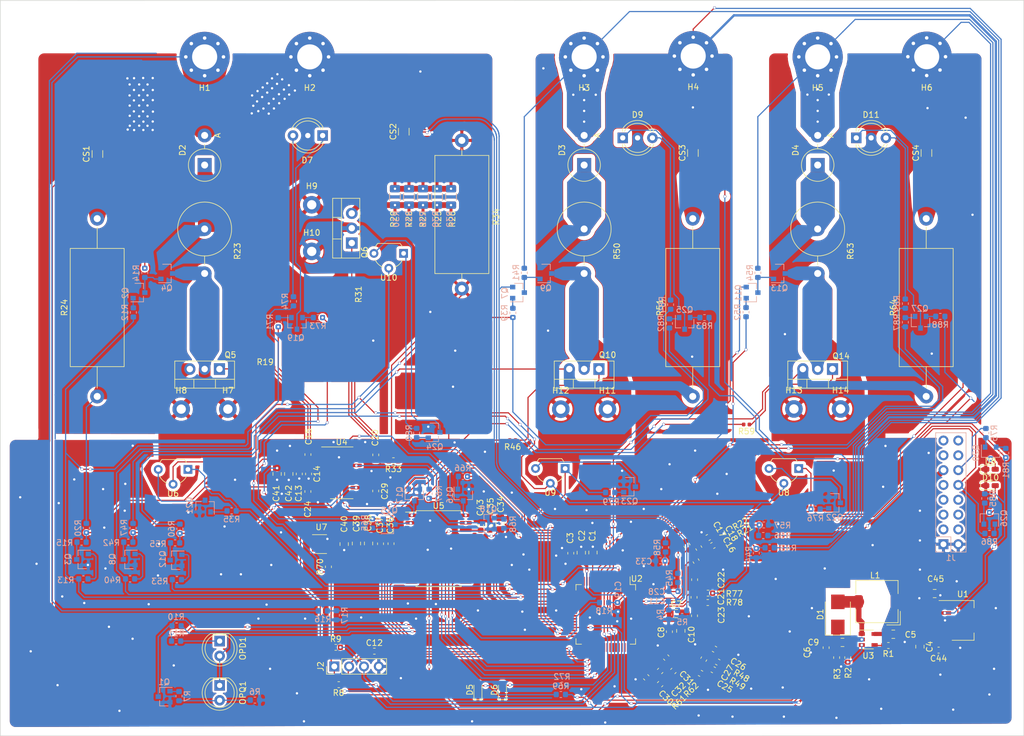
<source format=kicad_pcb>
(kicad_pcb (version 20171130) (host pcbnew "(5.1.7)-1")
  (layers (0 F.Cu signal) (31 B.Cu signal) (34 B.Paste user) (35 F.Paste user) (36 B.SilkS user) (37 F.SilkS user) (38 B.Mask user) (39 F.Mask user) (44 Edge.Cuts user))
  (net 0 "")
  (net 1 "Net-(C1-Pad2)")
  (net 2 GND)
  (net 3 +3V3)
  (net 4 5.2V)
  (net 5 "Net-(C6-Pad2)")
  (net 6 +12V)
  (net 7 "Net-(C8-Pad2)")
  (net 8 "Net-(C10-Pad2)")
  (net 9 "Net-(C11-Pad1)")
  (net 10 I_CH1P)
  (net 11 I_CH1N)
  (net 12 CH1_V)
  (net 13 ~RESET)
  (net 14 I_CH2P)
  (net 15 I_CH2N)
  (net 16 CH2_V)
  (net 17 I_CH3P)
  (net 18 I_CH3N)
  (net 19 CH3_V)
  (net 20 VREF)
  (net 21 "Net-(CS3-Pad1)")
  (net 22 "Net-(CS4-Pad1)")
  (net 23 "Net-(D1-Pad2)")
  (net 24 LOADCH1)
  (net 25 "Net-(D4-Pad1)")
  (net 26 LOADCH2)
  (net 27 LOADCH3)
  (net 28 "Net-(D8-Pad2)")
  (net 29 "Net-(J1-Pad16)")
  (net 30 "Net-(J1-Pad15)")
  (net 31 "Net-(J1-Pad14)")
  (net 32 "Net-(J1-Pad13)")
  (net 33 TXD)
  (net 34 RXD)
  (net 35 "Net-(J1-Pad9)")
  (net 36 "Net-(J1-Pad8)")
  (net 37 "Net-(J1-Pad7)")
  (net 38 "Net-(J1-Pad6)")
  (net 39 "Net-(J1-Pad5)")
  (net 40 "Net-(J1-Pad4)")
  (net 41 "Net-(J1-Pad3)")
  (net 42 TOOL)
  (net 43 OPW)
  (net 44 "Net-(OPD1-Pad1)")
  (net 45 "Net-(OPQ1-Pad2)")
  (net 46 OPRX)
  (net 47 "Net-(Q1-Pad1)")
  (net 48 "Net-(Q2-Pad3)")
  (net 49 "Net-(Q3-Pad3)")
  (net 50 "Net-(Q5-Pad1)")
  (net 51 "Net-(Q6-Pad3)")
  (net 52 "Net-(Q7-Pad3)")
  (net 53 "Net-(Q10-Pad1)")
  (net 54 "Net-(Q10-Pad3)")
  (net 55 "Net-(R1-Pad2)")
  (net 56 BOOST_ENABLE)
  (net 57 Temperature)
  (net 58 OPTX)
  (net 59 CH1_HP)
  (net 60 CH2_HP)
  (net 61 CH3_HP)
  (net 62 ~FAULT)
  (net 63 "Net-(U2-Pad48)")
  (net 64 "Net-(U2-Pad47)")
  (net 65 "Net-(U2-Pad46)")
  (net 66 "Net-(U2-Pad45)")
  (net 67 "Net-(U2-Pad44)")
  (net 68 "Net-(U2-Pad43)")
  (net 69 "Net-(U2-Pad42)")
  (net 70 "Net-(U2-Pad41)")
  (net 71 DB0)
  (net 72 DB1)
  (net 73 DB2)
  (net 74 DB3)
  (net 75 DB4)
  (net 76 DB5)
  (net 77 DB6)
  (net 78 DB7)
  (net 79 "Net-(U2-Pad32)")
  (net 80 ~WR)
  (net 81 "Net-(U2-Pad24)")
  (net 82 "Net-(U2-Pad23)")
  (net 83 "Net-(U2-Pad22)")
  (net 84 A0)
  (net 85 A1)
  (net 86 A_TEMP)
  (net 87 B_TEMP)
  (net 88 C_TEMP)
  (net 89 D_TEMP)
  (net 90 "Net-(Q5-Pad3)")
  (net 91 "Net-(Q8-Pad3)")
  (net 92 "Net-(Q11-Pad3)")
  (net 93 "Net-(Q14-Pad3)")
  (net 94 "Net-(Q19-Pad2)")
  (net 95 "Net-(Q20-Pad2)")
  (net 96 Vouta_zero)
  (net 97 Voutb_zero)
  (net 98 Voutc_zero)
  (net 99 Voutd_zero)
  (net 100 "Net-(C7-Pad2)")
  (net 101 "Net-(C15-Pad1)")
  (net 102 "Net-(C15-Pad2)")
  (net 103 "Net-(C20-Pad2)")
  (net 104 "Net-(C20-Pad1)")
  (net 105 "Net-(C24-Pad2)")
  (net 106 "Net-(C24-Pad1)")
  (net 107 "Net-(C29-Pad1)")
  (net 108 "Net-(C29-Pad2)")
  (net 109 "Net-(D2-Pad1)")
  (net 110 "Net-(D3-Pad1)")
  (net 111 "Net-(D5-Pad2)")
  (net 112 "Net-(D6-Pad2)")
  (net 113 "Net-(Q6-Pad1)")
  (net 114 "Net-(Q12-Pad3)")
  (net 115 "Net-(Q14-Pad1)")
  (net 116 "Net-(Q19-Pad1)")
  (net 117 "Net-(Q20-Pad1)")
  (net 118 "Net-(R16-Pad2)")
  (net 119 "Net-(R43-Pad2)")
  (net 120 "Net-(R56-Pad2)")
  (net 121 vout_A)
  (net 122 vout_C)
  (net 123 vout_B)
  (net 124 vout_D)
  (net 125 TEMP_P)
  (net 126 TEMP_N)
  (net 127 I_CH1_T)
  (net 128 "Net-(Q2-Pad1)")
  (net 129 "Net-(Q3-Pad1)")
  (net 130 "Net-(Q7-Pad1)")
  (net 131 "Net-(Q8-Pad1)")
  (net 132 "Net-(Q11-Pad1)")
  (net 133 "Net-(Q12-Pad1)")
  (net 134 "Net-(Q21-Pad3)")
  (net 135 "Net-(Q22-Pad3)")
  (net 136 "Net-(Q23-Pad3)")
  (net 137 "Net-(Q24-Pad3)")
  (net 138 "Net-(Q15-Pad1)")
  (net 139 "Net-(Q16-Pad1)")
  (net 140 "Net-(Q17-Pad1)")
  (net 141 "Net-(Q18-Pad1)")
  (net 142 "Net-(Q21-Pad1)")
  (net 143 "Net-(Q22-Pad1)")
  (net 144 "Net-(Q23-Pad1)")
  (net 145 "Net-(Q24-Pad1)")
  (net 146 "Net-(CS1-Pad2)")
  (net 147 "Net-(D7-Pad3)")
  (net 148 "Net-(D7-Pad1)")
  (net 149 "Net-(D9-Pad3)")
  (net 150 "Net-(D9-Pad1)")
  (net 151 "Net-(D10-Pad2)")
  (net 152 "Net-(D11-Pad3)")
  (net 153 "Net-(D11-Pad1)")
  (net 154 "Net-(Q25-Pad2)")
  (net 155 "Net-(Q25-Pad1)")
  (net 156 "Net-(Q26-Pad2)")
  (net 157 "Net-(Q26-Pad1)")
  (net 158 "Net-(Q27-Pad2)")
  (net 159 "Net-(Q27-Pad1)")
  (net 160 "Net-(H7-Pad1)")
  (net 161 "Net-(H11-Pad1)")
  (net 162 "Net-(H13-Pad1)")
  (net 163 "Net-(C44-Pad2)")
  (module Capacitor_SMD:C_0805_2012Metric_Pad1.15x1.40mm_HandSolder (layer F.Cu) (at 214.025 127.9)
    (fp_text reference C45 (at 0.175 -2.5) (layer F.SilkS))
    (fp_text value 10uF)
    (pad 2 smd roundrect (at 1.025 0) (size 1.15 1.4) (layers F.Cu F.Paste F.Mask) (roundrect_rratio 0.217391) (net 2 GND))
    (pad 1 smd roundrect (at -1.025 0) (size 1.15 1.4) (layers F.Cu F.Paste F.Mask) (roundrect_rratio 0.217391) (net 4 5.2V))
  )
  (module Capacitor_SMD:C_0603_1608Metric (layer F.Cu) (at 214.7 137.6 180)
    (fp_text reference C44 (at 0 -1.43) (layer F.SilkS))
    (fp_text value 220pF)
    (pad 2 smd roundrect (at 0.775 0 180) (size 0.9 0.95) (layers F.Cu F.Paste F.Mask) (net 163 "Net-(C44-Pad2)"))
    (pad 1 smd roundrect (at -0.775 0 180) (size 0.9 0.95) (layers F.Cu F.Paste F.Mask) (net 2 GND))
  )
  (module Package_TO_SOT_SMD:SOT-223-6 (layer F.Cu) (at 218.9 132.5)
    (fp_text reference U1 (at -0.0375 -4.5) (layer F.SilkS))
    (fp_text value TPS73733)
    (pad 1 smd rect (at -3.1375 -2.54) (size 2.2 0.6) (layers F.Cu F.Paste F.Mask) (net 4 5.2V))
    (pad 5 smd rect (at -3.1375 2.54) (size 2.2 0.6) (layers F.Cu F.Paste F.Mask) (net 4 5.2V))
    (pad 3 smd rect (at -3.1375 0) (size 2.2 0.6) (layers F.Cu F.Paste F.Mask) (net 2 GND))
    (pad 6 smd rect (at 3.1625 0) (size 2.15 3.45) (layers F.Cu F.Paste F.Mask) (net 2 GND))
    (pad 2 smd rect (at -3.1375 -1.27) (size 2.2 0.6) (layers F.Cu F.Paste F.Mask) (net 3 +3V3))
    (pad 4 smd rect (at -3.1375 1.27) (size 2.2 0.6) (layers F.Cu F.Paste F.Mask) (net 163 "Net-(C44-Pad2)"))
  )
  (module MountingHole:MountingHole_2.2mm_M2_Pad (layer F.Cu) (at 84.98 96.29)
    (fp_text reference H8 (at 0 -3.2) (layer F.SilkS))
    (fp_text value HS_Pad)
    (pad 1 thru_hole circle (at 0 0) (size 3 3) (drill 1.6) (layers *.Cu *.Mask) (net 160 "Net-(H7-Pad1)"))
  )
  (module MountingHole:MountingHole_2.2mm_M2_Pad (layer F.Cu) (at 92.97 96.29)
    (fp_text reference H7 (at 0 -3.2) (layer F.SilkS))
    (fp_text value HS_Pad)
    (pad 1 thru_hole circle (at 0 0) (size 3 3) (drill 1.6) (layers *.Cu *.Mask) (net 160 "Net-(H7-Pad1)"))
  )
  (module Resistor_THT:R_Axial_DIN0922_L20.0mm_D9.0mm_P30.48mm_Horizontal (layer F.Cu) (at 172.59 94.12 90)
    (fp_text reference R51 (at 15.24 -5.62 90) (layer F.SilkS))
    (fp_text value 5R)
    (pad 2 thru_hole oval (at 30.48 0 90) (size 2.4 2.4) (drill 1.2) (layers *.Cu *.Mask) (net 21 "Net-(CS3-Pad1)"))
    (pad 1 thru_hole circle (at 0 0 90) (size 2.4 2.4) (drill 1.2) (layers *.Cu *.Mask) (net 54 "Net-(Q10-Pad3)"))
  )
  (module Resistor_SMD:R_0603_1608Metric (layer B.Cu) (at 104.2 77.8125 270)
    (fp_text reference R74 (at 0 1.43 90) (layer B.SilkS) (effects (justify mirror)))
    (fp_text value 2k)
    (pad 2 smd roundrect (at 0.7875 0 270) (size 0.875 0.95) (layers B.Cu B.Paste B.Mask) (net 59 CH1_HP))
    (pad 1 smd roundrect (at -0.7875 0 270) (size 0.875 0.95) (layers B.Cu B.Paste B.Mask) (net 147 "Net-(D7-Pad3)"))
  )
  (module LED_SMD:LED_0603_1608Metric_Castellated (layer F.Cu) (at 223.5875 109.4)
    (fp_text reference D10 (at 0 -1.38) (layer F.SilkS))
    (fp_text value LED2)
    (pad 2 smd roundrect (at 0.8125 0) (size 1.225 0.85) (layers F.Cu F.Paste F.Mask) (net 151 "Net-(D10-Pad2)"))
    (pad 1 smd roundrect (at -0.8125 0) (size 1.225 0.85) (layers F.Cu F.Paste F.Mask) (net 2 GND))
  )
  (module Package_TO_SOT_SMD:SOT-23 (layer B.Cu) (at 223.4 115 90)
    (fp_text reference Q26 (at 0 2.5 90) (layer B.SilkS) (effects (justify mirror)))
    (fp_text value NXP2301P)
    (pad 3 smd rect (at 1 0 90) (size 0.9 0.8) (layers B.Cu B.Paste B.Mask) (net 151 "Net-(D10-Pad2)"))
    (pad 2 smd rect (at -1 -0.95 90) (size 0.9 0.8) (layers B.Cu B.Paste B.Mask) (net 156 "Net-(Q26-Pad2)"))
    (pad 1 smd rect (at -1 0.95 90) (size 0.9 0.8) (layers B.Cu B.Paste B.Mask) (net 157 "Net-(Q26-Pad1)"))
  )
  (module Resistor_SMD:R_0603_1608Metric (layer B.Cu) (at 223.4125 117.6)
    (fp_text reference R86 (at 0 1.43) (layer B.SilkS) (effects (justify mirror)))
    (fp_text value 100K)
    (pad 2 smd roundrect (at 0.7875 0) (size 0.875 0.95) (layers B.Cu B.Paste B.Mask) (net 157 "Net-(Q26-Pad1)"))
    (pad 1 smd roundrect (at -0.7875 0) (size 0.875 0.95) (layers B.Cu B.Paste B.Mask) (net 34 RXD))
  )
  (module Resistor_SMD:R_0603_1608Metric (layer B.Cu) (at 222.6 111.6 90)
    (fp_text reference R85 (at 0 1.43 90) (layer B.SilkS) (effects (justify mirror)))
    (fp_text value 2k)
    (pad 2 smd roundrect (at 0.7875 0 90) (size 0.875 0.95) (layers B.Cu B.Paste B.Mask) (net 3 +3V3))
    (pad 1 smd roundrect (at -0.7875 0 90) (size 0.875 0.95) (layers B.Cu B.Paste B.Mask) (net 156 "Net-(Q26-Pad2)"))
  )
  (module Resistor_SMD:R_0603_1608Metric (layer B.Cu) (at 150.1875 143.6 180)
    (fp_text reference R72 (at 0 1.43) (layer B.SilkS) (effects (justify mirror)))
    (fp_text value 2k)
    (pad 1 smd roundrect (at -0.7875 0 180) (size 0.875 0.95) (layers B.Cu B.Paste B.Mask) (net 62 ~FAULT))
    (pad 2 smd roundrect (at 0.7875 0 180) (size 0.875 0.95) (layers B.Cu B.Paste B.Mask) (net 112 "Net-(D6-Pad2)"))
  )
  (module Resistor_SMD:R_0603_1608Metric (layer B.Cu) (at 150 145.2 180)
    (fp_text reference R69 (at 0 1.43) (layer B.SilkS) (effects (justify mirror)))
    (fp_text value 24k)
    (pad 1 smd roundrect (at -0.7875 0 180) (size 0.875 0.95) (layers B.Cu B.Paste B.Mask) (net 3 +3V3))
    (pad 2 smd roundrect (at 0.7875 0 180) (size 0.875 0.95) (layers B.Cu B.Paste B.Mask) (net 111 "Net-(D5-Pad2)"))
  )
  (module Resistor_SMD:R_0603_1608Metric (layer B.Cu) (at 209 78.2125 270)
    (fp_text reference R89 (at 0 1.43 90) (layer B.SilkS) (effects (justify mirror)))
    (fp_text value 2k)
    (pad 2 smd roundrect (at 0.7875 0 270) (size 0.875 0.95) (layers B.Cu B.Paste B.Mask) (net 61 CH3_HP))
    (pad 1 smd roundrect (at -0.7875 0 270) (size 0.875 0.95) (layers B.Cu B.Paste B.Mask) (net 152 "Net-(D11-Pad3)"))
  )
  (module Resistor_SMD:R_0603_1608Metric (layer B.Cu) (at 214.9875 80.4)
    (fp_text reference R88 (at 0 1.43) (layer B.SilkS) (effects (justify mirror)))
    (fp_text value 2k)
    (pad 2 smd roundrect (at 0.7875 0) (size 0.875 0.95) (layers B.Cu B.Paste B.Mask) (net 3 +3V3))
    (pad 1 smd roundrect (at -0.7875 0) (size 0.875 0.95) (layers B.Cu B.Paste B.Mask) (net 158 "Net-(Q27-Pad2)"))
  )
  (module Resistor_SMD:R_0603_1608Metric (layer B.Cu) (at 209 81.4 270)
    (fp_text reference R87 (at 0 1.43 90) (layer B.SilkS) (effects (justify mirror)))
    (fp_text value 100K)
    (pad 2 smd roundrect (at 0.7875 0 270) (size 0.875 0.95) (layers B.Cu B.Paste B.Mask) (net 98 Voutc_zero))
    (pad 1 smd roundrect (at -0.7875 0 270) (size 0.875 0.95) (layers B.Cu B.Paste B.Mask) (net 159 "Net-(Q27-Pad1)"))
  )
  (module Resistor_SMD:R_0603_1608Metric (layer B.Cu) (at 168.8 78.3875 270)
    (fp_text reference R84 (at 0 1.43 90) (layer B.SilkS) (effects (justify mirror)))
    (fp_text value 2k)
    (pad 2 smd roundrect (at 0.7875 0 270) (size 0.875 0.95) (layers B.Cu B.Paste B.Mask) (net 60 CH2_HP))
    (pad 1 smd roundrect (at -0.7875 0 270) (size 0.875 0.95) (layers B.Cu B.Paste B.Mask) (net 149 "Net-(D9-Pad3)"))
  )
  (module Resistor_SMD:R_0603_1608Metric (layer B.Cu) (at 174.6 80.6)
    (fp_text reference R83 (at 0 1.43) (layer B.SilkS) (effects (justify mirror)))
    (fp_text value 2k)
    (pad 2 smd roundrect (at 0.7875 0) (size 0.875 0.95) (layers B.Cu B.Paste B.Mask) (net 3 +3V3))
    (pad 1 smd roundrect (at -0.7875 0) (size 0.875 0.95) (layers B.Cu B.Paste B.Mask) (net 154 "Net-(Q25-Pad2)"))
  )
  (module Resistor_SMD:R_0603_1608Metric (layer B.Cu) (at 168.6 81.6 270)
    (fp_text reference R82 (at 0 1.43 90) (layer B.SilkS) (effects (justify mirror)))
    (fp_text value 100K)
    (pad 2 smd roundrect (at 0.7875 0 270) (size 0.875 0.95) (layers B.Cu B.Paste B.Mask) (net 97 Voutb_zero))
    (pad 1 smd roundrect (at -0.7875 0 270) (size 0.875 0.95) (layers B.Cu B.Paste B.Mask) (net 155 "Net-(Q25-Pad1)"))
  )
  (module Resistor_SMD:R_0603_1608Metric (layer B.Cu) (at 226.2 103.8125 270)
    (fp_text reference R81 (at 2.9675 -0.06 90) (layer B.SilkS) (effects (justify mirror)))
    (fp_text value 2k)
    (pad 2 smd roundrect (at 0.7875 0 270) (size 0.875 0.95) (layers B.Cu B.Paste B.Mask) (net 3 +3V3))
    (pad 1 smd roundrect (at -0.7875 0 270) (size 0.875 0.95) (layers B.Cu B.Paste B.Mask) (net 95 "Net-(Q20-Pad2)"))
  )
  (module Resistor_SMD:R_0603_1608Metric (layer B.Cu) (at 222.8 100.4 90)
    (fp_text reference R75 (at 0 1.43 90) (layer B.SilkS) (effects (justify mirror)))
    (fp_text value 100K)
    (pad 2 smd roundrect (at 0.7875 0 90) (size 0.875 0.95) (layers B.Cu B.Paste B.Mask) (net 33 TXD))
    (pad 1 smd roundrect (at -0.7875 0 90) (size 0.875 0.95) (layers B.Cu B.Paste B.Mask) (net 117 "Net-(Q20-Pad1)"))
  )
  (module Resistor_SMD:R_0603_1608Metric (layer B.Cu) (at 108.4 80.6)
    (fp_text reference R73 (at 0 1.43) (layer B.SilkS) (effects (justify mirror)))
    (fp_text value 2k)
    (pad 2 smd roundrect (at 0.7875 0) (size 0.875 0.95) (layers B.Cu B.Paste B.Mask) (net 3 +3V3))
    (pad 1 smd roundrect (at -0.7875 0) (size 0.875 0.95) (layers B.Cu B.Paste B.Mask) (net 94 "Net-(Q19-Pad2)"))
  )
  (module Resistor_SMD:R_0603_1608Metric (layer B.Cu) (at 101.6 81.4 270)
    (fp_text reference R71 (at 0 1.43 90) (layer B.SilkS) (effects (justify mirror)))
    (fp_text value 100K)
    (pad 2 smd roundrect (at 0.7875 0 270) (size 0.875 0.95) (layers B.Cu B.Paste B.Mask) (net 96 Vouta_zero))
    (pad 1 smd roundrect (at -0.7875 0 270) (size 0.875 0.95) (layers B.Cu B.Paste B.Mask) (net 116 "Net-(Q19-Pad1)"))
  )
  (module Package_TO_SOT_SMD:SOT-23 (layer B.Cu) (at 211.6 81.4 270)
    (fp_text reference Q27 (at -2.35 0.11 180) (layer B.SilkS) (effects (justify mirror)))
    (fp_text value NXP2301P)
    (pad 3 smd rect (at 1 0 270) (size 0.9 0.8) (layers B.Cu B.Paste B.Mask) (net 153 "Net-(D11-Pad1)"))
    (pad 2 smd rect (at -1 -0.95 270) (size 0.9 0.8) (layers B.Cu B.Paste B.Mask) (net 158 "Net-(Q27-Pad2)"))
    (pad 1 smd rect (at -1 0.95 270) (size 0.9 0.8) (layers B.Cu B.Paste B.Mask) (net 159 "Net-(Q27-Pad1)"))
  )
  (module Package_TO_SOT_SMD:SOT-23 (layer B.Cu) (at 171.2 81.6 270)
    (fp_text reference Q25 (at -2.34 0.01 180) (layer B.SilkS) (effects (justify mirror)))
    (fp_text value NXP2301P)
    (pad 3 smd rect (at 1 0 270) (size 0.9 0.8) (layers B.Cu B.Paste B.Mask) (net 150 "Net-(D9-Pad1)"))
    (pad 2 smd rect (at -1 -0.95 270) (size 0.9 0.8) (layers B.Cu B.Paste B.Mask) (net 154 "Net-(Q25-Pad2)"))
    (pad 1 smd rect (at -1 0.95 270) (size 0.9 0.8) (layers B.Cu B.Paste B.Mask) (net 155 "Net-(Q25-Pad1)"))
  )
  (module Package_TO_SOT_SMD:SOT-23 (layer B.Cu) (at 223.6 103.8 270)
    (fp_text reference Q20 (at 0 2.5 90) (layer B.SilkS) (effects (justify mirror)))
    (fp_text value NXP2301P)
    (pad 3 smd rect (at 1 0 270) (size 0.9 0.8) (layers B.Cu B.Paste B.Mask) (net 28 "Net-(D8-Pad2)"))
    (pad 2 smd rect (at -1 -0.95 270) (size 0.9 0.8) (layers B.Cu B.Paste B.Mask) (net 95 "Net-(Q20-Pad2)"))
    (pad 1 smd rect (at -1 0.95 270) (size 0.9 0.8) (layers B.Cu B.Paste B.Mask) (net 117 "Net-(Q20-Pad1)"))
  )
  (module Package_TO_SOT_SMD:SOT-23 (layer B.Cu) (at 104.8 81.6 270)
    (fp_text reference Q19 (at 2.47 0.19) (layer B.SilkS) (effects (justify mirror)))
    (fp_text value NXP2301P)
    (pad 3 smd rect (at 1 0 270) (size 0.9 0.8) (layers B.Cu B.Paste B.Mask) (net 148 "Net-(D7-Pad1)"))
    (pad 2 smd rect (at -1 -0.95 270) (size 0.9 0.8) (layers B.Cu B.Paste B.Mask) (net 94 "Net-(Q19-Pad2)"))
    (pad 1 smd rect (at -1 0.95 270) (size 0.9 0.8) (layers B.Cu B.Paste B.Mask) (net 116 "Net-(Q19-Pad1)"))
  )
  (module LED_THT:LED_D5.0mm-3 (layer F.Cu) (at 200.6 49.8)
    (fp_text reference D11 (at 2.54 -3.96) (layer F.SilkS))
    (fp_text value LED_Dual_ACA)
    (pad 3 thru_hole circle (at 5.08 0) (size 1.8 1.8) (drill 0.9) (layers *.Cu *.Mask) (net 152 "Net-(D11-Pad3)"))
    (pad 2 thru_hole circle (at 2.54 0) (size 1.8 1.8) (drill 0.9) (layers *.Cu *.Mask) (net 2 GND))
    (pad 1 thru_hole rect (at 0 0) (size 1.8 1.8) (drill 0.9) (layers *.Cu *.Mask) (net 153 "Net-(D11-Pad1)"))
  )
  (module LED_THT:LED_D5.0mm-3 (layer F.Cu) (at 160.6 49.8)
    (fp_text reference D9 (at 2.54 -3.96) (layer F.SilkS))
    (fp_text value LED_Dual_ACA)
    (pad 3 thru_hole circle (at 5.08 0) (size 1.8 1.8) (drill 0.9) (layers *.Cu *.Mask) (net 149 "Net-(D9-Pad3)"))
    (pad 2 thru_hole circle (at 2.54 0) (size 1.8 1.8) (drill 0.9) (layers *.Cu *.Mask) (net 2 GND))
    (pad 1 thru_hole rect (at 0 0) (size 1.8 1.8) (drill 0.9) (layers *.Cu *.Mask) (net 150 "Net-(D9-Pad1)"))
  )
  (module LED_SMD:LED_0603_1608Metric_Castellated (layer F.Cu) (at 223.5875 106.6)
    (fp_text reference D8 (at 0 -1.38) (layer F.SilkS))
    (fp_text value LED1)
    (pad 2 smd roundrect (at 0.8125 0) (size 1.225 0.85) (layers F.Cu F.Paste F.Mask) (net 28 "Net-(D8-Pad2)"))
    (pad 1 smd roundrect (at -0.8125 0) (size 1.225 0.85) (layers F.Cu F.Paste F.Mask) (net 2 GND))
  )
  (module LED_THT:LED_D5.0mm-3 (layer F.Cu) (at 109.2 49.4 180)
    (fp_text reference D7 (at 2.64 -4.24) (layer F.SilkS))
    (fp_text value LED_Dual_ACA)
    (pad 3 thru_hole circle (at 5.08 0 180) (size 1.8 1.8) (drill 0.9) (layers *.Cu *.Mask) (net 147 "Net-(D7-Pad3)"))
    (pad 2 thru_hole circle (at 2.54 0 180) (size 1.8 1.8) (drill 0.9) (layers *.Cu *.Mask) (net 2 GND))
    (pad 1 thru_hole rect (at 0 0 180) (size 1.8 1.8) (drill 0.9) (layers *.Cu *.Mask) (net 148 "Net-(D7-Pad1)"))
  )
  (module LED_SMD:LED_0603_1608Metric_Castellated (layer F.Cu) (at 140 144.4125 90)
    (fp_text reference D6 (at 0 -1.38 90) (layer F.SilkS))
    (fp_text value ~Fault~)
    (pad 2 smd roundrect (at 0.8125 0 90) (size 1.225 0.85) (layers F.Cu F.Paste F.Mask) (net 112 "Net-(D6-Pad2)"))
    (pad 1 smd roundrect (at -0.8125 0 90) (size 1.225 0.85) (layers F.Cu F.Paste F.Mask) (net 2 GND))
  )
  (module LED_SMD:LED_0603_1608Metric_Castellated (layer F.Cu) (at 135.8 144.4 90)
    (fp_text reference D5 (at 0 -1.38 90) (layer F.SilkS))
    (fp_text value Power)
    (pad 2 smd roundrect (at 0.8125 0 90) (size 1.225 0.85) (layers F.Cu F.Paste F.Mask) (net 111 "Net-(D5-Pad2)"))
    (pad 1 smd roundrect (at -0.8125 0 90) (size 1.225 0.85) (layers F.Cu F.Paste F.Mask) (net 2 GND))
  )
  (module Capacitor_SMD:C_0603_1608Metric (layer F.Cu) (at 136.25 116.24 90)
    (fp_text reference C43 (at 3.07 -0.06 90) (layer F.SilkS))
    (fp_text value 0.1uF)
    (pad 2 smd roundrect (at 0.7875 0 90) (size 0.875 0.95) (layers F.Cu F.Paste F.Mask) (net 2 GND))
    (pad 1 smd roundrect (at -0.7875 0 90) (size 0.875 0.95) (layers F.Cu F.Paste F.Mask) (net 6 +12V))
  )
  (module Resistor_SMD:R_1206_3216Metric_Pad1.42x1.75mm_HandSolder (layer F.Cu) (at 123.1 48.74 90)
    (fp_text reference CS2 (at 0 -1.82 90) (layer F.SilkS))
    (fp_text value R)
    (pad 2 smd roundrect (at 1.4875 0 90) (size 1.425 1.75) (layers F.Cu F.Paste F.Mask) (roundrect_rratio 0.175439) (net 2 GND))
    (pad 1 smd roundrect (at -1.4875 0 90) (size 1.425 1.75) (layers F.Cu F.Paste F.Mask) (roundrect_rratio 0.175439) (net 127 I_CH1_T))
  )
  (module Resistor_SMD:R_1206_3216Metric_Pad1.42x1.75mm_HandSolder (layer F.Cu) (at 212.62 52.39 90)
    (fp_text reference CS4 (at 0 -1.82 90) (layer F.SilkS))
    (fp_text value R)
    (pad 2 smd roundrect (at 1.4875 0 90) (size 1.425 1.75) (layers F.Cu F.Paste F.Mask) (roundrect_rratio 0.175439) (net 2 GND))
    (pad 1 smd roundrect (at -1.4875 0 90) (size 1.425 1.75) (layers F.Cu F.Paste F.Mask) (roundrect_rratio 0.175439) (net 22 "Net-(CS4-Pad1)"))
  )
  (module Resistor_SMD:R_1206_3216Metric_Pad1.42x1.75mm_HandSolder (layer F.Cu) (at 172.62 52.39 90)
    (fp_text reference CS3 (at 0 -1.82 90) (layer F.SilkS))
    (fp_text value R)
    (pad 2 smd roundrect (at 1.4875 0 90) (size 1.425 1.75) (layers F.Cu F.Paste F.Mask) (roundrect_rratio 0.175439) (net 2 GND))
    (pad 1 smd roundrect (at -1.4875 0 90) (size 1.425 1.75) (layers F.Cu F.Paste F.Mask) (roundrect_rratio 0.175439) (net 21 "Net-(CS3-Pad1)"))
  )
  (module Resistor_SMD:R_1206_3216Metric_Pad1.42x1.75mm_HandSolder (layer F.Cu) (at 70.63 52.5625 270)
    (fp_text reference CS1 (at 0 1.89 90) (layer F.SilkS))
    (fp_text value R)
    (pad 2 smd roundrect (at 1.4875 0 270) (size 1.425 1.75) (layers F.Cu F.Paste F.Mask) (roundrect_rratio 0.175439) (net 146 "Net-(CS1-Pad2)"))
    (pad 1 smd roundrect (at -1.4875 0 270) (size 1.425 1.75) (layers F.Cu F.Paste F.Mask) (roundrect_rratio 0.175439) (net 2 GND))
  )
  (module Capacitor_SMD:C_0805_2012Metric_Pad1.15x1.40mm_HandSolder (layer F.Cu) (at 103.4 107.4 90)
    (fp_text reference C42 (at -3.34 -0.01 90) (layer F.SilkS))
    (fp_text value 1uF)
    (pad 2 smd roundrect (at 1.025 0 90) (size 1.15 1.4) (layers F.Cu F.Paste F.Mask) (roundrect_rratio 0.217391) (net 6 +12V))
    (pad 1 smd roundrect (at -1.025 0 90) (size 1.15 1.4) (layers F.Cu F.Paste F.Mask) (roundrect_rratio 0.217391) (net 2 GND))
  )
  (module Capacitor_SMD:C_0805_2012Metric_Pad1.15x1.40mm_HandSolder (layer F.Cu) (at 101.4 107.4 90)
    (fp_text reference C41 (at -3.34 -0.15 90) (layer F.SilkS))
    (fp_text value 10uF)
    (pad 2 smd roundrect (at 1.025 0 90) (size 1.15 1.4) (layers F.Cu F.Paste F.Mask) (roundrect_rratio 0.217391) (net 6 +12V))
    (pad 1 smd roundrect (at -1.025 0 90) (size 1.15 1.4) (layers F.Cu F.Paste F.Mask) (roundrect_rratio 0.217391) (net 2 GND))
  )
  (module Capacitor_SMD:C_0603_1608Metric (layer F.Cu) (at 105.2 107.4 90)
    (fp_text reference C13 (at -3.34 -0.12 90) (layer F.SilkS))
    (fp_text value 0.1uF)
    (pad 2 smd roundrect (at 0.7875 0 90) (size 0.875 0.95) (layers F.Cu F.Paste F.Mask) (net 6 +12V))
    (pad 1 smd roundrect (at -0.7875 0 90) (size 0.875 0.95) (layers F.Cu F.Paste F.Mask) (net 2 GND))
  )
  (module Package_SO:SOIC-20W_7.5x12.8mm_P1.27mm (layer F.Cu) (at 129.065 120.213)
    (fp_text reference U5 (at 0 -7.35) (layer F.SilkS))
    (fp_text value TLC7226)
    (pad 20 smd roundrect (at 4.65 -5.715) (size 2.05 0.6) (layers F.Cu F.Paste F.Mask) (net 122 vout_C))
    (pad 19 smd roundrect (at 4.65 -4.445) (size 2.05 0.6) (layers F.Cu F.Paste F.Mask) (net 124 vout_D))
    (pad 18 smd roundrect (at 4.65 -3.175) (size 2.05 0.6) (layers F.Cu F.Paste F.Mask) (net 6 +12V))
    (pad 17 smd roundrect (at 4.65 -1.905) (size 2.05 0.6) (layers F.Cu F.Paste F.Mask) (net 84 A0))
    (pad 16 smd roundrect (at 4.65 -0.635) (size 2.05 0.6) (layers F.Cu F.Paste F.Mask) (net 85 A1))
    (pad 15 smd roundrect (at 4.65 0.635) (size 2.05 0.6) (layers F.Cu F.Paste F.Mask) (net 80 ~WR))
    (pad 14 smd roundrect (at 4.65 1.905) (size 2.05 0.6) (layers F.Cu F.Paste F.Mask) (net 71 DB0))
    (pad 13 smd roundrect (at 4.65 3.175) (size 2.05 0.6) (layers F.Cu F.Paste F.Mask) (net 72 DB1))
    (pad 12 smd roundrect (at 4.65 4.445) (size 2.05 0.6) (layers F.Cu F.Paste F.Mask) (net 73 DB2))
    (pad 11 smd roundrect (at 4.65 5.715) (size 2.05 0.6) (layers F.Cu F.Paste F.Mask) (net 74 DB3))
    (pad 10 smd roundrect (at -4.65 5.715) (size 2.05 0.6) (layers F.Cu F.Paste F.Mask) (net 75 DB4))
    (pad 9 smd roundrect (at -4.65 4.445) (size 2.05 0.6) (layers F.Cu F.Paste F.Mask) (net 76 DB5))
    (pad 8 smd roundrect (at -4.65 3.175) (size 2.05 0.6) (layers F.Cu F.Paste F.Mask) (net 77 DB6))
    (pad 7 smd roundrect (at -4.65 1.905) (size 2.05 0.6) (layers F.Cu F.Paste F.Mask) (net 78 DB7))
    (pad 6 smd roundrect (at -4.65 0.635) (size 2.05 0.6) (layers F.Cu F.Paste F.Mask) (net 2 GND))
    (pad 5 smd roundrect (at -4.65 -0.635) (size 2.05 0.6) (layers F.Cu F.Paste F.Mask) (net 2 GND))
    (pad 4 smd roundrect (at -4.65 -1.905) (size 2.05 0.6) (layers F.Cu F.Paste F.Mask) (net 20 VREF))
    (pad 3 smd roundrect (at -4.65 -3.175) (size 2.05 0.6) (layers F.Cu F.Paste F.Mask) (net 2 GND))
    (pad 2 smd roundrect (at -4.65 -4.445) (size 2.05 0.6) (layers F.Cu F.Paste F.Mask) (net 121 vout_A))
    (pad 1 smd roundrect (at -4.65 -5.715) (size 2.05 0.6) (layers F.Cu F.Paste F.Mask) (net 123 vout_B))
  )
  (module Package_TO_SOT_THT:TO-92L_Wide (layer F.Cu) (at 86.125 106.625 180)
    (fp_text reference U6 (at 2.55 -4.15) (layer F.SilkS))
    (fp_text value LM60)
    (pad 1 thru_hole rect (at 0 0 270) (size 1.5 1.5) (drill 0.8) (layers *.Cu *.Mask) (net 86 A_TEMP))
    (pad 3 thru_hole circle (at 5.08 0 270) (size 1.5 1.5) (drill 0.8) (layers *.Cu *.Mask) (net 134 "Net-(Q21-Pad3)"))
    (pad 2 thru_hole circle (at 2.54 -2.54 270) (size 1.5 1.5) (drill 0.8) (layers *.Cu *.Mask) (net 57 Temperature))
  )
  (module Resistor_SMD:R_0603_1608Metric (layer B.Cu) (at 140.25 115.9325 270)
    (fp_text reference R68 (at 0.0675 -1.55 90) (layer B.SilkS) (effects (justify mirror)))
    (fp_text value 100k)
    (pad 2 smd roundrect (at 0.7875 0 270) (size 0.875 0.95) (layers B.Cu B.Paste B.Mask) (net 99 Voutd_zero))
    (pad 1 smd roundrect (at -0.7875 0 270) (size 0.875 0.95) (layers B.Cu B.Paste B.Mask) (net 141 "Net-(Q18-Pad1)"))
  )
  (module Resistor_THT:R_Axial_DIN0922_L20.0mm_D9.0mm_P25.40mm_Horizontal (layer F.Cu) (at 133.04 75.635 90)
    (fp_text reference R34 (at 12.285 5.88 90) (layer F.SilkS))
    (fp_text value nm)
    (pad 2 thru_hole oval (at 25.4 0 90) (size 2.4 2.4) (drill 1.2) (layers *.Cu *.Mask) (net 127 I_CH1_T))
    (pad 1 thru_hole circle (at 0 0 90) (size 2.4 2.4) (drill 1.2) (layers *.Cu *.Mask) (net 51 "Net-(Q6-Pad3)"))
  )
  (module Resistor_SMD:R_0603_1608Metric (layer B.Cu) (at 125.3 100.375 90)
    (fp_text reference R80 (at 0 -1.3 90) (layer B.SilkS) (effects (justify mirror)))
    (fp_text value 100k)
    (pad 2 smd roundrect (at 0.7875 0 90) (size 0.875 0.95) (layers B.Cu B.Paste B.Mask) (net 89 D_TEMP))
    (pad 1 smd roundrect (at -0.7875 0 90) (size 0.875 0.95) (layers B.Cu B.Paste B.Mask) (net 145 "Net-(Q24-Pad1)"))
  )
  (module Resistor_SMD:R_0603_1608Metric (layer B.Cu) (at 158.45 110.575 180)
    (fp_text reference R79 (at -0.15 -1.625) (layer B.SilkS) (effects (justify mirror)))
    (fp_text value 100k)
    (pad 2 smd roundrect (at 0.7875 0 180) (size 0.875 0.95) (layers B.Cu B.Paste B.Mask) (net 88 C_TEMP))
    (pad 1 smd roundrect (at -0.7875 0 180) (size 0.875 0.95) (layers B.Cu B.Paste B.Mask) (net 144 "Net-(Q23-Pad1)"))
  )
  (module Resistor_SMD:R_0603_1608Metric (layer F.Cu) (at 175.165 129.435 180)
    (fp_text reference R78 (at -4.575 0.005) (layer F.SilkS))
    (fp_text value 220R)
    (pad 2 smd roundrect (at 0.7875 0 180) (size 0.875 0.95) (layers F.Cu F.Paste F.Mask) (net 126 TEMP_N))
    (pad 1 smd roundrect (at -0.7875 0 180) (size 0.875 0.95) (layers F.Cu F.Paste F.Mask) (net 2 GND))
  )
  (module Resistor_SMD:R_0603_1608Metric (layer F.Cu) (at 175.2025 127.835 180)
    (fp_text reference R77 (at -4.5075 -0.105) (layer F.SilkS))
    (fp_text value 220R)
    (pad 2 smd roundrect (at 0.7875 0 180) (size 0.875 0.95) (layers F.Cu F.Paste F.Mask) (net 125 TEMP_P))
    (pad 1 smd roundrect (at -0.7875 0 180) (size 0.875 0.95) (layers F.Cu F.Paste F.Mask) (net 57 Temperature))
  )
  (module Resistor_SMD:R_0603_1608Metric (layer B.Cu) (at 193.625 113.425 180)
    (fp_text reference R76 (at 0.025 -1.575 180) (layer B.SilkS) (effects (justify mirror)))
    (fp_text value 100k)
    (pad 2 smd roundrect (at 0.7875 0 180) (size 0.875 0.95) (layers B.Cu B.Paste B.Mask) (net 87 B_TEMP))
    (pad 1 smd roundrect (at -0.7875 0 180) (size 0.875 0.95) (layers B.Cu B.Paste B.Mask) (net 143 "Net-(Q22-Pad1)"))
  )
  (module Resistor_SMD:R_0603_1608Metric (layer B.Cu) (at 93.615 113.735)
    (fp_text reference R35 (at 0 1.43) (layer B.SilkS) (effects (justify mirror)))
    (fp_text value 100k)
    (pad 2 smd roundrect (at 0.7875 0) (size 0.875 0.95) (layers B.Cu B.Paste B.Mask) (net 86 A_TEMP))
    (pad 1 smd roundrect (at -0.7875 0) (size 0.875 0.95) (layers B.Cu B.Paste B.Mask) (net 142 "Net-(Q21-Pad1)"))
  )
  (module Package_TO_SOT_SMD:SOT-23 (layer B.Cu) (at 128.29 100.26)
    (fp_text reference Q24 (at 0.11 2.5) (layer B.SilkS) (effects (justify mirror)))
    (fp_text value ZVN4106F)
    (pad 3 smd rect (at 1 0) (size 0.9 0.8) (layers B.Cu B.Paste B.Mask) (net 137 "Net-(Q24-Pad3)"))
    (pad 2 smd rect (at -1 -0.95) (size 0.9 0.8) (layers B.Cu B.Paste B.Mask) (net 2 GND))
    (pad 1 smd rect (at -1 0.95) (size 0.9 0.8) (layers B.Cu B.Paste B.Mask) (net 145 "Net-(Q24-Pad1)"))
  )
  (module Package_TO_SOT_SMD:SOT-23 (layer B.Cu) (at 161.765 109.585)
    (fp_text reference Q23 (at 0 2.5) (layer B.SilkS) (effects (justify mirror)))
    (fp_text value ZVN4106F)
    (pad 3 smd rect (at 1 0) (size 0.9 0.8) (layers B.Cu B.Paste B.Mask) (net 136 "Net-(Q23-Pad3)"))
    (pad 2 smd rect (at -1 -0.95) (size 0.9 0.8) (layers B.Cu B.Paste B.Mask) (net 2 GND))
    (pad 1 smd rect (at -1 0.95) (size 0.9 0.8) (layers B.Cu B.Paste B.Mask) (net 144 "Net-(Q23-Pad1)"))
  )
  (module Package_TO_SOT_SMD:SOT-23 (layer B.Cu) (at 196.875 112.35)
    (fp_text reference Q22 (at 0 2.5) (layer B.SilkS) (effects (justify mirror)))
    (fp_text value ZVN4106F)
    (pad 3 smd rect (at 1 0) (size 0.9 0.8) (layers B.Cu B.Paste B.Mask) (net 135 "Net-(Q22-Pad3)"))
    (pad 2 smd rect (at -1 -0.95) (size 0.9 0.8) (layers B.Cu B.Paste B.Mask) (net 2 GND))
    (pad 1 smd rect (at -1 0.95) (size 0.9 0.8) (layers B.Cu B.Paste B.Mask) (net 143 "Net-(Q22-Pad1)"))
  )
  (module Package_TO_SOT_SMD:SOT-23 (layer B.Cu) (at 89.06 112.91 90)
    (fp_text reference Q21 (at 0.11 -2.66 270) (layer B.SilkS) (effects (justify mirror)))
    (fp_text value ZVN4106F)
    (pad 3 smd rect (at 1 0 90) (size 0.9 0.8) (layers B.Cu B.Paste B.Mask) (net 134 "Net-(Q21-Pad3)"))
    (pad 2 smd rect (at -1 -0.95 90) (size 0.9 0.8) (layers B.Cu B.Paste B.Mask) (net 2 GND))
    (pad 1 smd rect (at -1 0.95 90) (size 0.9 0.8) (layers B.Cu B.Paste B.Mask) (net 142 "Net-(Q21-Pad1)"))
  )
  (module Capacitor_SMD:C_0603_1608Metric (layer F.Cu) (at 172.89 131.71 90)
    (fp_text reference C23 (at 0.11 4.61 90) (layer F.SilkS))
    (fp_text value 33nF)
    (pad 2 smd roundrect (at 0.7875 0 90) (size 0.875 0.95) (layers F.Cu F.Paste F.Mask) (net 126 TEMP_N))
    (pad 1 smd roundrect (at -0.7875 0 90) (size 0.875 0.95) (layers F.Cu F.Paste F.Mask) (net 2 GND))
  )
  (module Capacitor_SMD:C_0603_1608Metric (layer F.Cu) (at 172.915 125.5225 90)
    (fp_text reference C22 (at -0.0675 4.565 90) (layer F.SilkS))
    (fp_text value 33nF)
    (pad 2 smd roundrect (at 0.7875 0 90) (size 0.875 0.95) (layers F.Cu F.Paste F.Mask) (net 2 GND))
    (pad 1 smd roundrect (at -0.7875 0 90) (size 0.875 0.95) (layers F.Cu F.Paste F.Mask) (net 125 TEMP_P))
  )
  (module Capacitor_SMD:C_0603_1608Metric (layer F.Cu) (at 172.815 128.5475 90)
    (fp_text reference C21 (at 0.0975 4.625 90) (layer F.SilkS))
    (fp_text value 15nF)
    (pad 2 smd roundrect (at 0.7875 0 90) (size 0.875 0.95) (layers F.Cu F.Paste F.Mask) (net 125 TEMP_P))
    (pad 1 smd roundrect (at -0.7875 0 90) (size 0.875 0.95) (layers F.Cu F.Paste F.Mask) (net 126 TEMP_N))
  )
  (module Diode_SMD:D_SMB (layer F.Cu) (at 197.44 131.475 90)
    (fp_text reference D1 (at 0 -3 90) (layer F.SilkS))
    (fp_text value B1100-13-F)
    (pad 2 smd rect (at 2.15 0 90) (size 2.5 2.3) (layers F.Cu F.Paste F.Mask) (net 23 "Net-(D1-Pad2)"))
    (pad 1 smd rect (at -2.15 0 90) (size 2.5 2.3) (layers F.Cu F.Paste F.Mask) (net 6 +12V))
  )
  (module Resistor_SMD:R_0603_1608Metric (layer B.Cu) (at 83.93 119.215)
    (fp_text reference R55 (at -2.93 0.185) (layer B.SilkS) (effects (justify mirror)))
    (fp_text value 1k)
    (pad 2 smd roundrect (at 0.7875 0) (size 0.875 0.95) (layers B.Cu B.Paste B.Mask) (net 108 "Net-(C29-Pad2)"))
    (pad 1 smd roundrect (at -0.7875 0) (size 0.875 0.95) (layers B.Cu B.Paste B.Mask) (net 114 "Net-(Q12-Pad3)"))
  )
  (module Resistor_SMD:R_0603_1608Metric (layer B.Cu) (at 84.2375 125.515 180)
    (fp_text reference R53 (at 2.9375 -0.285 180) (layer B.SilkS) (effects (justify mirror)))
    (fp_text value 100k)
    (pad 2 smd roundrect (at 0.7875 0 180) (size 0.875 0.95) (layers B.Cu B.Paste B.Mask) (net 61 CH3_HP))
    (pad 1 smd roundrect (at -0.7875 0 180) (size 0.875 0.95) (layers B.Cu B.Paste B.Mask) (net 133 "Net-(Q12-Pad1)"))
  )
  (module Resistor_SMD:R_0603_1608Metric (layer B.Cu) (at 75.91 119.09)
    (fp_text reference R42 (at -2.91 0.11) (layer B.SilkS) (effects (justify mirror)))
    (fp_text value 1k)
    (pad 2 smd roundrect (at 0.7875 0) (size 0.875 0.95) (layers B.Cu B.Paste B.Mask) (net 105 "Net-(C24-Pad2)"))
    (pad 1 smd roundrect (at -0.7875 0) (size 0.875 0.95) (layers B.Cu B.Paste B.Mask) (net 91 "Net-(Q8-Pad3)"))
  )
  (module Resistor_SMD:R_0603_1608Metric (layer B.Cu) (at 76.2175 125.39 180)
    (fp_text reference R40 (at 3.0175 -0.21) (layer B.SilkS) (effects (justify mirror)))
    (fp_text value 100k)
    (pad 2 smd roundrect (at 0.7875 0 180) (size 0.875 0.95) (layers B.Cu B.Paste B.Mask) (net 60 CH2_HP))
    (pad 1 smd roundrect (at -0.7875 0 180) (size 0.875 0.95) (layers B.Cu B.Paste B.Mask) (net 131 "Net-(Q8-Pad1)"))
  )
  (module Resistor_SMD:R_0603_1608Metric (layer B.Cu) (at 67.91 119.09)
    (fp_text reference R15 (at -2.91 0.11) (layer B.SilkS) (effects (justify mirror)))
    (fp_text value 1k)
    (pad 2 smd roundrect (at 0.7875 0) (size 0.875 0.95) (layers B.Cu B.Paste B.Mask) (net 102 "Net-(C15-Pad2)"))
    (pad 1 smd roundrect (at -0.7875 0) (size 0.875 0.95) (layers B.Cu B.Paste B.Mask) (net 49 "Net-(Q3-Pad3)"))
  )
  (module Resistor_SMD:R_0603_1608Metric (layer B.Cu) (at 68.2175 125.39 180)
    (fp_text reference R13 (at 3.0175 -0.21) (layer B.SilkS) (effects (justify mirror)))
    (fp_text value 100k)
    (pad 2 smd roundrect (at 0.7875 0 180) (size 0.875 0.95) (layers B.Cu B.Paste B.Mask) (net 59 CH1_HP))
    (pad 1 smd roundrect (at -0.7875 0 180) (size 0.875 0.95) (layers B.Cu B.Paste B.Mask) (net 129 "Net-(Q3-Pad1)"))
  )
  (module Package_TO_SOT_SMD:SOT-23 (layer B.Cu) (at 84.09 122.185 180)
    (fp_text reference Q12 (at 2.29 0.185 90) (layer B.SilkS) (effects (justify mirror)))
    (fp_text value ZVN4106F)
    (pad 3 smd rect (at 1 0 180) (size 0.9 0.8) (layers B.Cu B.Paste B.Mask) (net 114 "Net-(Q12-Pad3)"))
    (pad 2 smd rect (at -1 -0.95 180) (size 0.9 0.8) (layers B.Cu B.Paste B.Mask) (net 2 GND))
    (pad 1 smd rect (at -1 0.95 180) (size 0.9 0.8) (layers B.Cu B.Paste B.Mask) (net 133 "Net-(Q12-Pad1)"))
  )
  (module Package_TO_SOT_SMD:SOT-23 (layer B.Cu) (at 76.07 122.06 180)
    (fp_text reference Q8 (at 2.87 0.06 90) (layer B.SilkS) (effects (justify mirror)))
    (fp_text value ZVN4106F)
    (pad 3 smd rect (at 1 0 180) (size 0.9 0.8) (layers B.Cu B.Paste B.Mask) (net 91 "Net-(Q8-Pad3)"))
    (pad 2 smd rect (at -1 -0.95 180) (size 0.9 0.8) (layers B.Cu B.Paste B.Mask) (net 2 GND))
    (pad 1 smd rect (at -1 0.95 180) (size 0.9 0.8) (layers B.Cu B.Paste B.Mask) (net 131 "Net-(Q8-Pad1)"))
  )
  (module Package_TO_SOT_SMD:SOT-23 (layer B.Cu) (at 68.07 122.06 180)
    (fp_text reference Q3 (at 2.47 0.06 90) (layer B.SilkS) (effects (justify mirror)))
    (fp_text value ZVN4106F)
    (pad 3 smd rect (at 1 0 180) (size 0.9 0.8) (layers B.Cu B.Paste B.Mask) (net 49 "Net-(Q3-Pad3)"))
    (pad 2 smd rect (at -1 -0.95 180) (size 0.9 0.8) (layers B.Cu B.Paste B.Mask) (net 2 GND))
    (pad 1 smd rect (at -1 0.95 180) (size 0.9 0.8) (layers B.Cu B.Paste B.Mask) (net 129 "Net-(Q3-Pad1)"))
  )
  (module Package_SO:SOIC-14_3.9x8.7mm_P1.27mm (layer F.Cu) (at 112.46 107.21)
    (fp_text reference U4 (at 0 -5.28) (layer F.SilkS))
    (fp_text value TLV9104)
    (pad 14 smd roundrect (at 2.475 -3.81) (size 1.95 0.6) (layers F.Cu F.Paste F.Mask) (net 104 "Net-(C20-Pad1)"))
    (pad 13 smd roundrect (at 2.475 -2.54) (size 1.95 0.6) (layers F.Cu F.Paste F.Mask) (net 103 "Net-(C20-Pad2)"))
    (pad 12 smd roundrect (at 2.475 -1.27) (size 1.95 0.6) (layers F.Cu F.Paste F.Mask) (net 124 vout_D))
    (pad 11 smd roundrect (at 2.475 0) (size 1.95 0.6) (layers F.Cu F.Paste F.Mask) (net 2 GND))
    (pad 10 smd roundrect (at 2.475 1.27) (size 1.95 0.6) (layers F.Cu F.Paste F.Mask) (net 122 vout_C))
    (pad 9 smd roundrect (at 2.475 2.54) (size 1.95 0.6) (layers F.Cu F.Paste F.Mask) (net 108 "Net-(C29-Pad2)"))
    (pad 8 smd roundrect (at 2.475 3.81) (size 1.95 0.6) (layers F.Cu F.Paste F.Mask) (net 107 "Net-(C29-Pad1)"))
    (pad 7 smd roundrect (at -2.475 3.81) (size 1.95 0.6) (layers F.Cu F.Paste F.Mask) (net 106 "Net-(C24-Pad1)"))
    (pad 6 smd roundrect (at -2.475 2.54) (size 1.95 0.6) (layers F.Cu F.Paste F.Mask) (net 105 "Net-(C24-Pad2)"))
    (pad 5 smd roundrect (at -2.475 1.27) (size 1.95 0.6) (layers F.Cu F.Paste F.Mask) (net 123 vout_B))
    (pad 4 smd roundrect (at -2.475 0) (size 1.95 0.6) (layers F.Cu F.Paste F.Mask) (net 6 +12V))
    (pad 3 smd roundrect (at -2.475 -1.27) (size 1.95 0.6) (layers F.Cu F.Paste F.Mask) (net 121 vout_A))
    (pad 2 smd roundrect (at -2.475 -2.54) (size 1.95 0.6) (layers F.Cu F.Paste F.Mask) (net 102 "Net-(C15-Pad2)"))
    (pad 1 smd roundrect (at -2.475 -3.81) (size 1.95 0.6) (layers F.Cu F.Paste F.Mask) (net 101 "Net-(C15-Pad1)"))
  )
  (module Package_TO_SOT_SMD:SOT-23-5 (layer F.Cu) (at 108.99 119.42)
    (fp_text reference U7 (at 0 -2.9 180) (layer F.SilkS))
    (fp_text value LM4030-2.5)
    (pad 5 smd rect (at 1.1 -0.95) (size 1.06 0.65) (layers F.Cu F.Paste F.Mask) (net 2 GND))
    (pad 4 smd rect (at 1.1 0.95) (size 1.06 0.65) (layers F.Cu F.Paste F.Mask) (net 20 VREF))
    (pad 3 smd rect (at -1.1 0.95) (size 1.06 0.65) (layers F.Cu F.Paste F.Mask))
    (pad 2 smd rect (at -1.1 0) (size 1.06 0.65) (layers F.Cu F.Paste F.Mask))
    (pad 1 smd rect (at -1.1 -0.95) (size 1.06 0.65) (layers F.Cu F.Paste F.Mask))
  )
  (module Package_TO_SOT_THT:TO-92L_Wide (layer F.Cu) (at 123.07 69.599 180)
    (fp_text reference U10 (at 2.55 -4.15) (layer F.SilkS))
    (fp_text value LM60)
    (pad 1 thru_hole rect (at 0 0 270) (size 1.5 1.5) (drill 0.8) (layers *.Cu *.Mask) (net 89 D_TEMP))
    (pad 3 thru_hole circle (at 5.08 0 270) (size 1.5 1.5) (drill 0.8) (layers *.Cu *.Mask) (net 137 "Net-(Q24-Pad3)"))
    (pad 2 thru_hole circle (at 2.54 -2.54 270) (size 1.5 1.5) (drill 0.8) (layers *.Cu *.Mask) (net 57 Temperature))
  )
  (module Package_TO_SOT_THT:TO-92L_Wide (layer F.Cu) (at 150.74 106.47 180)
    (fp_text reference U9 (at 2.55 -4.15) (layer F.SilkS))
    (fp_text value LM60)
    (pad 1 thru_hole rect (at 0 0 270) (size 1.5 1.5) (drill 0.8) (layers *.Cu *.Mask) (net 88 C_TEMP))
    (pad 3 thru_hole circle (at 5.08 0 270) (size 1.5 1.5) (drill 0.8) (layers *.Cu *.Mask) (net 136 "Net-(Q23-Pad3)"))
    (pad 2 thru_hole circle (at 2.54 -2.54 270) (size 1.5 1.5) (drill 0.8) (layers *.Cu *.Mask) (net 57 Temperature))
  )
  (module Package_TO_SOT_THT:TO-92L_Wide (layer F.Cu) (at 190.74 106.47 180)
    (fp_text reference U8 (at 2.55 -4.15) (layer F.SilkS))
    (fp_text value LM60)
    (pad 1 thru_hole rect (at 0 0 270) (size 1.5 1.5) (drill 0.8) (layers *.Cu *.Mask) (net 87 B_TEMP))
    (pad 3 thru_hole circle (at 5.08 0 270) (size 1.5 1.5) (drill 0.8) (layers *.Cu *.Mask) (net 135 "Net-(Q22-Pad3)"))
    (pad 2 thru_hole circle (at 2.54 -2.54 270) (size 1.5 1.5) (drill 0.8) (layers *.Cu *.Mask) (net 57 Temperature))
  )
  (module Package_TO_SOT_SMD:SOT-23-5 (layer F.Cu) (at 202.64 135.775)
    (fp_text reference U3 (at 0.02 2.785 180) (layer F.SilkS))
    (fp_text value LM2731XMF)
    (pad 5 smd rect (at 1.1 -0.95) (size 1.06 0.65) (layers F.Cu F.Paste F.Mask) (net 4 5.2V))
    (pad 4 smd rect (at 1.1 0.95) (size 1.06 0.65) (layers F.Cu F.Paste F.Mask) (net 55 "Net-(R1-Pad2)"))
    (pad 3 smd rect (at -1.1 0.95) (size 1.06 0.65) (layers F.Cu F.Paste F.Mask) (net 5 "Net-(C6-Pad2)"))
    (pad 2 smd rect (at -1.1 0) (size 1.06 0.65) (layers F.Cu F.Paste F.Mask) (net 2 GND))
    (pad 1 smd rect (at -1.1 -0.95) (size 1.06 0.65) (layers F.Cu F.Paste F.Mask) (net 23 "Net-(D1-Pad2)"))
  )
  (module Package_QFP:LQFP-64_10x10mm_P0.5mm (layer F.Cu) (at 157.7 131.472 270)
    (fp_text reference U2 (at -6.122 -5.31 180) (layer F.SilkS))
    (fp_text value "RL78/I1C -64pin")
    (pad 64 smd roundrect (at -3.75 -5.675 270) (size 0.3 1.55) (layers F.Cu F.Paste F.Mask) (net 12 CH1_V))
    (pad 63 smd roundrect (at -3.25 -5.675 270) (size 0.3 1.55) (layers F.Cu F.Paste F.Mask) (net 19 CH3_V))
    (pad 62 smd roundrect (at -2.75 -5.675 270) (size 0.3 1.55) (layers F.Cu F.Paste F.Mask) (net 16 CH2_V))
    (pad 61 smd roundrect (at -2.25 -5.675 270) (size 0.3 1.55) (layers F.Cu F.Paste F.Mask) (net 9 "Net-(C11-Pad1)"))
    (pad 60 smd roundrect (at -1.75 -5.675 270) (size 0.3 1.55) (layers F.Cu F.Paste F.Mask) (net 15 I_CH2N))
    (pad 59 smd roundrect (at -1.25 -5.675 270) (size 0.3 1.55) (layers F.Cu F.Paste F.Mask) (net 14 I_CH2P))
    (pad 58 smd roundrect (at -0.75 -5.675 270) (size 0.3 1.55) (layers F.Cu F.Paste F.Mask) (net 125 TEMP_P))
    (pad 57 smd roundrect (at -0.25 -5.675 270) (size 0.3 1.55) (layers F.Cu F.Paste F.Mask) (net 126 TEMP_N))
    (pad 56 smd roundrect (at 0.25 -5.675 270) (size 0.3 1.55) (layers F.Cu F.Paste F.Mask) (net 100 "Net-(C7-Pad2)"))
    (pad 55 smd roundrect (at 0.75 -5.675 270) (size 0.3 1.55) (layers F.Cu F.Paste F.Mask) (net 2 GND))
    (pad 54 smd roundrect (at 1.25 -5.675 270) (size 0.3 1.55) (layers F.Cu F.Paste F.Mask) (net 7 "Net-(C8-Pad2)"))
    (pad 53 smd roundrect (at 1.75 -5.675 270) (size 0.3 1.55) (layers F.Cu F.Paste F.Mask) (net 8 "Net-(C10-Pad2)"))
    (pad 52 smd roundrect (at 2.25 -5.675 270) (size 0.3 1.55) (layers F.Cu F.Paste F.Mask) (net 18 I_CH3N))
    (pad 51 smd roundrect (at 2.75 -5.675 270) (size 0.3 1.55) (layers F.Cu F.Paste F.Mask) (net 17 I_CH3P))
    (pad 50 smd roundrect (at 3.25 -5.675 270) (size 0.3 1.55) (layers F.Cu F.Paste F.Mask) (net 11 I_CH1N))
    (pad 49 smd roundrect (at 3.75 -5.675 270) (size 0.3 1.55) (layers F.Cu F.Paste F.Mask) (net 10 I_CH1P))
    (pad 48 smd roundrect (at 5.675 -3.75 270) (size 1.55 0.3) (layers F.Cu F.Paste F.Mask) (net 63 "Net-(U2-Pad48)"))
    (pad 47 smd roundrect (at 5.675 -3.25 270) (size 1.55 0.3) (layers F.Cu F.Paste F.Mask) (net 64 "Net-(U2-Pad47)"))
    (pad 46 smd roundrect (at 5.675 -2.75 270) (size 1.55 0.3) (layers F.Cu F.Paste F.Mask) (net 65 "Net-(U2-Pad46)"))
    (pad 45 smd roundrect (at 5.675 -2.25 270) (size 1.55 0.3) (layers F.Cu F.Paste F.Mask) (net 66 "Net-(U2-Pad45)"))
    (pad 44 smd roundrect (at 5.675 -1.75 270) (size 1.55 0.3) (layers F.Cu F.Paste F.Mask) (net 67 "Net-(U2-Pad44)"))
    (pad 43 smd roundrect (at 5.675 -1.25 270) (size 1.55 0.3) (layers F.Cu F.Paste F.Mask) (net 68 "Net-(U2-Pad43)"))
    (pad 42 smd roundrect (at 5.675 -0.75 270) (size 1.55 0.3) (layers F.Cu F.Paste F.Mask) (net 69 "Net-(U2-Pad42)"))
    (pad 41 smd roundrect (at 5.675 -0.25 270) (size 1.55 0.3) (layers F.Cu F.Paste F.Mask) (net 70 "Net-(U2-Pad41)"))
    (pad 40 smd roundrect (at 5.675 0.25 270) (size 1.55 0.3) (layers F.Cu F.Paste F.Mask) (net 71 DB0))
    (pad 39 smd roundrect (at 5.675 0.75 270) (size 1.55 0.3) (layers F.Cu F.Paste F.Mask) (net 72 DB1))
    (pad 38 smd roundrect (at 5.675 1.25 270) (size 1.55 0.3) (layers F.Cu F.Paste F.Mask) (net 73 DB2))
    (pad 37 smd roundrect (at 5.675 1.75 270) (size 1.55 0.3) (layers F.Cu F.Paste F.Mask) (net 74 DB3))
    (pad 36 smd roundrect (at 5.675 2.25 270) (size 1.55 0.3) (layers F.Cu F.Paste F.Mask) (net 75 DB4))
    (pad 35 smd roundrect (at 5.675 2.75 270) (size 1.55 0.3) (layers F.Cu F.Paste F.Mask) (net 76 DB5))
    (pad 34 smd roundrect (at 5.675 3.25 270) (size 1.55 0.3) (layers F.Cu F.Paste F.Mask) (net 77 DB6))
    (pad 33 smd roundrect (at 5.675 3.75 270) (size 1.55 0.3) (layers F.Cu F.Paste F.Mask) (net 78 DB7))
    (pad 32 smd roundrect (at 3.75 5.675 270) (size 0.3 1.55) (layers F.Cu F.Paste F.Mask) (net 79 "Net-(U2-Pad32)"))
    (pad 31 smd roundrect (at 3.25 5.675 270) (size 0.3 1.55) (layers F.Cu F.Paste F.Mask) (net 89 D_TEMP))
    (pad 30 smd roundrect (at 2.75 5.675 270) (size 0.3 1.55) (layers F.Cu F.Paste F.Mask) (net 88 C_TEMP))
    (pad 29 smd roundrect (at 2.25 5.675 270) (size 0.3 1.55) (layers F.Cu F.Paste F.Mask) (net 56 BOOST_ENABLE))
    (pad 28 smd roundrect (at 1.75 5.675 270) (size 0.3 1.55) (layers F.Cu F.Paste F.Mask) (net 43 OPW))
    (pad 27 smd roundrect (at 1.25 5.675 270) (size 0.3 1.55) (layers F.Cu F.Paste F.Mask) (net 46 OPRX))
    (pad 26 smd roundrect (at 0.75 5.675 270) (size 0.3 1.55) (layers F.Cu F.Paste F.Mask) (net 58 OPTX))
    (pad 25 smd roundrect (at 0.25 5.675 270) (size 0.3 1.55) (layers F.Cu F.Paste F.Mask) (net 80 ~WR))
    (pad 24 smd roundrect (at -0.25 5.675 270) (size 0.3 1.55) (layers F.Cu F.Paste F.Mask) (net 81 "Net-(U2-Pad24)"))
    (pad 23 smd roundrect (at -0.75 5.675 270) (size 0.3 1.55) (layers F.Cu F.Paste F.Mask) (net 82 "Net-(U2-Pad23)"))
    (pad 22 smd roundrect (at -1.25 5.675 270) (size 0.3 1.55) (layers F.Cu F.Paste F.Mask) (net 83 "Net-(U2-Pad22)"))
    (pad 21 smd roundrect (at -1.75 5.675 270) (size 0.3 1.55) (layers F.Cu F.Paste F.Mask) (net 85 A1))
    (pad 20 smd roundrect (at -2.25 5.675 270) (size 0.3 1.55) (layers F.Cu F.Paste F.Mask) (net 84 A0))
    (pad 19 smd roundrect (at -2.75 5.675 270) (size 0.3 1.55) (layers F.Cu F.Paste F.Mask) (net 59 CH1_HP))
    (pad 18 smd roundrect (at -3.25 5.675 270) (size 0.3 1.55) (layers F.Cu F.Paste F.Mask) (net 60 CH2_HP))
    (pad 17 smd roundrect (at -3.75 5.675 270) (size 0.3 1.55) (layers F.Cu F.Paste F.Mask) (net 61 CH3_HP))
    (pad 16 smd roundrect (at -5.675 3.75 270) (size 1.55 0.3) (layers F.Cu F.Paste F.Mask) (net 2 GND))
    (pad 15 smd roundrect (at -5.675 3.25 270) (size 1.55 0.3) (layers F.Cu F.Paste F.Mask) (net 3 +3V3))
    (pad 14 smd roundrect (at -5.675 2.75 270) (size 1.55 0.3) (layers F.Cu F.Paste F.Mask) (net 2 GND))
    (pad 13 smd roundrect (at -5.675 2.25 270) (size 1.55 0.3) (layers F.Cu F.Paste F.Mask) (net 1 "Net-(C1-Pad2)"))
    (pad 12 smd roundrect (at -5.675 1.75 270) (size 1.55 0.3) (layers F.Cu F.Paste F.Mask) (net 2 GND))
    (pad 11 smd roundrect (at -5.675 1.25 270) (size 1.55 0.3) (layers F.Cu F.Paste F.Mask) (net 99 Voutd_zero))
    (pad 10 smd roundrect (at -5.675 0.75 270) (size 1.55 0.3) (layers F.Cu F.Paste F.Mask) (net 98 Voutc_zero))
    (pad 9 smd roundrect (at -5.675 0.25 270) (size 1.55 0.3) (layers F.Cu F.Paste F.Mask) (net 62 ~FAULT))
    (pad 8 smd roundrect (at -5.675 -0.25 270) (size 1.55 0.3) (layers F.Cu F.Paste F.Mask) (net 97 Voutb_zero))
    (pad 7 smd roundrect (at -5.675 -0.75 270) (size 1.55 0.3) (layers F.Cu F.Paste F.Mask) (net 96 Vouta_zero))
    (pad 6 smd roundrect (at -5.675 -1.25 270) (size 1.55 0.3) (layers F.Cu F.Paste F.Mask) (net 13 ~RESET))
    (pad 5 smd roundrect (at -5.675 -1.75 270) (size 1.55 0.3) (layers F.Cu F.Paste F.Mask) (net 42 TOOL))
    (pad 4 smd roundrect (at -5.675 -2.25 270) (size 1.55 0.3) (layers F.Cu F.Paste F.Mask) (net 86 A_TEMP))
    (pad 3 smd roundrect (at -5.675 -2.75 270) (size 1.55 0.3) (layers F.Cu F.Paste F.Mask) (net 87 B_TEMP))
    (pad 2 smd roundrect (at -5.675 -3.25 270) (size 1.55 0.3) (layers F.Cu F.Paste F.Mask) (net 34 RXD))
    (pad 1 smd roundrect (at -5.675 -3.75 270) (size 1.55 0.3) (layers F.Cu F.Paste F.Mask) (net 33 TXD))
  )
  (module Resistor_SMD:R_1206_3216Metric (layer B.Cu) (at 123.99 59.92 90)
    (fp_text reference R37 (at -3.8 0 270) (layer B.SilkS) (effects (justify mirror)))
    (fp_text value 10R)
    (pad 2 smd roundrect (at 1.4 0 90) (size 1.25 1.75) (layers B.Cu B.Paste B.Mask) (roundrect_rratio 0.2) (net 127 I_CH1_T))
    (pad 1 smd roundrect (at -1.4 0 90) (size 1.25 1.75) (layers B.Cu B.Paste B.Mask) (roundrect_rratio 0.2) (net 51 "Net-(Q6-Pad3)"))
  )
  (module Resistor_SMD:R_1206_3216Metric (layer B.Cu) (at 126.39 59.92 90)
    (fp_text reference R36 (at -3.8 0 270) (layer B.SilkS) (effects (justify mirror)))
    (fp_text value 10R)
    (pad 2 smd roundrect (at 1.4 0 90) (size 1.25 1.75) (layers B.Cu B.Paste B.Mask) (roundrect_rratio 0.2) (net 127 I_CH1_T))
    (pad 1 smd roundrect (at -1.4 0 90) (size 1.25 1.75) (layers B.Cu B.Paste B.Mask) (roundrect_rratio 0.2) (net 51 "Net-(Q6-Pad3)"))
  )
  (module Resistor_SMD:R_1206_3216Metric (layer B.Cu) (at 131.19 59.92 90)
    (fp_text reference R32 (at -3.8 -0.2 270) (layer B.SilkS) (effects (justify mirror)))
    (fp_text value 10R)
    (pad 2 smd roundrect (at 1.4 0 90) (size 1.25 1.75) (layers B.Cu B.Paste B.Mask) (roundrect_rratio 0.2) (net 127 I_CH1_T))
    (pad 1 smd roundrect (at -1.4 0 90) (size 1.25 1.75) (layers B.Cu B.Paste B.Mask) (roundrect_rratio 0.2) (net 51 "Net-(Q6-Pad3)"))
  )
  (module Resistor_SMD:R_1206_3216Metric (layer B.Cu) (at 121.59 59.92 90)
    (fp_text reference R30 (at -3.8 0.2 270) (layer B.SilkS) (effects (justify mirror)))
    (fp_text value 10R)
    (pad 2 smd roundrect (at 1.4 0 90) (size 1.25 1.75) (layers B.Cu B.Paste B.Mask) (roundrect_rratio 0.2) (net 127 I_CH1_T))
    (pad 1 smd roundrect (at -1.4 0 90) (size 1.25 1.75) (layers B.Cu B.Paste B.Mask) (roundrect_rratio 0.2) (net 51 "Net-(Q6-Pad3)"))
  )
  (module Resistor_SMD:R_1206_3216Metric (layer F.Cu) (at 121.59 59.92 90)
    (fp_text reference R29 (at -3.8 -0.2 90) (layer F.SilkS))
    (fp_text value 10R)
    (pad 2 smd roundrect (at 1.4 0 90) (size 1.25 1.75) (layers F.Cu F.Paste F.Mask) (roundrect_rratio 0.2) (net 127 I_CH1_T))
    (pad 1 smd roundrect (at -1.4 0 90) (size 1.25 1.75) (layers F.Cu F.Paste F.Mask) (roundrect_rratio 0.2) (net 51 "Net-(Q6-Pad3)"))
  )
  (module Resistor_SMD:R_1206_3216Metric (layer F.Cu) (at 123.99 59.92 90)
    (fp_text reference R28 (at -3.8 0 90) (layer F.SilkS))
    (fp_text value 10R)
    (pad 2 smd roundrect (at 1.4 0 90) (size 1.25 1.75) (layers F.Cu F.Paste F.Mask) (roundrect_rratio 0.2) (net 127 I_CH1_T))
    (pad 1 smd roundrect (at -1.4 0 90) (size 1.25 1.75) (layers F.Cu F.Paste F.Mask) (roundrect_rratio 0.2) (net 51 "Net-(Q6-Pad3)"))
  )
  (module Resistor_SMD:R_1206_3216Metric (layer F.Cu) (at 126.39 59.92 90)
    (fp_text reference R27 (at -3.8 0 90) (layer F.SilkS))
    (fp_text value 10R)
    (pad 2 smd roundrect (at 1.4 0 90) (size 1.25 1.75) (layers F.Cu F.Paste F.Mask) (roundrect_rratio 0.2) (net 127 I_CH1_T))
    (pad 1 smd roundrect (at -1.4 0 90) (size 1.25 1.75) (layers F.Cu F.Paste F.Mask) (roundrect_rratio 0.2) (net 51 "Net-(Q6-Pad3)"))
  )
  (module Resistor_SMD:R_1206_3216Metric (layer F.Cu) (at 131.19 59.92 90)
    (fp_text reference R26 (at -3.8 0.2 90) (layer F.SilkS))
    (fp_text value 10R)
    (pad 2 smd roundrect (at 1.4 0 90) (size 1.25 1.75) (layers F.Cu F.Paste F.Mask) (roundrect_rratio 0.2) (net 127 I_CH1_T))
    (pad 1 smd roundrect (at -1.4 0 90) (size 1.25 1.75) (layers F.Cu F.Paste F.Mask) (roundrect_rratio 0.2) (net 51 "Net-(Q6-Pad3)"))
  )
  (module Resistor_SMD:R_1206_3216Metric (layer F.Cu) (at 128.79 59.92 90)
    (fp_text reference R25 (at -3.8 0.2 90) (layer F.SilkS))
    (fp_text value 10R)
    (pad 2 smd roundrect (at 1.4 0 90) (size 1.25 1.75) (layers F.Cu F.Paste F.Mask) (roundrect_rratio 0.2) (net 127 I_CH1_T))
    (pad 1 smd roundrect (at -1.4 0 90) (size 1.25 1.75) (layers F.Cu F.Paste F.Mask) (roundrect_rratio 0.2) (net 51 "Net-(Q6-Pad3)"))
  )
  (module Resistor_SMD:R_0603_1608Metric (layer F.Cu) (at 110.19 123.32 90)
    (fp_text reference R70 (at 0 -1.43 90) (layer F.SilkS))
    (fp_text value R)
    (pad 2 smd roundrect (at 0.7875 0 90) (size 0.875 0.95) (layers F.Cu F.Paste F.Mask) (net 20 VREF))
    (pad 1 smd roundrect (at -0.7875 0 90) (size 0.875 0.95) (layers F.Cu F.Paste F.Mask) (net 3 +3V3))
  )
  (module Resistor_THT:R_Axial_DIN0922_L20.0mm_D9.0mm_P30.48mm_Horizontal (layer F.Cu) (at 212.58 94.12 90)
    (fp_text reference R64 (at 15.24 -5.62 90) (layer F.SilkS))
    (fp_text value 5R)
    (pad 2 thru_hole oval (at 30.48 0 90) (size 2.4 2.4) (drill 1.2) (layers *.Cu *.Mask) (net 22 "Net-(CS4-Pad1)"))
    (pad 1 thru_hole circle (at 0 0 90) (size 2.4 2.4) (drill 1.2) (layers *.Cu *.Mask) (net 93 "Net-(Q14-Pad3)"))
  )
  (module Resistor_SMD:R_0603_1608Metric (layer F.Cu) (at 169.270792 141.168877 225)
    (fp_text reference R62 (at 0.121562 -4.447936 45) (layer F.SilkS))
    (fp_text value 220R)
    (pad 2 smd roundrect (at 0.7875 0 225) (size 0.875 0.95) (layers F.Cu F.Paste F.Mask) (net 11 I_CH1N))
    (pad 1 smd roundrect (at -0.7875 0 225) (size 0.875 0.95) (layers F.Cu F.Paste F.Mask) (net 2 GND))
  )
  (module Resistor_SMD:R_0603_1608Metric (layer F.Cu) (at 167.00805 143.431619 45)
    (fp_text reference R61 (at 0.087376 4.455007 45) (layer F.SilkS))
    (fp_text value 220R)
    (pad 2 smd roundrect (at 0.7875 0 45) (size 0.875 0.95) (layers F.Cu F.Paste F.Mask) (net 10 I_CH1P))
    (pad 1 smd roundrect (at -0.7875 0 45) (size 0.875 0.95) (layers F.Cu F.Paste F.Mask) (net 146 "Net-(CS1-Pad2)"))
  )
  (module Resistor_SMD:R_0603_1608Metric (layer B.Cu) (at 84.75 116.795 270)
    (fp_text reference R60 (at 0 1.43 90) (layer B.SilkS) (effects (justify mirror)))
    (fp_text value 1k)
    (pad 2 smd roundrect (at 0.7875 0 270) (size 0.875 0.95) (layers B.Cu B.Paste B.Mask) (net 108 "Net-(C29-Pad2)"))
    (pad 1 smd roundrect (at -0.7875 0 270) (size 0.875 0.95) (layers B.Cu B.Paste B.Mask) (net 93 "Net-(Q14-Pad3)"))
  )
  (module Resistor_SMD:R_0402_1005Metric (layer F.Cu) (at 181.8 98.925 180)
    (fp_text reference R59 (at 0 -1.17) (layer F.SilkS))
    (fp_text value 5.1R)
    (pad 2 smd roundrect (at 0.485 0 180) (size 0.59 0.64) (layers F.Cu F.Paste F.Mask) (net 107 "Net-(C29-Pad1)"))
    (pad 1 smd roundrect (at -0.485 0 180) (size 0.59 0.64) (layers F.Cu F.Paste F.Mask) (net 115 "Net-(Q14-Pad1)"))
  )
  (module Resistor_SMD:R_0603_1608Metric (layer B.Cu) (at 167.93 119.9945 270)
    (fp_text reference R58 (at 0 1.43 90) (layer B.SilkS) (effects (justify mirror)))
    (fp_text value 30k)
    (pad 2 smd roundrect (at 0.7875 0 270) (size 0.875 0.95) (layers B.Cu B.Paste B.Mask) (net 19 CH3_V))
    (pad 1 smd roundrect (at -0.7875 0 270) (size 0.875 0.95) (layers B.Cu B.Paste B.Mask) (net 120 "Net-(R56-Pad2)"))
  )
  (module Resistor_SMD:R_0603_1608Metric (layer B.Cu) (at 184.765 116.145 180)
    (fp_text reference R57 (at -3.205 -0.075) (layer B.SilkS) (effects (justify mirror)))
    (fp_text value 1k)
    (pad 2 smd roundrect (at 0.7875 0 180) (size 0.875 0.95) (layers B.Cu B.Paste B.Mask) (net 120 "Net-(R56-Pad2)"))
    (pad 1 smd roundrect (at -0.7875 0 180) (size 0.875 0.95) (layers B.Cu B.Paste B.Mask) (net 2 GND))
  )
  (module Resistor_SMD:R_0603_1608Metric (layer B.Cu) (at 184.665 117.945 180)
    (fp_text reference R56 (at -3.305 -0.025) (layer B.SilkS) (effects (justify mirror)))
    (fp_text value 100k)
    (pad 2 smd roundrect (at 0.7875 0 180) (size 0.875 0.95) (layers B.Cu B.Paste B.Mask) (net 120 "Net-(R56-Pad2)"))
    (pad 1 smd roundrect (at -0.7875 0 180) (size 0.875 0.95) (layers B.Cu B.Paste B.Mask) (net 27 LOADCH3))
  )
  (module Resistor_SMD:R_0603_1608Metric (layer B.Cu) (at 183.74 72.93 90)
    (fp_text reference R54 (at 0.01 -1.35 90) (layer B.SilkS) (effects (justify mirror)))
    (fp_text value 100k)
    (pad 1 smd roundrect (at -0.7875 0 90) (size 0.875 0.95) (layers B.Cu B.Paste B.Mask) (net 92 "Net-(Q11-Pad3)"))
    (pad 2 smd roundrect (at 0.7875 0 90) (size 0.875 0.95) (layers B.Cu B.Paste B.Mask) (net 27 LOADCH3))
  )
  (module Resistor_SMD:R_0603_1608Metric (layer B.Cu) (at 181.72 79.6725 270)
    (fp_text reference R52 (at 0 1.43 270) (layer B.SilkS) (effects (justify mirror)))
    (fp_text value 100k)
    (pad 2 smd roundrect (at 0.7875 0 270) (size 0.875 0.95) (layers B.Cu B.Paste B.Mask) (net 61 CH3_HP))
    (pad 1 smd roundrect (at -0.7875 0 270) (size 0.875 0.95) (layers B.Cu B.Paste B.Mask) (net 132 "Net-(Q11-Pad1)"))
  )
  (module Resistor_SMD:R_0603_1608Metric (layer F.Cu) (at 176.876203 139.643969 150)
    (fp_text reference R49 (at -4.766149 -1.527618 150) (layer F.SilkS))
    (fp_text value 220R)
    (pad 2 smd roundrect (at 0.7875 0 150) (size 0.875 0.95) (layers F.Cu F.Paste F.Mask) (net 18 I_CH3N))
    (pad 1 smd roundrect (at -0.7875 0 150) (size 0.875 0.95) (layers F.Cu F.Paste F.Mask) (net 2 GND))
  )
  (module Resistor_SMD:R_0603_1608Metric (layer F.Cu) (at 176.111203 140.968988 150)
    (fp_text reference R48 (at -4.683707 1.525176 150) (layer F.SilkS))
    (fp_text value 220R)
    (pad 2 smd roundrect (at 0.7875 0 150) (size 0.875 0.95) (layers F.Cu F.Paste F.Mask) (net 17 I_CH3P))
    (pad 1 smd roundrect (at -0.7875 0 150) (size 0.875 0.95) (layers F.Cu F.Paste F.Mask) (net 22 "Net-(CS4-Pad1)"))
  )
  (module Resistor_SMD:R_0603_1608Metric (layer B.Cu) (at 76.73 116.67 270)
    (fp_text reference R47 (at -0.0825 1.541 90) (layer B.SilkS) (effects (justify mirror)))
    (fp_text value 1k)
    (pad 2 smd roundrect (at 0.7875 0 270) (size 0.875 0.95) (layers B.Cu B.Paste B.Mask) (net 105 "Net-(C24-Pad2)"))
    (pad 1 smd roundrect (at -0.7875 0 270) (size 0.875 0.95) (layers B.Cu B.Paste B.Mask) (net 54 "Net-(Q10-Pad3)"))
  )
  (module Resistor_SMD:R_0402_1005Metric (layer F.Cu) (at 141.739 101.603 180)
    (fp_text reference R46 (at 0 -1.17) (layer F.SilkS))
    (fp_text value 5.1R)
    (pad 2 smd roundrect (at 0.485 0 180) (size 0.59 0.64) (layers F.Cu F.Paste F.Mask) (net 106 "Net-(C24-Pad1)"))
    (pad 1 smd roundrect (at -0.485 0 180) (size 0.59 0.64) (layers F.Cu F.Paste F.Mask) (net 53 "Net-(Q10-Pad1)"))
  )
  (module Resistor_SMD:R_0603_1608Metric (layer B.Cu) (at 170.025 125.225 270)
    (fp_text reference R45 (at 0 1.43 90) (layer B.SilkS) (effects (justify mirror)))
    (fp_text value 30k)
    (pad 2 smd roundrect (at 0.7875 0 270) (size 0.875 0.95) (layers B.Cu B.Paste B.Mask) (net 16 CH2_V))
    (pad 1 smd roundrect (at -0.7875 0 270) (size 0.875 0.95) (layers B.Cu B.Paste B.Mask) (net 119 "Net-(R43-Pad2)"))
  )
  (module Resistor_SMD:R_0603_1608Metric (layer B.Cu) (at 183.475 120.9625 90)
    (fp_text reference R44 (at -0.2375 -1.275 90) (layer B.SilkS) (effects (justify mirror)))
    (fp_text value 1k)
    (pad 2 smd roundrect (at 0.7875 0 90) (size 0.875 0.95) (layers B.Cu B.Paste B.Mask) (net 119 "Net-(R43-Pad2)"))
    (pad 1 smd roundrect (at -0.7875 0 90) (size 0.875 0.95) (layers B.Cu B.Paste B.Mask) (net 2 GND))
  )
  (module Resistor_SMD:R_0603_1608Metric (layer B.Cu) (at 185.7625 120.05 180)
    (fp_text reference R43 (at -3.2075 -0.08) (layer B.SilkS) (effects (justify mirror)))
    (fp_text value 100k)
    (pad 2 smd roundrect (at 0.7875 0 180) (size 0.875 0.95) (layers B.Cu B.Paste B.Mask) (net 119 "Net-(R43-Pad2)"))
    (pad 1 smd roundrect (at -0.7875 0 180) (size 0.875 0.95) (layers B.Cu B.Paste B.Mask) (net 26 LOADCH2))
  )
  (module Resistor_SMD:R_0603_1608Metric (layer B.Cu) (at 143.74 72.93 90)
    (fp_text reference R41 (at 0.03 -1.41 270) (layer B.SilkS) (effects (justify mirror)))
    (fp_text value 100k)
    (pad 2 smd roundrect (at 0.7875 0 90) (size 0.875 0.95) (layers B.Cu B.Paste B.Mask) (net 26 LOADCH2))
    (pad 1 smd roundrect (at -0.7875 0 90) (size 0.875 0.95) (layers B.Cu B.Paste B.Mask) (net 52 "Net-(Q7-Pad3)"))
  )
  (module Resistor_SMD:R_0603_1608Metric (layer B.Cu) (at 141.78 79.79 270)
    (fp_text reference R39 (at 0 1.43 270) (layer B.SilkS) (effects (justify mirror)))
    (fp_text value 100k)
    (pad 2 smd roundrect (at 0.7875 0 270) (size 0.875 0.95) (layers B.Cu B.Paste B.Mask) (net 60 CH2_HP))
    (pad 1 smd roundrect (at -0.7875 0 270) (size 0.875 0.95) (layers B.Cu B.Paste B.Mask) (net 130 "Net-(Q7-Pad1)"))
  )
  (module Resistor_SMD:R_1206_3216Metric (layer B.Cu) (at 128.79 59.92 90)
    (fp_text reference R38 (at -3.8 -0.2 270) (layer B.SilkS) (effects (justify mirror)))
    (fp_text value 10R)
    (pad 2 smd roundrect (at 1.4 0 90) (size 1.25 1.75) (layers B.Cu B.Paste B.Mask) (roundrect_rratio 0.2) (net 127 I_CH1_T))
    (pad 1 smd roundrect (at -1.4 0 90) (size 1.25 1.75) (layers B.Cu B.Paste B.Mask) (roundrect_rratio 0.2) (net 51 "Net-(Q6-Pad3)"))
  )
  (module Resistor_SMD:R_0603_1608Metric (layer F.Cu) (at 121.3275 105.14 180)
    (fp_text reference R33 (at 0 -1.43) (layer F.SilkS))
    (fp_text value 0R)
    (pad 2 smd roundrect (at 0.7875 0 180) (size 0.875 0.95) (layers F.Cu F.Paste F.Mask) (net 103 "Net-(C20-Pad2)"))
    (pad 1 smd roundrect (at -0.7875 0 180) (size 0.875 0.95) (layers F.Cu F.Paste F.Mask) (net 51 "Net-(Q6-Pad3)"))
  )
  (module Resistor_SMD:R_0402_1005Metric (layer F.Cu) (at 114.19 76.62 270)
    (fp_text reference R31 (at 0 -1.17 90) (layer F.SilkS))
    (fp_text value 5.1R)
    (pad 2 smd roundrect (at 0.485 0 270) (size 0.59 0.64) (layers F.Cu F.Paste F.Mask) (net 104 "Net-(C20-Pad1)"))
    (pad 1 smd roundrect (at -0.485 0 270) (size 0.59 0.64) (layers F.Cu F.Paste F.Mask) (net 113 "Net-(Q6-Pad1)"))
  )
  (module Resistor_THT:R_Axial_DIN0922_L20.0mm_D9.0mm_P30.48mm_Horizontal (layer F.Cu) (at 70.59 94.12 90)
    (fp_text reference R24 (at 15.24 -5.62 90) (layer F.SilkS))
    (fp_text value 5R)
    (pad 2 thru_hole oval (at 30.48 0 90) (size 2.4 2.4) (drill 1.2) (layers *.Cu *.Mask) (net 146 "Net-(CS1-Pad2)"))
    (pad 1 thru_hole circle (at 0 0 90) (size 2.4 2.4) (drill 1.2) (layers *.Cu *.Mask) (net 90 "Net-(Q5-Pad3)"))
  )
  (module Resistor_SMD:R_0603_1608Metric (layer F.Cu) (at 175.246995 118.29125 210)
    (fp_text reference R22 (at -5.972348 -0.7216 30) (layer F.SilkS))
    (fp_text value 220R)
    (pad 2 smd roundrect (at 0.7875 0 210) (size 0.875 0.95) (layers F.Cu F.Paste F.Mask) (net 15 I_CH2N))
    (pad 1 smd roundrect (at -0.7875 0 210) (size 0.875 0.95) (layers F.Cu F.Paste F.Mask) (net 2 GND))
  )
  (module Resistor_SMD:R_0603_1608Metric (layer F.Cu) (at 176.04 119.66 210)
    (fp_text reference R21 (at -6.06546 -0.534315 30) (layer F.SilkS))
    (fp_text value 220R)
    (pad 2 smd roundrect (at 0.7875 0 210) (size 0.875 0.95) (layers F.Cu F.Paste F.Mask) (net 14 I_CH2P))
    (pad 1 smd roundrect (at -0.7875 0 210) (size 0.875 0.95) (layers F.Cu F.Paste F.Mask) (net 21 "Net-(CS3-Pad1)"))
  )
  (module Resistor_SMD:R_0603_1608Metric (layer B.Cu) (at 68.73 116.67 270)
    (fp_text reference R20 (at 0 1.43 90) (layer B.SilkS) (effects (justify mirror)))
    (fp_text value 1k)
    (pad 2 smd roundrect (at 0.7875 0 270) (size 0.875 0.95) (layers B.Cu B.Paste B.Mask) (net 102 "Net-(C15-Pad2)"))
    (pad 1 smd roundrect (at -0.7875 0 270) (size 0.875 0.95) (layers B.Cu B.Paste B.Mask) (net 90 "Net-(Q5-Pad3)"))
  )
  (module Resistor_SMD:R_0402_1005Metric (layer F.Cu) (at 99.36 89.39)
    (fp_text reference R19 (at 0 -1.17) (layer F.SilkS))
    (fp_text value 5.1R)
    (pad 2 smd roundrect (at 0.485 0) (size 0.59 0.64) (layers F.Cu F.Paste F.Mask) (net 101 "Net-(C15-Pad1)"))
    (pad 1 smd roundrect (at -0.485 0) (size 0.59 0.64) (layers F.Cu F.Paste F.Mask) (net 50 "Net-(Q5-Pad1)"))
  )
  (module Resistor_SMD:R_0603_1608Metric (layer B.Cu) (at 157.4045 129.445)
    (fp_text reference R18 (at 0 1.43) (layer B.SilkS) (effects (justify mirror)))
    (fp_text value 30k)
    (pad 2 smd roundrect (at 0.7875 0) (size 0.875 0.95) (layers B.Cu B.Paste B.Mask) (net 12 CH1_V))
    (pad 1 smd roundrect (at -0.7875 0) (size 0.875 0.95) (layers B.Cu B.Paste B.Mask) (net 118 "Net-(R16-Pad2)"))
  )
  (module Resistor_SMD:R_0603_1608Metric (layer B.Cu) (at 111.55 131.625 90)
    (fp_text reference R17 (at 0 1.43 90) (layer B.SilkS) (effects (justify mirror)))
    (fp_text value 1k)
    (pad 2 smd roundrect (at 0.7875 0 90) (size 0.875 0.95) (layers B.Cu B.Paste B.Mask) (net 118 "Net-(R16-Pad2)"))
    (pad 1 smd roundrect (at -0.7875 0 90) (size 0.875 0.95) (layers B.Cu B.Paste B.Mask) (net 2 GND))
  )
  (module Resistor_SMD:R_0603_1608Metric (layer B.Cu) (at 109.2375 130.875)
    (fp_text reference R16 (at 0 1.43) (layer B.SilkS) (effects (justify mirror)))
    (fp_text value 100k)
    (pad 2 smd roundrect (at 0.7875 0) (size 0.875 0.95) (layers B.Cu B.Paste B.Mask) (net 118 "Net-(R16-Pad2)"))
    (pad 1 smd roundrect (at -0.7875 0) (size 0.875 0.95) (layers B.Cu B.Paste B.Mask) (net 24 LOADCH1))
  )
  (module Resistor_SMD:R_0603_1608Metric (layer B.Cu) (at 78.74 72.93 90)
    (fp_text reference R14 (at -0.05 -1.47 270) (layer B.SilkS) (effects (justify mirror)))
    (fp_text value 100k)
    (pad 2 smd roundrect (at 0.7875 0 90) (size 0.875 0.95) (layers B.Cu B.Paste B.Mask) (net 24 LOADCH1))
    (pad 1 smd roundrect (at -0.7875 0 90) (size 0.875 0.95) (layers B.Cu B.Paste B.Mask) (net 48 "Net-(Q2-Pad3)"))
  )
  (module Resistor_SMD:R_0603_1608Metric (layer B.Cu) (at 76.78 79.7175 270)
    (fp_text reference R12 (at 0 1.43 90) (layer B.SilkS) (effects (justify mirror)))
    (fp_text value 100k)
    (pad 2 smd roundrect (at 0.7875 0 270) (size 0.875 0.95) (layers B.Cu B.Paste B.Mask) (net 59 CH1_HP))
    (pad 1 smd roundrect (at -0.7875 0 270) (size 0.875 0.95) (layers B.Cu B.Paste B.Mask) (net 128 "Net-(Q2-Pad1)"))
  )
  (module Resistor_SMD:R_0603_1608Metric (layer F.Cu) (at 111.4475 137.12)
    (fp_text reference R9 (at 0 -1.43) (layer F.SilkS))
    (fp_text value 10k)
    (pad 2 smd roundrect (at 0.7875 0) (size 0.875 0.95) (layers F.Cu F.Paste F.Mask) (net 42 TOOL))
    (pad 1 smd roundrect (at -0.7875 0) (size 0.875 0.95) (layers F.Cu F.Paste F.Mask) (net 3 +3V3))
  )
  (module Resistor_SMD:R_0603_1608Metric (layer F.Cu) (at 111.96 143.52)
    (fp_text reference R8 (at -0.03 1.4) (layer F.SilkS))
    (fp_text value 10k)
    (pad 2 smd roundrect (at 0.7875 0) (size 0.875 0.95) (layers F.Cu F.Paste F.Mask) (net 13 ~RESET))
    (pad 1 smd roundrect (at -0.7875 0) (size 0.875 0.95) (layers F.Cu F.Paste F.Mask) (net 3 +3V3))
  )
  (module Resistor_SMD:R_0603_1608Metric (layer B.Cu) (at 84.1 136.04)
    (fp_text reference R11 (at 0 -1.34) (layer B.SilkS) (effects (justify mirror)))
    (fp_text value 510R)
    (pad 2 smd roundrect (at 0.7875 0) (size 0.875 0.95) (layers B.Cu B.Paste B.Mask) (net 44 "Net-(OPD1-Pad1)"))
    (pad 1 smd roundrect (at -0.7875 0) (size 0.875 0.95) (layers B.Cu B.Paste B.Mask) (net 58 OPTX))
  )
  (module Resistor_SMD:R_0603_1608Metric (layer B.Cu) (at 84.1875 133.45)
    (fp_text reference R10 (at -0.08 -1.56 180) (layer B.SilkS) (effects (justify mirror)))
    (fp_text value 10k)
    (pad 2 smd roundrect (at 0.7875 0) (size 0.875 0.95) (layers B.Cu B.Paste B.Mask) (net 43 OPW))
    (pad 1 smd roundrect (at -0.7875 0) (size 0.875 0.95) (layers B.Cu B.Paste B.Mask) (net 46 OPRX))
  )
  (module Resistor_SMD:R_0603_1608Metric (layer B.Cu) (at 84.6 145.48 90)
    (fp_text reference R7 (at 0 1.43 270) (layer B.SilkS) (effects (justify mirror)))
    (fp_text value 10k)
    (pad 2 smd roundrect (at 0.7875 0 90) (size 0.875 0.95) (layers B.Cu B.Paste B.Mask) (net 47 "Net-(Q1-Pad1)"))
    (pad 1 smd roundrect (at -0.7875 0 90) (size 0.875 0.95) (layers B.Cu B.Paste B.Mask) (net 45 "Net-(OPQ1-Pad2)"))
  )
  (module Resistor_SMD:R_0603_1608Metric (layer B.Cu) (at 97.6 146.17 180)
    (fp_text reference R6 (at 0 1.43 180) (layer B.SilkS) (effects (justify mirror)))
    (fp_text value 510R)
    (pad 2 smd roundrect (at 0.7875 0 180) (size 0.875 0.95) (layers B.Cu B.Paste B.Mask) (net 45 "Net-(OPQ1-Pad2)"))
    (pad 1 smd roundrect (at -0.7875 0 180) (size 0.875 0.95) (layers B.Cu B.Paste B.Mask) (net 2 GND))
  )
  (module Resistor_SMD:R_0603_1608Metric (layer B.Cu) (at 170.7725 130.782)
    (fp_text reference R5 (at 0.0275 2.018) (layer B.SilkS) (effects (justify mirror)))
    (fp_text value 47k)
    (pad 2 smd roundrect (at 0.7875 0) (size 0.875 0.95) (layers B.Cu B.Paste B.Mask) (net 127 I_CH1_T))
    (pad 1 smd roundrect (at -0.7875 0) (size 0.875 0.95) (layers B.Cu B.Paste B.Mask) (net 9 "Net-(C11-Pad1)"))
  )
  (module Resistor_SMD:R_0603_1608Metric (layer B.Cu) (at 168.46 131.5095 270)
    (fp_text reference R4 (at 0 1.43 90) (layer B.SilkS) (effects (justify mirror)))
    (fp_text value 0R)
    (pad 2 smd roundrect (at 0.7875 0 270) (size 0.875 0.95) (layers B.Cu B.Paste B.Mask) (net 2 GND))
    (pad 1 smd roundrect (at -0.7875 0 270) (size 0.875 0.95) (layers B.Cu B.Paste B.Mask) (net 9 "Net-(C11-Pad1)"))
  )
  (module Resistor_SMD:R_0603_1608Metric (layer F.Cu) (at 197.24 138.875 270)
    (fp_text reference R3 (at 2.805 -0.11 90) (layer F.SilkS))
    (fp_text value 150k)
    (pad 2 smd roundrect (at 0.7875 0 270) (size 0.875 0.95) (layers F.Cu F.Paste F.Mask) (net 5 "Net-(C6-Pad2)"))
    (pad 1 smd roundrect (at -0.7875 0 270) (size 0.875 0.95) (layers F.Cu F.Paste F.Mask) (net 6 +12V))
  )
  (module Resistor_SMD:R_0603_1608Metric (layer F.Cu) (at 199.14 138.875 90)
    (fp_text reference R2 (at -2.625 0.09 90) (layer F.SilkS))
    (fp_text value 15k)
    (pad 2 smd roundrect (at 0.7875 0 90) (size 0.875 0.95) (layers F.Cu F.Paste F.Mask) (net 2 GND))
    (pad 1 smd roundrect (at -0.7875 0 90) (size 0.875 0.95) (layers F.Cu F.Paste F.Mask) (net 5 "Net-(C6-Pad2)"))
  )
  (module Resistor_SMD:R_0603_1608Metric (layer F.Cu) (at 206.1 136.8 180)
    (fp_text reference R1 (at 0 -1.43) (layer F.SilkS))
    (fp_text value 47k)
    (pad 2 smd roundrect (at 0.7875 0 180) (size 0.875 0.95) (layers F.Cu F.Paste F.Mask) (net 55 "Net-(R1-Pad2)"))
    (pad 1 smd roundrect (at -0.7875 0 180) (size 0.875 0.95) (layers F.Cu F.Paste F.Mask) (net 56 BOOST_ENABLE))
  )
  (module Package_TO_SOT_THT:TO-220-3_Vertical (layer F.Cu) (at 196.53 89.42 180)
    (fp_text reference Q14 (at -1.47 2.22) (layer F.SilkS))
    (fp_text value CSD17527Q5A)
    (pad 3 thru_hole oval (at 5.08 0 180) (size 1.905 2) (drill 1.1) (layers *.Cu *.Mask) (net 93 "Net-(Q14-Pad3)"))
    (pad 2 thru_hole oval (at 2.54 0 180) (size 1.905 2) (drill 1.1) (layers *.Cu *.Mask) (net 162 "Net-(H13-Pad1)"))
    (pad 1 thru_hole rect (at 0 0 180) (size 1.905 2) (drill 1.1) (layers *.Cu *.Mask) (net 115 "Net-(Q14-Pad1)"))
  )
  (module Package_TO_SOT_SMD:SOT-23 (layer B.Cu) (at 187.43 73.04)
    (fp_text reference Q13 (at 0 2.5) (layer B.SilkS) (effects (justify mirror)))
    (fp_text value NXP2301P)
    (pad 1 smd rect (at -1 0.95) (size 0.9 0.8) (layers B.Cu B.Paste B.Mask) (net 92 "Net-(Q11-Pad3)"))
    (pad 2 smd rect (at -1 -0.95) (size 0.9 0.8) (layers B.Cu B.Paste B.Mask) (net 25 "Net-(D4-Pad1)"))
    (pad 3 smd rect (at 1 0) (size 0.9 0.8) (layers B.Cu B.Paste B.Mask) (net 162 "Net-(H13-Pad1)"))
  )
  (module Package_TO_SOT_SMD:SOT-23 (layer B.Cu) (at 182.75 76.32)
    (fp_text reference Q11 (at -2.35 0.08 270) (layer B.SilkS) (effects (justify mirror)))
    (fp_text value ZVN4106F)
    (pad 3 smd rect (at 1 0) (size 0.9 0.8) (layers B.Cu B.Paste B.Mask) (net 92 "Net-(Q11-Pad3)"))
    (pad 2 smd rect (at -1 -0.95) (size 0.9 0.8) (layers B.Cu B.Paste B.Mask) (net 2 GND))
    (pad 1 smd rect (at -1 0.95) (size 0.9 0.8) (layers B.Cu B.Paste B.Mask) (net 132 "Net-(Q11-Pad1)"))
  )
  (module Package_TO_SOT_THT:TO-220-3_Vertical (layer F.Cu) (at 156.53 89.42 180)
    (fp_text reference Q10 (at -1.47 2.42) (layer F.SilkS))
    (fp_text value CSD17527Q5A)
    (pad 3 thru_hole oval (at 5.08 0 180) (size 1.905 2) (drill 1.1) (layers *.Cu *.Mask) (net 54 "Net-(Q10-Pad3)"))
    (pad 2 thru_hole oval (at 2.54 0 180) (size 1.905 2) (drill 1.1) (layers *.Cu *.Mask) (net 161 "Net-(H11-Pad1)"))
    (pad 1 thru_hole rect (at 0 0 180) (size 1.905 2) (drill 1.1) (layers *.Cu *.Mask) (net 53 "Net-(Q10-Pad1)"))
  )
  (module Package_TO_SOT_SMD:SOT-23 (layer B.Cu) (at 147.43 73.04)
    (fp_text reference Q9 (at 0 2.5) (layer B.SilkS) (effects (justify mirror)))
    (fp_text value NXP2301P)
    (pad 3 smd rect (at 1 0) (size 0.9 0.8) (layers B.Cu B.Paste B.Mask) (net 161 "Net-(H11-Pad1)"))
    (pad 2 smd rect (at -1 -0.95) (size 0.9 0.8) (layers B.Cu B.Paste B.Mask) (net 110 "Net-(D3-Pad1)"))
    (pad 1 smd rect (at -1 0.95) (size 0.9 0.8) (layers B.Cu B.Paste B.Mask) (net 52 "Net-(Q7-Pad3)"))
  )
  (module Package_TO_SOT_SMD:SOT-23 (layer B.Cu) (at 142.75 76.32)
    (fp_text reference Q7 (at -2.35 0.08 90) (layer B.SilkS) (effects (justify mirror)))
    (fp_text value ZVN4106F)
    (pad 3 smd rect (at 1 0) (size 0.9 0.8) (layers B.Cu B.Paste B.Mask) (net 52 "Net-(Q7-Pad3)"))
    (pad 2 smd rect (at -1 -0.95) (size 0.9 0.8) (layers B.Cu B.Paste B.Mask) (net 2 GND))
    (pad 1 smd rect (at -1 0.95) (size 0.9 0.8) (layers B.Cu B.Paste B.Mask) (net 130 "Net-(Q7-Pad1)"))
  )
  (module Package_TO_SOT_THT:TO-220-3_Vertical (layer F.Cu) (at 114.19 67.82 90)
    (fp_text reference Q6 (at -1.58 2.21 90) (layer F.SilkS))
    (fp_text value CSD17527Q5A)
    (pad 3 thru_hole oval (at 5.08 0 90) (size 1.905 2) (drill 1.1) (layers *.Cu *.Mask) (net 51 "Net-(Q6-Pad3)"))
    (pad 2 thru_hole oval (at 2.54 0 90) (size 1.905 2) (drill 1.1) (layers *.Cu *.Mask) (net 109 "Net-(D2-Pad1)"))
    (pad 1 thru_hole rect (at 0 0 90) (size 1.905 2) (drill 1.1) (layers *.Cu *.Mask) (net 113 "Net-(Q6-Pad1)"))
  )
  (module Package_TO_SOT_THT:TO-220-3_Vertical (layer F.Cu) (at 91.53 89.42 180)
    (fp_text reference Q5 (at -1.87 2.42) (layer F.SilkS))
    (fp_text value CSD17527Q5A)
    (pad 3 thru_hole oval (at 5.08 0 180) (size 1.905 2) (drill 1.1) (layers *.Cu *.Mask) (net 90 "Net-(Q5-Pad3)"))
    (pad 2 thru_hole oval (at 2.54 0 180) (size 1.905 2) (drill 1.1) (layers *.Cu *.Mask) (net 160 "Net-(H7-Pad1)"))
    (pad 1 thru_hole rect (at 0 0 180) (size 1.905 2) (drill 1.1) (layers *.Cu *.Mask) (net 50 "Net-(Q5-Pad1)"))
  )
  (module Package_TO_SOT_SMD:SOT-23 (layer B.Cu) (at 82.5 73.04)
    (fp_text reference Q4 (at 0 2.5) (layer B.SilkS) (effects (justify mirror)))
    (fp_text value NXP2301P)
    (pad 3 smd rect (at 1 0) (size 0.9 0.8) (layers B.Cu B.Paste B.Mask) (net 160 "Net-(H7-Pad1)"))
    (pad 2 smd rect (at -1 -0.95) (size 0.9 0.8) (layers B.Cu B.Paste B.Mask) (net 109 "Net-(D2-Pad1)"))
    (pad 1 smd rect (at -1 0.95) (size 0.9 0.8) (layers B.Cu B.Paste B.Mask) (net 48 "Net-(Q2-Pad3)"))
  )
  (module Package_TO_SOT_SMD:SOT-23 (layer B.Cu) (at 77.75 76.32)
    (fp_text reference Q2 (at -2.35 0.08 90) (layer B.SilkS) (effects (justify mirror)))
    (fp_text value ZVN4106F)
    (pad 3 smd rect (at 1 0) (size 0.9 0.8) (layers B.Cu B.Paste B.Mask) (net 48 "Net-(Q2-Pad3)"))
    (pad 2 smd rect (at -1 -0.95) (size 0.9 0.8) (layers B.Cu B.Paste B.Mask) (net 2 GND))
    (pad 1 smd rect (at -1 0.95) (size 0.9 0.8) (layers B.Cu B.Paste B.Mask) (net 128 "Net-(Q2-Pad1)"))
  )
  (module Package_TO_SOT_SMD:SOT-23 (layer B.Cu) (at 82.05 145.57 180)
    (fp_text reference Q1 (at 0 2.5) (layer B.SilkS) (effects (justify mirror)))
    (fp_text value MMBT2222)
    (pad 3 smd rect (at 1 0 180) (size 0.9 0.8) (layers B.Cu B.Paste B.Mask) (net 46 OPRX))
    (pad 2 smd rect (at -1 -0.95 180) (size 0.9 0.8) (layers B.Cu B.Paste B.Mask) (net 2 GND))
    (pad 1 smd rect (at -1 0.95 180) (size 0.9 0.8) (layers B.Cu B.Paste B.Mask) (net 47 "Net-(Q1-Pad1)"))
  )
  (module LED_THT:LED_D5.0mm_IRGrey (layer F.Cu) (at 91.56 143.648 270)
    (fp_text reference OPQ1 (at 1.27 -3.96 90) (layer F.SilkS))
    (fp_text value Q_Photo_NPN)
    (pad 2 thru_hole circle (at 2.54 0 270) (size 1.8 1.8) (drill 0.9) (layers *.Cu *.Mask) (net 45 "Net-(OPQ1-Pad2)"))
    (pad 1 thru_hole rect (at 0 0 270) (size 1.8 1.8) (drill 0.9) (layers *.Cu *.Mask) (net 43 OPW))
  )
  (module LED_THT:LED_D5.0mm_IRGrey (layer F.Cu) (at 91.56 136.048 270)
    (fp_text reference OPD1 (at 1.27 -3.96 90) (layer F.SilkS))
    (fp_text value D_Photo)
    (pad 2 thru_hole circle (at 2.54 0 270) (size 1.8 1.8) (drill 0.9) (layers *.Cu *.Mask) (net 43 OPW))
    (pad 1 thru_hole rect (at 0 0 270) (size 1.8 1.8) (drill 0.9) (layers *.Cu *.Mask) (net 44 "Net-(OPD1-Pad1)"))
  )
  (module Inductor_SMD:L_TDK_SLF7055 (layer F.Cu) (at 204.14 129.275 180)
    (fp_text reference L1 (at 0.3 4.5) (layer F.SilkS))
    (fp_text value 6.8uH)
    (pad 2 smd roundrect (at 3.15 0 180) (size 1.5 2.2) (layers F.Cu F.Paste F.Mask) (net 23 "Net-(D1-Pad2)"))
    (pad 1 smd roundrect (at -3.15 0 180) (size 1.5 2.2) (layers F.Cu F.Paste F.Mask) (net 4 5.2V))
  )
  (module Connector_PinHeader_2.54mm:PinHeader_1x04_P2.54mm_Vertical (layer F.Cu) (at 111.2 140.39 90)
    (fp_text reference J2 (at 0 -2.33 90) (layer F.SilkS))
    (fp_text value Conn_01x04)
    (pad 4 thru_hole oval (at 0 7.62 90) (size 1.7 1.7) (drill 1) (layers *.Cu *.Mask) (net 2 GND))
    (pad 3 thru_hole oval (at 0 5.08 90) (size 1.7 1.7) (drill 1) (layers *.Cu *.Mask) (net 42 TOOL))
    (pad 2 thru_hole oval (at 0 2.54 90) (size 1.7 1.7) (drill 1) (layers *.Cu *.Mask) (net 13 ~RESET))
    (pad 1 thru_hole rect (at 0 0 90) (size 1.7 1.7) (drill 1) (layers *.Cu *.Mask) (net 3 +3V3))
  )
  (module Connector_PinHeader_2.54mm:PinHeader_2x08_P2.54mm_Vertical (layer B.Cu) (at 215.53 119.45)
    (fp_text reference J1 (at 1.27 2.33) (layer B.SilkS) (effects (justify mirror)))
    (fp_text value Conn_02x08_Odd_Even)
    (pad 16 thru_hole oval (at 2.54 -17.78) (size 1.7 1.7) (drill 1) (layers *.Cu *.Mask) (net 29 "Net-(J1-Pad16)"))
    (pad 15 thru_hole oval (at 0 -17.78) (size 1.7 1.7) (drill 1) (layers *.Cu *.Mask) (net 30 "Net-(J1-Pad15)"))
    (pad 14 thru_hole oval (at 2.54 -15.24) (size 1.7 1.7) (drill 1) (layers *.Cu *.Mask) (net 31 "Net-(J1-Pad14)"))
    (pad 13 thru_hole oval (at 0 -15.24) (size 1.7 1.7) (drill 1) (layers *.Cu *.Mask) (net 32 "Net-(J1-Pad13)"))
    (pad 12 thru_hole oval (at 2.54 -12.7) (size 1.7 1.7) (drill 1) (layers *.Cu *.Mask) (net 33 TXD))
    (pad 11 thru_hole oval (at 0 -12.7) (size 1.7 1.7) (drill 1) (layers *.Cu *.Mask) (net 4 5.2V))
    (pad 10 thru_hole oval (at 2.54 -10.16) (size 1.7 1.7) (drill 1) (layers *.Cu *.Mask) (net 34 RXD))
    (pad 9 thru_hole oval (at 0 -10.16) (size 1.7 1.7) (drill 1) (layers *.Cu *.Mask) (net 35 "Net-(J1-Pad9)"))
    (pad 8 thru_hole oval (at 2.54 -7.62) (size 1.7 1.7) (drill 1) (layers *.Cu *.Mask) (net 36 "Net-(J1-Pad8)"))
    (pad 7 thru_hole oval (at 0 -7.62) (size 1.7 1.7) (drill 1) (layers *.Cu *.Mask) (net 37 "Net-(J1-Pad7)"))
    (pad 6 thru_hole oval (at 2.54 -5.08) (size 1.7 1.7) (drill 1) (layers *.Cu *.Mask) (net 38 "Net-(J1-Pad6)"))
    (pad 5 thru_hole oval (at 0 -5.08) (size 1.7 1.7) (drill 1) (layers *.Cu *.Mask) (net 39 "Net-(J1-Pad5)"))
    (pad 4 thru_hole oval (at 2.54 -2.54) (size 1.7 1.7) (drill 1) (layers *.Cu *.Mask) (net 40 "Net-(J1-Pad4)"))
    (pad 3 thru_hole oval (at 0 -2.54) (size 1.7 1.7) (drill 1) (layers *.Cu *.Mask) (net 41 "Net-(J1-Pad3)"))
    (pad 2 thru_hole oval (at 2.54 0) (size 1.7 1.7) (drill 1) (layers *.Cu *.Mask) (net 2 GND))
    (pad 1 thru_hole rect (at 0 0) (size 1.7 1.7) (drill 1) (layers *.Cu *.Mask) (net 2 GND))
  )
  (module MountingHole:MountingHole_4.3mm_M4_Pad_Via (layer F.Cu) (at 212.66 35.89 180)
    (fp_text reference H6 (at 0 -5.3) (layer F.SilkS))
    (fp_text value MountingHole_Pad)
    (pad 1 thru_hole circle (at 2.280419 -2.280419 180) (size 0.9 0.9) (drill 0.6) (layers *.Cu *.Mask) (net 2 GND))
    (pad 1 thru_hole circle (at 0 -3.225 180) (size 0.9 0.9) (drill 0.6) (layers *.Cu *.Mask) (net 2 GND))
    (pad 1 thru_hole circle (at -2.280419 -2.280419 180) (size 0.9 0.9) (drill 0.6) (layers *.Cu *.Mask) (net 2 GND))
    (pad 1 thru_hole circle (at -3.225 0 180) (size 0.9 0.9) (drill 0.6) (layers *.Cu *.Mask) (net 2 GND))
    (pad 1 thru_hole circle (at -2.280419 2.280419 180) (size 0.9 0.9) (drill 0.6) (layers *.Cu *.Mask) (net 2 GND))
    (pad 1 thru_hole circle (at 0 3.225 180) (size 0.9 0.9) (drill 0.6) (layers *.Cu *.Mask) (net 2 GND))
    (pad 1 thru_hole circle (at 2.280419 2.280419 180) (size 0.9 0.9) (drill 0.6) (layers *.Cu *.Mask) (net 2 GND))
    (pad 1 thru_hole circle (at 3.225 0 180) (size 0.9 0.9) (drill 0.6) (layers *.Cu *.Mask) (net 2 GND))
    (pad 1 thru_hole circle (at 0 0 180) (size 8.6 8.6) (drill 4.3) (layers *.Cu *.Mask) (net 2 GND))
  )
  (module MountingHole:MountingHole_4.3mm_M4_Pad_Via (layer F.Cu) (at 193.99 35.92 180)
    (fp_text reference H5 (at 0 -5.3) (layer F.SilkS))
    (fp_text value MountingHole_Pad)
    (pad 1 thru_hole circle (at 2.280419 -2.280419 180) (size 0.9 0.9) (drill 0.6) (layers *.Cu *.Mask) (net 27 LOADCH3))
    (pad 1 thru_hole circle (at 0 -3.225 180) (size 0.9 0.9) (drill 0.6) (layers *.Cu *.Mask) (net 27 LOADCH3))
    (pad 1 thru_hole circle (at -2.280419 -2.280419 180) (size 0.9 0.9) (drill 0.6) (layers *.Cu *.Mask) (net 27 LOADCH3))
    (pad 1 thru_hole circle (at -3.225 0 180) (size 0.9 0.9) (drill 0.6) (layers *.Cu *.Mask) (net 27 LOADCH3))
    (pad 1 thru_hole circle (at -2.280419 2.280419 180) (size 0.9 0.9) (drill 0.6) (layers *.Cu *.Mask) (net 27 LOADCH3))
    (pad 1 thru_hole circle (at 0 3.225 180) (size 0.9 0.9) (drill 0.6) (layers *.Cu *.Mask) (net 27 LOADCH3))
    (pad 1 thru_hole circle (at 2.280419 2.280419 180) (size 0.9 0.9) (drill 0.6) (layers *.Cu *.Mask) (net 27 LOADCH3))
    (pad 1 thru_hole circle (at 3.225 0 180) (size 0.9 0.9) (drill 0.6) (layers *.Cu *.Mask) (net 27 LOADCH3))
    (pad 1 thru_hole circle (at 0 0 180) (size 8.6 8.6) (drill 4.3) (layers *.Cu *.Mask) (net 27 LOADCH3))
  )
  (module MountingHole:MountingHole_4.3mm_M4_Pad_Via (layer F.Cu) (at 172.67 35.78 180)
    (fp_text reference H4 (at 0 -5.3) (layer F.SilkS))
    (fp_text value MountingHole_Pad)
    (pad 1 thru_hole circle (at 2.280419 -2.280419 180) (size 0.9 0.9) (drill 0.6) (layers *.Cu *.Mask) (net 2 GND))
    (pad 1 thru_hole circle (at 0 -3.225 180) (size 0.9 0.9) (drill 0.6) (layers *.Cu *.Mask) (net 2 GND))
    (pad 1 thru_hole circle (at -2.280419 -2.280419 180) (size 0.9 0.9) (drill 0.6) (layers *.Cu *.Mask) (net 2 GND))
    (pad 1 thru_hole circle (at -3.225 0 180) (size 0.9 0.9) (drill 0.6) (layers *.Cu *.Mask) (net 2 GND))
    (pad 1 thru_hole circle (at -2.280419 2.280419 180) (size 0.9 0.9) (drill 0.6) (layers *.Cu *.Mask) (net 2 GND))
    (pad 1 thru_hole circle (at 0 3.225 180) (size 0.9 0.9) (drill 0.6) (layers *.Cu *.Mask) (net 2 GND))
    (pad 1 thru_hole circle (at 2.280419 2.280419 180) (size 0.9 0.9) (drill 0.6) (layers *.Cu *.Mask) (net 2 GND))
    (pad 1 thru_hole circle (at 3.225 0 180) (size 0.9 0.9) (drill 0.6) (layers *.Cu *.Mask) (net 2 GND))
    (pad 1 thru_hole circle (at 0 0 180) (size 8.6 8.6) (drill 4.3) (layers *.Cu *.Mask) (net 2 GND))
  )
  (module MountingHole:MountingHole_4.3mm_M4_Pad_Via (layer F.Cu) (at 153.99 35.92 180)
    (fp_text reference H3 (at 0 -5.3) (layer F.SilkS))
    (fp_text value MountingHole_Pad)
    (pad 1 thru_hole circle (at 2.280419 -2.280419 180) (size 0.9 0.9) (drill 0.6) (layers *.Cu *.Mask) (net 26 LOADCH2))
    (pad 1 thru_hole circle (at 0 -3.225 180) (size 0.9 0.9) (drill 0.6) (layers *.Cu *.Mask) (net 26 LOADCH2))
    (pad 1 thru_hole circle (at -2.280419 -2.280419 180) (size 0.9 0.9) (drill 0.6) (layers *.Cu *.Mask) (net 26 LOADCH2))
    (pad 1 thru_hole circle (at -3.225 0 180) (size 0.9 0.9) (drill 0.6) (layers *.Cu *.Mask) (net 26 LOADCH2))
    (pad 1 thru_hole circle (at -2.280419 2.280419 180) (size 0.9 0.9) (drill 0.6) (layers *.Cu *.Mask) (net 26 LOADCH2))
    (pad 1 thru_hole circle (at 0 3.225 180) (size 0.9 0.9) (drill 0.6) (layers *.Cu *.Mask) (net 26 LOADCH2))
    (pad 1 thru_hole circle (at 2.280419 2.280419 180) (size 0.9 0.9) (drill 0.6) (layers *.Cu *.Mask) (net 26 LOADCH2))
    (pad 1 thru_hole circle (at 3.225 0 180) (size 0.9 0.9) (drill 0.6) (layers *.Cu *.Mask) (net 26 LOADCH2))
    (pad 1 thru_hole circle (at 0 0 180) (size 8.6 8.6) (drill 4.3) (layers *.Cu *.Mask) (net 26 LOADCH2))
  )
  (module MountingHole:MountingHole_4.3mm_M4_Pad_Via (layer F.Cu) (at 106.99 35.92 180)
    (fp_text reference H2 (at 0 -5.3) (layer F.SilkS))
    (fp_text value MountingHole_Pad)
    (pad 1 thru_hole circle (at 2.280419 -2.280419 180) (size 0.9 0.9) (drill 0.6) (layers *.Cu *.Mask) (net 2 GND))
    (pad 1 thru_hole circle (at 0 -3.225 180) (size 0.9 0.9) (drill 0.6) (layers *.Cu *.Mask) (net 2 GND))
    (pad 1 thru_hole circle (at -2.280419 -2.280419 180) (size 0.9 0.9) (drill 0.6) (layers *.Cu *.Mask) (net 2 GND))
    (pad 1 thru_hole circle (at -3.225 0 180) (size 0.9 0.9) (drill 0.6) (layers *.Cu *.Mask) (net 2 GND))
    (pad 1 thru_hole circle (at -2.280419 2.280419 180) (size 0.9 0.9) (drill 0.6) (layers *.Cu *.Mask) (net 2 GND))
    (pad 1 thru_hole circle (at 0 3.225 180) (size 0.9 0.9) (drill 0.6) (layers *.Cu *.Mask) (net 2 GND))
    (pad 1 thru_hole circle (at 2.280419 2.280419 180) (size 0.9 0.9) (drill 0.6) (layers *.Cu *.Mask) (net 2 GND))
    (pad 1 thru_hole circle (at 3.225 0 180) (size 0.9 0.9) (drill 0.6) (layers *.Cu *.Mask) (net 2 GND))
    (pad 1 thru_hole circle (at 0 0 180) (size 8.6 8.6) (drill 4.3) (layers *.Cu *.Mask) (net 2 GND))
  )
  (module MountingHole:MountingHole_4.3mm_M4_Pad_Via (layer F.Cu) (at 88.99 35.92 180)
    (fp_text reference H1 (at 0 -5.3) (layer F.SilkS))
    (fp_text value MountingHole_Pad)
    (pad 1 thru_hole circle (at 2.280419 -2.280419 180) (size 0.9 0.9) (drill 0.6) (layers *.Cu *.Mask) (net 24 LOADCH1))
    (pad 1 thru_hole circle (at 0 -3.225 180) (size 0.9 0.9) (drill 0.6) (layers *.Cu *.Mask) (net 24 LOADCH1))
    (pad 1 thru_hole circle (at -2.280419 -2.280419 180) (size 0.9 0.9) (drill 0.6) (layers *.Cu *.Mask) (net 24 LOADCH1))
    (pad 1 thru_hole circle (at -3.225 0 180) (size 0.9 0.9) (drill 0.6) (layers *.Cu *.Mask) (net 24 LOADCH1))
    (pad 1 thru_hole circle (at -2.280419 2.280419 180) (size 0.9 0.9) (drill 0.6) (layers *.Cu *.Mask) (net 24 LOADCH1))
    (pad 1 thru_hole circle (at 0 3.225 180) (size 0.9 0.9) (drill 0.6) (layers *.Cu *.Mask) (net 24 LOADCH1))
    (pad 1 thru_hole circle (at 2.280419 2.280419 180) (size 0.9 0.9) (drill 0.6) (layers *.Cu *.Mask) (net 24 LOADCH1))
    (pad 1 thru_hole circle (at 3.225 0 180) (size 0.9 0.9) (drill 0.6) (layers *.Cu *.Mask) (net 24 LOADCH1))
    (pad 1 thru_hole circle (at 0 0 180) (size 8.6 8.6) (drill 4.3) (layers *.Cu *.Mask) (net 24 LOADCH1))
  )
  (module Capacitor_SMD:C_0603_1608Metric (layer F.Cu) (at 106.8 107.4 270)
    (fp_text reference C14 (at 0 -1.43 90) (layer F.SilkS))
    (fp_text value 0.01uF)
    (pad 2 smd roundrect (at 0.7875 0 270) (size 0.875 0.95) (layers F.Cu F.Paste F.Mask) (net 2 GND))
    (pad 1 smd roundrect (at -0.7875 0 270) (size 0.875 0.95) (layers F.Cu F.Paste F.Mask) (net 6 +12V))
  )
  (module Capacitor_SMD:C_0805_2012Metric_Pad1.15x1.40mm_HandSolder (layer F.Cu) (at 117.065 119.313 270)
    (fp_text reference C38 (at -3.5 0.05 90) (layer F.SilkS))
    (fp_text value 10uF)
    (pad 2 smd roundrect (at 1.025 0 270) (size 1.15 1.4) (layers F.Cu F.Paste F.Mask) (roundrect_rratio 0.217391) (net 2 GND))
    (pad 1 smd roundrect (at -1.025 0 270) (size 1.15 1.4) (layers F.Cu F.Paste F.Mask) (roundrect_rratio 0.217391) (net 20 VREF))
  )
  (module Capacitor_SMD:C_0603_1608Metric (layer F.Cu) (at 119.115 119.363 270)
    (fp_text reference C37 (at -3.2 0.1 270) (layer F.SilkS))
    (fp_text value 0.1uF)
    (pad 2 smd roundrect (at 0.7875 0 270) (size 0.875 0.95) (layers F.Cu F.Paste F.Mask) (net 2 GND))
    (pad 1 smd roundrect (at -0.7875 0 270) (size 0.875 0.95) (layers F.Cu F.Paste F.Mask) (net 20 VREF))
  )
  (module Capacitor_SMD:C_0603_1608Metric (layer F.Cu) (at 120.915 119.3505 90)
    (fp_text reference C36 (at 3.1375 -0.15 270) (layer F.SilkS))
    (fp_text value 0.01uF)
    (pad 2 smd roundrect (at 0.7875 0 90) (size 0.875 0.95) (layers F.Cu F.Paste F.Mask) (net 20 VREF))
    (pad 1 smd roundrect (at -0.7875 0 90) (size 0.875 0.95) (layers F.Cu F.Paste F.Mask) (net 2 GND))
  )
  (module Capacitor_SMD:C_0603_1608Metric (layer F.Cu) (at 137.82 116.24 90)
    (fp_text reference C35 (at 3.34 0.13 90) (layer F.SilkS))
    (fp_text value 0.01uF)
    (pad 2 smd roundrect (at 0.7875 0 90) (size 0.875 0.95) (layers F.Cu F.Paste F.Mask) (net 2 GND))
    (pad 1 smd roundrect (at -0.7875 0 90) (size 0.875 0.95) (layers F.Cu F.Paste F.Mask) (net 6 +12V))
  )
  (module Capacitor_SMD:C_0805_2012Metric_Pad1.15x1.40mm_HandSolder (layer F.Cu) (at 139.59 115.92 270)
    (fp_text reference C34 (at -3.31 -0.12 90) (layer F.SilkS))
    (fp_text value 10uF)
    (pad 2 smd roundrect (at 1.025 0 270) (size 1.15 1.4) (layers F.Cu F.Paste F.Mask) (roundrect_rratio 0.217391) (net 6 +12V))
    (pad 1 smd roundrect (at -1.025 0 270) (size 1.15 1.4) (layers F.Cu F.Paste F.Mask) (roundrect_rratio 0.217391) (net 2 GND))
  )
  (module Capacitor_SMD:C_0805_2012Metric_Pad1.15x1.40mm_HandSolder (layer F.Cu) (at 112.89 119.42 270)
    (fp_text reference C40 (at -3.425 0 90) (layer F.SilkS))
    (fp_text value 1uF)
    (pad 2 smd roundrect (at 1.025 0 270) (size 1.15 1.4) (layers F.Cu F.Paste F.Mask) (roundrect_rratio 0.217391) (net 2 GND))
    (pad 1 smd roundrect (at -1.025 0 270) (size 1.15 1.4) (layers F.Cu F.Paste F.Mask) (roundrect_rratio 0.217391) (net 20 VREF))
  )
  (module Capacitor_SMD:C_0805_2012Metric_Pad1.15x1.40mm_HandSolder (layer F.Cu) (at 114.99 119.32 270)
    (fp_text reference C39 (at -3.4 0 90) (layer F.SilkS))
    (fp_text value 10uF)
    (pad 2 smd roundrect (at 1.025 0 270) (size 1.15 1.4) (layers F.Cu F.Paste F.Mask) (roundrect_rratio 0.217391) (net 2 GND))
    (pad 1 smd roundrect (at -1.025 0 270) (size 1.15 1.4) (layers F.Cu F.Paste F.Mask) (roundrect_rratio 0.217391) (net 20 VREF))
  )
  (module Capacitor_SMD:C_0603_1608Metric (layer B.Cu) (at 167.05 122.3 180)
    (fp_text reference C33 (at 2.85 -0.1) (layer B.SilkS) (effects (justify mirror)))
    (fp_text value 1pF)
    (pad 2 smd roundrect (at 0.7875 0 180) (size 0.875 0.95) (layers B.Cu B.Paste B.Mask) (net 2 GND))
    (pad 1 smd roundrect (at -0.7875 0 180) (size 0.875 0.95) (layers B.Cu B.Paste B.Mask) (net 19 CH3_V))
  )
  (module Capacitor_SMD:C_0603_1608Metric (layer F.Cu) (at 167.00805 141.168877 45)
    (fp_text reference C32 (at -0.048913 4.492301 45) (layer F.SilkS))
    (fp_text value 15nF)
    (pad 2 smd roundrect (at 0.7875 0 45) (size 0.875 0.95) (layers F.Cu F.Paste F.Mask) (net 11 I_CH1N))
    (pad 1 smd roundrect (at -0.7875 0 45) (size 0.875 0.95) (layers F.Cu F.Paste F.Mask) (net 10 I_CH1P))
  )
  (module Capacitor_SMD:C_0603_1608Metric (layer F.Cu) (at 168.06 138.872 135)
    (fp_text reference C31 (at -4.941262 -0.005657 135) (layer F.SilkS))
    (fp_text value 33nF)
    (pad 2 smd roundrect (at 0.7875 0 135) (size 0.875 0.95) (layers F.Cu F.Paste F.Mask) (net 2 GND))
    (pad 1 smd roundrect (at -0.7875 0 135) (size 0.875 0.95) (layers F.Cu F.Paste F.Mask) (net 11 I_CH1N))
  )
  (module Capacitor_SMD:C_0603_1608Metric (layer F.Cu) (at 164.63 142.262 315)
    (fp_text reference C30 (at 4.835196 0.055154 135) (layer F.SilkS))
    (fp_text value 33nF)
    (pad 2 smd roundrect (at 0.7875 0 315) (size 0.875 0.95) (layers F.Cu F.Paste F.Mask) (net 10 I_CH1P))
    (pad 1 smd roundrect (at -0.7875 0 315) (size 0.875 0.95) (layers F.Cu F.Paste F.Mask) (net 2 GND))
  )
  (module Capacitor_SMD:C_0603_1608Metric (layer F.Cu) (at 118.29 110.32 90)
    (fp_text reference C29 (at -0.05 1.54 270) (layer F.SilkS))
    (fp_text value op)
    (pad 1 smd roundrect (at -0.7875 0 90) (size 0.875 0.95) (layers F.Cu F.Paste F.Mask) (net 107 "Net-(C29-Pad1)"))
    (pad 2 smd roundrect (at 0.7875 0 90) (size 0.875 0.95) (layers F.Cu F.Paste F.Mask) (net 108 "Net-(C29-Pad2)"))
  )
  (module Capacitor_SMD:C_0603_1608Metric (layer B.Cu) (at 169.3 127.5 180)
    (fp_text reference C28 (at 2.9 -0.1) (layer B.SilkS) (effects (justify mirror)))
    (fp_text value 1pF)
    (pad 2 smd roundrect (at 0.7875 0 180) (size 0.875 0.95) (layers B.Cu B.Paste B.Mask) (net 2 GND))
    (pad 1 smd roundrect (at -0.7875 0 180) (size 0.875 0.95) (layers B.Cu B.Paste B.Mask) (net 16 CH2_V))
  )
  (module Capacitor_SMD:C_0603_1608Metric (layer F.Cu) (at 174.478364 139.137148 60)
    (fp_text reference C27 (at -0.042792 4.691585 60) (layer F.SilkS))
    (fp_text value 15nF)
    (pad 2 smd roundrect (at 0.7875 0 60) (size 0.875 0.95) (layers F.Cu F.Paste F.Mask) (net 18 I_CH3N))
    (pad 1 smd roundrect (at -0.7875 0 60) (size 0.875 0.95) (layers F.Cu F.Paste F.Mask) (net 17 I_CH3P))
  )
  (module Capacitor_SMD:C_0603_1608Metric (layer F.Cu) (at 176.319222 137.428687 330)
    (fp_text reference C26 (at 4.792393 0.179113 150) (layer F.SilkS))
    (fp_text value 33nF)
    (pad 2 smd roundrect (at 0.7875 0 330) (size 0.875 0.95) (layers F.Cu F.Paste F.Mask) (net 2 GND))
    (pad 1 smd roundrect (at -0.7875 0 330) (size 0.875 0.95) (layers F.Cu F.Paste F.Mask) (net 18 I_CH3N))
  )
  (module Capacitor_SMD:C_0603_1608Metric (layer F.Cu) (at 173.924222 141.576949 150)
    (fp_text reference C25 (at -4.730535 0.118029 150) (layer F.SilkS))
    (fp_text value 33nF)
    (pad 2 smd roundrect (at 0.7875 0 150) (size 0.875 0.95) (layers F.Cu F.Paste F.Mask) (net 17 I_CH3P))
    (pad 1 smd roundrect (at -0.7875 0 150) (size 0.875 0.95) (layers F.Cu F.Paste F.Mask) (net 2 GND))
  )
  (module Capacitor_SMD:C_0603_1608Metric (layer F.Cu) (at 106.67 110.41 90)
    (fp_text reference C24 (at -3.04 -0.03 90) (layer F.SilkS))
    (fp_text value op)
    (pad 2 smd roundrect (at 0.7875 0 90) (size 0.875 0.95) (layers F.Cu F.Paste F.Mask) (net 105 "Net-(C24-Pad2)"))
    (pad 1 smd roundrect (at -0.7875 0 90) (size 0.875 0.95) (layers F.Cu F.Paste F.Mask) (net 106 "Net-(C24-Pad1)"))
  )
  (module Capacitor_SMD:C_0603_1608Metric (layer F.Cu) (at 118.3 104.13 270)
    (fp_text reference C20 (at -2.93 0.1 270) (layer F.SilkS))
    (fp_text value op)
    (pad 2 smd roundrect (at 0.7875 0 270) (size 0.875 0.95) (layers F.Cu F.Paste F.Mask) (net 103 "Net-(C20-Pad2)"))
    (pad 1 smd roundrect (at -0.7875 0 270) (size 0.875 0.95) (layers F.Cu F.Paste F.Mask) (net 104 "Net-(C20-Pad1)"))
  )
  (module Capacitor_SMD:C_0603_1608Metric (layer F.Cu) (at 118.06 137.78)
    (fp_text reference C12 (at 0 -1.43) (layer F.SilkS))
    (fp_text value 0.1uF)
    (pad 2 smd roundrect (at 0.7875 0) (size 0.875 0.95) (layers F.Cu F.Paste F.Mask) (net 2 GND))
    (pad 1 smd roundrect (at -0.7875 0) (size 0.875 0.95) (layers F.Cu F.Paste F.Mask) (net 13 ~RESET))
  )
  (module Capacitor_SMD:C_0603_1608Metric (layer B.Cu) (at 159.697 130.215 270)
    (fp_text reference C19 (at -3.015 -0.103 90) (layer B.SilkS) (effects (justify mirror)))
    (fp_text value 1pF)
    (pad 2 smd roundrect (at 0.7875 0 270) (size 0.875 0.95) (layers B.Cu B.Paste B.Mask) (net 2 GND))
    (pad 1 smd roundrect (at -0.7875 0 270) (size 0.875 0.95) (layers B.Cu B.Paste B.Mask) (net 12 CH1_V))
  )
  (module Capacitor_SMD:C_0603_1608Metric (layer F.Cu) (at 173.633482 120.103284 120)
    (fp_text reference C18 (at -0.608031 6.099709 120) (layer F.SilkS))
    (fp_text value 15nF)
    (pad 2 smd roundrect (at 0.7875 0 120) (size 0.875 0.95) (layers F.Cu F.Paste F.Mask) (net 15 I_CH2N))
    (pad 1 smd roundrect (at -0.7875 0 120) (size 0.875 0.95) (layers F.Cu F.Paste F.Mask) (net 14 I_CH2P))
  )
  (module Capacitor_SMD:C_0603_1608Metric (layer F.Cu) (at 171.62125 119.678005 120)
    (fp_text reference C17 (at -0.349892 6.18204 120) (layer F.SilkS))
    (fp_text value 33nF)
    (pad 2 smd roundrect (at 0.7875 0 120) (size 0.875 0.95) (layers F.Cu F.Paste F.Mask) (net 2 GND))
    (pad 1 smd roundrect (at -0.7875 0 120) (size 0.875 0.95) (layers F.Cu F.Paste F.Mask) (net 15 I_CH2N))
  )
  (module Capacitor_SMD:C_0603_1608Metric (layer F.Cu) (at 173.165 122.335 120)
    (fp_text reference C16 (at -0.398299 6.299874 120) (layer F.SilkS))
    (fp_text value 33nF)
    (pad 2 smd roundrect (at 0.7875 0 120) (size 0.875 0.95) (layers F.Cu F.Paste F.Mask) (net 14 I_CH2P))
    (pad 1 smd roundrect (at -0.7875 0 120) (size 0.875 0.95) (layers F.Cu F.Paste F.Mask) (net 2 GND))
  )
  (module Capacitor_SMD:C_0603_1608Metric (layer F.Cu) (at 106.68 104.08 270)
    (fp_text reference C15 (at -3.08 -0.12 90) (layer F.SilkS))
    (fp_text value op)
    (pad 1 smd roundrect (at -0.7875 0 270) (size 0.875 0.95) (layers F.Cu F.Paste F.Mask) (net 101 "Net-(C15-Pad1)"))
    (pad 2 smd roundrect (at 0.7875 0 270) (size 0.875 0.95) (layers F.Cu F.Paste F.Mask) (net 102 "Net-(C15-Pad2)"))
  )
  (module Capacitor_SMD:C_0603_1608Metric (layer B.Cu) (at 169.2075 129.207)
    (fp_text reference C11 (at -2.8075 -0.007) (layer B.SilkS) (effects (justify mirror)))
    (fp_text value 1pF)
    (pad 2 smd roundrect (at 0.7875 0) (size 0.875 0.95) (layers B.Cu B.Paste B.Mask) (net 2 GND))
    (pad 1 smd roundrect (at -0.7875 0) (size 0.875 0.95) (layers B.Cu B.Paste B.Mask) (net 9 "Net-(C11-Pad1)"))
  )
  (module Capacitor_SMD:C_0603_1608Metric (layer F.Cu) (at 168.59 134.4395 90)
    (fp_text reference C10 (at -0.4905 3.78 90) (layer F.SilkS))
    (fp_text value 0.1uF)
    (pad 2 smd roundrect (at 0.7875 0 90) (size 0.875 0.95) (layers F.Cu F.Paste F.Mask) (net 8 "Net-(C10-Pad2)"))
    (pad 1 smd roundrect (at -0.7875 0 90) (size 0.875 0.95) (layers F.Cu F.Paste F.Mask) (net 2 GND))
  )
  (module Capacitor_SMD:C_0805_2012Metric_Pad1.15x1.40mm_HandSolder (layer F.Cu) (at 170.55 134.292 90)
    (fp_text reference C8 (at -0.258 -3.36 90) (layer F.SilkS))
    (fp_text value 10uF)
    (pad 2 smd roundrect (at 1.025 0 90) (size 1.15 1.4) (layers F.Cu F.Paste F.Mask) (roundrect_rratio 0.217391) (net 7 "Net-(C8-Pad2)"))
    (pad 1 smd roundrect (at -1.025 0 90) (size 1.15 1.4) (layers F.Cu F.Paste F.Mask) (roundrect_rratio 0.217391) (net 2 GND))
  )
  (module Capacitor_SMD:C_0805_2012Metric_Pad1.15x1.40mm_HandSolder (layer F.Cu) (at 169.76 131.332 180)
    (fp_text reference C7 (at -0.02 1.622) (layer F.SilkS))
    (fp_text value 10uF)
    (pad 2 smd roundrect (at 1.025 0 180) (size 1.15 1.4) (layers F.Cu F.Paste F.Mask) (roundrect_rratio 0.217) (net 100 "Net-(C7-Pad2)"))
    (pad 1 smd roundrect (at -1.025 0 180) (size 1.15 1.4) (layers F.Cu F.Paste F.Mask) (roundrect_rratio 0.217391) (net 2 GND))
  )
  (module Capacitor_SMD:C_0805_2012Metric_Pad1.15x1.40mm_HandSolder (layer F.Cu) (at 198.24 136.275)
    (fp_text reference C9 (at -4.99 -0.015) (layer F.SilkS))
    (fp_text value 10uF)
    (pad 2 smd roundrect (at 1.025 0) (size 1.15 1.4) (layers F.Cu F.Paste F.Mask) (roundrect_rratio 0.217) (net 2 GND))
    (pad 1 smd roundrect (at -1.025 0) (size 1.15 1.4) (layers F.Cu F.Paste F.Mask) (roundrect_rratio 0.217391) (net 6 +12V))
  )
  (module Capacitor_SMD:C_0603_1608Metric (layer F.Cu) (at 195.44 137.175 270)
    (fp_text reference C6 (at 0.805 3.26 90) (layer F.SilkS))
    (fp_text value 220pF)
    (pad 2 smd roundrect (at 0.7875 0 270) (size 0.875 0.95) (layers F.Cu F.Paste F.Mask) (net 5 "Net-(C6-Pad2)"))
    (pad 1 smd roundrect (at -0.7875 0 270) (size 0.875 0.95) (layers F.Cu F.Paste F.Mask) (net 6 +12V))
  )
  (module Capacitor_SMD:C_0805_2012Metric_Pad1.15x1.40mm_HandSolder (layer F.Cu) (at 206.94 134.875 180)
    (fp_text reference C5 (at -2.95 -0.065 180) (layer F.SilkS))
    (fp_text value 10uF)
    (pad 2 smd roundrect (at 1.025 0 180) (size 1.15 1.4) (layers F.Cu F.Paste F.Mask) (roundrect_rratio 0.217391) (net 4 5.2V))
    (pad 1 smd roundrect (at -1.025 0 180) (size 1.15 1.4) (layers F.Cu F.Paste F.Mask) (roundrect_rratio 0.217) (net 2 GND))
  )
  (module Capacitor_SMD:C_0805_2012Metric_Pad1.15x1.40mm_HandSolder (layer F.Cu) (at 211.5 137 270)
    (fp_text reference C4 (at 0 -1.65 90) (layer F.SilkS))
    (fp_text value 10uF)
    (pad 2 smd roundrect (at 1.025 0 270) (size 1.15 1.4) (layers F.Cu F.Paste F.Mask) (roundrect_rratio 0.217391) (net 2 GND))
    (pad 1 smd roundrect (at -1.025 0 270) (size 1.15 1.4) (layers F.Cu F.Paste F.Mask) (roundrect_rratio 0.217391) (net 3 +3V3))
  )
  (module Capacitor_SMD:C_0603_1608Metric (layer F.Cu) (at 151.7 120.9845 270)
    (fp_text reference C3 (at -2.5845 0.1 270) (layer F.SilkS))
    (fp_text value 0.1uF)
    (pad 2 smd roundrect (at 0.7875 0 270) (size 0.875 0.95) (layers F.Cu F.Paste F.Mask) (net 3 +3V3))
    (pad 1 smd roundrect (at -0.7875 0 270) (size 0.875 0.95) (layers F.Cu F.Paste F.Mask) (net 2 GND))
  )
  (module Capacitor_SMD:C_0805_2012Metric_Pad1.15x1.40mm_HandSolder (layer F.Cu) (at 153.5 120.897 90)
    (fp_text reference C2 (at 2.897 0.1 90) (layer F.SilkS))
    (fp_text value 10uF)
    (pad 2 smd roundrect (at 1.025 0 90) (size 1.15 1.4) (layers F.Cu F.Paste F.Mask) (roundrect_rratio 0.217391) (net 2 GND))
    (pad 1 smd roundrect (at -1.025 0 90) (size 1.15 1.4) (layers F.Cu F.Paste F.Mask) (roundrect_rratio 0.217391) (net 3 +3V3))
  )
  (module Capacitor_SMD:C_0805_2012Metric_Pad1.15x1.40mm_HandSolder (layer F.Cu) (at 155.5 120.872 270)
    (fp_text reference C1 (at -2.872 0.1 90) (layer F.SilkS))
    (fp_text value 10uF)
    (pad 2 smd roundrect (at 1.025 0 270) (size 1.15 1.4) (layers F.Cu F.Paste F.Mask) (roundrect_rratio 0.217391) (net 1 "Net-(C1-Pad2)"))
    (pad 1 smd roundrect (at -1.025 0 270) (size 1.15 1.4) (layers F.Cu F.Paste F.Mask) (roundrect_rratio 0.217391) (net 2 GND))
  )
  (module Diode_THT:D_DO-27_P5.08mm_Vertical_AnodeUp (layer F.Cu) (at 88.99 54.46 90)
    (fp_text reference D2 (at 2.54 -3.785 90) (layer F.SilkS))
    (fp_text value SB560)
    (fp_text user A (at 5.08 2.2 90) (layer F.SilkS))
    (pad 1 thru_hole rect (at 0 0 90) (size 2.4 2.4) (drill 1.2) (layers *.Cu *.Mask) (net 109 "Net-(D2-Pad1)"))
    (pad 2 thru_hole oval (at 5.08 0 90) (size 2.4 2.4) (drill 1.2) (layers *.Cu *.Mask) (net 24 LOADCH1))
  )
  (module Diode_THT:D_DO-27_P5.08mm_Vertical_AnodeUp (layer F.Cu) (at 153.99 54.46 90)
    (fp_text reference D3 (at 2.54 -3.785 90) (layer F.SilkS))
    (fp_text value SB560)
    (fp_text user A (at 5.08 2.2 90) (layer F.SilkS))
    (pad 2 thru_hole oval (at 5.08 0 90) (size 2.4 2.4) (drill 1.2) (layers *.Cu *.Mask) (net 26 LOADCH2))
    (pad 1 thru_hole rect (at 0 0 90) (size 2.4 2.4) (drill 1.2) (layers *.Cu *.Mask) (net 110 "Net-(D3-Pad1)"))
  )
  (module Diode_THT:D_DO-27_P5.08mm_Vertical_AnodeUp (layer F.Cu) (at 193.99 54.46 90)
    (fp_text reference D4 (at 2.54 -3.785 90) (layer F.SilkS))
    (fp_text value SB560)
    (fp_text user A (at 5.08 2.2 90) (layer F.SilkS))
    (pad 1 thru_hole rect (at 0 0 90) (size 2.4 2.4) (drill 1.2) (layers *.Cu *.Mask) (net 25 "Net-(D4-Pad1)"))
    (pad 2 thru_hole oval (at 5.08 0 90) (size 2.4 2.4) (drill 1.2) (layers *.Cu *.Mask) (net 27 LOADCH3))
  )
  (module Resistor_THT:R_Axial_DIN0922_L20.0mm_D9.0mm_P7.62mm_Vertical (layer F.Cu) (at 88.99 65.42 270)
    (fp_text reference R23 (at 3.81 -5.62 90) (layer F.SilkS))
    (fp_text value 10R)
    (pad 2 thru_hole oval (at 7.62 0 270) (size 2.4 2.4) (drill 1.2) (layers *.Cu *.Mask) (net 160 "Net-(H7-Pad1)"))
    (pad 1 thru_hole circle (at 0 0 270) (size 2.4 2.4) (drill 1.2) (layers *.Cu *.Mask) (net 109 "Net-(D2-Pad1)"))
  )
  (module Resistor_THT:R_Axial_DIN0922_L20.0mm_D9.0mm_P7.62mm_Vertical (layer F.Cu) (at 153.99 65.42 270)
    (fp_text reference R50 (at 3.81 -5.62 90) (layer F.SilkS))
    (fp_text value 10R)
    (pad 1 thru_hole circle (at 0 0 270) (size 2.4 2.4) (drill 1.2) (layers *.Cu *.Mask) (net 110 "Net-(D3-Pad1)"))
    (pad 2 thru_hole oval (at 7.62 0 270) (size 2.4 2.4) (drill 1.2) (layers *.Cu *.Mask) (net 161 "Net-(H11-Pad1)"))
  )
  (module Resistor_THT:R_Axial_DIN0922_L20.0mm_D9.0mm_P7.62mm_Vertical (layer F.Cu) (at 193.99 65.42 270)
    (fp_text reference R63 (at 3.81 -5.62 90) (layer F.SilkS))
    (fp_text value 10R)
    (pad 1 thru_hole circle (at 0 0 270) (size 2.4 2.4) (drill 1.2) (layers *.Cu *.Mask) (net 25 "Net-(D4-Pad1)"))
    (pad 2 thru_hole oval (at 7.62 0 270) (size 2.4 2.4) (drill 1.2) (layers *.Cu *.Mask) (net 162 "Net-(H13-Pad1)"))
  )
  (module Package_TO_SOT_SMD:SOT-23 (layer B.Cu) (at 120.6 116.05)
    (fp_text reference Q15 (at 0 -2.4 180) (layer B.SilkS) (effects (justify mirror)))
    (fp_text value ZVN4106F)
    (pad 1 smd rect (at -1 0.95) (size 0.9 0.8) (layers B.Cu B.Paste B.Mask) (net 138 "Net-(Q15-Pad1)"))
    (pad 2 smd rect (at -1 -0.95) (size 0.9 0.8) (layers B.Cu B.Paste B.Mask) (net 2 GND))
    (pad 3 smd rect (at 1 0) (size 0.9 0.8) (layers B.Cu B.Paste B.Mask) (net 121 vout_A))
  )
  (module Package_TO_SOT_SMD:SOT-23 (layer B.Cu) (at 137.59 115.92 180)
    (fp_text reference Q18 (at 0 2.5) (layer B.SilkS) (effects (justify mirror)))
    (fp_text value ZVN4106F)
    (pad 3 smd rect (at 1 0 180) (size 0.9 0.8) (layers B.Cu B.Paste B.Mask) (net 124 vout_D))
    (pad 2 smd rect (at -1 -0.95 180) (size 0.9 0.8) (layers B.Cu B.Paste B.Mask) (net 2 GND))
    (pad 1 smd rect (at -1 0.95 180) (size 0.9 0.8) (layers B.Cu B.Paste B.Mask) (net 141 "Net-(Q18-Pad1)"))
  )
  (module Resistor_SMD:R_0603_1608Metric (layer B.Cu) (at 117.725 115.875 90)
    (fp_text reference R65 (at 0.075 -1.325 90) (layer B.SilkS) (effects (justify mirror)))
    (fp_text value 100k)
    (pad 2 smd roundrect (at 0.7875 0 90) (size 0.875 0.95) (layers B.Cu B.Paste B.Mask) (net 96 Vouta_zero))
    (pad 1 smd roundrect (at -0.7875 0 90) (size 0.875 0.95) (layers B.Cu B.Paste B.Mask) (net 138 "Net-(Q15-Pad1)"))
  )
  (module Resistor_SMD:R_0603_1608Metric (layer B.Cu) (at 133.23 107.826)
    (fp_text reference R66 (at -0.03 -1.426) (layer B.SilkS) (effects (justify mirror)))
    (fp_text value 100k)
    (pad 1 smd roundrect (at -0.7875 0) (size 0.875 0.95) (layers B.Cu B.Paste B.Mask) (net 139 "Net-(Q16-Pad1)"))
    (pad 2 smd roundrect (at 0.7875 0) (size 0.875 0.95) (layers B.Cu B.Paste B.Mask) (net 98 Voutc_zero))
  )
  (module Resistor_SMD:R_0603_1608Metric (layer B.Cu) (at 127.45 110.8 270)
    (fp_text reference R67 (at 0 -1.675 90) (layer B.SilkS) (effects (justify mirror)))
    (fp_text value 100k)
    (pad 1 smd roundrect (at -0.7875 0 270) (size 0.875 0.95) (layers B.Cu B.Paste B.Mask) (net 140 "Net-(Q17-Pad1)"))
    (pad 2 smd roundrect (at 0.7875 0 270) (size 0.875 0.95) (layers B.Cu B.Paste B.Mask) (net 97 Voutb_zero))
  )
  (module Package_TO_SOT_SMD:SOT-23 (layer B.Cu) (at 124.89 111.02 270)
    (fp_text reference Q17 (at 0 2.5 90) (layer B.SilkS) (effects (justify mirror)))
    (fp_text value ZVN4106F)
    (pad 3 smd rect (at 1 0 270) (size 0.9 0.8) (layers B.Cu B.Paste B.Mask) (net 123 vout_B))
    (pad 2 smd rect (at -1 -0.95 270) (size 0.9 0.8) (layers B.Cu B.Paste B.Mask) (net 2 GND))
    (pad 1 smd rect (at -1 0.95 270) (size 0.9 0.8) (layers B.Cu B.Paste B.Mask) (net 140 "Net-(Q17-Pad1)"))
  )
  (module Package_TO_SOT_SMD:SOT-23 (layer B.Cu) (at 133.29 111.02 270)
    (fp_text reference Q16 (at 0 2.29 270) (layer B.SilkS) (effects (justify mirror)))
    (fp_text value ZVN4106F)
    (pad 1 smd rect (at -1 0.95 270) (size 0.9 0.8) (layers B.Cu B.Paste B.Mask) (net 139 "Net-(Q16-Pad1)"))
    (pad 2 smd rect (at -1 -0.95 270) (size 0.9 0.8) (layers B.Cu B.Paste B.Mask) (net 2 GND))
    (pad 3 smd rect (at 1 0 270) (size 0.9 0.8) (layers B.Cu B.Paste B.Mask) (net 122 vout_C))
  )
  (module MountingHole:MountingHole_2.2mm_M2_Pad (layer F.Cu) (at 107.33 61.265)
    (fp_text reference H9 (at 0 -3.2) (layer F.SilkS))
    (fp_text value HS_Pad)
    (pad 1 thru_hole circle (at 0 0) (size 3 3) (drill 1.6) (layers *.Cu *.Mask) (net 109 "Net-(D2-Pad1)"))
  )
  (module MountingHole:MountingHole_2.2mm_M2_Pad (layer F.Cu) (at 107.33 69.255)
    (fp_text reference H10 (at 0 -3.2) (layer F.SilkS))
    (fp_text value HS_Pad)
    (pad 1 thru_hole circle (at 0 0) (size 3 3) (drill 1.6) (layers *.Cu *.Mask) (net 109 "Net-(D2-Pad1)"))
  )
  (module MountingHole:MountingHole_2.2mm_M2_Pad (layer F.Cu) (at 157.98 96.3)
    (fp_text reference H11 (at 0 -3.2) (layer F.SilkS))
    (fp_text value HS_Pad)
    (pad 1 thru_hole circle (at 0 0) (size 3 3) (drill 1.6) (layers *.Cu *.Mask) (net 161 "Net-(H11-Pad1)"))
  )
  (module MountingHole:MountingHole_2.2mm_M2_Pad (layer F.Cu) (at 149.99 96.3)
    (fp_text reference H12 (at 0 -3.2) (layer F.SilkS))
    (fp_text value HS_Pad)
    (pad 1 thru_hole circle (at 0 0) (size 3 3) (drill 1.6) (layers *.Cu *.Mask) (net 161 "Net-(H11-Pad1)"))
  )
  (module MountingHole:MountingHole_2.2mm_M2_Pad (layer F.Cu) (at 189.92 96.26)
    (fp_text reference H13 (at 0 -3.2) (layer F.SilkS))
    (fp_text value HS_Pad)
    (pad 1 thru_hole circle (at 0 0) (size 3 3) (drill 1.6) (layers *.Cu *.Mask) (net 162 "Net-(H13-Pad1)"))
  )
  (module MountingHole:MountingHole_2.2mm_M2_Pad (layer F.Cu) (at 197.91 96.26)
    (fp_text reference H14 (at 0 -3.2) (layer F.SilkS))
    (fp_text value HS_Pad)
    (pad 1 thru_hole circle (at 0 0) (size 3 3) (drill 1.6) (layers *.Cu *.Mask) (net 162 "Net-(H13-Pad1)"))
  )
  (gr_line (start 229.29 26.22) (end 229.3 152.26) (layer Edge.Cuts) (width 0.1))
  (gr_line (start 53.99 26.26) (end 229.29 26.22) (layer Edge.Cuts) (width 0.1))
  (gr_line (start 53.99 26.29) (end 53.99 26.26) (layer Edge.Cuts) (width 0.1))
  (gr_line (start 54 152.28) (end 53.99 26.29) (layer Edge.Cuts) (width 0.1))
  (gr_line (start 229.3 152.26) (end 54 152.28) (layer Edge.Cuts) (width 0.1))
  (via (at 128.6 129.7) (size 0.5) (drill 0.4) (layers F.Cu B.Cu) (net 2))
  (segment (start 155.45 121.947) (end 155.5 121.897) (width 0.2) (layer F.Cu) (net 1))
  (segment (start 155.45 125.797) (end 155.45 121.947) (width 0.2) (layer F.Cu) (net 1))
  (via (at 106.8 108.2) (size 0.5) (drill 0.4) (layers F.Cu B.Cu) (net 2))
  (via (at 101.4 108.4) (size 0.5) (drill 0.4) (layers F.Cu B.Cu) (net 2))
  (via (at 101.4 103.4) (size 0.5) (drill 0.4) (layers F.Cu B.Cu) (net 2))
  (via (at 115.2 116.2) (size 0.5) (drill 0.4) (layers F.Cu B.Cu) (net 2))
  (via (at 77.78 40.65) (size 0.5) (drill 0.4) (layers F.Cu B.Cu) (net 2))
  (via (at 186.8 125.4) (size 0.5) (drill 0.4) (layers F.Cu B.Cu) (net 2))
  (via (at 69 123) (size 0.5) (drill 0.4) (layers F.Cu B.Cu) (net 2))
  (via (at 140.6 118.2) (size 0.5) (drill 0.4) (layers F.Cu B.Cu) (net 2))
  (segment (start 124.415 119.578) (end 123.072 119.578) (width 0.2) (layer F.Cu) (net 2))
  (segment (start 122.512 120.138) (end 120.915 120.138) (width 0.2) (layer F.Cu) (net 2))
  (segment (start 123.072 119.578) (end 122.512 120.138) (width 0.2) (layer F.Cu) (net 2))
  (segment (start 116.958 120.445) (end 117.065 120.338) (width 0.2) (layer F.Cu) (net 2))
  (segment (start 112.89 120.445) (end 116.958 120.445) (width 0.2) (layer F.Cu) (net 2))
  (segment (start 117.065 120.338) (end 118.212 120.338) (width 0.2) (layer F.Cu) (net 2))
  (segment (start 118.3995 120.1505) (end 119.115 120.1505) (width 0.2) (layer F.Cu) (net 2))
  (segment (start 118.212 120.338) (end 118.3995 120.1505) (width 0.2) (layer F.Cu) (net 2))
  (via (at 110.015 118.535) (size 0.5) (drill 0.4) (layers F.Cu B.Cu) (net 2))
  (segment (start 110.09 118.47) (end 110.08 118.47) (width 0.2) (layer F.Cu) (net 2))
  (segment (start 110.08 118.47) (end 110.015 118.535) (width 0.2) (layer F.Cu) (net 2))
  (segment (start 110.015 118.535) (end 110.69 118.535) (width 0.2) (layer B.Cu) (net 2))
  (via (at 112.89 120.445) (size 0.5) (drill 0.4) (layers F.Cu B.Cu) (net 2))
  (segment (start 110.69 118.535) (end 112.6 120.445) (width 0.2) (layer B.Cu) (net 2))
  (segment (start 112.6 120.445) (end 112.89 120.445) (width 0.2) (layer B.Cu) (net 2))
  (via (at 162.04 132.21) (size 0.5) (drill 0.4) (layers F.Cu B.Cu) (net 2))
  (segment (start 163.375 132.222) (end 162.052 132.222) (width 0.2) (layer F.Cu) (net 2))
  (segment (start 162.052 132.222) (end 162.04 132.21) (width 0.2) (layer F.Cu) (net 2))
  (segment (start 168.68 135.317) (end 168.59 135.227) (width 0.2) (layer F.Cu) (net 2))
  (segment (start 170.55 135.317) (end 168.68 135.317) (width 0.2) (layer F.Cu) (net 2))
  (segment (start 153.175 120.197) (end 153.486 119.886) (width 0.2) (layer F.Cu) (net 2))
  (segment (start 151.7 120.197) (end 153.175 120.197) (width 0.2) (layer F.Cu) (net 2))
  (segment (start 155.475 119.872) (end 155.475 119.872) (width 0.2) (layer F.Cu) (net 2))
  (segment (start 153.5 119.872) (end 155.475 119.872) (width 0.2) (layer F.Cu) (net 2))
  (segment (start 199.14 136.4) (end 199.265 136.275) (width 0.4) (layer F.Cu) (net 2))
  (segment (start 199.14 138.0875) (end 199.14 136.4) (width 0.4) (layer F.Cu) (net 2))
  (segment (start 199.265 136.275) (end 199.375 136.275) (width 1) (layer F.Cu) (net 2))
  (segment (start 199.265 136.275) (end 199.85 136.275) (width 0.7) (layer F.Cu) (net 2))
  (segment (start 200.35 135.775) (end 201.54 135.775) (width 0.7) (layer F.Cu) (net 2))
  (segment (start 199.85 136.275) (end 200.35 135.775) (width 0.7) (layer F.Cu) (net 2))
  (segment (start 125.662 119.578) (end 124.415 119.578) (width 0.2) (layer F.Cu) (net 2))
  (segment (start 126.05 119.19) (end 125.662 119.578) (width 0.2) (layer F.Cu) (net 2))
  (segment (start 126.05 117.35) (end 126.05 119.19) (width 0.2) (layer F.Cu) (net 2))
  (segment (start 124.415 117.038) (end 125.738 117.038) (width 0.2) (layer F.Cu) (net 2))
  (segment (start 125.738 117.038) (end 126.05 117.35) (width 0.2) (layer F.Cu) (net 2))
  (segment (start 126.1 119.92) (end 126.1 120.71) (width 0.2) (layer F.Cu) (net 2))
  (segment (start 125.962 120.848) (end 124.415 120.848) (width 0.2) (layer F.Cu) (net 2))
  (segment (start 124.415 119.578) (end 125.758 119.578) (width 0.2) (layer F.Cu) (net 2))
  (segment (start 126.1 120.71) (end 125.962 120.848) (width 0.2) (layer F.Cu) (net 2))
  (segment (start 125.758 119.578) (end 126.1 119.92) (width 0.2) (layer F.Cu) (net 2))
  (segment (start 134.0175 109.7975) (end 134.24 110.02) (width 0.2) (layer B.Cu) (net 2))
  (via (at 218.4 137.2) (size 0.5) (drill 0.4) (layers F.Cu B.Cu) (net 2))
  (via (at 215 141.8) (size 0.5) (drill 0.4) (layers F.Cu B.Cu) (net 2))
  (via (at 202.8 142.6) (size 0.5) (drill 0.4) (layers F.Cu B.Cu) (net 2))
  (via (at 156.6 131.4) (size 0.5) (drill 0.4) (layers F.Cu B.Cu) (net 2))
  (segment (start 155.95 125.797) (end 155.95 127.35) (width 0.2) (layer F.Cu) (net 2))
  (segment (start 155.95 127.35) (end 155.9 127.4) (width 0.2) (layer F.Cu) (net 2))
  (segment (start 153.95 127.35) (end 153.95 125.797) (width 0.2) (layer F.Cu) (net 2))
  (segment (start 154 127.4) (end 153.95 127.35) (width 0.2) (layer F.Cu) (net 2))
  (segment (start 154.95 125.797) (end 154.95 127.35) (width 0.2) (layer F.Cu) (net 2))
  (segment (start 154.95 127.35) (end 155 127.4) (width 0.2) (layer F.Cu) (net 2))
  (segment (start 155.9 127.4) (end 155 127.4) (width 0.2) (layer F.Cu) (net 2))
  (segment (start 155 127.4) (end 154 127.4) (width 0.2) (layer F.Cu) (net 2))
  (via (at 159.8 131) (size 0.5) (drill 0.4) (layers F.Cu B.Cu) (net 2))
  (segment (start 159.697 131.0025) (end 159.7975 131.0025) (width 0.2) (layer B.Cu) (net 2))
  (segment (start 159.7975 131.0025) (end 159.8 131) (width 0.2) (layer B.Cu) (net 2))
  (via (at 166.6 136.8) (size 0.5) (drill 0.4) (layers F.Cu B.Cu) (net 2))
  (via (at 173 136.6) (size 0.5) (drill 0.4) (layers F.Cu B.Cu) (net 2))
  (segment (start 201.54 135.775) (end 201.54 135.775) (width 0.7) (layer F.Cu) (net 2))
  (via (at 201.54 135.775) (size 0.5) (drill 0.4) (layers F.Cu B.Cu) (net 2))
  (via (at 136.8 110.4) (size 0.5) (drill 0.4) (layers F.Cu B.Cu) (net 2))
  (segment (start 134.24 110.02) (end 134.24 110.02) (width 0.2) (layer B.Cu) (net 2))
  (via (at 134.24 110.02) (size 0.5) (drill 0.4) (layers F.Cu B.Cu) (net 2))
  (segment (start 138.59 116.87) (end 138.67 116.87) (width 0.2) (layer B.Cu) (net 2))
  (segment (start 140 118.2) (end 140.6 118.2) (width 0.2) (layer B.Cu) (net 2))
  (segment (start 138.67 116.87) (end 140 118.2) (width 0.2) (layer B.Cu) (net 2))
  (via (at 100.4 123) (size 0.5) (drill 0.4) (layers F.Cu B.Cu) (net 2))
  (via (at 149.2 121.4) (size 0.5) (drill 0.4) (layers F.Cu B.Cu) (net 2))
  (via (at 143.6 121.2) (size 0.5) (drill 0.4) (layers F.Cu B.Cu) (net 2))
  (via (at 159.2 143.8) (size 0.5) (drill 0.4) (layers F.Cu B.Cu) (net 2))
  (via (at 162.8 142.6) (size 0.5) (drill 0.4) (layers F.Cu B.Cu) (net 2))
  (via (at 205.2 109.6) (size 0.5) (drill 0.4) (layers F.Cu B.Cu) (net 2))
  (via (at 154.97 132.01) (size 0.5) (drill 0.4) (layers F.Cu B.Cu) (net 2))
  (via (at 143.84 134.11) (size 0.5) (drill 0.4) (layers F.Cu B.Cu) (net 2))
  (via (at 204.87 147.65) (size 0.5) (drill 0.4) (layers F.Cu B.Cu) (net 2))
  (via (at 187.24 115.98) (size 0.5) (drill 0.4) (layers F.Cu B.Cu) (net 2))
  (via (at 165.86 126.3) (size 0.5) (drill 0.4) (layers F.Cu B.Cu) (net 2))
  (via (at 159.66 132.65) (size 0.5) (drill 0.4) (layers F.Cu B.Cu) (net 2))
  (segment (start 169.995 128.9825) (end 168.5125 127.5) (width 0.2) (layer B.Cu) (net 2))
  (segment (start 169.995 129.207) (end 169.995 128.9825) (width 0.2) (layer B.Cu) (net 2))
  (segment (start 172.89 132.4975) (end 172.2975 132.4975) (width 0.2) (layer F.Cu) (net 2))
  (segment (start 171.132 131.332) (end 170.785 131.332) (width 0.2) (layer F.Cu) (net 2))
  (segment (start 172.2975 132.4975) (end 171.132 131.332) (width 0.2) (layer F.Cu) (net 2))
  (via (at 174.1 117.4) (size 0.5) (drill 0.4) (layers F.Cu B.Cu) (net 2))
  (via (at 177.9 117.6) (size 0.5) (drill 0.4) (layers F.Cu B.Cu) (net 2))
  (via (at 120.8 108) (size 0.5) (drill 0.4) (layers F.Cu B.Cu) (net 2))
  (via (at 102.2 110.8) (size 0.5) (drill 0.4) (layers F.Cu B.Cu) (net 2))
  (segment (start 104.9625 108.425) (end 105.2 108.1875) (width 0.4) (layer F.Cu) (net 2))
  (segment (start 103.4 108.425) (end 103.4 108.425) (width 0.4) (layer F.Cu) (net 2))
  (segment (start 110.7125 132.4125) (end 111.55 132.4125) (width 0.2) (layer B.Cu) (net 2))
  (segment (start 110.3 132) (end 110.7125 132.4125) (width 0.2) (layer B.Cu) (net 2))
  (segment (start 106.9 131.3) (end 107.6 132) (width 0.2) (layer B.Cu) (net 2))
  (segment (start 64.3 131.3) (end 106.9 131.3) (width 0.2) (layer B.Cu) (net 2))
  (segment (start 80.7 35.3) (end 67.1 35.3) (width 0.2) (layer B.Cu) (net 2))
  (segment (start 67.1 35.3) (end 62.4 40) (width 0.2) (layer B.Cu) (net 2))
  (segment (start 62.4 40) (end 62.4 129.4) (width 0.2) (layer B.Cu) (net 2))
  (segment (start 107.6 132) (end 110.3 132) (width 0.2) (layer B.Cu) (net 2))
  (segment (start 62.4 129.4) (end 64.3 131.3) (width 0.2) (layer B.Cu) (net 2))
  (segment (start 182.75 121.75) (end 183.475 121.75) (width 0.2) (layer B.Cu) (net 2))
  (segment (start 182.4 121.4) (end 182.75 121.75) (width 0.2) (layer B.Cu) (net 2))
  (segment (start 182.4 119.6) (end 182.4 121.4) (width 0.2) (layer B.Cu) (net 2))
  (segment (start 187.2 119) (end 183 119) (width 0.2) (layer B.Cu) (net 2))
  (segment (start 171.99 35.92) (end 171.99 32.71) (width 0.2) (layer B.Cu) (net 2))
  (segment (start 182.4 115.6) (end 183.1 114.9) (width 0.2) (layer B.Cu) (net 2))
  (segment (start 183.1 114.9) (end 185.1 114.9) (width 0.2) (layer B.Cu) (net 2))
  (segment (start 185.5525 115.3525) (end 185.5525 116.145) (width 0.2) (layer B.Cu) (net 2))
  (segment (start 185.1 114.9) (end 185.5525 115.3525) (width 0.2) (layer B.Cu) (net 2))
  (segment (start 182.4 118.4) (end 182.4 115.6) (width 0.2) (layer B.Cu) (net 2))
  (segment (start 182.4 119) (end 182.8 119) (width 0.2) (layer B.Cu) (net 2))
  (segment (start 182.6 118.6) (end 182.6 118.8) (width 0.2) (layer B.Cu) (net 2))
  (segment (start 182.6 118.6) (end 182.4 118.4) (width 0.2) (layer B.Cu) (net 2))
  (segment (start 182.6 118.8) (end 182.8 119) (width 0.2) (layer B.Cu) (net 2))
  (segment (start 183 119) (end 182.6 118.6) (width 0.2) (layer B.Cu) (net 2))
  (segment (start 182.75 119.15) (end 182.4 118.8) (width 0.2) (layer B.Cu) (net 2))
  (segment (start 182.85 119.15) (end 182.75 119.15) (width 0.2) (layer B.Cu) (net 2))
  (segment (start 182.4 119) (end 182.4 118.8) (width 0.2) (layer B.Cu) (net 2))
  (segment (start 183 119) (end 182.85 119.15) (width 0.2) (layer B.Cu) (net 2))
  (segment (start 182.4 119.4) (end 182.4 119) (width 0.2) (layer B.Cu) (net 2))
  (segment (start 182.4 119.6) (end 182.4 119.4) (width 0.2) (layer B.Cu) (net 2))
  (segment (start 182.4 119.3) (end 182.4 119.4) (width 0.2) (layer B.Cu) (net 2))
  (segment (start 182.75 119.15) (end 182.55 119.15) (width 0.2) (layer B.Cu) (net 2))
  (segment (start 182.55 119.35) (end 182.45 119.25) (width 0.2) (layer B.Cu) (net 2))
  (segment (start 182.65 119.35) (end 182.55 119.35) (width 0.2) (layer B.Cu) (net 2))
  (segment (start 182.55 119.15) (end 182.45 119.25) (width 0.2) (layer B.Cu) (net 2))
  (segment (start 182.85 119.15) (end 182.65 119.35) (width 0.2) (layer B.Cu) (net 2))
  (segment (start 182.65 119.35) (end 182.4 119.6) (width 0.2) (layer B.Cu) (net 2))
  (segment (start 182.45 119.25) (end 182.4 119.3) (width 0.2) (layer B.Cu) (net 2))
  (segment (start 182.5 118.7) (end 182.6 118.8) (width 0.2) (layer B.Cu) (net 2))
  (segment (start 182.4 118.7) (end 182.4 118.4) (width 0.2) (layer B.Cu) (net 2))
  (segment (start 182.4 118.7) (end 182.5 118.7) (width 0.2) (layer B.Cu) (net 2))
  (segment (start 182.4 118.8) (end 182.4 118.7) (width 0.2) (layer B.Cu) (net 2))
  (segment (start 130.71 99.31) (end 127.29 99.31) (width 0.2) (layer F.Cu) (net 2))
  (segment (start 130.8 99.4) (end 130.71 99.31) (width 0.2) (layer F.Cu) (net 2))
  (segment (start 130.8 101.3) (end 130.8 99.4) (width 0.2) (layer F.Cu) (net 2))
  (via (at 127.29 99.31) (size 0.5) (drill 0.4) (layers F.Cu B.Cu) (net 2))
  (via (at 75.4 109.1) (size 0.5) (drill 0.4) (layers F.Cu B.Cu) (net 2))
  (via (at 75.3 113.7) (size 0.5) (drill 0.4) (layers F.Cu B.Cu) (net 2))
  (via (at 178.4 107.4) (size 0.5) (drill 0.4) (layers F.Cu B.Cu) (net 2))
  (segment (start 76.75 75.37) (end 76.19 75.37) (width 0.2) (layer B.Cu) (net 2))
  (segment (start 76.19 75.37) (end 74.64 76.92) (width 0.2) (layer B.Cu) (net 2))
  (segment (start 74.64 82.61) (end 63.4 93.85) (width 0.2) (layer B.Cu) (net 2))
  (segment (start 74.64 76.92) (end 74.64 82.61) (width 0.2) (layer B.Cu) (net 2))
  (segment (start 63.4 101.4) (end 63.4 93.85) (width 0.2) (layer B.Cu) (net 2))
  (segment (start 139.86 75.37) (end 139.425 75.805) (width 0.2) (layer B.Cu) (net 2))
  (segment (start 141.75 75.37) (end 139.86 75.37) (width 0.2) (layer B.Cu) (net 2))
  (via (at 76.14 40.65) (size 0.5) (drill 0.4) (layers F.Cu B.Cu) (net 2))
  (via (at 79.21 40.65) (size 0.5) (drill 0.4) (layers F.Cu B.Cu) (net 2))
  (via (at 78.48 41.59) (size 0.5) (drill 0.4) (layers F.Cu B.Cu) (net 2))
  (via (at 79.2 42.51) (size 0.5) (drill 0.4) (layers F.Cu B.Cu) (net 2))
  (via (at 77.76 42.52) (size 0.5) (drill 0.4) (layers F.Cu B.Cu) (net 2))
  (via (at 76.13 42.53) (size 0.5) (drill 0.4) (layers F.Cu B.Cu) (net 2))
  (via (at 76.89 41.59) (size 0.5) (drill 0.4) (layers F.Cu B.Cu) (net 2))
  (via (at 79.2 44.25) (size 0.5) (drill 0.4) (layers F.Cu B.Cu) (net 2))
  (via (at 77.78 44.26) (size 0.5) (drill 0.4) (layers F.Cu B.Cu) (net 2))
  (via (at 76.15 44.27) (size 0.5) (drill 0.4) (layers F.Cu B.Cu) (net 2))
  (via (at 76.88 43.38) (size 0.5) (drill 0.4) (layers F.Cu B.Cu) (net 2))
  (via (at 78.46 43.32) (size 0.5) (drill 0.4) (layers F.Cu B.Cu) (net 2))
  (via (at 76.16 46.01) (size 0.5) (drill 0.4) (layers F.Cu B.Cu) (net 2))
  (via (at 77.78 46.09) (size 0.5) (drill 0.4) (layers F.Cu B.Cu) (net 2))
  (via (at 79.21 46.11) (size 0.5) (drill 0.4) (layers F.Cu B.Cu) (net 2))
  (via (at 78.44 45.27) (size 0.5) (drill 0.4) (layers F.Cu B.Cu) (net 2))
  (via (at 76.87 45.26) (size 0.5) (drill 0.4) (layers F.Cu B.Cu) (net 2))
  (via (at 76.17 47.72) (size 0.5) (drill 0.4) (layers F.Cu B.Cu) (net 2))
  (via (at 77.78 47.71) (size 0.5) (drill 0.4) (layers F.Cu B.Cu) (net 2))
  (via (at 79.2 47.73) (size 0.5) (drill 0.4) (layers F.Cu B.Cu) (net 2))
  (via (at 78.5 47.02) (size 0.5) (drill 0.4) (layers F.Cu B.Cu) (net 2))
  (via (at 76.89 46.99) (size 0.5) (drill 0.4) (layers F.Cu B.Cu) (net 2))
  (via (at 78.46 39.54) (size 0.5) (drill 0.4) (layers F.Cu B.Cu) (net 2))
  (via (at 76.9 39.57) (size 0.5) (drill 0.4) (layers F.Cu B.Cu) (net 2))
  (via (at 80.1 39.55) (size 0.5) (drill 0.4) (layers F.Cu B.Cu) (net 2))
  (via (at 80.11 41.6) (size 0.5) (drill 0.4) (layers F.Cu B.Cu) (net 2))
  (via (at 80.11 43.33) (size 0.5) (drill 0.4) (layers F.Cu B.Cu) (net 2))
  (via (at 80.13 45.3) (size 0.5) (drill 0.4) (layers F.Cu B.Cu) (net 2))
  (via (at 80.1 47) (size 0.5) (drill 0.4) (layers F.Cu B.Cu) (net 2))
  (via (at 80.09 48.45) (size 0.5) (drill 0.4) (layers F.Cu B.Cu) (net 2))
  (via (at 78.49 48.45) (size 0.5) (drill 0.4) (layers F.Cu B.Cu) (net 2))
  (via (at 76.91 48.46) (size 0.5) (drill 0.4) (layers F.Cu B.Cu) (net 2))
  (via (at 75.76 39.6) (size 0.5) (drill 0.4) (layers F.Cu B.Cu) (net 2))
  (via (at 75.81 48.38) (size 0.5) (drill 0.4) (layers F.Cu B.Cu) (net 2))
  (segment (start 172.62 35.83) (end 172.67 35.78) (width 0.2) (layer F.Cu) (net 2))
  (segment (start 172.62 50.9025) (end 172.62 44.58) (width 0.5) (layer F.Cu) (net 2))
  (segment (start 78.18 36.5) (end 80.1 38.42) (width 0.2) (layer B.Cu) (net 2))
  (segment (start 80.1 38.42) (end 80.1 39.55) (width 0.2) (layer B.Cu) (net 2))
  (segment (start 67.5 36.5) (end 78.18 36.5) (width 0.2) (layer B.Cu) (net 2))
  (segment (start 63.4 93.85) (end 63.4 40.6) (width 0.2) (layer B.Cu) (net 2))
  (segment (start 63.4 40.6) (end 67.5 36.5) (width 0.2) (layer B.Cu) (net 2))
  (segment (start 139.425 62.475) (end 139.425 75.805) (width 0.2) (layer B.Cu) (net 2))
  (segment (start 139.425 62.25) (end 139.425 62.475) (width 0.2) (layer B.Cu) (net 2))
  (via (at 127.01 48.16) (size 0.5) (drill 0.4) (layers F.Cu B.Cu) (net 2))
  (segment (start 127.01 48.16) (end 126.78 48.39) (width 0.2) (layer F.Cu) (net 2))
  (segment (start 126.78 48.39) (end 123.27 48.39) (width 0.2) (layer F.Cu) (net 2))
  (segment (start 123.1 48.22) (end 123.1 47.2525) (width 0.2) (layer F.Cu) (net 2))
  (segment (start 123.27 48.39) (end 123.1 48.22) (width 0.2) (layer F.Cu) (net 2))
  (via (at 127.97 48.85) (size 0.5) (drill 0.4) (layers F.Cu B.Cu) (net 2))
  (segment (start 127.28 48.16) (end 127.01 48.16) (width 0.2) (layer F.Cu) (net 2))
  (segment (start 127.97 48.85) (end 127.28 48.16) (width 0.2) (layer F.Cu) (net 2))
  (via (at 176.32 27.5) (size 0.5) (drill 0.4) (layers F.Cu B.Cu) (net 2))
  (segment (start 172.67 35.78) (end 172.67 31.15) (width 0.2) (layer F.Cu) (net 2))
  (segment (start 172.67 31.15) (end 176.32 27.5) (width 0.2) (layer F.Cu) (net 2))
  (via (at 98.05 41.78) (size 0.5) (drill 0.4) (layers F.Cu B.Cu) (net 2))
  (via (at 98.93 41.15) (size 0.5) (drill 0.4) (layers F.Cu B.Cu) (net 2))
  (via (at 99.71 40.44) (size 0.5) (drill 0.4) (layers F.Cu B.Cu) (net 2))
  (via (at 100.53 39.6) (size 0.5) (drill 0.4) (layers F.Cu B.Cu) (net 2))
  (via (at 99.98 43.9) (size 0.5) (drill 0.4) (layers F.Cu B.Cu) (net 2))
  (via (at 100.8 43.11) (size 0.5) (drill 0.4) (layers F.Cu B.Cu) (net 2))
  (via (at 101.72 42.32) (size 0.5) (drill 0.4) (layers F.Cu B.Cu) (net 2))
  (via (at 102.57 41.52) (size 0.5) (drill 0.4) (layers F.Cu B.Cu) (net 2))
  (via (at 103.43 40.77) (size 0.5) (drill 0.4) (layers F.Cu B.Cu) (net 2))
  (via (at 100.86 44.76) (size 0.5) (drill 0.4) (layers F.Cu B.Cu) (net 2))
  (via (at 101.76 43.86) (size 0.5) (drill 0.4) (layers F.Cu B.Cu) (net 2))
  (via (at 102.69 43.11) (size 0.5) (drill 0.4) (layers F.Cu B.Cu) (net 2))
  (via (at 103.47 42.38) (size 0.5) (drill 0.4) (layers F.Cu B.Cu) (net 2))
  (via (at 104.45 41.69) (size 0.5) (drill 0.4) (layers F.Cu B.Cu) (net 2))
  (via (at 97.12 42.53) (size 0.5) (drill 0.4) (layers F.Cu B.Cu) (net 2))
  (via (at 99.06 44.77) (size 0.5) (drill 0.4) (layers F.Cu B.Cu) (net 2))
  (via (at 99.97 45.65) (size 0.5) (drill 0.4) (layers F.Cu B.Cu) (net 2))
  (via (at 101.39 40.54) (size 0.5) (drill 0.4) (layers F.Cu B.Cu) (net 2))
  (via (at 100.54 41.3) (size 0.5) (drill 0.4) (layers F.Cu B.Cu) (net 2))
  (via (at 99.71 42.04) (size 0.5) (drill 0.4) (layers F.Cu B.Cu) (net 2))
  (via (at 98.84 42.8) (size 0.5) (drill 0.4) (layers F.Cu B.Cu) (net 2))
  (via (at 97.97 43.55) (size 0.5) (drill 0.4) (layers F.Cu B.Cu) (net 2))
  (via (at 102.27 39.77) (size 0.5) (drill 0.4) (layers F.Cu B.Cu) (net 2))
  (via (at 101.45 38.89) (size 0.5) (drill 0.4) (layers F.Cu B.Cu) (net 2))
  (via (at 97.06 45.6) (size 0.5) (drill 0.4) (layers F.Cu B.Cu) (net 2))
  (via (at 97.32 44.3) (size 0.5) (drill 0.4) (layers F.Cu B.Cu) (net 2))
  (via (at 98.18 45.22) (size 0.5) (drill 0.4) (layers F.Cu B.Cu) (net 2))
  (segment (start 130.8 101.3) (end 130.8 102.68) (width 0.2) (layer F.Cu) (net 2))
  (via (at 168.62 105.74) (size 0.5) (drill 0.4) (layers F.Cu B.Cu) (net 2))
  (segment (start 118.82 137.8075) (end 118.8475 137.78) (width 0.2) (layer F.Cu) (net 2))
  (segment (start 118.82 140.39) (end 118.82 137.8075) (width 0.2) (layer F.Cu) (net 2))
  (via (at 76.67 102.56) (size 0.5) (drill 0.4) (layers F.Cu B.Cu) (net 2))
  (via (at 111.07 101.94) (size 0.5) (drill 0.4) (layers F.Cu B.Cu) (net 2))
  (via (at 116.49 101.94) (size 0.5) (drill 0.4) (layers F.Cu B.Cu) (net 2))
  (via (at 112 104.55) (size 0.5) (drill 0.4) (layers F.Cu B.Cu) (net 2))
  (via (at 117.57 106.9) (size 0.5) (drill 0.4) (layers F.Cu B.Cu) (net 2))
  (via (at 108.39 112.25) (size 0.5) (drill 0.4) (layers F.Cu B.Cu) (net 2))
  (via (at 102.07 117.41) (size 0.5) (drill 0.4) (layers F.Cu B.Cu) (net 2))
  (via (at 66.66 108.34) (size 0.5) (drill 0.4) (layers F.Cu B.Cu) (net 2))
  (via (at 68.37 129.52) (size 0.5) (drill 0.4) (layers F.Cu B.Cu) (net 2))
  (via (at 76.65 135.65) (size 0.5) (drill 0.4) (layers F.Cu B.Cu) (net 2))
  (via (at 79.41 129.73) (size 0.5) (drill 0.4) (layers F.Cu B.Cu) (net 2))
  (segment (start 212.27 50.7825) (end 211.99 51.0625) (width 0.5) (layer F.Cu) (net 2))
  (segment (start 211.99 35.92) (end 212.27 36.2) (width 0.5) (layer F.Cu) (net 2))
  (segment (start 212.27 36.2) (end 212.27 50.7825) (width 0.5) (layer F.Cu) (net 2))
  (segment (start 172.67 35.78) (end 172.6 35.78) (width 0.4) (layer F.Cu) (net 2))
  (segment (start 72.54 48.83) (end 71.08 48.83) (width 0.8) (layer F.Cu) (net 2))
  (segment (start 168.09 52.71) (end 168.09 40.29) (width 1) (layer F.Cu) (net 2))
  (segment (start 172.6 35.78) (end 168.09 40.29) (width 1) (layer F.Cu) (net 2))
  (segment (start 164.6 56.2) (end 164.6 59.4) (width 1) (layer F.Cu) (net 2))
  (segment (start 166.5 54.3) (end 168.09 52.71) (width 1) (layer F.Cu) (net 2))
  (segment (start 106.66 36.25) (end 106.99 35.92) (width 0.2) (layer F.Cu) (net 2))
  (segment (start 106.66 49.4) (end 106.66 36.25) (width 0.2) (layer F.Cu) (net 2))
  (segment (start 166.5 54.3) (end 166.1 54.7) (width 1) (layer F.Cu) (net 2))
  (segment (start 166.1 54.7) (end 164.6 56.2) (width 1) (layer F.Cu) (net 2))
  (segment (start 163.14 45.31) (end 172.67 35.78) (width 0.2) (layer F.Cu) (net 2))
  (segment (start 163.14 49.8) (end 163.14 45.31) (width 0.2) (layer F.Cu) (net 2))
  (segment (start 172.425 131.225) (end 171.875 131.775) (width 0.2) (layer B.Cu) (net 2))
  (segment (start 171.975 129.875) (end 172.425 130.325) (width 0.2) (layer B.Cu) (net 2))
  (segment (start 172.425 130.325) (end 172.425 131.225) (width 0.2) (layer B.Cu) (net 2))
  (segment (start 171.875 131.775) (end 169.5 131.775) (width 0.2) (layer B.Cu) (net 2))
  (segment (start 119.1275 120.138) (end 119.115 120.1505) (width 0.2) (layer F.Cu) (net 2))
  (segment (start 120.915 120.138) (end 119.1275 120.138) (width 0.2) (layer F.Cu) (net 2))
  (segment (start 119.6 115.1) (end 119.6 115.2) (width 0.2) (layer B.Cu) (net 2))
  (segment (start 119.6 115.2) (end 120.6 116.2) (width 0.2) (layer B.Cu) (net 2))
  (segment (start 120.6 116.2) (end 120.6 117.8) (width 0.2) (layer B.Cu) (net 2))
  (segment (start 120.6 117.8) (end 120.4 118) (width 0.2) (layer B.Cu) (net 2))
  (segment (start 117 118) (end 115.2 116.2) (width 0.2) (layer B.Cu) (net 2))
  (segment (start 120.4 118) (end 117 118) (width 0.2) (layer B.Cu) (net 2))
  (via (at 94.2 108.4) (size 0.5) (drill 0.4) (layers F.Cu B.Cu) (net 2))
  (segment (start 180.85 75.37) (end 181.75 75.37) (width 0.2) (layer B.Cu) (net 2))
  (segment (start 180.6 86.2) (end 180.6 75.62) (width 0.2) (layer B.Cu) (net 2))
  (segment (start 180.6 75.62) (end 180.85 75.37) (width 0.2) (layer B.Cu) (net 2))
  (via (at 180.2 86.6) (size 0.5) (drill 0.4) (layers F.Cu B.Cu) (net 2))
  (segment (start 180.2 86.6) (end 180.6 86.2) (width 0.2) (layer B.Cu) (net 2))
  (segment (start 178.38 95.47) (end 179 94.85) (width 0.2) (layer F.Cu) (net 2))
  (via (at 178.38 95.47) (size 0.5) (drill 0.4) (layers F.Cu B.Cu) (net 2))
  (segment (start 179 87.8) (end 180.2 86.6) (width 0.2) (layer F.Cu) (net 2))
  (segment (start 178.38 99.68) (end 176.27 101.79) (width 0.2) (layer B.Cu) (net 2))
  (segment (start 178.38 95.47) (end 178.38 99.68) (width 0.2) (layer B.Cu) (net 2))
  (segment (start 179 94.85) (end 179 87.8) (width 0.2) (layer F.Cu) (net 2))
  (via (at 198 140.4) (size 0.5) (drill 0.4) (layers F.Cu B.Cu) (net 2))
  (segment (start 110.09 117.49) (end 109.8 117.2) (width 0.2) (layer F.Cu) (net 2))
  (segment (start 109.8 117.2) (end 107.2 117.2) (width 0.2) (layer F.Cu) (net 2))
  (segment (start 107.2 117.2) (end 106.4 118) (width 0.2) (layer F.Cu) (net 2))
  (segment (start 106.4 118) (end 106.4 121.4) (width 0.2) (layer F.Cu) (net 2))
  (segment (start 106.4 121.4) (end 106.8 121.8) (width 0.2) (layer F.Cu) (net 2))
  (segment (start 106.8 121.8) (end 107.8 121.8) (width 0.2) (layer F.Cu) (net 2))
  (segment (start 107.8 121.8) (end 108.2 122.2) (width 0.2) (layer F.Cu) (net 2))
  (segment (start 108.2 122.2) (end 108.2 124.4) (width 0.2) (layer F.Cu) (net 2))
  (segment (start 108.2 124.4) (end 109.2 125.4) (width 0.2) (layer F.Cu) (net 2))
  (segment (start 109.2 125.4) (end 110 125.4) (width 0.2) (layer F.Cu) (net 2))
  (segment (start 112.89 120.445) (end 112.89 120.91) (width 0.2) (layer F.Cu) (net 2))
  (segment (start 112.89 120.91) (end 112 121.8) (width 0.2) (layer F.Cu) (net 2))
  (segment (start 112 121.8) (end 111.4 122.4) (width 0.2) (layer F.Cu) (net 2))
  (segment (start 111.4 122.4) (end 111.4 125) (width 0.2) (layer F.Cu) (net 2))
  (segment (start 111.4 125) (end 111.2 125.2) (width 0.2) (layer F.Cu) (net 2))
  (segment (start 110.09 117.89) (end 110.09 117.71) (width 0.2) (layer F.Cu) (net 2))
  (segment (start 110.09 117.89) (end 110.09 117.49) (width 0.2) (layer F.Cu) (net 2))
  (segment (start 110.09 118.47) (end 110.09 117.89) (width 0.2) (layer F.Cu) (net 2))
  (segment (start 110.762 117.038) (end 124.415 117.038) (width 0.2) (layer F.Cu) (net 2))
  (segment (start 110.09 117.71) (end 110.762 117.038) (width 0.2) (layer F.Cu) (net 2))
  (segment (start 103.4 108.425) (end 104.9625 108.425) (width 0.4) (layer F.Cu) (net 2))
  (via (at 103.4 108.425) (size 0.5) (drill 0.4) (layers F.Cu B.Cu) (net 2))
  (segment (start 105.2 108.1875) (end 105.2 108.1875) (width 0.4) (layer F.Cu) (net 2))
  (via (at 105.2 108.1875) (size 0.5) (drill 0.4) (layers F.Cu B.Cu) (net 2))
  (via (at 137 103.6) (size 0.5) (drill 0.4) (layers F.Cu B.Cu) (net 2))
  (via (at 141.6 110.6) (size 0.5) (drill 0.4) (layers F.Cu B.Cu) (net 2))
  (via (at 160.49 106.86) (size 0.5) (drill 0.4) (layers F.Cu B.Cu) (net 2))
  (via (at 162 115.6) (size 0.5) (drill 0.4) (layers F.Cu B.Cu) (net 2))
  (via (at 155.4 115.8) (size 0.5) (drill 0.4) (layers F.Cu B.Cu) (net 2))
  (via (at 141.6 123) (size 0.5) (drill 0.4) (layers F.Cu B.Cu) (net 2))
  (via (at 63.8 143.6) (size 0.5) (drill 0.4) (layers F.Cu B.Cu) (net 2))
  (via (at 72.6 133.6) (size 0.5) (drill 0.4) (layers F.Cu B.Cu) (net 2))
  (via (at 83.7 140.22) (size 0.5) (drill 0.4) (layers F.Cu B.Cu) (net 2))
  (via (at 91.8 124.6) (size 0.5) (drill 0.4) (layers F.Cu B.Cu) (net 2))
  (via (at 100.2 140.8) (size 0.5) (drill 0.4) (layers F.Cu B.Cu) (net 2))
  (via (at 104.8 145) (size 0.5) (drill 0.4) (layers F.Cu B.Cu) (net 2))
  (via (at 122.6 142.4) (size 0.5) (drill 0.4) (layers F.Cu B.Cu) (net 2))
  (via (at 173.6 148.8) (size 0.5) (drill 0.4) (layers F.Cu B.Cu) (net 2))
  (via (at 175.2 144.4) (size 0.5) (drill 0.4) (layers F.Cu B.Cu) (net 2))
  (via (at 179.4 149) (size 0.5) (drill 0.4) (layers F.Cu B.Cu) (net 2))
  (via (at 182.6 144.2) (size 0.5) (drill 0.4) (layers F.Cu B.Cu) (net 2))
  (via (at 188 144) (size 0.5) (drill 0.4) (layers F.Cu B.Cu) (net 2))
  (via (at 188.2 149) (size 0.5) (drill 0.4) (layers F.Cu B.Cu) (net 2))
  (via (at 197.2 149.2) (size 0.5) (drill 0.4) (layers F.Cu B.Cu) (net 2))
  (via (at 192.8 138) (size 0.5) (drill 0.4) (layers F.Cu B.Cu) (net 2))
  (via (at 189.2 134.4) (size 0.5) (drill 0.4) (layers F.Cu B.Cu) (net 2))
  (via (at 193 130.4) (size 0.5) (drill 0.4) (layers F.Cu B.Cu) (net 2))
  (via (at 182.2 131.8) (size 0.5) (drill 0.4) (layers F.Cu B.Cu) (net 2))
  (via (at 180.4 138.4) (size 0.5) (drill 0.4) (layers F.Cu B.Cu) (net 2))
  (via (at 195.2 123.6) (size 0.5) (drill 0.4) (layers F.Cu B.Cu) (net 2))
  (via (at 203.4 119.6) (size 0.5) (drill 0.4) (layers F.Cu B.Cu) (net 2))
  (via (at 217.8 125.8) (size 0.5) (drill 0.4) (layers F.Cu B.Cu) (net 2))
  (via (at 224.5 130.4) (size 0.5) (drill 0.4) (layers F.Cu B.Cu) (net 2))
  (via (at 223.4 145.2) (size 0.5) (drill 0.4) (layers F.Cu B.Cu) (net 2))
  (via (at 215 128.2) (size 0.5) (drill 0.4) (layers F.Cu B.Cu) (net 2))
  (via (at 205.6 102.6) (size 0.5) (drill 0.4) (layers F.Cu B.Cu) (net 2))
  (via (at 213 103.8) (size 0.5) (drill 0.4) (layers F.Cu B.Cu) (net 2))
  (via (at 115.8 132) (size 0.5) (drill 0.4) (layers F.Cu B.Cu) (net 2))
  (via (at 106.2 132.2) (size 0.5) (drill 0.4) (layers F.Cu B.Cu) (net 2))
  (via (at 98.2 132.2) (size 0.5) (drill 0.4) (layers F.Cu B.Cu) (net 2))
  (via (at 123.8 129.6) (size 0.5) (drill 0.4) (layers F.Cu B.Cu) (net 2))
  (via (at 125.2 132.2) (size 0.5) (drill 0.4) (layers F.Cu B.Cu) (net 2))
  (via (at 135.8 130.8) (size 0.5) (drill 0.4) (layers F.Cu B.Cu) (net 2))
  (via (at 143.4 131) (size 0.5) (drill 0.4) (layers F.Cu B.Cu) (net 2))
  (via (at 149.2 130.8) (size 0.5) (drill 0.4) (layers F.Cu B.Cu) (net 2))
  (via (at 164.2 123.2) (size 0.5) (drill 0.4) (layers F.Cu B.Cu) (net 2))
  (via (at 177.8 123.8) (size 0.5) (drill 0.4) (layers F.Cu B.Cu) (net 2))
  (via (at 127.2 120.4) (size 0.5) (drill 0.4) (layers F.Cu B.Cu) (net 2))
  (via (at 131.2 120.2) (size 0.5) (drill 0.4) (layers F.Cu B.Cu) (net 2))
  (via (at 127.6 115.4) (size 0.5) (drill 0.4) (layers F.Cu B.Cu) (net 2))
  (via (at 131.8 102) (size 0.5) (drill 0.4) (layers F.Cu B.Cu) (net 2))
  (via (at 103.6 102.6) (size 0.5) (drill 0.4) (layers F.Cu B.Cu) (net 2))
  (via (at 86.2 114) (size 0.5) (drill 0.4) (layers F.Cu B.Cu) (net 2))
  (via (at 92.4 116.4) (size 0.5) (drill 0.4) (layers F.Cu B.Cu) (net 2))
  (via (at 81.2 119.4) (size 0.5) (drill 0.4) (layers F.Cu B.Cu) (net 2))
  (via (at 81 124.8) (size 0.5) (drill 0.4) (layers F.Cu B.Cu) (net 2))
  (via (at 71.8 116.6) (size 0.5) (drill 0.4) (layers F.Cu B.Cu) (net 2))
  (via (at 72 123.6) (size 0.5) (drill 0.4) (layers F.Cu B.Cu) (net 2))
  (via (at 71.6 110) (size 0.5) (drill 0.4) (layers F.Cu B.Cu) (net 2))
  (via (at 64 112.4) (size 0.5) (drill 0.4) (layers F.Cu B.Cu) (net 2))
  (via (at 64.6 128.4) (size 0.5) (drill 0.4) (layers F.Cu B.Cu) (net 2))
  (via (at 99.6 129.8) (size 0.5) (drill 0.4) (layers F.Cu B.Cu) (net 2))
  (via (at 57.4 111.4) (size 0.5) (drill 0.4) (layers F.Cu B.Cu) (net 2))
  (via (at 60.2 122.8) (size 0.5) (drill 0.4) (layers F.Cu B.Cu) (net 2))
  (via (at 59.2 137.8) (size 0.5) (drill 0.4) (layers F.Cu B.Cu) (net 2))
  (via (at 74.4 148) (size 0.5) (drill 0.4) (layers F.Cu B.Cu) (net 2))
  (via (at 106 149.8) (size 0.5) (drill 0.4) (layers F.Cu B.Cu) (net 2))
  (via (at 134.8 149.8) (size 0.5) (drill 0.4) (layers F.Cu B.Cu) (net 2))
  (via (at 157.6 150) (size 0.5) (drill 0.4) (layers F.Cu B.Cu) (net 2))
  (via (at 217.2 147.8) (size 0.5) (drill 0.4) (layers F.Cu B.Cu) (net 2))
  (via (at 224.2 140.8) (size 0.5) (drill 0.4) (layers F.Cu B.Cu) (net 2))
  (via (at 176.8 110.8) (size 0.5) (drill 0.4) (layers F.Cu B.Cu) (net 2))
  (via (at 173 103.4) (size 0.5) (drill 0.4) (layers F.Cu B.Cu) (net 2))
  (via (at 167.2 110) (size 0.5) (drill 0.4) (layers F.Cu B.Cu) (net 2))
  (via (at 164.2 113.4) (size 0.5) (drill 0.4) (layers F.Cu B.Cu) (net 2))
  (via (at 154.4 113.6) (size 0.5) (drill 0.4) (layers F.Cu B.Cu) (net 2))
  (via (at 149 113.4) (size 0.5) (drill 0.4) (layers F.Cu B.Cu) (net 2))
  (via (at 144.6 123.8) (size 0.5) (drill 0.4) (layers F.Cu B.Cu) (net 2))
  (via (at 150.8 122.8) (size 0.5) (drill 0.4) (layers F.Cu B.Cu) (net 2))
  (via (at 95.2 124.6) (size 0.5) (drill 0.4) (layers F.Cu B.Cu) (net 2))
  (segment (start 208.2 53.4) (end 205.4 56.2) (width 1) (layer F.Cu) (net 2))
  (segment (start 212.66 35.89) (end 208.2 40.35) (width 1) (layer F.Cu) (net 2))
  (segment (start 208.2 40.35) (end 208.2 53.4) (width 1) (layer F.Cu) (net 2))
  (segment (start 203.14 45.41) (end 204.13 44.42) (width 0.2) (layer F.Cu) (net 2))
  (segment (start 203.14 49.8) (end 203.14 45.41) (width 0.2) (layer F.Cu) (net 2))
  (segment (start 204.13 44.42) (end 212.66 35.89) (width 0.2) (layer F.Cu) (net 2))
  (via (at 125.94 38.43) (size 0.5) (drill 0.4) (layers F.Cu B.Cu) (net 2))
  (via (at 127.64 79.63) (size 0.5) (drill 0.4) (layers F.Cu B.Cu) (net 2))
  (via (at 131.91 86.27) (size 0.5) (drill 0.4) (layers F.Cu B.Cu) (net 2))
  (via (at 131.53 92.45) (size 0.5) (drill 0.4) (layers F.Cu B.Cu) (net 2))
  (via (at 117.87 84.55) (size 0.5) (drill 0.4) (layers F.Cu B.Cu) (net 2))
  (segment (start 170.593 129.207) (end 169.995 129.207) (width 0.2) (layer B.Cu) (net 2))
  (segment (start 171.15 128.65) (end 170.593 129.207) (width 0.2) (layer B.Cu) (net 2))
  (via (at 147.01 37.88) (size 0.5) (drill 0.4) (layers F.Cu B.Cu) (net 2))
  (via (at 147.81 82.84) (size 0.5) (drill 0.4) (layers F.Cu B.Cu) (net 2))
  (via (at 172.49 87.3) (size 0.5) (drill 0.4) (layers F.Cu B.Cu) (net 2))
  (via (at 219.33 46.34) (size 0.5) (drill 0.4) (layers F.Cu B.Cu) (net 2))
  (via (at 220.51 62.98) (size 0.5) (drill 0.4) (layers F.Cu B.Cu) (net 2))
  (via (at 213.53 86.78) (size 0.5) (drill 0.4) (layers F.Cu B.Cu) (net 2))
  (via (at 188.38 83.44) (size 0.5) (drill 0.4) (layers F.Cu B.Cu) (net 2))
  (segment (start 204.16 101.16) (end 205.4 102.4) (width 1) (layer F.Cu) (net 2))
  (segment (start 205.2 56.4) (end 204.16 57.44) (width 1) (layer F.Cu) (net 2))
  (segment (start 204.09 101.09) (end 204.16 101.16) (width 1) (layer F.Cu) (net 2))
  (segment (start 204.16 57.44) (end 204.09 57.51) (width 3) (layer F.Cu) (net 2))
  (segment (start 204.09 57.51) (end 204.09 101.09) (width 3) (layer F.Cu) (net 2))
  (segment (start 163.79 101.89) (end 164.8 102.9) (width 0.8) (layer F.Cu) (net 2))
  (segment (start 164.6 59.4) (end 163.79 60.21) (width 0.8) (layer F.Cu) (net 2))
  (segment (start 163.79 60.21) (end 163.79 101.89) (width 1.95) (layer F.Cu) (net 2))
  (segment (start 61.83 102.36) (end 60.6 102.36) (width 0.8) (layer F.Cu) (net 2))
  (segment (start 61.34 101.87) (end 61.83 102.36) (width 0.8) (layer F.Cu) (net 2))
  (segment (start 61.53 101.68) (end 61.34 101.87) (width 2) (layer F.Cu) (net 2))
  (segment (start 61.53 58.76) (end 61.53 101.68) (width 2) (layer F.Cu) (net 2))
  (segment (start 61.53 58.3) (end 61.53 56.85) (width 2) (layer F.Cu) (net 2))
  (segment (start 61.53 58.3) (end 61.53 57.17) (width 0.2) (layer F.Cu) (net 2))
  (segment (start 61.53 58.76) (end 61.53 58.3) (width 0.2) (layer F.Cu) (net 2))
  (segment (start 130.69 47.13) (end 130.57154 47.132907) (width 0.2) (layer B.Cu) (net 2))
  (segment (start 130.57154 47.132907) (end 130.453365 47.141624) (width 0.2) (layer B.Cu) (net 2))
  (segment (start 130.453365 47.141624) (end 130.335761 47.156129) (width 0.2) (layer B.Cu) (net 2))
  (segment (start 130.335761 47.156129) (end 130.21901 47.176387) (width 0.2) (layer B.Cu) (net 2))
  (segment (start 130.21901 47.176387) (end 130.103393 47.20235) (width 0.2) (layer B.Cu) (net 2))
  (segment (start 130.103393 47.20235) (end 129.98919 47.233954) (width 0.2) (layer B.Cu) (net 2))
  (segment (start 129.98919 47.233954) (end 129.876675 47.271124) (width 0.2) (layer B.Cu) (net 2))
  (segment (start 129.876675 47.271124) (end 129.76612 47.31377) (width 0.2) (layer B.Cu) (net 2))
  (segment (start 129.76612 47.31377) (end 129.65779 47.361789) (width 0.2) (layer B.Cu) (net 2))
  (segment (start 129.65779 47.361789) (end 129.551947 47.415066) (width 0.2) (layer B.Cu) (net 2))
  (segment (start 129.551947 47.415066) (end 129.448846 47.473472) (width 0.2) (layer B.Cu) (net 2))
  (segment (start 129.448846 47.473472) (end 129.348734 47.536867) (width 0.2) (layer B.Cu) (net 2))
  (segment (start 129.348734 47.536867) (end 129.251854 47.605098) (width 0.2) (layer B.Cu) (net 2))
  (segment (start 129.251854 47.605098) (end 129.158438 47.678) (width 0.2) (layer B.Cu) (net 2))
  (segment (start 129.158438 47.678) (end 129.068713 47.755398) (width 0.2) (layer B.Cu) (net 2))
  (segment (start 129.068713 47.755398) (end 128.982893 47.837106) (width 0.2) (layer B.Cu) (net 2))
  (segment (start 128.982893 47.837106) (end 127.97 48.85) (width 0.2) (layer B.Cu) (net 2))
  (segment (start 137.227106 47.837106) (end 137.141285 47.755398) (width 0.2) (layer B.Cu) (net 2))
  (segment (start 137.141285 47.755398) (end 137.05156 47.678) (width 0.2) (layer B.Cu) (net 2))
  (segment (start 137.05156 47.678) (end 136.958144 47.605098) (width 0.2) (layer B.Cu) (net 2))
  (segment (start 136.958144 47.605098) (end 136.861264 47.536867) (width 0.2) (layer B.Cu) (net 2))
  (segment (start 136.861264 47.536867) (end 136.761153 47.473472) (width 0.2) (layer B.Cu) (net 2))
  (segment (start 136.761153 47.473472) (end 136.658051 47.415066) (width 0.2) (layer B.Cu) (net 2))
  (segment (start 136.658051 47.415066) (end 136.552208 47.361789) (width 0.2) (layer B.Cu) (net 2))
  (segment (start 136.552208 47.361789) (end 136.443879 47.31377) (width 0.2) (layer B.Cu) (net 2))
  (segment (start 136.443879 47.31377) (end 136.333323 47.271124) (width 0.2) (layer B.Cu) (net 2))
  (segment (start 136.333323 47.271124) (end 136.220808 47.233954) (width 0.2) (layer B.Cu) (net 2))
  (segment (start 136.220808 47.233954) (end 136.106605 47.20235) (width 0.2) (layer B.Cu) (net 2))
  (segment (start 136.106605 47.20235) (end 135.990989 47.176387) (width 0.2) (layer B.Cu) (net 2))
  (segment (start 135.990989 47.176387) (end 135.874238 47.156129) (width 0.2) (layer B.Cu) (net 2))
  (segment (start 135.874238 47.156129) (end 135.756634 47.141624) (width 0.2) (layer B.Cu) (net 2))
  (segment (start 135.756634 47.141624) (end 135.638459 47.132907) (width 0.2) (layer B.Cu) (net 2))
  (segment (start 135.638459 47.132907) (end 135.52 47.13) (width 0.2) (layer B.Cu) (net 2))
  (segment (start 135.52 47.13) (end 130.69 47.13) (width 0.2) (layer B.Cu) (net 2))
  (segment (start 138.6 50.21) (end 138.597091 50.09154) (width 0.2) (layer B.Cu) (net 2))
  (segment (start 138.597091 50.09154) (end 138.588374 49.973365) (width 0.2) (layer B.Cu) (net 2))
  (segment (start 138.588374 49.973365) (end 138.573869 49.855761) (width 0.2) (layer B.Cu) (net 2))
  (segment (start 138.573869 49.855761) (end 138.553611 49.73901) (width 0.2) (layer B.Cu) (net 2))
  (segment (start 138.553611 49.73901) (end 138.527649 49.623393) (width 0.2) (layer B.Cu) (net 2))
  (segment (start 138.527649 49.623393) (end 138.496044 49.50919) (width 0.2) (layer B.Cu) (net 2))
  (segment (start 138.496044 49.50919) (end 138.458874 49.396675) (width 0.2) (layer B.Cu) (net 2))
  (segment (start 138.458874 49.396675) (end 138.416228 49.28612) (width 0.2) (layer B.Cu) (net 2))
  (segment (start 138.416228 49.28612) (end 138.368209 49.17779) (width 0.2) (layer B.Cu) (net 2))
  (segment (start 138.368209 49.17779) (end 138.314932 49.071947) (width 0.2) (layer B.Cu) (net 2))
  (segment (start 138.314932 49.071947) (end 138.256526 48.968845) (width 0.2) (layer B.Cu) (net 2))
  (segment (start 138.256526 48.968845) (end 138.193131 48.868734) (width 0.2) (layer B.Cu) (net 2))
  (segment (start 138.193131 48.868734) (end 138.1249 48.771854) (width 0.2) (layer B.Cu) (net 2))
  (segment (start 138.1249 48.771854) (end 138.051998 48.678438) (width 0.2) (layer B.Cu) (net 2))
  (segment (start 138.051998 48.678438) (end 137.9746 48.588712) (width 0.2) (layer B.Cu) (net 2))
  (segment (start 137.9746 48.588712) (end 137.892893 48.502893) (width 0.2) (layer B.Cu) (net 2))
  (segment (start 137.892893 48.502893) (end 137.227106 47.837106) (width 0.2) (layer B.Cu) (net 2))
  (segment (start 140.132106 106.757106) (end 140.050398 106.671285) (width 0.2) (layer B.Cu) (net 2))
  (segment (start 140.050398 106.671285) (end 139.973 106.58156) (width 0.2) (layer B.Cu) (net 2))
  (segment (start 139.973 106.58156) (end 139.900098 106.488144) (width 0.2) (layer B.Cu) (net 2))
  (segment (start 139.900098 106.488144) (end 139.831867 106.391264) (width 0.2) (layer B.Cu) (net 2))
  (segment (start 139.831867 106.391264) (end 139.768472 106.291153) (width 0.2) (layer B.Cu) (net 2))
  (segment (start 139.768472 106.291153) (end 139.710066 106.188051) (width 0.2) (layer B.Cu) (net 2))
  (segment (start 139.710066 106.188051) (end 139.656789 106.082208) (width 0.2) (layer B.Cu) (net 2))
  (segment (start 139.656789 106.082208) (end 139.60877 105.973879) (width 0.2) (layer B.Cu) (net 2))
  (segment (start 139.60877 105.973879) (end 139.566124 105.863323) (width 0.2) (layer B.Cu) (net 2))
  (segment (start 139.566124 105.863323) (end 139.528954 105.750808) (width 0.2) (layer B.Cu) (net 2))
  (segment (start 139.528954 105.750808) (end 139.49735 105.636605) (width 0.2) (layer B.Cu) (net 2))
  (segment (start 139.49735 105.636605) (end 139.471387 105.520989) (width 0.2) (layer B.Cu) (net 2))
  (segment (start 139.471387 105.520989) (end 139.451129 105.404238) (width 0.2) (layer B.Cu) (net 2))
  (segment (start 139.451129 105.404238) (end 139.436624 105.286634) (width 0.2) (layer B.Cu) (net 2))
  (segment (start 139.436624 105.286634) (end 139.427907 105.168459) (width 0.2) (layer B.Cu) (net 2))
  (segment (start 139.427907 105.168459) (end 139.425 105.05) (width 0.2) (layer B.Cu) (net 2))
  (segment (start 139.425 105.05) (end 139.425 75.805) (width 0.2) (layer B.Cu) (net 2))
  (segment (start 139.307106 107.132106) (end 139.225398 107.046285) (width 0.2) (layer B.Cu) (net 2))
  (segment (start 139.225398 107.046285) (end 139.148 106.95656) (width 0.2) (layer B.Cu) (net 2))
  (segment (start 139.148 106.95656) (end 139.075098 106.863144) (width 0.2) (layer B.Cu) (net 2))
  (segment (start 139.075098 106.863144) (end 139.006867 106.766264) (width 0.2) (layer B.Cu) (net 2))
  (segment (start 139.006867 106.766264) (end 138.943472 106.666153) (width 0.2) (layer B.Cu) (net 2))
  (segment (start 138.943472 106.666153) (end 138.885066 106.563051) (width 0.2) (layer B.Cu) (net 2))
  (segment (start 138.885066 106.563051) (end 138.831789 106.457208) (width 0.2) (layer B.Cu) (net 2))
  (segment (start 138.831789 106.457208) (end 138.78377 106.348879) (width 0.2) (layer B.Cu) (net 2))
  (segment (start 138.78377 106.348879) (end 138.741124 106.238323) (width 0.2) (layer B.Cu) (net 2))
  (segment (start 138.741124 106.238323) (end 138.703954 106.125808) (width 0.2) (layer B.Cu) (net 2))
  (segment (start 138.703954 106.125808) (end 138.67235 106.011605) (width 0.2) (layer B.Cu) (net 2))
  (segment (start 138.67235 106.011605) (end 138.646387 105.895989) (width 0.2) (layer B.Cu) (net 2))
  (segment (start 138.646387 105.895989) (end 138.626129 105.779238) (width 0.2) (layer B.Cu) (net 2))
  (segment (start 138.626129 105.779238) (end 138.611624 105.661634) (width 0.2) (layer B.Cu) (net 2))
  (segment (start 138.611624 105.661634) (end 138.602907 105.543459) (width 0.2) (layer B.Cu) (net 2))
  (segment (start 138.602907 105.543459) (end 138.6 105.425) (width 0.2) (layer B.Cu) (net 2))
  (segment (start 138.6 105.425) (end 138.6 50.21) (width 0.2) (layer B.Cu) (net 2))
  (segment (start 148.775 114.4) (end 148.65654 114.397091) (width 0.2) (layer B.Cu) (net 2))
  (segment (start 148.65654 114.397091) (end 148.538365 114.388374) (width 0.2) (layer B.Cu) (net 2))
  (segment (start 148.538365 114.388374) (end 148.420761 114.373869) (width 0.2) (layer B.Cu) (net 2))
  (segment (start 148.420761 114.373869) (end 148.30401 114.353611) (width 0.2) (layer B.Cu) (net 2))
  (segment (start 148.30401 114.353611) (end 148.188393 114.327649) (width 0.2) (layer B.Cu) (net 2))
  (segment (start 148.188393 114.327649) (end 148.07419 114.296044) (width 0.2) (layer B.Cu) (net 2))
  (segment (start 148.07419 114.296044) (end 147.961675 114.258874) (width 0.2) (layer B.Cu) (net 2))
  (segment (start 147.961675 114.258874) (end 147.85112 114.216228) (width 0.2) (layer B.Cu) (net 2))
  (segment (start 147.85112 114.216228) (end 147.74279 114.168209) (width 0.2) (layer B.Cu) (net 2))
  (segment (start 147.74279 114.168209) (end 147.636947 114.114932) (width 0.2) (layer B.Cu) (net 2))
  (segment (start 147.636947 114.114932) (end 147.533845 114.056526) (width 0.2) (layer B.Cu) (net 2))
  (segment (start 147.533845 114.056526) (end 147.433734 113.993131) (width 0.2) (layer B.Cu) (net 2))
  (segment (start 147.433734 113.993131) (end 147.336854 113.9249) (width 0.2) (layer B.Cu) (net 2))
  (segment (start 147.336854 113.9249) (end 147.243438 113.851998) (width 0.2) (layer B.Cu) (net 2))
  (segment (start 147.243438 113.851998) (end 147.153712 113.7746) (width 0.2) (layer B.Cu) (net 2))
  (segment (start 147.153712 113.7746) (end 147.067893 113.692893) (width 0.2) (layer B.Cu) (net 2))
  (segment (start 147.067893 113.692893) (end 140.132106 106.757106) (width 0.2) (layer B.Cu) (net 2))
  (segment (start 148.375 115.2) (end 148.25654 115.197091) (width 0.2) (layer B.Cu) (net 2))
  (segment (start 148.25654 115.197091) (end 148.138365 115.188374) (width 0.2) (layer B.Cu) (net 2))
  (segment (start 148.138365 115.188374) (end 148.020761 115.173869) (width 0.2) (layer B.Cu) (net 2))
  (segment (start 148.020761 115.173869) (end 147.90401 115.153611) (width 0.2) (layer B.Cu) (net 2))
  (segment (start 147.90401 115.153611) (end 147.788393 115.127649) (width 0.2) (layer B.Cu) (net 2))
  (segment (start 147.788393 115.127649) (end 147.67419 115.096044) (width 0.2) (layer B.Cu) (net 2))
  (segment (start 147.67419 115.096044) (end 147.561675 115.058874) (width 0.2) (layer B.Cu) (net 2))
  (segment (start 147.561675 115.058874) (end 147.45112 115.016228) (width 0.2) (layer B.Cu) (net 2))
  (segment (start 147.45112 115.016228) (end 147.34279 114.968209) (width 0.2) (layer B.Cu) (net 2))
  (segment (start 147.34279 114.968209) (end 147.236947 114.914932) (width 0.2) (layer B.Cu) (net 2))
  (segment (start 147.236947 114.914932) (end 147.133845 114.856526) (width 0.2) (layer B.Cu) (net 2))
  (segment (start 147.133845 114.856526) (end 147.033734 114.793131) (width 0.2) (layer B.Cu) (net 2))
  (segment (start 147.033734 114.793131) (end 146.936854 114.7249) (width 0.2) (layer B.Cu) (net 2))
  (segment (start 146.936854 114.7249) (end 146.843438 114.651998) (width 0.2) (layer B.Cu) (net 2))
  (segment (start 146.843438 114.651998) (end 146.753712 114.5746) (width 0.2) (layer B.Cu) (net 2))
  (segment (start 146.753712 114.5746) (end 146.667893 114.492893) (width 0.2) (layer B.Cu) (net 2))
  (segment (start 146.667893 114.492893) (end 139.307106 107.132106) (width 0.2) (layer B.Cu) (net 2))
  (segment (start 168.082106 115.907106) (end 167.996285 115.825398) (width 0.2) (layer B.Cu) (net 2))
  (segment (start 167.996285 115.825398) (end 167.90656 115.748) (width 0.2) (layer B.Cu) (net 2))
  (segment (start 167.90656 115.748) (end 167.813144 115.675098) (width 0.2) (layer B.Cu) (net 2))
  (segment (start 167.813144 115.675098) (end 167.716264 115.606867) (width 0.2) (layer B.Cu) (net 2))
  (segment (start 167.716264 115.606867) (end 167.616153 115.543472) (width 0.2) (layer B.Cu) (net 2))
  (segment (start 167.616153 115.543472) (end 167.513051 115.485066) (width 0.2) (layer B.Cu) (net 2))
  (segment (start 167.513051 115.485066) (end 167.407208 115.431789) (width 0.2) (layer B.Cu) (net 2))
  (segment (start 167.407208 115.431789) (end 167.298879 115.38377) (width 0.2) (layer B.Cu) (net 2))
  (segment (start 167.298879 115.38377) (end 167.188323 115.341124) (width 0.2) (layer B.Cu) (net 2))
  (segment (start 167.188323 115.341124) (end 167.075808 115.303954) (width 0.2) (layer B.Cu) (net 2))
  (segment (start 167.075808 115.303954) (end 166.961605 115.27235) (width 0.2) (layer B.Cu) (net 2))
  (segment (start 166.961605 115.27235) (end 166.845989 115.246387) (width 0.2) (layer B.Cu) (net 2))
  (segment (start 166.845989 115.246387) (end 166.729238 115.226129) (width 0.2) (layer B.Cu) (net 2))
  (segment (start 166.729238 115.226129) (end 166.611634 115.211624) (width 0.2) (layer B.Cu) (net 2))
  (segment (start 166.611634 115.211624) (end 166.493459 115.202907) (width 0.2) (layer B.Cu) (net 2))
  (segment (start 166.493459 115.202907) (end 166.375 115.2) (width 0.2) (layer B.Cu) (net 2))
  (segment (start 166.375 115.2) (end 148.375 115.2) (width 0.2) (layer B.Cu) (net 2))
  (segment (start 166.725 114.4) (end 148.775 114.4) (width 0.2) (layer B.Cu) (net 2))
  (segment (start 166.725 114.4) (end 166.843459 114.402908) (width 0.2) (layer B.Cu) (net 2))
  (segment (start 166.843459 114.402908) (end 166.961634 114.411625) (width 0.2) (layer B.Cu) (net 2))
  (segment (start 166.961634 114.411625) (end 167.079238 114.42613) (width 0.2) (layer B.Cu) (net 2))
  (segment (start 167.079238 114.42613) (end 167.195989 114.446388) (width 0.2) (layer B.Cu) (net 2))
  (segment (start 167.195989 114.446388) (end 167.311605 114.47235) (width 0.2) (layer B.Cu) (net 2))
  (segment (start 167.311605 114.47235) (end 167.425808 114.503955) (width 0.2) (layer B.Cu) (net 2))
  (segment (start 167.425808 114.503955) (end 167.538323 114.541125) (width 0.2) (layer B.Cu) (net 2))
  (segment (start 167.538323 114.541125) (end 167.648878 114.58377) (width 0.2) (layer B.Cu) (net 2))
  (segment (start 167.648878 114.58377) (end 167.757208 114.63179) (width 0.2) (layer B.Cu) (net 2))
  (segment (start 167.757208 114.63179) (end 167.863051 114.685067) (width 0.2) (layer B.Cu) (net 2))
  (segment (start 167.863051 114.685067) (end 167.966153 114.743473) (width 0.2) (layer B.Cu) (net 2))
  (segment (start 167.966153 114.743473) (end 168.066264 114.806868) (width 0.2) (layer B.Cu) (net 2))
  (segment (start 168.066264 114.806868) (end 168.163144 114.875098) (width 0.2) (layer B.Cu) (net 2))
  (segment (start 168.163144 114.875098) (end 168.256559 114.948) (width 0.2) (layer B.Cu) (net 2))
  (segment (start 168.256559 114.948) (end 168.346285 115.025398) (width 0.2) (layer B.Cu) (net 2))
  (segment (start 168.346285 115.025398) (end 168.432106 115.107106) (width 0.2) (layer B.Cu) (net 2))
  (segment (start 171.975 119.65) (end 171.975 129.875) (width 0.2) (layer B.Cu) (net 2))
  (segment (start 171.975 119.65) (end 171.972091 119.53154) (width 0.2) (layer B.Cu) (net 2))
  (segment (start 171.972091 119.53154) (end 171.963374 119.413365) (width 0.2) (layer B.Cu) (net 2))
  (segment (start 171.963374 119.413365) (end 171.948869 119.295761) (width 0.2) (layer B.Cu) (net 2))
  (segment (start 171.948869 119.295761) (end 171.928611 119.17901) (width 0.2) (layer B.Cu) (net 2))
  (segment (start 171.928611 119.17901) (end 171.902649 119.063393) (width 0.2) (layer B.Cu) (net 2))
  (segment (start 171.902649 119.063393) (end 171.871044 118.94919) (width 0.2) (layer B.Cu) (net 2))
  (segment (start 171.871044 118.94919) (end 171.833874 118.836675) (width 0.2) (layer B.Cu) (net 2))
  (segment (start 171.833874 118.836675) (end 171.791228 118.72612) (width 0.2) (layer B.Cu) (net 2))
  (segment (start 171.791228 118.72612) (end 171.743209 118.61779) (width 0.2) (layer B.Cu) (net 2))
  (segment (start 171.743209 118.61779) (end 171.689932 118.511947) (width 0.2) (layer B.Cu) (net 2))
  (segment (start 171.689932 118.511947) (end 171.631526 118.408845) (width 0.2) (layer B.Cu) (net 2))
  (segment (start 171.631526 118.408845) (end 171.568131 118.308734) (width 0.2) (layer B.Cu) (net 2))
  (segment (start 171.568131 118.308734) (end 171.4999 118.211854) (width 0.2) (layer B.Cu) (net 2))
  (segment (start 171.4999 118.211854) (end 171.426998 118.118438) (width 0.2) (layer B.Cu) (net 2))
  (segment (start 171.426998 118.118438) (end 171.3496 118.028712) (width 0.2) (layer B.Cu) (net 2))
  (segment (start 171.3496 118.028712) (end 171.267893 117.942893) (width 0.2) (layer B.Cu) (net 2))
  (segment (start 171.267893 117.942893) (end 168.432106 115.107106) (width 0.2) (layer B.Cu) (net 2))
  (segment (start 171.15 119.975) (end 171.15 128.65) (width 0.2) (layer B.Cu) (net 2))
  (segment (start 171.15 119.975) (end 171.14709 119.85654) (width 0.2) (layer B.Cu) (net 2))
  (segment (start 171.14709 119.85654) (end 171.138373 119.738365) (width 0.2) (layer B.Cu) (net 2))
  (segment (start 171.138373 119.738365) (end 171.123868 119.620761) (width 0.2) (layer B.Cu) (net 2))
  (segment (start 171.123868 119.620761) (end 171.10361 119.50401) (width 0.2) (layer B.Cu) (net 2))
  (segment (start 171.10361 119.50401) (end 171.077648 119.388394) (width 0.2) (layer B.Cu) (net 2))
  (segment (start 171.077648 119.388394) (end 171.046043 119.27419) (width 0.2) (layer B.Cu) (net 2))
  (segment (start 171.046043 119.27419) (end 171.008873 119.161676) (width 0.2) (layer B.Cu) (net 2))
  (segment (start 171.008873 119.161676) (end 170.966228 119.05112) (width 0.2) (layer B.Cu) (net 2))
  (segment (start 170.966228 119.05112) (end 170.918208 118.94279) (width 0.2) (layer B.Cu) (net 2))
  (segment (start 170.918208 118.94279) (end 170.864931 118.836947) (width 0.2) (layer B.Cu) (net 2))
  (segment (start 170.864931 118.836947) (end 170.806525 118.733846) (width 0.2) (layer B.Cu) (net 2))
  (segment (start 170.806525 118.733846) (end 170.74313 118.633735) (width 0.2) (layer B.Cu) (net 2))
  (segment (start 170.74313 118.633735) (end 170.6749 118.536854) (width 0.2) (layer B.Cu) (net 2))
  (segment (start 170.6749 118.536854) (end 170.601998 118.443439) (width 0.2) (layer B.Cu) (net 2))
  (segment (start 170.601998 118.443439) (end 170.5246 118.353713) (width 0.2) (layer B.Cu) (net 2))
  (segment (start 170.5246 118.353713) (end 170.442893 118.267893) (width 0.2) (layer B.Cu) (net 2))
  (segment (start 170.442893 118.267893) (end 168.082106 115.907106) (width 0.2) (layer B.Cu) (net 2))
  (segment (start 137.098051 46.355066) (end 137.201153 46.413472) (width 0.2) (layer B.Cu) (net 2))
  (segment (start 139.139932 48.396947) (end 139.193209 48.50279) (width 0.2) (layer B.Cu) (net 2))
  (segment (start 136.992208 46.301789) (end 137.098051 46.355066) (width 0.2) (layer B.Cu) (net 2))
  (segment (start 136.773323 46.211124) (end 136.883879 46.25377) (width 0.2) (layer B.Cu) (net 2))
  (segment (start 136.883879 46.25377) (end 136.992208 46.301789) (width 0.2) (layer B.Cu) (net 2))
  (segment (start 136.660808 46.173954) (end 136.773323 46.211124) (width 0.2) (layer B.Cu) (net 2))
  (segment (start 136.546605 46.14235) (end 136.660808 46.173954) (width 0.2) (layer B.Cu) (net 2))
  (segment (start 136.196634 46.081624) (end 136.314238 46.096129) (width 0.2) (layer B.Cu) (net 2))
  (segment (start 135.96 46.07) (end 136.078459 46.072907) (width 0.2) (layer B.Cu) (net 2))
  (segment (start 130.1 46.07) (end 135.96 46.07) (width 0.2) (layer B.Cu) (net 2))
  (segment (start 129.98154 46.072907) (end 130.1 46.07) (width 0.2) (layer B.Cu) (net 2))
  (segment (start 129.863365 46.081624) (end 129.98154 46.072907) (width 0.2) (layer B.Cu) (net 2))
  (segment (start 129.745761 46.096129) (end 129.863365 46.081624) (width 0.2) (layer B.Cu) (net 2))
  (segment (start 136.078459 46.072907) (end 136.196634 46.081624) (width 0.2) (layer B.Cu) (net 2))
  (segment (start 129.62901 46.116387) (end 129.745761 46.096129) (width 0.2) (layer B.Cu) (net 2))
  (segment (start 136.314238 46.096129) (end 136.430989 46.116387) (width 0.2) (layer B.Cu) (net 2))
  (segment (start 128.392893 46.777106) (end 128.478712 46.695398) (width 0.2) (layer B.Cu) (net 2))
  (segment (start 128.961947 46.355066) (end 129.06779 46.301789) (width 0.2) (layer B.Cu) (net 2))
  (segment (start 139.352649 48.948393) (end 139.378611 49.06401) (width 0.2) (layer B.Cu) (net 2))
  (segment (start 129.286675 46.211124) (end 129.39919 46.173954) (width 0.2) (layer B.Cu) (net 2))
  (segment (start 128.568438 46.618) (end 128.661854 46.545098) (width 0.2) (layer B.Cu) (net 2))
  (segment (start 128.661854 46.545098) (end 128.758734 46.476867) (width 0.2) (layer B.Cu) (net 2))
  (segment (start 129.513393 46.14235) (end 129.62901 46.116387) (width 0.2) (layer B.Cu) (net 2))
  (segment (start 127.01 48.16) (end 128.392893 46.777106) (width 0.2) (layer B.Cu) (net 2))
  (segment (start 128.758734 46.476867) (end 128.858845 46.413472) (width 0.2) (layer B.Cu) (net 2))
  (segment (start 128.858845 46.413472) (end 128.961947 46.355066) (width 0.2) (layer B.Cu) (net 2))
  (segment (start 138.9499 48.096854) (end 139.018131 48.193734) (width 0.2) (layer B.Cu) (net 2))
  (segment (start 136.430989 46.116387) (end 136.546605 46.14235) (width 0.2) (layer B.Cu) (net 2))
  (segment (start 129.06779 46.301789) (end 129.17612 46.25377) (width 0.2) (layer B.Cu) (net 2))
  (segment (start 128.478712 46.695398) (end 128.568438 46.618) (width 0.2) (layer B.Cu) (net 2))
  (segment (start 138.876998 48.003438) (end 138.9499 48.096854) (width 0.2) (layer B.Cu) (net 2))
  (segment (start 129.17612 46.25377) (end 129.286675 46.211124) (width 0.2) (layer B.Cu) (net 2))
  (segment (start 129.39919 46.173954) (end 129.513393 46.14235) (width 0.2) (layer B.Cu) (net 2))
  (segment (start 137.201153 46.413472) (end 137.301264 46.476867) (width 0.2) (layer B.Cu) (net 2))
  (segment (start 137.301264 46.476867) (end 137.398144 46.545098) (width 0.2) (layer B.Cu) (net 2))
  (segment (start 137.398144 46.545098) (end 137.49156 46.618) (width 0.2) (layer B.Cu) (net 2))
  (segment (start 137.49156 46.618) (end 137.581285 46.695398) (width 0.2) (layer B.Cu) (net 2))
  (segment (start 137.581285 46.695398) (end 137.667106 46.777106) (width 0.2) (layer B.Cu) (net 2))
  (segment (start 137.667106 46.777106) (end 138.717893 47.827893) (width 0.2) (layer B.Cu) (net 2))
  (segment (start 138.717893 47.827893) (end 138.7996 47.913712) (width 0.2) (layer B.Cu) (net 2))
  (segment (start 138.7996 47.913712) (end 138.876998 48.003438) (width 0.2) (layer B.Cu) (net 2))
  (segment (start 139.018131 48.193734) (end 139.081526 48.293845) (width 0.2) (layer B.Cu) (net 2))
  (segment (start 139.193209 48.50279) (end 139.241228 48.61112) (width 0.2) (layer B.Cu) (net 2))
  (segment (start 139.081526 48.293845) (end 139.139932 48.396947) (width 0.2) (layer B.Cu) (net 2))
  (segment (start 139.241228 48.61112) (end 139.283874 48.721675) (width 0.2) (layer B.Cu) (net 2))
  (segment (start 139.283874 48.721675) (end 139.321044 48.83419) (width 0.2) (layer B.Cu) (net 2))
  (segment (start 139.321044 48.83419) (end 139.352649 48.948393) (width 0.2) (layer B.Cu) (net 2))
  (segment (start 139.378611 49.06401) (end 139.398869 49.180761) (width 0.2) (layer B.Cu) (net 2))
  (segment (start 139.398869 49.180761) (end 139.413374 49.298365) (width 0.2) (layer B.Cu) (net 2))
  (segment (start 139.413374 49.298365) (end 139.422091 49.41654) (width 0.2) (layer B.Cu) (net 2))
  (segment (start 139.422091 49.41654) (end 139.425 49.535) (width 0.2) (layer B.Cu) (net 2))
  (segment (start 139.425 49.535) (end 139.43 49.54) (width 0.2) (layer B.Cu) (net 2))
  (segment (start 139.43 49.54) (end 139.43 62.47) (width 0.2) (layer B.Cu) (net 2))
  (segment (start 139.43 62.47) (end 139.425 62.475) (width 0.2) (layer B.Cu) (net 2))
  (via (at 196.73 106.82) (size 0.5) (drill 0.4) (layers F.Cu B.Cu) (net 2))
  (via (at 153.5 144.3) (size 0.5) (drill 0.4) (layers F.Cu B.Cu) (net 2))
  (via (at 116.8 112.56) (size 0.5) (drill 0.4) (layers F.Cu B.Cu) (net 2))
  (segment (start 201.54 135.775) (end 198.915 135.775) (width 0.8) (layer B.Cu) (net 2))
  (segment (start 219.9 30) (end 223.599956 33.699956) (width 0.2) (layer B.Cu) (net 2))
  (segment (start 185.99 116.145) (end 185.5525 116.145) (width 0.2) (layer B.Cu) (net 2))
  (segment (start 205.8344 96.799956) (end 200.099959 102.534399) (width 0.2) (layer B.Cu) (net 2))
  (segment (start 211.99 35.92) (end 212.63 35.92) (width 0.2) (layer B.Cu) (net 2))
  (segment (start 212.63 35.92) (end 218.55 30) (width 0.2) (layer B.Cu) (net 2))
  (segment (start 218.55 30) (end 219.9 30) (width 0.2) (layer B.Cu) (net 2))
  (segment (start 223.599956 33.699956) (end 223.599956 93.600044) (width 0.2) (layer B.Cu) (net 2))
  (segment (start 200.099958 113.850042) (end 197.805 116.145) (width 0.2) (layer B.Cu) (net 2))
  (segment (start 223.599956 93.600044) (end 220.400044 96.799956) (width 0.2) (layer B.Cu) (net 2))
  (segment (start 220.400044 96.799956) (end 205.8344 96.799956) (width 0.2) (layer B.Cu) (net 2))
  (segment (start 200.099959 102.534399) (end 200.099958 113.850042) (width 0.2) (layer B.Cu) (net 2))
  (segment (start 184.6 121) (end 183.85 121.75) (width 0.2) (layer B.Cu) (net 2))
  (segment (start 187.6 120.8) (end 187.4 121) (width 0.2) (layer B.Cu) (net 2))
  (segment (start 195.7 120.8) (end 187.6 120.8) (width 0.2) (layer B.Cu) (net 2))
  (segment (start 201.9 114.6) (end 195.7 120.8) (width 0.2) (layer B.Cu) (net 2))
  (segment (start 201.9 103.28) (end 201.9 114.6) (width 0.2) (layer B.Cu) (net 2))
  (segment (start 206.58 98.6) (end 201.9 103.28) (width 0.2) (layer B.Cu) (net 2))
  (segment (start 221.2 98.6) (end 206.58 98.6) (width 0.2) (layer B.Cu) (net 2))
  (segment (start 176.43 27.61) (end 220.11 27.61) (width 0.2) (layer B.Cu) (net 2))
  (segment (start 176.32 27.5) (end 176.43 27.61) (width 0.2) (layer B.Cu) (net 2))
  (segment (start 187.2 119) (end 196.227178 119) (width 0.4) (layer B.Cu) (net 2))
  (segment (start 220.11 27.61) (end 225.4 32.9) (width 0.2) (layer B.Cu) (net 2))
  (segment (start 200.999979 102.907199) (end 206.2072 97.699978) (width 0.4) (layer B.Cu) (net 2))
  (segment (start 225.4 32.9) (end 225.4 94.4) (width 0.2) (layer B.Cu) (net 2))
  (segment (start 196.227178 119) (end 200.999978 114.2272) (width 0.4) (layer B.Cu) (net 2))
  (segment (start 183.85 121.75) (end 183.475 121.75) (width 0.2) (layer B.Cu) (net 2))
  (segment (start 172.53 35.92) (end 171.99 35.92) (width 0.4) (layer B.Cu) (net 2))
  (segment (start 224.499978 93.972844) (end 224.499978 33.2728) (width 0.4) (layer B.Cu) (net 2))
  (segment (start 187.4 121) (end 184.6 121) (width 0.2) (layer B.Cu) (net 2))
  (segment (start 179.65 28.8) (end 172.53 35.92) (width 0.4) (layer B.Cu) (net 2))
  (segment (start 200.999978 114.2272) (end 200.999979 102.907199) (width 0.4) (layer B.Cu) (net 2))
  (segment (start 220.772844 97.699978) (end 224.499978 93.972844) (width 0.4) (layer B.Cu) (net 2))
  (segment (start 224.499978 33.2728) (end 220.027178 28.8) (width 0.4) (layer B.Cu) (net 2))
  (segment (start 225.4 94.4) (end 221.2 98.6) (width 0.2) (layer B.Cu) (net 2))
  (segment (start 220.027178 28.8) (end 179.65 28.8) (width 0.4) (layer B.Cu) (net 2))
  (segment (start 206.2072 97.699978) (end 220.772844 97.699978) (width 0.4) (layer B.Cu) (net 2))
  (segment (start 197.805 116.145) (end 196.55 117.4) (width 0.2) (layer B.Cu) (net 2))
  (segment (start 196.55 117.4) (end 196.3 117.4) (width 0.2) (layer B.Cu) (net 2))
  (via (at 160.6 120.5) (size 0.5) (drill 0.4) (layers F.Cu B.Cu) (net 2))
  (via (at 215.8 132.5) (size 0.5) (drill 0.4) (layers F.Cu B.Cu) (net 2))
  (segment (start 215.7625 132.5) (end 215.8 132.5) (width 0.4) (layer F.Cu) (net 2))
  (segment (start 118.7 101) (end 118.7 102) (width 0.2) (layer F.Cu) (net 2))
  (segment (start 114.7 97) (end 118.7 101) (width 0.2) (layer F.Cu) (net 2))
  (segment (start 114.7 78.7) (end 114.7 97) (width 0.2) (layer F.Cu) (net 2))
  (segment (start 115.1 78.3) (end 114.7 78.7) (width 0.2) (layer F.Cu) (net 2))
  (segment (start 115.1 69.9) (end 115.1 78.3) (width 0.2) (layer F.Cu) (net 2))
  (segment (start 97.8 89.9) (end 95.1 89.9) (width 0.2) (layer F.Cu) (net 2))
  (segment (start 98.4 90.5) (end 97.8 89.9) (width 0.2) (layer F.Cu) (net 2))
  (segment (start 100.6 90.5) (end 98.4 90.5) (width 0.2) (layer F.Cu) (net 2))
  (segment (start 106.1 96) (end 100.6 90.5) (width 0.2) (layer F.Cu) (net 2))
  (segment (start 106.1 101.6) (end 106.1 96) (width 0.2) (layer F.Cu) (net 2))
  (segment (start 107.1 101.4) (end 107.3 101.6) (width 0.2) (layer F.Cu) (net 2))
  (segment (start 107.1 95.6) (end 107.1 101.4) (width 0.2) (layer F.Cu) (net 2))
  (segment (start 101 89.5) (end 107.1 95.6) (width 0.2) (layer F.Cu) (net 2))
  (segment (start 101 89) (end 101 89.5) (width 0.2) (layer F.Cu) (net 2))
  (segment (start 100.3 88.3) (end 101 89) (width 0.2) (layer F.Cu) (net 2))
  (segment (start 98.2 88.3) (end 100.3 88.3) (width 0.2) (layer F.Cu) (net 2))
  (segment (start 97.7 88.8) (end 98.2 88.3) (width 0.2) (layer F.Cu) (net 2))
  (segment (start 95.2 88.8) (end 97.7 88.8) (width 0.2) (layer F.Cu) (net 2))
  (segment (start 113.7 97.3) (end 117.7 101.3) (width 0.2) (layer F.Cu) (net 2))
  (segment (start 113.689 78.7) (end 113.689 97.3) (width 0.2) (layer F.Cu) (net 2))
  (segment (start 113.3 78.311) (end 113.689 78.7) (width 0.2) (layer F.Cu) (net 2))
  (segment (start 113.3 69.7) (end 113.3 78.311) (width 0.2) (layer F.Cu) (net 2))
  (segment (start 117.7 101.3) (end 117.7 101.6) (width 0.2) (layer F.Cu) (net 2))
  (segment (start 117.7 101.6) (end 117.6 101.7) (width 0.2) (layer F.Cu) (net 2))
  (segment (start 153.486 119.886) (end 153.5 119.872) (width 0.2) (layer F.Cu) (net 2))
  (via (at 153.486 119.886) (size 0.5) (drill 0.4) (layers F.Cu B.Cu) (net 2))
  (segment (start 155.475 119.872) (end 155.5 119.847) (width 0.2) (layer F.Cu) (net 2))
  (via (at 155.475 119.872) (size 0.5) (drill 0.4) (layers F.Cu B.Cu) (net 2))
  (via (at 150.2 120.1) (size 0.5) (drill 0.4) (layers F.Cu B.Cu) (net 2))
  (via (at 208.9 136.2) (size 0.5) (drill 0.4) (layers F.Cu B.Cu) (net 2))
  (via (at 211.5 113.7) (size 0.5) (drill 0.4) (layers F.Cu B.Cu) (net 2))
  (via (at 211.5 118.8) (size 0.5) (drill 0.4) (layers F.Cu B.Cu) (net 2))
  (via (at 211.5 123.8) (size 0.5) (drill 0.4) (layers F.Cu B.Cu) (net 2))
  (via (at 211.4 128.7) (size 0.5) (drill 0.4) (layers F.Cu B.Cu) (net 2))
  (segment (start 172.62 44.58) (end 172.62 35.83) (width 0.5) (layer F.Cu) (net 2))
  (via (at 172.62 44.58) (size 0.5) (drill 0.4) (layers F.Cu B.Cu) (net 2))
  (via (at 212.8 44.7) (size 0.5) (drill 0.4) (layers F.Cu B.Cu) (net 2))
  (segment (start 154.45 124.05) (end 154.45 125.797) (width 0.2) (layer F.Cu) (net 3))
  (via (at 154.425 124.075) (size 0.5) (drill 0.4) (layers F.Cu B.Cu) (net 3))
  (segment (start 154.425 124.075) (end 154.425 126.95) (width 0.2) (layer B.Cu) (net 3))
  (segment (start 154.425 126.95) (end 155.6 128.125) (width 0.2) (layer B.Cu) (net 3))
  (segment (start 155.6 128.125) (end 160.325 128.125) (width 0.2) (layer B.Cu) (net 3))
  (segment (start 160.325 128.125) (end 160.875 128.675) (width 0.2) (layer B.Cu) (net 3))
  (segment (start 160.875 128.675) (end 160.875 144.35) (width 0.2) (layer B.Cu) (net 3))
  (segment (start 160.875 144.35) (end 163.075 146.55) (width 0.2) (layer B.Cu) (net 3))
  (segment (start 190.746 146.55) (end 163.075 146.55) (width 0.4) (layer B.Cu) (net 3))
  (segment (start 190.754 146.558) (end 190.746 146.55) (width 0.2) (layer B.Cu) (net 3))
  (via (at 190.754 146.558) (size 0.5) (drill 0.4) (layers F.Cu B.Cu) (net 3))
  (segment (start 110.66 139.85) (end 111.2 140.39) (width 0.2) (layer F.Cu) (net 3))
  (segment (start 110.66 137.12) (end 110.66 139.85) (width 0.2) (layer F.Cu) (net 3))
  (segment (start 111.2 143.4925) (end 111.1725 143.52) (width 0.2) (layer F.Cu) (net 3))
  (segment (start 111.2 140.39) (end 111.2 143.4925) (width 0.2) (layer F.Cu) (net 3))
  (segment (start 162.34 147.4) (end 163.075 146.665) (width 0.2) (layer B.Cu) (net 3))
  (segment (start 117.37 144.6) (end 120.17 147.4) (width 0.2) (layer B.Cu) (net 3))
  (segment (start 163.075 146.665) (end 163.075 146.55) (width 0.2) (layer B.Cu) (net 3))
  (segment (start 150.8575 145.23) (end 151.91 145.23) (width 0.2) (layer B.Cu) (net 3))
  (via (at 152.82 145.69) (size 0.5) (drill 0.4) (layers F.Cu B.Cu) (net 3))
  (segment (start 151.91 145.23) (end 152.37 145.69) (width 0.2) (layer B.Cu) (net 3))
  (segment (start 152.37 145.69) (end 152.82 145.69) (width 0.2) (layer B.Cu) (net 3))
  (segment (start 120.17 147.4) (end 155.95 147.4) (width 0.2) (layer B.Cu) (net 3))
  (segment (start 155.95 147.4) (end 162.34 147.4) (width 0.2) (layer B.Cu) (net 3))
  (segment (start 224.4245 110.8125) (end 225.806 112.194) (width 0.2) (layer B.Cu) (net 3))
  (segment (start 222.6 110.8125) (end 224.4245 110.8125) (width 0.2) (layer B.Cu) (net 3))
  (via (at 110 98.6) (size 0.5) (drill 0.4) (layers F.Cu B.Cu) (net 3))
  (via (at 109.1875 80.6) (size 0.5) (drill 0.4) (layers F.Cu B.Cu) (net 3))
  (segment (start 110 98.6) (end 110 81.4125) (width 0.2) (layer F.Cu) (net 3))
  (segment (start 110 81.4125) (end 109.1875 80.6) (width 0.2) (layer F.Cu) (net 3))
  (segment (start 109.6 99) (end 110 98.6) (width 0.2) (layer B.Cu) (net 3))
  (segment (start 102.2 99) (end 109.6 99) (width 0.2) (layer B.Cu) (net 3))
  (via (at 99.2 105.6) (size 0.5) (drill 0.4) (layers F.Cu B.Cu) (net 3))
  (segment (start 99.2 105.6) (end 99.2 102) (width 0.2) (layer B.Cu) (net 3))
  (segment (start 99.2 102) (end 102.2 99) (width 0.2) (layer B.Cu) (net 3))
  (via (at 109 124.2) (size 0.5) (drill 0.4) (layers F.Cu B.Cu) (net 3))
  (segment (start 109 124.2) (end 110.2825 124.2) (width 0.2) (layer F.Cu) (net 3))
  (via (at 226.2 104.6) (size 0.5) (drill 0.4) (layers F.Cu B.Cu) (net 3))
  (segment (start 97.4 109) (end 97.4 107.4) (width 0.2) (layer F.Cu) (net 3))
  (segment (start 97.4 107.4) (end 99.2 105.6) (width 0.2) (layer F.Cu) (net 3))
  (via (at 97.4 109) (size 0.5) (drill 0.4) (layers F.Cu B.Cu) (net 3))
  (segment (start 108.2 123.4) (end 109 124.2) (width 0.2) (layer B.Cu) (net 3))
  (segment (start 97.4 109) (end 97.4 112) (width 0.2) (layer B.Cu) (net 3))
  (segment (start 101.4 116) (end 102.4 116) (width 0.2) (layer B.Cu) (net 3))
  (segment (start 102.4 116) (end 108.2 121.8) (width 0.2) (layer B.Cu) (net 3))
  (segment (start 97.4 112) (end 101.4 116) (width 0.2) (layer B.Cu) (net 3))
  (segment (start 108.2 121.8) (end 108.2 123.4) (width 0.2) (layer B.Cu) (net 3))
  (segment (start 226 104.8) (end 226.2 104.6) (width 0.2) (layer B.Cu) (net 3))
  (segment (start 225.806 112.194) (end 226 112) (width 0.2) (layer B.Cu) (net 3))
  (segment (start 226 112.388) (end 225.806 112.194) (width 0.2) (layer B.Cu) (net 3))
  (segment (start 226 111.2) (end 226 113.6) (width 0.2) (layer B.Cu) (net 3))
  (segment (start 226 111.2) (end 226 104.8) (width 0.2) (layer B.Cu) (net 3))
  (segment (start 226 113.6) (end 226 112.388) (width 0.2) (layer B.Cu) (net 3))
  (segment (start 226 112) (end 226 111.2) (width 0.2) (layer B.Cu) (net 3))
  (segment (start 117 144.6) (end 113 144.6) (width 0.2) (layer B.Cu) (net 3))
  (segment (start 117 144.6) (end 117.37 144.6) (width 0.2) (layer B.Cu) (net 3))
  (via (at 113 144.6) (size 0.5) (drill 0.4) (layers F.Cu B.Cu) (net 3))
  (segment (start 111.1725 143.52) (end 111.1725 144.3725) (width 0.2) (layer F.Cu) (net 3))
  (segment (start 111.4 144.6) (end 113 144.6) (width 0.2) (layer F.Cu) (net 3))
  (segment (start 111.1725 144.3725) (end 111.4 144.6) (width 0.2) (layer F.Cu) (net 3))
  (segment (start 110.66 124.5775) (end 110.19 124.1075) (width 0.2) (layer F.Cu) (net 3))
  (segment (start 110.66 137.12) (end 110.66 124.5775) (width 0.2) (layer F.Cu) (net 3))
  (via (at 154.92 146.66) (size 0.5) (drill 0.4) (layers F.Cu B.Cu) (net 3))
  (segment (start 155.66 147.4) (end 155.95 147.4) (width 0.2) (layer B.Cu) (net 3))
  (segment (start 152.82 145.69) (end 153.95 145.69) (width 0.2) (layer F.Cu) (net 3))
  (segment (start 153.95 145.69) (end 154.92 146.66) (width 0.2) (layer F.Cu) (net 3))
  (segment (start 154.92 146.66) (end 155.66 147.4) (width 0.2) (layer B.Cu) (net 3))
  (segment (start 151.85 121.922) (end 151.7 121.772) (width 0.5) (layer F.Cu) (net 3))
  (segment (start 153.5 121.922) (end 151.85 121.922) (width 0.5) (layer F.Cu) (net 3))
  (segment (start 153.5 122.27) (end 154.45 123.22) (width 0.5) (layer F.Cu) (net 3))
  (segment (start 153.5 121.922) (end 153.5 122.27) (width 0.5) (layer F.Cu) (net 3))
  (segment (start 154.45 124.05) (end 154.425 124.075) (width 0.5) (layer F.Cu) (net 3))
  (segment (start 154.45 123.22) (end 154.45 124.05) (width 0.5) (layer F.Cu) (net 3))
  (segment (start 211.975 135.5) (end 211.5 135.975) (width 0.4) (layer F.Cu) (net 3))
  (segment (start 211.975 132.325) (end 211.975 135.5) (width 0.4) (layer F.Cu) (net 3))
  (segment (start 213.07 131.23) (end 211.975 132.325) (width 0.4) (layer F.Cu) (net 3))
  (segment (start 215.7625 131.23) (end 213.07 131.23) (width 0.4) (layer F.Cu) (net 3))
  (via (at 215.7625 131.23) (size 0.5) (drill 0.4) (layers F.Cu B.Cu) (net 3))
  (segment (start 226 118.1) (end 226 113.6) (width 0.2) (layer B.Cu) (net 3))
  (segment (start 222.7 125.9) (end 222.7 121.4) (width 0.2) (layer B.Cu) (net 3))
  (segment (start 217.37 131.23) (end 222.7 125.9) (width 0.2) (layer B.Cu) (net 3))
  (segment (start 222.7 121.4) (end 224.2 119.9) (width 0.2) (layer B.Cu) (net 3))
  (segment (start 215.7625 131.23) (end 217.37 131.23) (width 0.2) (layer B.Cu) (net 3))
  (segment (start 191.512 145.8) (end 190.754 146.558) (width 0.4) (layer F.Cu) (net 3))
  (segment (start 201.35 145.8) (end 191.512 145.8) (width 0.4) (layer F.Cu) (net 3))
  (segment (start 211.175 135.975) (end 201.35 145.8) (width 0.4) (layer F.Cu) (net 3))
  (segment (start 211.5 135.975) (end 211.175 135.975) (width 0.4) (layer F.Cu) (net 3))
  (segment (start 188.2 104.8) (end 197.4 104.8) (width 0.2) (layer B.Cu) (net 3))
  (segment (start 183.4 100) (end 188.2 104.8) (width 0.2) (layer B.Cu) (net 3))
  (segment (start 175.6 92.4) (end 177.2 94) (width 0.2) (layer B.Cu) (net 3))
  (segment (start 183.4 97.8) (end 183.4 100) (width 0.2) (layer B.Cu) (net 3))
  (segment (start 175.3875 92.1875) (end 175.6 92.4) (width 0.2) (layer B.Cu) (net 3))
  (segment (start 177.2 94) (end 179.6 94) (width 0.2) (layer B.Cu) (net 3))
  (segment (start 208.215 103.965) (end 213.41 98.77) (width 0.2) (layer F.Cu) (net 3))
  (segment (start 207.38 104.8) (end 208.215 103.965) (width 0.2) (layer F.Cu) (net 3))
  (segment (start 207.2 104.8) (end 207.38 104.8) (width 0.2) (layer F.Cu) (net 3))
  (segment (start 197.4 104.8) (end 207.2 104.8) (width 0.2) (layer F.Cu) (net 3))
  (segment (start 175.3875 80.6) (end 175.3875 92.1875) (width 0.2) (layer B.Cu) (net 3))
  (segment (start 179.6 94) (end 183.4 97.8) (width 0.2) (layer B.Cu) (net 3))
  (via (at 197.4 104.8) (size 0.5) (drill 0.4) (layers F.Cu B.Cu) (net 3))
  (segment (start 217.03 98.77) (end 216.37 98.77) (width 0.2) (layer F.Cu) (net 3))
  (segment (start 220.37 98.77) (end 220.55 98.95) (width 0.2) (layer F.Cu) (net 3))
  (segment (start 217.03 98.77) (end 220.37 98.77) (width 0.2) (layer F.Cu) (net 3))
  (segment (start 220.55 98.95) (end 226.2 104.6) (width 0.2) (layer F.Cu) (net 3))
  (segment (start 214.97 98.77) (end 216.37 98.77) (width 0.2) (layer F.Cu) (net 3))
  (segment (start 213.41 98.77) (end 214.97 98.77) (width 0.2) (layer F.Cu) (net 3))
  (segment (start 215.775 80.4) (end 215.775 89.975) (width 0.2) (layer B.Cu) (net 3))
  (segment (start 215.775 89.975) (end 220.8 95) (width 0.2) (layer B.Cu) (net 3))
  (via (at 220.2 94.4) (size 0.5) (drill 0.4) (layers F.Cu B.Cu) (net 3))
  (segment (start 215.83 98.77) (end 220.2 94.4) (width 0.2) (layer F.Cu) (net 3))
  (segment (start 214.97 98.77) (end 215.83 98.77) (width 0.2) (layer F.Cu) (net 3))
  (segment (start 224.2 119.9) (end 226 118.1) (width 0.2) (layer B.Cu) (net 3))
  (via (at 224.2 119.9) (size 0.5) (drill 0.4) (layers F.Cu B.Cu) (net 3))
  (segment (start 203.74 134.825) (end 205.865 134.825) (width 0.7) (layer F.Cu) (net 4))
  (segment (start 215.53 106.75) (end 211.9 110.38) (width 0.2) (layer F.Cu) (net 4))
  (segment (start 215.7625 129.96) (end 213.075 129.96) (width 0.4) (layer F.Cu) (net 4))
  (segment (start 215.7625 129.96) (end 217.16 129.96) (width 0.2) (layer F.Cu) (net 4))
  (segment (start 217.16 129.96) (end 218 130.8) (width 0.2) (layer F.Cu) (net 4))
  (segment (start 218 130.8) (end 218 134.4) (width 0.2) (layer F.Cu) (net 4))
  (segment (start 217.36 135.04) (end 215.7625 135.04) (width 0.2) (layer F.Cu) (net 4))
  (segment (start 218 134.4) (end 217.36 135.04) (width 0.2) (layer F.Cu) (net 4))
  (segment (start 212.7075 109.5725) (end 214.39 107.89) (width 0.4) (layer F.Cu) (net 4))
  (segment (start 214.39 107.89) (end 215.53 106.75) (width 1) (layer F.Cu) (net 4))
  (segment (start 213.075 129.96) (end 212.7075 129.5925) (width 0.4) (layer F.Cu) (net 4))
  (segment (start 213 127.6) (end 212.7075 127.3075) (width 0.2) (layer F.Cu) (net 4))
  (segment (start 213 128) (end 213 127.6) (width 0.2) (layer F.Cu) (net 4))
  (segment (start 212.7075 127.3075) (end 212.7075 109.5725) (width 0.4) (layer F.Cu) (net 4))
  (segment (start 212.7075 129.5925) (end 212.7075 127.3075) (width 0.4) (layer F.Cu) (net 4))
  (segment (start 207.68 128.885) (end 207.29 129.275) (width 1) (layer F.Cu) (net 4))
  (segment (start 209.79 128.885) (end 207.68 128.885) (width 1) (layer F.Cu) (net 4))
  (segment (start 209.79 112.49) (end 209.79 128.885) (width 1) (layer F.Cu) (net 4))
  (segment (start 214.39 107.89) (end 209.79 112.49) (width 1) (layer F.Cu) (net 4))
  (segment (start 207.29 129.275) (end 207.29 132.51) (width 1) (layer F.Cu) (net 4))
  (segment (start 205.915 133.885) (end 207.29 132.51) (width 0.2) (layer F.Cu) (net 4))
  (segment (start 205.915 134.875) (end 205.915 133.885) (width 0.2) (layer F.Cu) (net 4))
  (segment (start 201.54 136.725) (end 201.54 136.725) (width 0.2) (layer F.Cu) (net 5))
  (segment (start 195.44 137.9625) (end 195.44 138.74) (width 0.2) (layer F.Cu) (net 5))
  (segment (start 196.3625 139.6625) (end 197.24 139.6625) (width 0.2) (layer F.Cu) (net 5))
  (segment (start 195.44 138.74) (end 196.3625 139.6625) (width 0.2) (layer F.Cu) (net 5))
  (segment (start 197.24 139.6625) (end 199.14 139.6625) (width 0.2) (layer F.Cu) (net 5))
  (segment (start 199.14 139.6625) (end 199.14 139.6625) (width 0.2) (layer F.Cu) (net 5))
  (via (at 199.14 139.6625) (size 0.5) (drill 0.4) (layers F.Cu B.Cu) (net 5))
  (segment (start 201.54 136.725) (end 201.54 136.725) (width 0.2) (layer F.Cu) (net 5))
  (via (at 201.54 136.725) (size 0.5) (drill 0.4) (layers F.Cu B.Cu) (net 5))
  (segment (start 201.54 136.725) (end 201.54 137.66) (width 0.2) (layer B.Cu) (net 5))
  (segment (start 199.5375 139.6625) (end 199.14 139.6625) (width 0.2) (layer B.Cu) (net 5))
  (segment (start 201.54 137.66) (end 199.5375 139.6625) (width 0.2) (layer B.Cu) (net 5))
  (segment (start 197.215 133.85) (end 197.44 133.625) (width 0.5) (layer F.Cu) (net 6))
  (segment (start 197.215 136.275) (end 197.215 133.85) (width 1.2) (layer F.Cu) (net 6))
  (segment (start 195.5525 136.275) (end 195.44 136.3875) (width 0.4) (layer F.Cu) (net 6))
  (segment (start 197.215 136.275) (end 195.5525 136.275) (width 0.4) (layer F.Cu) (net 6))
  (segment (start 197.24 136.3) (end 197.215 136.275) (width 0.4) (layer F.Cu) (net 6))
  (segment (start 197.24 138.0875) (end 197.24 136.3) (width 0.4) (layer F.Cu) (net 6))
  (segment (start 133.715 117.038) (end 135.693 117.038) (width 0.2) (layer F.Cu) (net 6))
  (segment (start 136.493 117.038) (end 135.693 117.038) (width 0.2) (layer F.Cu) (net 6))
  (segment (start 104.9625 106.375) (end 105.2 106.6125) (width 0.4) (layer F.Cu) (net 6))
  (segment (start 103.4 106.375) (end 104.9625 106.375) (width 0.4) (layer F.Cu) (net 6))
  (segment (start 105.2 106.6125) (end 106.8 106.6125) (width 0.4) (layer F.Cu) (net 6))
  (segment (start 106.8 106.6125) (end 107.4125 106.6125) (width 0.4) (layer F.Cu) (net 6))
  (segment (start 108.01 107.21) (end 109.985 107.21) (width 0.4) (layer F.Cu) (net 6))
  (segment (start 107.4125 106.6125) (end 108.01 107.21) (width 0.4) (layer F.Cu) (net 6))
  (via (at 101.4 106.4) (size 0.5) (drill 0.4) (layers F.Cu B.Cu) (net 6))
  (segment (start 100.2 106.4) (end 101.4 106.4) (width 0.2) (layer B.Cu) (net 6))
  (segment (start 99.2 107.4) (end 100.2 106.4) (width 0.2) (layer B.Cu) (net 6))
  (segment (start 99.2 110.5) (end 99.2 107.4) (width 0.2) (layer B.Cu) (net 6))
  (via (at 99.14 110.56) (size 0.5) (drill 0.4) (layers F.Cu B.Cu) (net 6))
  (segment (start 99.14 110.56) (end 99.2 110.5) (width 0.2) (layer B.Cu) (net 6))
  (segment (start 103.375 106.4) (end 103.4 106.375) (width 0.2) (layer F.Cu) (net 6))
  (segment (start 101.4 106.4) (end 103.375 106.4) (width 0.4) (layer F.Cu) (net 6))
  (segment (start 136.725 117.225) (end 137.55 118.05) (width 0.2) (layer B.Cu) (net 6))
  (segment (start 130.8 117.225) (end 136.725 117.225) (width 0.2) (layer B.Cu) (net 6))
  (segment (start 129.4 118.475) (end 130.65 117.225) (width 0.2) (layer F.Cu) (net 6))
  (segment (start 137.55 118.05) (end 138.101 118.05) (width 0.2) (layer B.Cu) (net 6))
  (segment (start 130.65 117.225) (end 130.8 117.225) (width 0.2) (layer F.Cu) (net 6))
  (segment (start 129.4 119.025) (end 129.4 118.475) (width 0.2) (layer F.Cu) (net 6))
  (segment (start 129.4 122.725) (end 129.4 119.025) (width 0.2) (layer F.Cu) (net 6))
  (segment (start 127.45 124.675) (end 129.4 122.725) (width 0.2) (layer F.Cu) (net 6))
  (segment (start 127.45 132.15) (end 127.45 124.675) (width 0.2) (layer F.Cu) (net 6))
  (segment (start 127.45 140.45) (end 127.45 132.15) (width 0.2) (layer B.Cu) (net 6))
  (via (at 127.45 132.15) (size 0.5) (drill 0.4) (layers F.Cu B.Cu) (net 6))
  (via (at 130.8 117.225) (size 0.5) (drill 0.4) (layers F.Cu B.Cu) (net 6))
  (via (at 127.45 140.45) (size 0.5) (drill 0.4) (layers F.Cu B.Cu) (net 6))
  (segment (start 138.101 118.05) (end 138.101 118.05) (width 0.2) (layer B.Cu) (net 6))
  (via (at 138.101 118.05) (size 0.5) (drill 0.4) (layers F.Cu B.Cu) (net 6))
  (segment (start 138.101 118.05) (end 138.101 118.05) (width 0.2) (layer B.Cu) (net 6))
  (via (at 138.101 118.05) (size 0.5) (drill 0.4) (layers F.Cu B.Cu) (net 6))
  (segment (start 137.9025 116.945) (end 137.82 117.0275) (width 0.2) (layer F.Cu) (net 6))
  (segment (start 139.59 116.945) (end 137.9025 116.945) (width 0.2) (layer F.Cu) (net 6))
  (segment (start 137.82 117.0275) (end 136.25 117.0275) (width 0.2) (layer F.Cu) (net 6))
  (segment (start 138.485 118.05) (end 139.59 116.945) (width 0.2) (layer F.Cu) (net 6))
  (segment (start 138.101 118.05) (end 138.485 118.05) (width 0.2) (layer F.Cu) (net 6))
  (segment (start 127.45 142.63) (end 127.45 140.45) (width 0.2) (layer F.Cu) (net 6))
  (segment (start 130.41 145.59) (end 127.45 142.63) (width 0.2) (layer F.Cu) (net 6))
  (segment (start 105.4 116.82) (end 99.14 110.56) (width 0.2) (layer F.Cu) (net 6))
  (segment (start 105.4 126.2) (end 105.4 116.82) (width 0.2) (layer F.Cu) (net 6))
  (segment (start 130.41 145.59) (end 130.07 145.25) (width 0.2) (layer F.Cu) (net 6))
  (segment (start 130.07 145.25) (end 110.85 145.25) (width 0.2) (layer F.Cu) (net 6))
  (segment (start 110.85 145.25) (end 108.8 143.2) (width 0.2) (layer F.Cu) (net 6))
  (segment (start 108.8 143.2) (end 108.8 129.6) (width 0.2) (layer F.Cu) (net 6))
  (segment (start 108.8 129.6) (end 105.4 126.2) (width 0.2) (layer F.Cu) (net 6))
  (segment (start 193.05 144.75) (end 194.3 143.5) (width 0.2) (layer F.Cu) (net 6))
  (segment (start 156.875 146.175) (end 189.535 146.175) (width 0.2) (layer F.Cu) (net 6))
  (segment (start 132.55 147.73) (end 155.32 147.73) (width 0.2) (layer F.Cu) (net 6))
  (segment (start 194.3 136.6) (end 194.5125 136.3875) (width 0.2) (layer F.Cu) (net 6))
  (segment (start 155.32 147.73) (end 156.875 146.175) (width 0.2) (layer F.Cu) (net 6))
  (segment (start 190.96 144.75) (end 193.05 144.75) (width 0.2) (layer F.Cu) (net 6))
  (segment (start 189.535 146.175) (end 190.96 144.75) (width 0.2) (layer F.Cu) (net 6))
  (segment (start 194.3 143.5) (end 194.3 136.6) (width 0.2) (layer F.Cu) (net 6))
  (segment (start 130.41 145.59) (end 132.55 147.73) (width 0.2) (layer F.Cu) (net 6))
  (segment (start 194.5125 136.3875) (end 195.44 136.3875) (width 0.2) (layer F.Cu) (net 6))
  (segment (start 170.55 133.267) (end 170.172 133.267) (width 0.2) (layer F.Cu) (net 7))
  (segment (start 170.172 133.267) (end 169.565 132.66) (width 0.2) (layer F.Cu) (net 7))
  (segment (start 169.565 132.66) (end 164.99 132.66) (width 0.2) (layer F.Cu) (net 7))
  (segment (start 164.928 132.722) (end 163.375 132.722) (width 0.2) (layer F.Cu) (net 7))
  (segment (start 164.99 132.66) (end 164.928 132.722) (width 0.2) (layer F.Cu) (net 7))
  (segment (start 163.375 133.222) (end 166.127 133.222) (width 0.2) (layer F.Cu) (net 8))
  (segment (start 166.557 133.652) (end 168.59 133.652) (width 0.2) (layer F.Cu) (net 8))
  (segment (start 166.127 133.222) (end 166.557 133.652) (width 0.2) (layer F.Cu) (net 8))
  (segment (start 168.46 129.247) (end 168.42 129.207) (width 0.2) (layer B.Cu) (net 9))
  (segment (start 168.46 130.722) (end 168.46 129.247) (width 0.2) (layer B.Cu) (net 9))
  (segment (start 169.925 130.722) (end 169.985 130.782) (width 0.2) (layer B.Cu) (net 9))
  (segment (start 168.46 130.722) (end 169.925 130.722) (width 0.2) (layer B.Cu) (net 9))
  (segment (start 168.42 129.207) (end 164.643 129.207) (width 0.2) (layer B.Cu) (net 9))
  (via (at 164.615 129.235) (size 0.5) (drill 0.4) (layers F.Cu B.Cu) (net 9))
  (segment (start 164.643 129.207) (end 164.615 129.235) (width 0.2) (layer B.Cu) (net 9))
  (segment (start 164.602 129.222) (end 163.375 129.222) (width 0.2) (layer F.Cu) (net 9))
  (segment (start 164.615 129.235) (end 164.602 129.222) (width 0.2) (layer F.Cu) (net 9))
  (segment (start 165.35808 142.818847) (end 166.451203 141.725724) (width 0.2) (layer F.Cu) (net 10))
  (segment (start 165.186847 142.818847) (end 165.35808 142.818847) (width 0.2) (layer F.Cu) (net 10))
  (segment (start 165.115 135.96) (end 165.115 140.389521) (width 0.2) (layer F.Cu) (net 10))
  (segment (start 165.115 140.389521) (end 166.451203 141.725724) (width 0.2) (layer F.Cu) (net 10))
  (segment (start 163.375 135.222) (end 164.377 135.222) (width 0.2) (layer F.Cu) (net 10))
  (segment (start 164.377 135.222) (end 165.115 135.96) (width 0.2) (layer F.Cu) (net 10))
  (segment (start 166.451203 141.761078) (end 167.564897 142.874772) (width 0.2) (layer F.Cu) (net 10))
  (segment (start 166.451203 141.725724) (end 166.451203 141.761078) (width 0.2) (layer F.Cu) (net 10))
  (segment (start 167.564897 140.480797) (end 168.616847 139.428847) (width 0.2) (layer F.Cu) (net 11))
  (segment (start 167.564897 140.61203) (end 167.564897 140.480797) (width 0.2) (layer F.Cu) (net 11))
  (segment (start 168.678591 141.725724) (end 167.564897 140.61203) (width 0.2) (layer F.Cu) (net 11))
  (segment (start 168.713945 141.725724) (end 168.678591 141.725724) (width 0.2) (layer F.Cu) (net 11))
  (segment (start 167.564897 140.61203) (end 167.49203 140.61203) (width 0.2) (layer F.Cu) (net 11))
  (segment (start 167.49203 140.61203) (end 165.54 138.66) (width 0.2) (layer F.Cu) (net 11))
  (segment (start 165.54 138.66) (end 165.54 135.76) (width 0.2) (layer F.Cu) (net 11))
  (segment (start 164.502 134.722) (end 163.375 134.722) (width 0.2) (layer F.Cu) (net 11))
  (segment (start 165.54 135.76) (end 164.502 134.722) (width 0.2) (layer F.Cu) (net 11))
  (segment (start 163.375 127.722) (end 161.353 127.722) (width 0.2) (layer F.Cu) (net 12))
  (via (at 159.697 129.4275) (size 0.5) (drill 0.4) (layers F.Cu B.Cu) (net 12))
  (segment (start 161.353 127.722) (end 159.697 129.378) (width 0.2) (layer F.Cu) (net 12))
  (segment (start 159.697 129.378) (end 159.697 129.4275) (width 0.2) (layer F.Cu) (net 12))
  (segment (start 159.6795 129.445) (end 159.697 129.4275) (width 0.2) (layer B.Cu) (net 12))
  (segment (start 158.192 129.445) (end 159.6795 129.445) (width 0.2) (layer B.Cu) (net 12))
  (via (at 158.225 134.575) (size 0.5) (drill 0.4) (layers F.Cu B.Cu) (net 13))
  (segment (start 158 127.925) (end 158 134.35) (width 0.2) (layer F.Cu) (net 13))
  (segment (start 158 134.35) (end 158.225 134.575) (width 0.2) (layer F.Cu) (net 13))
  (segment (start 158.95 125.797) (end 158.95 126.975) (width 0.2) (layer F.Cu) (net 13))
  (segment (start 158.95 126.975) (end 158 127.925) (width 0.2) (layer F.Cu) (net 13))
  (segment (start 113.5875 140.5425) (end 113.74 140.39) (width 0.2) (layer F.Cu) (net 13))
  (segment (start 112.7475 143.3575) (end 113.5875 142.5175) (width 0.2) (layer F.Cu) (net 13))
  (segment (start 112.7475 143.52) (end 112.7475 143.3575) (width 0.2) (layer F.Cu) (net 13))
  (segment (start 113.5875 142.5175) (end 113.5875 140.5425) (width 0.2) (layer F.Cu) (net 13))
  (segment (start 113.74 140.39) (end 113.74 140.05) (width 0.2) (layer F.Cu) (net 13))
  (segment (start 116.01 137.78) (end 117.2725 137.78) (width 0.2) (layer F.Cu) (net 13))
  (segment (start 113.74 140.05) (end 116.01 137.78) (width 0.2) (layer F.Cu) (net 13))
  (segment (start 118.33 143.52) (end 112.7475 143.52) (width 0.2) (layer F.Cu) (net 13))
  (via (at 118.33 143.52) (size 0.5) (drill 0.4) (layers F.Cu B.Cu) (net 13))
  (segment (start 118.39 143.52) (end 121.21 146.34) (width 0.2) (layer B.Cu) (net 13))
  (segment (start 118.33 143.52) (end 118.39 143.52) (width 0.2) (layer B.Cu) (net 13))
  (segment (start 158.625 134.975) (end 158.225 134.575) (width 0.2) (layer B.Cu) (net 13))
  (segment (start 158.625 141.175) (end 158.625 134.975) (width 0.2) (layer B.Cu) (net 13))
  (segment (start 121.21 146.34) (end 153.46 146.34) (width 0.2) (layer B.Cu) (net 13))
  (segment (start 153.46 146.34) (end 158.625 141.175) (width 0.2) (layer B.Cu) (net 13))
  (segment (start 172.77125 121.653005) (end 172.821995 121.653005) (width 0.2) (layer F.Cu) (net 14))
  (segment (start 172.821995 121.653005) (end 173.34 121.135) (width 0.2) (layer F.Cu) (net 14))
  (segment (start 173.677511 121.135) (end 174.027232 120.785279) (width 0.2) (layer F.Cu) (net 14))
  (segment (start 173.34 121.135) (end 173.677511 121.135) (width 0.2) (layer F.Cu) (net 14))
  (segment (start 174.027232 120.785279) (end 174.114721 120.785279) (width 0.2) (layer F.Cu) (net 14))
  (segment (start 174.114721 120.785279) (end 174.54 120.36) (width 0.2) (layer F.Cu) (net 14))
  (segment (start 175.051755 120.36) (end 175.358005 120.05375) (width 0.2) (layer F.Cu) (net 14))
  (segment (start 174.54 120.36) (end 175.051755 120.36) (width 0.2) (layer F.Cu) (net 14))
  (segment (start 172.721995 121.653005) (end 172.77125 121.653005) (width 0.2) (layer F.Cu) (net 14))
  (segment (start 171.265 123.11) (end 172.721995 121.653005) (width 0.2) (layer F.Cu) (net 14))
  (segment (start 171.265 128.085) (end 171.265 123.11) (width 0.2) (layer F.Cu) (net 14))
  (segment (start 170.215 129.135) (end 171.265 128.085) (width 0.2) (layer F.Cu) (net 14))
  (segment (start 164.327 130.222) (end 164.34 130.235) (width 0.2) (layer F.Cu) (net 14))
  (segment (start 163.375 130.222) (end 164.327 130.222) (width 0.2) (layer F.Cu) (net 14))
  (segment (start 164.34 130.235) (end 166.815 130.235) (width 0.2) (layer F.Cu) (net 14))
  (segment (start 166.815 130.235) (end 167.915 129.135) (width 0.2) (layer F.Cu) (net 14))
  (segment (start 167.915 129.135) (end 170.215 129.135) (width 0.2) (layer F.Cu) (net 14))
  (segment (start 172.301021 120.36) (end 173.239732 119.421289) (width 0.2) (layer F.Cu) (net 15))
  (segment (start 172.015 120.36) (end 172.301021 120.36) (width 0.2) (layer F.Cu) (net 15))
  (segment (start 173.239732 119.421289) (end 173.403711 119.421289) (width 0.2) (layer F.Cu) (net 15))
  (segment (start 173.403711 119.421289) (end 173.403711 119.346289) (width 0.2) (layer F.Cu) (net 15))
  (segment (start 173.403711 119.346289) (end 173.765 118.985) (width 0.2) (layer F.Cu) (net 15))
  (segment (start 174.265 118.985) (end 174.565 118.685) (width 0.2) (layer F.Cu) (net 15))
  (segment (start 173.765 118.985) (end 174.265 118.985) (width 0.2) (layer F.Cu) (net 15))
  (segment (start 171.69 120.36) (end 172.015 120.36) (width 0.2) (layer F.Cu) (net 15))
  (segment (start 170.79 121.26) (end 171.69 120.36) (width 0.2) (layer F.Cu) (net 15))
  (segment (start 170.79 127.86) (end 170.79 121.26) (width 0.2) (layer F.Cu) (net 15))
  (segment (start 166.815 129.66) (end 167.765 128.71) (width 0.2) (layer F.Cu) (net 15))
  (segment (start 164.352 129.722) (end 164.465 129.835) (width 0.2) (layer F.Cu) (net 15))
  (segment (start 167.765 128.71) (end 169.94 128.71) (width 0.2) (layer F.Cu) (net 15))
  (segment (start 163.375 129.722) (end 164.352 129.722) (width 0.2) (layer F.Cu) (net 15))
  (segment (start 169.94 128.71) (end 170.79 127.86) (width 0.2) (layer F.Cu) (net 15))
  (segment (start 165.115 129.835) (end 165.29 129.66) (width 0.2) (layer F.Cu) (net 15))
  (segment (start 164.465 129.835) (end 165.115 129.835) (width 0.2) (layer F.Cu) (net 15))
  (segment (start 165.29 129.66) (end 166.815 129.66) (width 0.2) (layer F.Cu) (net 15))
  (segment (start 163.375 128.722) (end 164.278 128.722) (width 0.2) (layer F.Cu) (net 16))
  (segment (start 164.278 128.722) (end 164.6 128.4) (width 0.2) (layer F.Cu) (net 16))
  (segment (start 164.6 128.4) (end 167.15 128.4) (width 0.2) (layer F.Cu) (net 16))
  (via (at 170 127.562) (size 0.5) (drill 0.4) (layers F.Cu B.Cu) (net 16))
  (segment (start 167.15 128.4) (end 167.988 127.562) (width 0.2) (layer F.Cu) (net 16))
  (segment (start 167.988 127.562) (end 170 127.562) (width 0.2) (layer F.Cu) (net 16))
  (segment (start 170.025 127.4375) (end 170.0875 127.5) (width 0.2) (layer B.Cu) (net 16))
  (segment (start 170.025 126.0125) (end 170.025 127.4375) (width 0.2) (layer B.Cu) (net 16))
  (segment (start 163.375 134.222) (end 165.682 134.222) (width 0.2) (layer F.Cu) (net 17))
  (segment (start 165.682 134.222) (end 170.75 139.29) (width 0.2) (layer F.Cu) (net 17))
  (segment (start 173.555471 139.29) (end 174.084614 139.819143) (width 0.2) (layer F.Cu) (net 17))
  (segment (start 170.75 139.29) (end 173.555471 139.29) (width 0.2) (layer F.Cu) (net 17))
  (segment (start 173.242227 141.183199) (end 173.242227 140.887773) (width 0.2) (layer F.Cu) (net 17))
  (segment (start 175.105238 140.575238) (end 175.429208 140.575238) (width 0.2) (layer F.Cu) (net 17))
  (segment (start 174.084614 139.819143) (end 174.349143 139.819143) (width 0.2) (layer F.Cu) (net 17))
  (segment (start 174.349143 139.819143) (end 175.105238 140.575238) (width 0.2) (layer F.Cu) (net 17))
  (segment (start 173.242227 140.887773) (end 173.665 140.465) (width 0.2) (layer F.Cu) (net 17))
  (segment (start 173.665 140.238757) (end 174.084614 139.819143) (width 0.2) (layer F.Cu) (net 17))
  (segment (start 173.665 140.465) (end 173.665 140.238757) (width 0.2) (layer F.Cu) (net 17))
  (segment (start 174.872114 138.455153) (end 173.995153 138.455153) (width 0.2) (layer F.Cu) (net 18))
  (segment (start 174.872114 138.455153) (end 170.480853 138.455153) (width 0.2) (layer F.Cu) (net 18))
  (segment (start 165.7477 133.722) (end 163.375 133.722) (width 0.2) (layer F.Cu) (net 18))
  (segment (start 170.480853 138.455153) (end 165.7477 133.722) (width 0.2) (layer F.Cu) (net 18))
  (segment (start 175.105153 138.455153) (end 174.872114 138.455153) (width 0.2) (layer F.Cu) (net 18))
  (segment (start 176.194208 139.250219) (end 175.900219 139.250219) (width 0.2) (layer F.Cu) (net 18))
  (segment (start 175.900219 139.250219) (end 175.105153 138.455153) (width 0.2) (layer F.Cu) (net 18))
  (segment (start 175.637227 137.392773) (end 175.637227 137.034937) (width 0.2) (layer F.Cu) (net 18))
  (segment (start 174.872114 138.455153) (end 174.872114 138.157886) (width 0.2) (layer F.Cu) (net 18))
  (segment (start 174.872114 138.157886) (end 175.637227 137.392773) (width 0.2) (layer F.Cu) (net 18))
  (segment (start 167.8425 120.8695) (end 167.93 120.782) (width 0.2) (layer B.Cu) (net 19))
  (segment (start 167.8425 122.307) (end 167.8425 120.8695) (width 0.2) (layer B.Cu) (net 19))
  (segment (start 167.85 122.3145) (end 167.8425 122.307) (width 0.2) (layer F.Cu) (net 19))
  (segment (start 167.85 127.125) (end 167.85 122.3145) (width 0.2) (layer F.Cu) (net 19))
  (via (at 167.8425 122.307) (size 0.5) (drill 0.4) (layers F.Cu B.Cu) (net 19))
  (segment (start 163.375 128.222) (end 164.203 128.222) (width 0.2) (layer F.Cu) (net 19))
  (segment (start 164.425 128) (end 166.975 128) (width 0.2) (layer F.Cu) (net 19))
  (segment (start 164.203 128.222) (end 164.425 128) (width 0.2) (layer F.Cu) (net 19))
  (segment (start 166.975 128) (end 167.85 127.125) (width 0.2) (layer F.Cu) (net 19))
  (segment (start 124.415 118.308) (end 122.942 118.308) (width 0.2) (layer F.Cu) (net 20))
  (segment (start 122.687 118.563) (end 120.915 118.563) (width 0.2) (layer F.Cu) (net 20))
  (segment (start 122.942 118.308) (end 122.687 118.563) (width 0.2) (layer F.Cu) (net 20))
  (segment (start 119.1275 118.563) (end 119.115 118.5755) (width 0.2) (layer F.Cu) (net 20))
  (segment (start 120.915 118.563) (end 119.1275 118.563) (width 0.2) (layer F.Cu) (net 20))
  (segment (start 119.115 118.5755) (end 118.2305 118.5755) (width 0.2) (layer F.Cu) (net 20))
  (segment (start 117.943 118.288) (end 117.065 118.288) (width 0.2) (layer F.Cu) (net 20))
  (segment (start 118.2305 118.5755) (end 117.943 118.288) (width 0.2) (layer F.Cu) (net 20))
  (segment (start 114.997 118.288) (end 114.99 118.295) (width 0.2) (layer F.Cu) (net 20))
  (segment (start 117.065 118.288) (end 114.997 118.288) (width 0.2) (layer F.Cu) (net 20))
  (segment (start 112.99 118.295) (end 112.89 118.395) (width 0.2) (layer F.Cu) (net 20))
  (segment (start 114.99 118.295) (end 112.99 118.295) (width 0.2) (layer F.Cu) (net 20))
  (segment (start 110.19 120.47) (end 110.09 120.37) (width 0.2) (layer F.Cu) (net 20))
  (segment (start 110.19 122.5325) (end 110.19 120.47) (width 0.2) (layer F.Cu) (net 20))
  (segment (start 110.09 120.37) (end 110.205 120.37) (width 0.2) (layer F.Cu) (net 20))
  (segment (start 112.18 118.395) (end 112.89 118.395) (width 0.2) (layer F.Cu) (net 20))
  (segment (start 110.205 120.37) (end 112.18 118.395) (width 0.2) (layer F.Cu) (net 20))
  (segment (start 176.721995 119.26625) (end 176.85625 119.26625) (width 0.2) (layer F.Cu) (net 21))
  (segment (start 176.85625 119.26625) (end 180.41 122.82) (width 0.2) (layer F.Cu) (net 21))
  (segment (start 180.41 122.82) (end 187.52 122.82) (width 0.2) (layer F.Cu) (net 21))
  (segment (start 187.52 122.82) (end 187.39 122.95) (width 0.2) (layer F.Cu) (net 21))
  (segment (start 172.62 53.16) (end 172.62 53.8775) (width 0.2) (layer F.Cu) (net 21))
  (via (at 178.09 59.85) (size 0.5) (drill 0.4) (layers F.Cu B.Cu) (net 21))
  (segment (start 178.09 55.02) (end 175.7 52.63) (width 0.2) (layer F.Cu) (net 21))
  (segment (start 173.15 52.63) (end 172.62 53.16) (width 0.2) (layer F.Cu) (net 21))
  (segment (start 178.09 59.85) (end 178.09 55.02) (width 0.2) (layer F.Cu) (net 21))
  (segment (start 175.7 52.63) (end 173.15 52.63) (width 0.2) (layer F.Cu) (net 21))
  (via (at 197.31 115.29) (size 0.5) (drill 0.4) (layers F.Cu B.Cu) (net 21))
  (segment (start 198.01 115.29) (end 197.31 115.29) (width 0.2) (layer B.Cu) (net 21))
  (segment (start 199.5 113.8) (end 198.01 115.29) (width 0.2) (layer B.Cu) (net 21))
  (segment (start 199.5 105.5) (end 199.5 113.8) (width 0.2) (layer B.Cu) (net 21))
  (segment (start 198.05 104.05) (end 199.5 105.5) (width 0.2) (layer B.Cu) (net 21))
  (segment (start 188.25 104.05) (end 198.05 104.05) (width 0.2) (layer B.Cu) (net 21))
  (segment (start 184 99.8) (end 188.25 104.05) (width 0.2) (layer B.Cu) (net 21))
  (segment (start 184 97.6) (end 184 99.8) (width 0.2) (layer B.Cu) (net 21))
  (segment (start 178.09 91.69) (end 184 97.6) (width 0.2) (layer B.Cu) (net 21))
  (segment (start 178.09 59.85) (end 178.09 91.69) (width 0.2) (layer B.Cu) (net 21))
  (segment (start 187.52 122.82) (end 187.52 116.94) (width 0.2) (layer F.Cu) (net 21))
  (segment (start 187.52 116.94) (end 189.17 115.29) (width 0.2) (layer F.Cu) (net 21))
  (segment (start 189.17 115.29) (end 197.31 115.29) (width 0.2) (layer F.Cu) (net 21))
  (via (at 210.5 100.9) (size 0.5) (drill 0.4) (layers F.Cu B.Cu) (net 22))
  (segment (start 210.53 100.9) (end 210.5 100.9) (width 0.2) (layer F.Cu) (net 22))
  (segment (start 212.62 53.11) (end 213.21 52.52) (width 0.2) (layer F.Cu) (net 22))
  (segment (start 212.62 54.6675) (end 212.62 53.11) (width 0.2) (layer F.Cu) (net 22))
  (segment (start 213.21 52.52) (end 215.7 52.52) (width 0.2) (layer F.Cu) (net 22))
  (segment (start 218.89 92.54) (end 210.53 100.9) (width 0.2) (layer F.Cu) (net 22))
  (segment (start 215.7 52.52) (end 218.89 55.71) (width 0.2) (layer F.Cu) (net 22))
  (segment (start 218.89 55.71) (end 218.89 92.54) (width 0.2) (layer F.Cu) (net 22))
  (segment (start 208.17 103.23) (end 208.17 110.63) (width 0.2) (layer B.Cu) (net 22))
  (segment (start 208.17 110.63) (end 203 115.8) (width 0.2) (layer B.Cu) (net 22))
  (segment (start 210.5 100.9) (end 208.17 103.23) (width 0.2) (layer B.Cu) (net 22))
  (via (at 202.5 116.3) (size 0.5) (drill 0.4) (layers F.Cu B.Cu) (net 22))
  (segment (start 203 115.8) (end 202.5 116.3) (width 0.2) (layer B.Cu) (net 22))
  (segment (start 180.25 141.85) (end 177.28046 141.85) (width 0.2) (layer F.Cu) (net 22))
  (segment (start 177.28046 141.85) (end 176.793198 141.362738) (width 0.2) (layer F.Cu) (net 22))
  (segment (start 183.4 138.7) (end 180.25 141.85) (width 0.2) (layer F.Cu) (net 22))
  (segment (start 188.74 122.66) (end 183.4 128) (width 0.2) (layer F.Cu) (net 22))
  (segment (start 188.74 117.56) (end 188.74 122.66) (width 0.2) (layer F.Cu) (net 22))
  (segment (start 183.4 128) (end 183.4 138.7) (width 0.2) (layer F.Cu) (net 22))
  (segment (start 189.6 116.7) (end 188.74 117.56) (width 0.2) (layer F.Cu) (net 22))
  (segment (start 202.1 116.7) (end 189.6 116.7) (width 0.2) (layer F.Cu) (net 22))
  (segment (start 202.5 116.3) (end 202.1 116.7) (width 0.2) (layer F.Cu) (net 22))
  (segment (start 200.94 129.325) (end 200.99 129.275) (width 1) (layer F.Cu) (net 23))
  (segment (start 197.44 129.325) (end 200.94 129.325) (width 2) (layer F.Cu) (net 23))
  (segment (start 200.99 129.275) (end 200.99 132.31) (width 1) (layer F.Cu) (net 23))
  (segment (start 200.99 132.31) (end 201.54 132.86) (width 1) (layer F.Cu) (net 23))
  (segment (start 201.54 132.86) (end 201.54 134.825) (width 0.8) (layer F.Cu) (net 23))
  (segment (start 88.99 35.92) (end 88.99 49.38) (width 1) (layer F.Cu) (net 24))
  (segment (start 108.03 130.855) (end 108.45 131.275) (width 0.2) (layer B.Cu) (net 24))
  (segment (start 67.255 35.92) (end 62.825 40.35) (width 0.2) (layer B.Cu) (net 24))
  (segment (start 88.99 35.92) (end 67.255 35.92) (width 0.2) (layer B.Cu) (net 24))
  (segment (start 62.825 40.35) (end 62.825 129.15) (width 0.2) (layer B.Cu) (net 24))
  (segment (start 62.825 129.15) (end 64.53 130.855) (width 0.2) (layer B.Cu) (net 24))
  (segment (start 64.53 130.855) (end 108.03 130.855) (width 0.2) (layer B.Cu) (net 24))
  (segment (start 88.99 35.92) (end 88.99 35.97) (width 0.2) (layer F.Cu) (net 24))
  (via (at 78.74 72.1425) (size 0.5) (drill 0.4) (layers F.Cu B.Cu) (net 24))
  (segment (start 83.83 41.13) (end 83.83 47.4) (width 0.2) (layer F.Cu) (net 24))
  (segment (start 88.99 35.97) (end 83.83 41.13) (width 0.2) (layer F.Cu) (net 24))
  (segment (start 78.74 52.49) (end 78.74 53.2) (width 0.2) (layer F.Cu) (net 24))
  (segment (start 83.83 47.4) (end 78.74 52.49) (width 0.2) (layer F.Cu) (net 24))
  (segment (start 78.74 53.2) (end 78.74 72.1425) (width 0.2) (layer F.Cu) (net 24))
  (segment (start 193.99 55.76) (end 193.99 65.42) (width 1) (layer F.Cu) (net 25))
  (segment (start 193.47 65.94) (end 193.99 65.42) (width 0.5) (layer B.Cu) (net 25))
  (segment (start 191.19 65.94) (end 193.47 65.94) (width 0.5) (layer B.Cu) (net 25))
  (segment (start 186.45 71.81) (end 186.45 70.68) (width 0.5) (layer B.Cu) (net 25))
  (segment (start 186.45 70.68) (end 191.19 65.94) (width 0.5) (layer B.Cu) (net 25))
  (segment (start 193.99 54.46) (end 193.99 55.76) (width 0.2) (layer F.Cu) (net 25))
  (segment (start 153.99 35.92) (end 153.99 41.46) (width 1) (layer F.Cu) (net 26))
  (segment (start 143.74 46.17) (end 153.99 35.92) (width 0.2) (layer B.Cu) (net 26))
  (segment (start 143.74 72.1425) (end 143.74 46.17) (width 0.2) (layer B.Cu) (net 26))
  (segment (start 153.99 41.85) (end 153.99 43.93) (width 1) (layer F.Cu) (net 26))
  (segment (start 153.99 43.93) (end 153.99 45.64) (width 1) (layer F.Cu) (net 26))
  (via (at 153.99 43.33) (size 0.5) (drill 0.4) (layers F.Cu B.Cu) (net 26))
  (segment (start 153.99 45.64) (end 153.99 47.42) (width 1) (layer F.Cu) (net 26))
  (via (at 153.99 45.18) (size 0.5) (drill 0.4) (layers F.Cu B.Cu) (net 26))
  (segment (start 153.99 47.42) (end 153.99 49.38) (width 1) (layer F.Cu) (net 26))
  (via (at 153.99 47.02) (size 0.5) (drill 0.4) (layers F.Cu B.Cu) (net 26))
  (segment (start 153.99 41.46) (end 153.99 41.85) (width 1) (layer F.Cu) (net 26))
  (via (at 153.99 41.46) (size 0.5) (drill 0.4) (layers F.Cu B.Cu) (net 26))
  (via (at 152.13 42.41) (size 0.5) (drill 0.4) (layers F.Cu B.Cu) (net 26))
  (via (at 155.98 42.41) (size 0.5) (drill 0.4) (layers F.Cu B.Cu) (net 26))
  (segment (start 224.999989 94.234311) (end 224.999989 33.065689) (width 0.2) (layer B.Cu) (net 26))
  (segment (start 201.499989 114.434311) (end 201.499989 103.114311) (width 0.2) (layer B.Cu) (net 26))
  (segment (start 161.76 28.15) (end 158.289999 31.620001) (width 0.2) (layer B.Cu) (net 26))
  (segment (start 221.034311 98.199989) (end 224.999989 94.234311) (width 0.2) (layer B.Cu) (net 26))
  (segment (start 220.0843 28.15) (end 161.76 28.15) (width 0.2) (layer B.Cu) (net 26))
  (segment (start 224.999989 33.065689) (end 220.0843 28.15) (width 0.2) (layer B.Cu) (net 26))
  (segment (start 186.55 120.05) (end 195.8843 120.05) (width 0.2) (layer B.Cu) (net 26))
  (segment (start 206.414311 98.199989) (end 221.034311 98.199989) (width 0.2) (layer B.Cu) (net 26))
  (segment (start 201.499989 103.114311) (end 206.414311 98.199989) (width 0.2) (layer B.Cu) (net 26))
  (segment (start 195.8843 120.05) (end 201.499989 114.434311) (width 0.2) (layer B.Cu) (net 26))
  (segment (start 158.289999 31.620001) (end 153.99 35.92) (width 0.2) (layer B.Cu) (net 26))
  (segment (start 193.99 35.92) (end 193.99 41.34) (width 1) (layer F.Cu) (net 27))
  (segment (start 183.74 46.17) (end 193.99 35.92) (width 0.2) (layer B.Cu) (net 27))
  (segment (start 183.74 72.1425) (end 183.74 46.17) (width 0.2) (layer B.Cu) (net 27))
  (segment (start 193.99 41.34) (end 193.99 43.33) (width 1) (layer F.Cu) (net 27))
  (via (at 193.99 41.46) (size 0.5) (drill 0.4) (layers F.Cu B.Cu) (net 27))
  (segment (start 193.99 43.33) (end 193.99 45.18) (width 1) (layer F.Cu) (net 27))
  (via (at 193.99 43.33) (size 0.5) (drill 0.4) (layers F.Cu B.Cu) (net 27))
  (segment (start 193.99 45.18) (end 193.99 47.02) (width 1) (layer F.Cu) (net 27))
  (via (at 193.99 45.18) (size 0.5) (drill 0.4) (layers F.Cu B.Cu) (net 27))
  (segment (start 193.99 47.02) (end 193.99 49.38) (width 1) (layer F.Cu) (net 27))
  (via (at 193.99 47.02) (size 0.5) (drill 0.4) (layers F.Cu B.Cu) (net 27))
  (via (at 192.23 42.39) (size 0.5) (drill 0.4) (layers F.Cu B.Cu) (net 27))
  (via (at 195.9 42.38) (size 0.5) (drill 0.4) (layers F.Cu B.Cu) (net 27))
  (segment (start 200.499969 102.700087) (end 206.000089 97.199967) (width 0.2) (layer B.Cu) (net 27))
  (segment (start 185.4525 117.945) (end 196.575056 117.945) (width 0.2) (layer B.Cu) (net 27))
  (segment (start 198.289999 31.620001) (end 193.99 35.92) (width 0.2) (layer B.Cu) (net 27))
  (segment (start 196.575056 117.945) (end 200.499968 114.020088) (width 0.2) (layer B.Cu) (net 27))
  (segment (start 223.999967 93.765733) (end 223.999967 33.479911) (width 0.2) (layer B.Cu) (net 27))
  (segment (start 200.499968 114.020088) (end 200.499969 102.700087) (width 0.2) (layer B.Cu) (net 27))
  (segment (start 200.41 29.5) (end 198.289999 31.620001) (width 0.2) (layer B.Cu) (net 27))
  (segment (start 220.565733 97.199967) (end 223.999967 93.765733) (width 0.2) (layer B.Cu) (net 27))
  (segment (start 223.999967 33.479911) (end 220.020056 29.5) (width 0.2) (layer B.Cu) (net 27))
  (segment (start 220.020056 29.5) (end 200.41 29.5) (width 0.2) (layer B.Cu) (net 27))
  (segment (start 206.000089 97.199967) (end 220.565733 97.199967) (width 0.2) (layer B.Cu) (net 27))
  (segment (start 224.4 106.6) (end 224.4 105.6) (width 0.2) (layer F.Cu) (net 28))
  (via (at 223.6 104.8) (size 0.5) (drill 0.4) (layers F.Cu B.Cu) (net 28))
  (segment (start 224.4 105.6) (end 223.6 104.8) (width 0.2) (layer F.Cu) (net 28))
  (segment (start 220.472 101.092) (end 220.472 104.348) (width 0.2) (layer B.Cu) (net 33))
  (segment (start 220.472 104.348) (end 218.07 106.75) (width 0.2) (layer B.Cu) (net 33))
  (segment (start 221.9515 99.6125) (end 221.782 99.782) (width 0.2) (layer B.Cu) (net 33))
  (segment (start 222.8 99.6125) (end 221.9515 99.6125) (width 0.2) (layer B.Cu) (net 33))
  (segment (start 221.782 99.782) (end 220.472 101.092) (width 0.2) (layer B.Cu) (net 33))
  (segment (start 161.45 123.9) (end 161.45 125.797) (width 0.2) (layer F.Cu) (net 33))
  (segment (start 220.475 104.345) (end 220.475 100.25) (width 0.2) (layer F.Cu) (net 33))
  (segment (start 213.775 99.65) (end 211.35 102.075) (width 0.2) (layer F.Cu) (net 33))
  (segment (start 219.875 99.65) (end 213.775 99.65) (width 0.2) (layer F.Cu) (net 33))
  (segment (start 203.65 114.725) (end 181.025 114.725) (width 0.2) (layer F.Cu) (net 33))
  (segment (start 211.35 102.075) (end 211.35 107.025) (width 0.2) (layer F.Cu) (net 33))
  (segment (start 218.07 106.75) (end 220.475 104.345) (width 0.2) (layer F.Cu) (net 33))
  (segment (start 211.35 107.025) (end 203.65 114.725) (width 0.2) (layer F.Cu) (net 33))
  (segment (start 164.125 121.225) (end 161.45 123.9) (width 0.2) (layer F.Cu) (net 33))
  (segment (start 180.125 115.625) (end 168.925 115.625) (width 0.2) (layer F.Cu) (net 33))
  (segment (start 168.925 115.625) (end 164.125 120.425) (width 0.2) (layer F.Cu) (net 33))
  (segment (start 181.025 114.725) (end 180.125 115.625) (width 0.2) (layer F.Cu) (net 33))
  (segment (start 220.475 100.25) (end 219.875 99.65) (width 0.2) (layer F.Cu) (net 33))
  (segment (start 164.125 120.425) (end 164.125 121.225) (width 0.2) (layer F.Cu) (net 33))
  (segment (start 221.488 112.522) (end 218.256 109.29) (width 0.2) (layer B.Cu) (net 34))
  (segment (start 221.488 117.094) (end 221.488 112.522) (width 0.2) (layer B.Cu) (net 34))
  (segment (start 218.256 109.29) (end 218.07 109.29) (width 0.2) (layer B.Cu) (net 34))
  (segment (start 221.996 117.602) (end 221.488 117.094) (width 0.2) (layer B.Cu) (net 34))
  (segment (start 222.2 117.6) (end 222.198 117.602) (width 0.2) (layer B.Cu) (net 34))
  (segment (start 222.625 117.6) (end 222.2 117.6) (width 0.2) (layer B.Cu) (net 34))
  (segment (start 222.7325 117.602) (end 222.198 117.602) (width 0.2) (layer B.Cu) (net 34))
  (segment (start 222.198 117.602) (end 221.996 117.602) (width 0.2) (layer B.Cu) (net 34))
  (segment (start 221.05 106.31) (end 218.07 109.29) (width 0.2) (layer F.Cu) (net 34))
  (segment (start 160.95 125.797) (end 160.95 123.75) (width 0.2) (layer F.Cu) (net 34))
  (segment (start 160.95 123.75) (end 163.675 121.025) (width 0.2) (layer F.Cu) (net 34))
  (segment (start 163.675 121.025) (end 163.675 120.275) (width 0.2) (layer F.Cu) (net 34))
  (segment (start 163.675 120.275) (end 168.75 115.2) (width 0.2) (layer F.Cu) (net 34))
  (segment (start 180.8 114.3) (end 203.475 114.3) (width 0.2) (layer F.Cu) (net 34))
  (segment (start 168.75 115.2) (end 179.9 115.2) (width 0.2) (layer F.Cu) (net 34))
  (segment (start 203.475 114.3) (end 210.95 106.825) (width 0.2) (layer F.Cu) (net 34))
  (segment (start 221.05 100.2) (end 221.05 106.31) (width 0.2) (layer F.Cu) (net 34))
  (segment (start 179.9 115.2) (end 180.8 114.3) (width 0.2) (layer F.Cu) (net 34))
  (segment (start 210.95 106.825) (end 210.95 101.85) (width 0.2) (layer F.Cu) (net 34))
  (segment (start 213.575 99.225) (end 220.075 99.225) (width 0.2) (layer F.Cu) (net 34))
  (segment (start 220.075 99.225) (end 221.05 100.2) (width 0.2) (layer F.Cu) (net 34))
  (segment (start 210.95 101.85) (end 213.575 99.225) (width 0.2) (layer F.Cu) (net 34))
  (segment (start 158.425 128.1) (end 158.425 133.725) (width 0.2) (layer F.Cu) (net 42))
  (segment (start 159.45 127.075) (end 158.425 128.1) (width 0.2) (layer F.Cu) (net 42))
  (segment (start 158.425 133.725) (end 159.125 134.425) (width 0.2) (layer F.Cu) (net 42))
  (segment (start 159.2 141.44) (end 159.2 134.5) (width 0.2) (layer B.Cu) (net 42))
  (segment (start 159.2 134.5) (end 159.125 134.425) (width 0.2) (layer B.Cu) (net 42))
  (segment (start 153.8 146.84) (end 159.2 141.44) (width 0.2) (layer B.Cu) (net 42))
  (segment (start 159.45 125.797) (end 159.45 127.075) (width 0.2) (layer F.Cu) (net 42))
  (via (at 159.125 134.425) (size 0.5) (drill 0.4) (layers F.Cu B.Cu) (net 42))
  (segment (start 116.28 140.39) (end 116.28 140.1) (width 0.2) (layer B.Cu) (net 42))
  (via (at 112.235 137.12) (size 0.5) (drill 0.4) (layers F.Cu B.Cu) (net 42))
  (segment (start 116.28 140.1) (end 113.3 137.12) (width 0.2) (layer B.Cu) (net 42))
  (segment (start 113.3 137.12) (end 112.235 137.12) (width 0.2) (layer B.Cu) (net 42))
  (segment (start 153.8 146.84) (end 120.81 146.84) (width 0.2) (layer B.Cu) (net 42))
  (segment (start 116.28 142.31) (end 116.28 140.39) (width 0.2) (layer B.Cu) (net 42))
  (segment (start 120.81 146.84) (end 116.28 142.31) (width 0.2) (layer B.Cu) (net 42))
  (segment (start 152.025 133.222) (end 133.758 133.222) (width 0.2) (layer F.Cu) (net 43))
  (via (at 124.56 134.41) (size 0.5) (drill 0.4) (layers F.Cu B.Cu) (net 43))
  (segment (start 133.758 133.222) (end 132.57 134.41) (width 0.2) (layer F.Cu) (net 43))
  (segment (start 132.57 134.41) (end 124.56 134.41) (width 0.2) (layer F.Cu) (net 43))
  (segment (start 91.56 138.588) (end 91.56 143.648) (width 0.2) (layer B.Cu) (net 43))
  (segment (start 84.975 133.355) (end 84.975 133.45) (width 0.2) (layer B.Cu) (net 43))
  (segment (start 86.34 134.72) (end 84.975 133.355) (width 0.2) (layer B.Cu) (net 43))
  (segment (start 91.56 138.588) (end 92.97 137.178) (width 0.2) (layer B.Cu) (net 43))
  (segment (start 124.56 134.41) (end 114.02 134.41) (width 0.2) (layer B.Cu) (net 43))
  (segment (start 113.71 134.72) (end 114.02 134.41) (width 0.2) (layer B.Cu) (net 43))
  (segment (start 93.82 134.72) (end 113.71 134.72) (width 0.2) (layer B.Cu) (net 43))
  (segment (start 92.97 134.76) (end 92.93 134.72) (width 0.2) (layer B.Cu) (net 43))
  (segment (start 92.97 137.178) (end 92.97 134.76) (width 0.2) (layer B.Cu) (net 43))
  (segment (start 92.93 134.72) (end 86.34 134.72) (width 0.2) (layer B.Cu) (net 43))
  (segment (start 93.82 134.72) (end 92.93 134.72) (width 0.2) (layer B.Cu) (net 43))
  (segment (start 91.552 136.04) (end 91.56 136.048) (width 0.2) (layer B.Cu) (net 44))
  (segment (start 84.8875 136.04) (end 91.552 136.04) (width 0.2) (layer B.Cu) (net 44))
  (segment (start 91.4805 146.2675) (end 91.56 146.188) (width 0.2) (layer B.Cu) (net 45))
  (segment (start 84.6 146.2675) (end 91.4805 146.2675) (width 0.2) (layer B.Cu) (net 45))
  (segment (start 91.56 146.188) (end 96.7945 146.188) (width 0.2) (layer B.Cu) (net 45))
  (segment (start 81.05 145.57) (end 81.05 135.2825) (width 0.2) (layer B.Cu) (net 46))
  (segment (start 82.8825 133.45) (end 83.4 133.45) (width 0.2) (layer B.Cu) (net 46))
  (segment (start 82.06125 134.27125) (end 82.8825 133.45) (width 0.2) (layer B.Cu) (net 46))
  (segment (start 81.05 135.2825) (end 82.06125 134.27125) (width 0.2) (layer B.Cu) (net 46))
  (segment (start 132.45 133.83) (end 123.97 133.83) (width 0.2) (layer F.Cu) (net 46))
  (segment (start 152.025 132.722) (end 133.558 132.722) (width 0.2) (layer F.Cu) (net 46))
  (segment (start 133.558 132.722) (end 132.45 133.83) (width 0.2) (layer F.Cu) (net 46))
  (via (at 123.97 133.83) (size 0.5) (drill 0.4) (layers F.Cu B.Cu) (net 46))
  (segment (start 84.03 132.45) (end 83.4 133.08) (width 0.2) (layer B.Cu) (net 46))
  (segment (start 87.52 134.26) (end 85.71 132.45) (width 0.2) (layer B.Cu) (net 46))
  (segment (start 83.4 133.08) (end 83.4 133.45) (width 0.2) (layer B.Cu) (net 46))
  (segment (start 113.35 134.26) (end 87.52 134.26) (width 0.2) (layer B.Cu) (net 46))
  (segment (start 85.71 132.45) (end 84.03 132.45) (width 0.2) (layer B.Cu) (net 46))
  (segment (start 113.78 133.83) (end 113.35 134.26) (width 0.2) (layer B.Cu) (net 46))
  (segment (start 123.97 133.83) (end 113.78 133.83) (width 0.2) (layer B.Cu) (net 46))
  (segment (start 83.1225 144.6925) (end 83.05 144.62) (width 0.2) (layer B.Cu) (net 47))
  (segment (start 84.6 144.6925) (end 83.1225 144.6925) (width 0.2) (layer B.Cu) (net 47))
  (segment (start 78.7475 73.71) (end 78.74 73.7175) (width 0.2) (layer B.Cu) (net 48))
  (segment (start 78.75 73.7275) (end 78.74 73.7175) (width 0.2) (layer B.Cu) (net 48))
  (segment (start 78.75 76.32) (end 78.75 73.7275) (width 0.2) (layer B.Cu) (net 48))
  (segment (start 78.74 73.7175) (end 80.1225 73.7175) (width 0.2) (layer B.Cu) (net 48))
  (segment (start 80.395 73.99) (end 81.5 73.99) (width 0.2) (layer B.Cu) (net 48))
  (segment (start 80.1225 73.7175) (end 80.395 73.99) (width 0.2) (layer B.Cu) (net 48))
  (segment (start 67.07 122.06) (end 67.07 119.1425) (width 0.2) (layer B.Cu) (net 49))
  (segment (start 91.56 89.39) (end 91.53 89.42) (width 0.2) (layer F.Cu) (net 50))
  (segment (start 98.875 89.39) (end 91.56 89.39) (width 0.2) (layer F.Cu) (net 50))
  (via (at 128.79 61.32) (size 0.8) (drill 0.4) (layers F.Cu B.Cu) (net 51))
  (via (at 126.39 61.32) (size 0.8) (drill 0.4) (layers F.Cu B.Cu) (net 51))
  (via (at 123.99 61.32) (size 0.8) (drill 0.4) (layers F.Cu B.Cu) (net 51))
  (via (at 121.59 61.32) (size 0.8) (drill 0.4) (layers F.Cu B.Cu) (net 51))
  (segment (start 114.19 62.74) (end 114.19 62.53) (width 1) (layer F.Cu) (net 51))
  (segment (start 115.4 61.32) (end 121.59 61.32) (width 1) (layer F.Cu) (net 51))
  (segment (start 114.19 62.53) (end 115.4 61.32) (width 1) (layer F.Cu) (net 51))
  (segment (start 121.59 61.32) (end 123.99 61.32) (width 1) (layer F.Cu) (net 51))
  (segment (start 123.99 61.32) (end 126.39 61.32) (width 1) (layer F.Cu) (net 51))
  (segment (start 126.39 61.32) (end 128.79 61.32) (width 1) (layer F.Cu) (net 51))
  (segment (start 128.79 61.32) (end 131.19 61.32) (width 1) (layer F.Cu) (net 51))
  (segment (start 131.19 61.32) (end 131.19 62.66) (width 0.2) (layer F.Cu) (net 51))
  (segment (start 131.19 62.66) (end 131.58 63.05) (width 0.2) (layer F.Cu) (net 51))
  (via (at 131.19 61.32) (size 0.8) (drill 0.4) (layers F.Cu B.Cu) (net 51))
  (segment (start 121 88.8) (end 133.04 76.76) (width 0.2) (layer F.Cu) (net 51))
  (segment (start 122.115 105.14) (end 122.115 104.455) (width 0.2) (layer F.Cu) (net 51))
  (segment (start 133.04 76.76) (end 133.04 75.635) (width 0.2) (layer F.Cu) (net 51))
  (segment (start 121 103.34) (end 121 88.8) (width 0.2) (layer F.Cu) (net 51))
  (segment (start 122.115 104.455) (end 121 103.34) (width 0.2) (layer F.Cu) (net 51))
  (segment (start 143.75 73.7275) (end 143.74 73.7175) (width 0.2) (layer B.Cu) (net 52))
  (segment (start 143.75 76.32) (end 143.75 73.7275) (width 0.2) (layer B.Cu) (net 52))
  (segment (start 143.7475 73.71) (end 143.74 73.7175) (width 0.2) (layer B.Cu) (net 52))
  (segment (start 146.45 73.71) (end 143.7475 73.71) (width 0.2) (layer B.Cu) (net 52))
  (segment (start 155.6 92.225) (end 156.53 91.295) (width 0.2) (layer F.Cu) (net 53))
  (segment (start 146.45 92.225) (end 155.6 92.225) (width 0.2) (layer F.Cu) (net 53))
  (segment (start 144.378 94.297) (end 146.45 92.225) (width 0.2) (layer F.Cu) (net 53))
  (segment (start 144.378 101.172) (end 144.378 94.297) (width 0.2) (layer F.Cu) (net 53))
  (segment (start 143.947 101.603) (end 144.378 101.172) (width 0.2) (layer F.Cu) (net 53))
  (segment (start 156.53 91.295) (end 156.53 89.42) (width 0.2) (layer F.Cu) (net 53))
  (segment (start 142.224 101.603) (end 143.947 101.603) (width 0.2) (layer F.Cu) (net 53))
  (via (at 121.875 89.925) (size 0.5) (drill 0.4) (layers F.Cu B.Cu) (net 54))
  (segment (start 122.38 89.42) (end 151.45 89.42) (width 0.2) (layer F.Cu) (net 54))
  (segment (start 121.875 89.925) (end 122.38 89.42) (width 0.2) (layer F.Cu) (net 54))
  (segment (start 151.45 91.1) (end 151.45 89.42) (width 1) (layer B.Cu) (net 54))
  (segment (start 152.575 92.225) (end 151.45 91.1) (width 1) (layer B.Cu) (net 54))
  (segment (start 172.59 94.12) (end 170.695 92.225) (width 1) (layer B.Cu) (net 54))
  (segment (start 170.695 92.225) (end 152.575 92.225) (width 1) (layer B.Cu) (net 54))
  (segment (start 76.73 105.295) (end 76.73 115.8825) (width 0.2) (layer B.Cu) (net 54))
  (segment (start 96.925 103.55) (end 78.475 103.55) (width 0.2) (layer B.Cu) (net 54))
  (segment (start 114.92 96.88) (end 101.5 96.88) (width 0.2) (layer B.Cu) (net 54))
  (segment (start 121.875 89.925) (end 114.92 96.88) (width 0.2) (layer B.Cu) (net 54))
  (segment (start 78.475 103.55) (end 76.73 105.295) (width 0.2) (layer B.Cu) (net 54))
  (segment (start 97.5 100.88) (end 97.5 102.975) (width 0.2) (layer B.Cu) (net 54))
  (segment (start 101.5 96.88) (end 97.5 100.88) (width 0.2) (layer B.Cu) (net 54))
  (segment (start 97.5 102.975) (end 96.925 103.55) (width 0.2) (layer B.Cu) (net 54))
  (segment (start 203.89 136.875) (end 203.74 136.725) (width 0.2) (layer F.Cu) (net 55))
  (segment (start 203.815 136.8) (end 203.74 136.725) (width 0.2) (layer F.Cu) (net 55))
  (segment (start 205.3125 136.8) (end 203.815 136.8) (width 0.2) (layer F.Cu) (net 55))
  (via (at 155.1 133.75) (size 0.5) (drill 0.4) (layers F.Cu B.Cu) (net 56))
  (segment (start 155 133.65) (end 155.1 133.75) (width 0.2) (layer F.Cu) (net 56))
  (segment (start 155.072 133.722) (end 155.1 133.75) (width 0.2) (layer F.Cu) (net 56))
  (segment (start 152.025 133.722) (end 155.072 133.722) (width 0.2) (layer F.Cu) (net 56))
  (via (at 162.075 146.725) (size 0.5) (drill 0.4) (layers F.Cu B.Cu) (net 56))
  (segment (start 160.4 134.675) (end 159.475 133.75) (width 0.2) (layer B.Cu) (net 56))
  (segment (start 160.4 145.4) (end 160.4 134.675) (width 0.2) (layer B.Cu) (net 56))
  (segment (start 162.075 146.725) (end 161.725 146.725) (width 0.2) (layer B.Cu) (net 56))
  (segment (start 159.475 133.75) (end 155.1 133.75) (width 0.2) (layer B.Cu) (net 56))
  (segment (start 161.725 146.725) (end 160.4 145.4) (width 0.2) (layer B.Cu) (net 56))
  (segment (start 191.18 145.2) (end 195.463553 145.2) (width 0.2) (layer F.Cu) (net 56))
  (segment (start 189.655 146.725) (end 191.18 145.2) (width 0.2) (layer F.Cu) (net 56))
  (segment (start 162.075 146.725) (end 189.655 146.725) (width 0.2) (layer F.Cu) (net 56))
  (segment (start 198.4875 145.2) (end 195.463553 145.2) (width 0.2) (layer F.Cu) (net 56))
  (segment (start 206.8875 136.8) (end 198.4875 145.2) (width 0.2) (layer F.Cu) (net 56))
  (segment (start 188.2 109.01) (end 188.2 109.85) (width 0.2) (layer B.Cu) (net 57))
  (segment (start 188.2 109.85) (end 185.73 112.32) (width 0.2) (layer B.Cu) (net 57))
  (segment (start 151.51 112.32) (end 148.2 109.01) (width 0.2) (layer B.Cu) (net 57))
  (via (at 103.17 95.48) (size 0.5) (drill 0.4) (layers F.Cu B.Cu) (net 57))
  (via (at 115.44 94.29) (size 0.5) (drill 0.4) (layers F.Cu B.Cu) (net 57))
  (segment (start 103.17 95.48) (end 114.25 95.48) (width 0.2) (layer B.Cu) (net 57))
  (segment (start 114.25 95.48) (end 115.44 94.29) (width 0.2) (layer B.Cu) (net 57))
  (segment (start 115.44 94.3) (end 115.44 94.29) (width 0.2) (layer F.Cu) (net 57))
  (segment (start 118.31 96.93) (end 118.07 96.93) (width 0.2) (layer F.Cu) (net 57))
  (via (at 118.31 96.93) (size 0.5) (drill 0.4) (layers F.Cu B.Cu) (net 57))
  (segment (start 118.07 96.93) (end 115.44 94.3) (width 0.2) (layer F.Cu) (net 57))
  (segment (start 118.32 96.94) (end 118.31 96.93) (width 0.2) (layer B.Cu) (net 57))
  (via (at 121.62 96.93) (size 0.5) (drill 0.4) (layers F.Cu B.Cu) (net 57))
  (segment (start 121.61 96.94) (end 118.32 96.94) (width 0.2) (layer B.Cu) (net 57))
  (segment (start 121.62 96.93) (end 121.61 96.94) (width 0.2) (layer B.Cu) (net 57))
  (segment (start 121.63 96.92) (end 121.62 96.93) (width 0.2) (layer F.Cu) (net 57))
  (via (at 143.02 98.93) (size 0.5) (drill 0.4) (layers F.Cu B.Cu) (net 57))
  (segment (start 141.01 96.92) (end 121.63 96.92) (width 0.2) (layer F.Cu) (net 57))
  (segment (start 143.02 98.93) (end 141.01 96.92) (width 0.2) (layer F.Cu) (net 57))
  (segment (start 185.38 112.32) (end 151.51 112.32) (width 0.2) (layer B.Cu) (net 57))
  (segment (start 185.73 112.32) (end 185.38 112.32) (width 0.2) (layer B.Cu) (net 57))
  (via (at 175.99 127.835) (size 0.5) (drill 0.4) (layers F.Cu B.Cu) (net 57))
  (segment (start 120.53 89.2) (end 115.44 94.29) (width 0.2) (layer B.Cu) (net 57))
  (segment (start 120.53 72.139) (end 120.53 89.2) (width 0.2) (layer B.Cu) (net 57))
  (segment (start 83.585 106.155) (end 83.585 109.165) (width 0.2) (layer F.Cu) (net 57))
  (segment (start 103.17 95.48) (end 101.29 95.48) (width 0.2) (layer F.Cu) (net 57))
  (segment (start 84.41 105.33) (end 83.585 106.155) (width 0.2) (layer F.Cu) (net 57))
  (segment (start 97.78 98.99) (end 97.78 104.635) (width 0.2) (layer F.Cu) (net 57))
  (segment (start 101.29 95.48) (end 97.78 98.99) (width 0.2) (layer F.Cu) (net 57))
  (segment (start 97.085 105.33) (end 84.41 105.33) (width 0.2) (layer F.Cu) (net 57))
  (segment (start 97.78 104.635) (end 97.085 105.33) (width 0.2) (layer F.Cu) (net 57))
  (segment (start 145.49 101.45) (end 143.02 98.98) (width 0.2) (layer B.Cu) (net 57))
  (segment (start 143.29 107.73) (end 145.47 109.91) (width 0.2) (layer F.Cu) (net 57))
  (segment (start 143.29 104.48) (end 143.29 107.73) (width 0.2) (layer F.Cu) (net 57))
  (via (at 145.49 101.45) (size 0.5) (drill 0.4) (layers F.Cu B.Cu) (net 57))
  (segment (start 145.47 109.91) (end 147.3 109.91) (width 0.2) (layer F.Cu) (net 57))
  (segment (start 143.02 98.98) (end 143.02 98.93) (width 0.2) (layer B.Cu) (net 57))
  (segment (start 145.49 102.28) (end 143.29 104.48) (width 0.2) (layer F.Cu) (net 57))
  (segment (start 147.3 109.91) (end 148.2 109.01) (width 0.2) (layer F.Cu) (net 57))
  (segment (start 145.49 101.45) (end 145.49 102.28) (width 0.2) (layer F.Cu) (net 57))
  (segment (start 176.975 127.835) (end 175.99 127.835) (width 0.2) (layer B.Cu) (net 57))
  (segment (start 179.03 125.78) (end 176.975 127.835) (width 0.2) (layer B.Cu) (net 57))
  (segment (start 184.33 112.32) (end 181.8 114.85) (width 0.2) (layer B.Cu) (net 57))
  (segment (start 185.38 112.32) (end 184.33 112.32) (width 0.2) (layer B.Cu) (net 57))
  (segment (start 181.8 114.85) (end 181.8 124) (width 0.2) (layer B.Cu) (net 57))
  (segment (start 180.02 125.78) (end 179.03 125.78) (width 0.2) (layer B.Cu) (net 57))
  (segment (start 181.8 124) (end 180.02 125.78) (width 0.2) (layer B.Cu) (net 57))
  (segment (start 152.025 132.222) (end 133.428 132.222) (width 0.2) (layer F.Cu) (net 58))
  (segment (start 133.428 132.222) (end 132.42 133.23) (width 0.2) (layer F.Cu) (net 58))
  (via (at 123.5 133.23) (size 0.5) (drill 0.4) (layers F.Cu B.Cu) (net 58))
  (segment (start 132.42 133.23) (end 123.5 133.23) (width 0.2) (layer F.Cu) (net 58))
  (via (at 96.33 133.64) (size 0.5) (drill 0.4) (layers F.Cu B.Cu) (net 58))
  (segment (start 96.33 133.64) (end 86.73 133.64) (width 0.2) (layer F.Cu) (net 58))
  (segment (start 86.73 133.64) (end 85.92 134.45) (width 0.2) (layer F.Cu) (net 58))
  (via (at 83.51 134.63) (size 0.5) (drill 0.4) (layers F.Cu B.Cu) (net 58))
  (segment (start 85.92 134.45) (end 83.69 134.45) (width 0.2) (layer F.Cu) (net 58))
  (segment (start 83.69 134.45) (end 83.51 134.63) (width 0.2) (layer F.Cu) (net 58))
  (segment (start 83.3125 134.8275) (end 83.3125 136.04) (width 0.2) (layer B.Cu) (net 58))
  (segment (start 83.51 134.63) (end 83.3125 134.8275) (width 0.2) (layer B.Cu) (net 58))
  (segment (start 113.15 133.64) (end 96.33 133.64) (width 0.2) (layer B.Cu) (net 58))
  (segment (start 113.56 133.23) (end 113.15 133.64) (width 0.2) (layer B.Cu) (net 58))
  (segment (start 123.5 133.23) (end 113.56 133.23) (width 0.2) (layer B.Cu) (net 58))
  (segment (start 76.78 81.295) (end 76.78 80.505) (width 0.2) (layer B.Cu) (net 59))
  (segment (start 65.175 92.9) (end 76.78 81.295) (width 0.2) (layer B.Cu) (net 59))
  (segment (start 67.43 125.39) (end 65.84 125.39) (width 0.2) (layer B.Cu) (net 59))
  (segment (start 65.84 125.39) (end 65.175 124.725) (width 0.2) (layer B.Cu) (net 59))
  (via (at 143.11 128.52) (size 0.5) (drill 0.4) (layers F.Cu B.Cu) (net 59))
  (segment (start 67.43 127.6) (end 67.43 125.39) (width 0.2) (layer B.Cu) (net 59))
  (segment (start 143.11 128.52) (end 68.35 128.52) (width 0.2) (layer B.Cu) (net 59))
  (segment (start 68.35 128.52) (end 67.43 127.6) (width 0.2) (layer B.Cu) (net 59))
  (segment (start 152.025 128.722) (end 149.542 128.722) (width 0.2) (layer F.Cu) (net 59))
  (segment (start 149.542 128.722) (end 149.29 128.47) (width 0.2) (layer F.Cu) (net 59))
  (segment (start 143.16 128.47) (end 143.11 128.52) (width 0.2) (layer F.Cu) (net 59))
  (segment (start 149.29 128.47) (end 143.16 128.47) (width 0.2) (layer F.Cu) (net 59))
  (via (at 68 106.6) (size 0.5) (drill 0.4) (layers F.Cu B.Cu) (net 59))
  (segment (start 65.175 102.825) (end 65.175 103.775) (width 0.2) (layer B.Cu) (net 59))
  (segment (start 65.175 103.775) (end 68 106.6) (width 0.2) (layer B.Cu) (net 59))
  (segment (start 65.175 102.825) (end 65.175 92.9) (width 0.2) (layer B.Cu) (net 59))
  (segment (start 65.175 124.725) (end 65.175 102.825) (width 0.2) (layer B.Cu) (net 59))
  (via (at 69.4 106.6) (size 0.5) (drill 0.4) (layers F.Cu B.Cu) (net 59))
  (segment (start 68 106.6) (end 69.4 106.6) (width 0.2) (layer F.Cu) (net 59))
  (segment (start 73.6 106.6) (end 69.4 106.6) (width 0.2) (layer B.Cu) (net 59))
  (segment (start 104.2 78.6) (end 103.6 79.2) (width 0.2) (layer B.Cu) (net 59))
  (segment (start 101.6 84.8) (end 101.6 95) (width 0.2) (layer B.Cu) (net 59))
  (segment (start 100.2 80) (end 100.2 83.4) (width 0.2) (layer B.Cu) (net 59))
  (segment (start 101 79.2) (end 100.2 80) (width 0.2) (layer B.Cu) (net 59))
  (segment (start 96.4 102.2) (end 96 102.6) (width 0.2) (layer B.Cu) (net 59))
  (segment (start 100.2 83.4) (end 101.6 84.8) (width 0.2) (layer B.Cu) (net 59))
  (segment (start 103.6 79.2) (end 101 79.2) (width 0.2) (layer B.Cu) (net 59))
  (segment (start 101.6 95) (end 96.4 100.2) (width 0.2) (layer B.Cu) (net 59))
  (segment (start 96.4 100.2) (end 96.4 102.2) (width 0.2) (layer B.Cu) (net 59))
  (segment (start 77.6 102.6) (end 73.6 106.6) (width 0.2) (layer B.Cu) (net 59))
  (segment (start 96 102.6) (end 77.6 102.6) (width 0.2) (layer B.Cu) (net 59))
  (via (at 141.78 80.5775) (size 0.5) (drill 0.4) (layers F.Cu B.Cu) (net 60))
  (via (at 122.37 88.42) (size 0.5) (drill 0.4) (layers F.Cu B.Cu) (net 60))
  (segment (start 141.78 80.5775) (end 130.2125 80.5775) (width 0.2) (layer F.Cu) (net 60))
  (segment (start 130.2125 80.5775) (end 122.37 88.42) (width 0.2) (layer F.Cu) (net 60))
  (segment (start 77.985 103.14) (end 73.9 107.225) (width 0.2) (layer B.Cu) (net 60))
  (segment (start 73.9 123.86) (end 75.43 125.39) (width 0.2) (layer B.Cu) (net 60))
  (segment (start 96.5 103.14) (end 77.985 103.14) (width 0.2) (layer B.Cu) (net 60))
  (segment (start 114.57 96.22) (end 101.28 96.22) (width 0.2) (layer B.Cu) (net 60))
  (segment (start 73.9 107.225) (end 73.9 123.86) (width 0.2) (layer B.Cu) (net 60))
  (segment (start 122.37 88.42) (end 114.57 96.22) (width 0.2) (layer B.Cu) (net 60))
  (segment (start 101.28 96.22) (end 96.99 100.51) (width 0.2) (layer B.Cu) (net 60))
  (segment (start 96.99 100.51) (end 96.99 102.65) (width 0.2) (layer B.Cu) (net 60))
  (segment (start 96.99 102.65) (end 96.5 103.14) (width 0.2) (layer B.Cu) (net 60))
  (segment (start 150.5263 128.222) (end 152.025 128.222) (width 0.2) (layer F.Cu) (net 60))
  (segment (start 141.93 127.93) (end 150.2343 127.93) (width 0.2) (layer F.Cu) (net 60))
  (segment (start 75.995 128.07) (end 75.43 127.505) (width 0.2) (layer B.Cu) (net 60))
  (segment (start 75.43 127.505) (end 75.43 125.39) (width 0.2) (layer B.Cu) (net 60))
  (segment (start 141.78 128.06) (end 141.91 127.93) (width 0.2) (layer B.Cu) (net 60))
  (segment (start 141.91 127.93) (end 141.93 127.93) (width 0.2) (layer B.Cu) (net 60))
  (via (at 141.93 127.93) (size 0.5) (drill 0.4) (layers F.Cu B.Cu) (net 60))
  (segment (start 150.2343 127.93) (end 150.5263 128.222) (width 0.2) (layer F.Cu) (net 60))
  (segment (start 141.93 127.93) (end 141.79 128.07) (width 0.2) (layer B.Cu) (net 60))
  (segment (start 141.79 128.07) (end 75.995 128.07) (width 0.2) (layer B.Cu) (net 60))
  (segment (start 171.6 97.4) (end 174.4 94.6) (width 0.2) (layer B.Cu) (net 60))
  (segment (start 141.78 80.5775) (end 141.78 96.78) (width 0.2) (layer B.Cu) (net 60))
  (segment (start 160.4 102.4) (end 165.4 97.4) (width 0.2) (layer B.Cu) (net 60))
  (segment (start 167.6 86.2) (end 167.6 80.375) (width 0.2) (layer B.Cu) (net 60))
  (segment (start 174.4 94.6) (end 174.4 93) (width 0.2) (layer B.Cu) (net 60))
  (segment (start 141.78 96.78) (end 147.4 102.4) (width 0.2) (layer B.Cu) (net 60))
  (segment (start 147.4 102.4) (end 160.4 102.4) (width 0.2) (layer B.Cu) (net 60))
  (segment (start 165.4 97.4) (end 171.6 97.4) (width 0.2) (layer B.Cu) (net 60))
  (segment (start 174.4 93) (end 167.6 86.2) (width 0.2) (layer B.Cu) (net 60))
  (segment (start 167.6 80.375) (end 168.8 79.175) (width 0.2) (layer B.Cu) (net 60))
  (segment (start 181.7 86.1) (end 179.5 88.3) (width 0.2) (layer F.Cu) (net 61))
  (segment (start 181.72 80.46) (end 181.72 86.08) (width 0.2) (layer B.Cu) (net 61))
  (segment (start 181.72 86.08) (end 181.7 86.1) (width 0.2) (layer B.Cu) (net 61))
  (segment (start 179.5 88.3) (end 179.5 95.4) (width 0.2) (layer F.Cu) (net 61))
  (via (at 181.7 86.1) (size 0.5) (drill 0.4) (layers F.Cu B.Cu) (net 61))
  (via (at 179.5 95.4) (size 0.5) (drill 0.4) (layers F.Cu B.Cu) (net 61))
  (via (at 148.2 116.4) (size 0.5) (drill 0.4) (layers F.Cu B.Cu) (net 61))
  (segment (start 148.57 127.19) (end 151.493 127.19) (width 0.2) (layer F.Cu) (net 61))
  (segment (start 147.8 126.42) (end 147.8 116.8) (width 0.2) (layer B.Cu) (net 61))
  (segment (start 147.8 116.8) (end 148.2 116.4) (width 0.2) (layer B.Cu) (net 61))
  (via (at 148.57 127.19) (size 0.5) (drill 0.4) (layers F.Cu B.Cu) (net 61))
  (segment (start 148.57 127.19) (end 147.8 126.42) (width 0.2) (layer B.Cu) (net 61))
  (segment (start 151.493 127.19) (end 152.025 127.722) (width 0.2) (layer F.Cu) (net 61))
  (via (at 187.8 102.4) (size 0.5) (drill 0.4) (layers F.Cu B.Cu) (net 61))
  (via (at 173.01 108.4) (size 0.5) (drill 0.4) (layers F.Cu B.Cu) (net 61))
  (segment (start 180.4 102.4) (end 179 102.4) (width 0.2) (layer F.Cu) (net 61))
  (segment (start 180.4 102.4) (end 187.8 102.4) (width 0.2) (layer F.Cu) (net 61))
  (via (at 179 102.4) (size 0.5) (drill 0.4) (layers F.Cu B.Cu) (net 61))
  (segment (start 173.01 108.39) (end 173.01 108.4) (width 0.2) (layer B.Cu) (net 61))
  (segment (start 179 102.4) (end 173.01 108.39) (width 0.2) (layer B.Cu) (net 61))
  (segment (start 173.01 109.06) (end 173.01 108.4) (width 0.2) (layer F.Cu) (net 61))
  (segment (start 165.47 116.6) (end 173.01 109.06) (width 0.2) (layer F.Cu) (net 61))
  (segment (start 148.4 116.6) (end 165.47 116.6) (width 0.2) (layer F.Cu) (net 61))
  (segment (start 148.2 116.4) (end 148.4 116.6) (width 0.2) (layer F.Cu) (net 61))
  (via (at 141.21 127.16) (size 0.5) (drill 0.4) (layers F.Cu B.Cu) (net 61))
  (segment (start 148.54 127.16) (end 141.21 127.16) (width 0.2) (layer F.Cu) (net 61))
  (segment (start 83.45 127.05) (end 83.45 125.515) (width 0.2) (layer B.Cu) (net 61))
  (segment (start 83.81 127.41) (end 83.45 127.05) (width 0.2) (layer B.Cu) (net 61))
  (segment (start 140.96 127.41) (end 83.81 127.41) (width 0.2) (layer B.Cu) (net 61))
  (segment (start 141.21 127.16) (end 140.96 127.41) (width 0.2) (layer B.Cu) (net 61))
  (segment (start 148.57 127.19) (end 148.54 127.16) (width 0.2) (layer F.Cu) (net 61))
  (segment (start 208.2 79) (end 209 79) (width 0.2) (layer B.Cu) (net 61))
  (segment (start 207.8 79.4) (end 208.2 79) (width 0.2) (layer B.Cu) (net 61))
  (segment (start 207.8 85.6) (end 207.8 79.4) (width 0.2) (layer B.Cu) (net 61))
  (segment (start 214.8 92.6) (end 207.8 85.6) (width 0.2) (layer B.Cu) (net 61))
  (segment (start 214.8 94.6) (end 214.8 92.6) (width 0.2) (layer B.Cu) (net 61))
  (segment (start 213.6 95.8) (end 214.8 94.6) (width 0.2) (layer B.Cu) (net 61))
  (segment (start 205.6 95.8) (end 213.6 95.8) (width 0.2) (layer B.Cu) (net 61))
  (segment (start 199 102.4) (end 205.6 95.8) (width 0.2) (layer B.Cu) (net 61))
  (segment (start 187.8 102.4) (end 199 102.4) (width 0.2) (layer B.Cu) (net 61))
  (segment (start 179.5 99.4) (end 179.5 95.4) (width 0.2) (layer B.Cu) (net 61))
  (segment (start 179.5 101.9) (end 179.5 99.4) (width 0.2) (layer B.Cu) (net 61))
  (segment (start 179 102.4) (end 179.5 101.9) (width 0.2) (layer B.Cu) (net 61))
  (segment (start 157.45 125.797) (end 157.45 127.075) (width 0.2) (layer F.Cu) (net 62))
  (segment (start 157.45 127.075) (end 157.425 127.1) (width 0.2) (layer F.Cu) (net 62))
  (via (at 157.425 134.825) (size 0.5) (drill 0.4) (layers F.Cu B.Cu) (net 62))
  (segment (start 157.425 127.1) (end 157.425 134.825) (width 0.2) (layer F.Cu) (net 62))
  (segment (start 157.425 134.825) (end 157.425 135) (width 0.2) (layer B.Cu) (net 62))
  (segment (start 157.425 135) (end 158 135.575) (width 0.2) (layer B.Cu) (net 62))
  (segment (start 158 135.575) (end 158 141.075) (width 0.2) (layer B.Cu) (net 62))
  (segment (start 155.535 143.54) (end 155.9775 143.0975) (width 0.2) (layer B.Cu) (net 62))
  (segment (start 150.845 143.54) (end 155.535 143.54) (width 0.2) (layer B.Cu) (net 62))
  (segment (start 158 141.075) (end 155.9775 143.0975) (width 0.2) (layer B.Cu) (net 62))
  (segment (start 155.9775 143.0975) (end 155.85 143.225) (width 0.2) (layer B.Cu) (net 62))
  (via (at 155.81 141.93) (size 0.5) (drill 0.4) (layers F.Cu B.Cu) (net 71))
  (segment (start 157.45 140.29) (end 157.45 137.147) (width 0.2) (layer F.Cu) (net 71))
  (segment (start 155.81 141.93) (end 157.45 140.29) (width 0.2) (layer F.Cu) (net 71))
  (segment (start 136.44 142.4) (end 155.34 142.4) (width 0.2) (layer B.Cu) (net 71))
  (segment (start 129.59 135.55) (end 136.44 142.4) (width 0.2) (layer B.Cu) (net 71))
  (segment (start 129.59 131.5) (end 129.59 135.55) (width 0.2) (layer B.Cu) (net 71))
  (segment (start 155.34 142.4) (end 155.81 141.93) (width 0.2) (layer B.Cu) (net 71))
  (via (at 129.59 131.5) (size 0.5) (drill 0.4) (layers F.Cu B.Cu) (net 71))
  (segment (start 131.352 122.118) (end 133.715 122.118) (width 0.2) (layer F.Cu) (net 71))
  (segment (start 129.6 123.87) (end 131.352 122.118) (width 0.2) (layer F.Cu) (net 71))
  (segment (start 129.59 131.5) (end 129.6 131.49) (width 0.2) (layer F.Cu) (net 71))
  (segment (start 129.6 131.49) (end 129.6 123.87) (width 0.2) (layer F.Cu) (net 71))
  (via (at 130.25 131.8) (size 0.5) (drill 0.4) (layers F.Cu B.Cu) (net 72))
  (segment (start 131.902 123.388) (end 133.715 123.388) (width 0.2) (layer F.Cu) (net 72))
  (segment (start 130.24 125.05) (end 131.902 123.388) (width 0.2) (layer F.Cu) (net 72))
  (segment (start 130.25 131.8) (end 130.24 131.79) (width 0.2) (layer F.Cu) (net 72))
  (segment (start 130.24 131.79) (end 130.24 125.05) (width 0.2) (layer F.Cu) (net 72))
  (segment (start 136.91999 141.84999) (end 130.25 135.18) (width 0.2) (layer B.Cu) (net 72))
  (segment (start 154.56001 141.84999) (end 154.75001 141.84999) (width 0.2) (layer F.Cu) (net 72))
  (via (at 154.56001 141.84999) (size 0.5) (drill 0.4) (layers F.Cu B.Cu) (net 72))
  (segment (start 154.75001 141.84999) (end 156.95 139.65) (width 0.2) (layer F.Cu) (net 72))
  (segment (start 130.25 135.18) (end 130.25 131.8) (width 0.2) (layer B.Cu) (net 72))
  (segment (start 156.95 139.65) (end 156.95 137.147) (width 0.2) (layer F.Cu) (net 72))
  (segment (start 154.56001 141.84999) (end 136.91999 141.84999) (width 0.2) (layer B.Cu) (net 72))
  (segment (start 130.8 132.28) (end 130.8 125.43) (width 0.2) (layer F.Cu) (net 73))
  (via (at 130.8 132.28) (size 0.5) (drill 0.4) (layers F.Cu B.Cu) (net 73))
  (segment (start 130.8 125.43) (end 131.572 124.658) (width 0.2) (layer F.Cu) (net 73))
  (segment (start 131.572 124.658) (end 133.715 124.658) (width 0.2) (layer F.Cu) (net 73))
  (segment (start 136.97 141.05) (end 130.8 134.88) (width 0.2) (layer B.Cu) (net 73))
  (segment (start 154.51 141.05) (end 136.97 141.05) (width 0.2) (layer B.Cu) (net 73))
  (segment (start 154.54 141.08) (end 154.83 141.08) (width 0.2) (layer F.Cu) (net 73))
  (via (at 154.54 141.08) (size 0.5) (drill 0.4) (layers F.Cu B.Cu) (net 73))
  (segment (start 154.54 141.08) (end 154.51 141.05) (width 0.2) (layer B.Cu) (net 73))
  (segment (start 154.83 141.08) (end 156.45 139.46) (width 0.2) (layer F.Cu) (net 73))
  (segment (start 130.8 134.88) (end 130.8 132.28) (width 0.2) (layer B.Cu) (net 73))
  (segment (start 156.45 139.46) (end 156.45 137.147) (width 0.2) (layer F.Cu) (net 73))
  (segment (start 155.95 138.95999) (end 154.55 140.35999) (width 0.2) (layer F.Cu) (net 74))
  (via (at 154.55 140.35999) (size 0.5) (drill 0.4) (layers F.Cu B.Cu) (net 74))
  (segment (start 155.95 137.147) (end 155.95 138.95999) (width 0.2) (layer F.Cu) (net 74))
  (segment (start 137.29999 140.35999) (end 154.55 140.35999) (width 0.2) (layer B.Cu) (net 74))
  (segment (start 131.42 134.48) (end 137.29999 140.35999) (width 0.2) (layer B.Cu) (net 74))
  (segment (start 131.42 131.66) (end 131.42 134.48) (width 0.2) (layer B.Cu) (net 74))
  (via (at 131.42 131.66) (size 0.5) (drill 0.4) (layers F.Cu B.Cu) (net 74))
  (segment (start 131.812 125.928) (end 133.715 125.928) (width 0.2) (layer F.Cu) (net 74))
  (segment (start 131.43 126.31) (end 131.812 125.928) (width 0.2) (layer F.Cu) (net 74))
  (segment (start 131.42 131.66) (end 131.43 131.65) (width 0.2) (layer F.Cu) (net 74))
  (segment (start 131.43 131.65) (end 131.43 126.31) (width 0.2) (layer F.Cu) (net 74))
  (via (at 154.48 139.6) (size 0.5) (drill 0.4) (layers F.Cu B.Cu) (net 75))
  (segment (start 155.45 137.147) (end 155.45 138.63) (width 0.2) (layer F.Cu) (net 75))
  (segment (start 154.494675 139.585325) (end 154.48 139.6) (width 0.2) (layer F.Cu) (net 75))
  (segment (start 155.45 138.63) (end 154.494675 139.585325) (width 0.2) (layer F.Cu) (net 75))
  (via (at 151.45 137.32) (size 0.5) (drill 0.4) (layers F.Cu B.Cu) (net 75))
  (segment (start 121.292 125.928) (end 124.415 125.928) (width 0.2) (layer F.Cu) (net 75))
  (segment (start 120.78 126.44) (end 121.292 125.928) (width 0.2) (layer F.Cu) (net 75))
  (segment (start 151.45 137.32) (end 151.44 137.33) (width 0.2) (layer F.Cu) (net 75))
  (segment (start 120.78 131.85) (end 120.78 126.44) (width 0.2) (layer F.Cu) (net 75))
  (segment (start 151.45 137.32) (end 151.45 138.23) (width 0.2) (layer B.Cu) (net 75))
  (segment (start 152.82 139.6) (end 154.48 139.6) (width 0.2) (layer B.Cu) (net 75))
  (segment (start 151.45 138.23) (end 152.82 139.6) (width 0.2) (layer B.Cu) (net 75))
  (segment (start 126.26 137.33) (end 126.035 137.105) (width 0.2) (layer F.Cu) (net 75))
  (segment (start 126.64 137.33) (end 126.26 137.33) (width 0.2) (layer F.Cu) (net 75))
  (segment (start 151.44 137.33) (end 126.64 137.33) (width 0.2) (layer F.Cu) (net 75))
  (segment (start 126.64 137.33) (end 126.36999 137.33) (width 0.2) (layer F.Cu) (net 75))
  (segment (start 126.035 137.105) (end 120.78 131.85) (width 0.2) (layer F.Cu) (net 75))
  (segment (start 154.95 136.22) (end 154.95 137.147) (width 0.2) (layer F.Cu) (net 76))
  (segment (start 152.85 137.29) (end 152.85 136.24) (width 0.2) (layer F.Cu) (net 76))
  (segment (start 121.042 124.658) (end 120.29 125.41) (width 0.2) (layer F.Cu) (net 76))
  (segment (start 120.29 125.41) (end 120.29 131.98) (width 0.2) (layer F.Cu) (net 76))
  (segment (start 152.85 136.24) (end 153.43 135.66) (width 0.2) (layer F.Cu) (net 76))
  (segment (start 124.415 124.658) (end 121.042 124.658) (width 0.2) (layer F.Cu) (net 76))
  (segment (start 153.43 135.66) (end 154.39 135.66) (width 0.2) (layer F.Cu) (net 76))
  (segment (start 120.29 131.98) (end 126.19 137.88) (width 0.2) (layer F.Cu) (net 76))
  (segment (start 154.39 135.66) (end 154.95 136.22) (width 0.2) (layer F.Cu) (net 76))
  (segment (start 152.26 137.88) (end 152.85 137.29) (width 0.2) (layer F.Cu) (net 76))
  (segment (start 126.19 137.88) (end 152.26 137.88) (width 0.2) (layer F.Cu) (net 76))
  (segment (start 120.652 123.388) (end 124.415 123.388) (width 0.2) (layer F.Cu) (net 77))
  (segment (start 125.9 138.28) (end 119.84 132.22) (width 0.2) (layer F.Cu) (net 77))
  (segment (start 152.71 138.28) (end 125.9 138.28) (width 0.2) (layer F.Cu) (net 77))
  (segment (start 119.84 124.2) (end 120.652 123.388) (width 0.2) (layer F.Cu) (net 77))
  (segment (start 154.45 136.341654) (end 154.180336 136.07199) (width 0.2) (layer F.Cu) (net 77))
  (segment (start 154.45 137.147) (end 154.45 136.341654) (width 0.2) (layer F.Cu) (net 77))
  (segment (start 154.180336 136.07199) (end 153.63801 136.07199) (width 0.2) (layer F.Cu) (net 77))
  (segment (start 153.63801 136.07199) (end 153.28 136.43) (width 0.2) (layer F.Cu) (net 77))
  (segment (start 119.84 132.22) (end 119.84 124.2) (width 0.2) (layer F.Cu) (net 77))
  (segment (start 153.28 137.71) (end 152.71 138.28) (width 0.2) (layer F.Cu) (net 77))
  (segment (start 153.28 136.43) (end 153.28 137.71) (width 0.2) (layer F.Cu) (net 77))
  (segment (start 153.95 137.147) (end 153.95 138.21) (width 0.2) (layer F.Cu) (net 78))
  (segment (start 153.95 138.21) (end 153.45 138.71) (width 0.2) (layer F.Cu) (net 78))
  (segment (start 151.13 138.71) (end 125.7 138.71) (width 0.2) (layer F.Cu) (net 78))
  (segment (start 153.45 138.71) (end 151.13 138.71) (width 0.2) (layer F.Cu) (net 78))
  (segment (start 151.13 138.71) (end 151.02 138.71) (width 0.2) (layer F.Cu) (net 78))
  (segment (start 125.7 138.71) (end 119.34 132.35) (width 0.2) (layer F.Cu) (net 78))
  (segment (start 119.34 132.35) (end 119.34 123.98) (width 0.2) (layer F.Cu) (net 78))
  (segment (start 121.202 122.118) (end 124.415 122.118) (width 0.2) (layer F.Cu) (net 78))
  (segment (start 119.34 123.98) (end 121.202 122.118) (width 0.2) (layer F.Cu) (net 78))
  (segment (start 134.74 120.848) (end 136.71 122.818) (width 0.2) (layer F.Cu) (net 80))
  (segment (start 133.715 120.848) (end 134.74 120.848) (width 0.2) (layer F.Cu) (net 80))
  (segment (start 136.71 122.818) (end 136.71 128.14) (width 0.2) (layer F.Cu) (net 80))
  (segment (start 140.292 131.722) (end 152.025 131.722) (width 0.2) (layer F.Cu) (net 80))
  (segment (start 136.71 128.14) (end 140.292 131.722) (width 0.2) (layer F.Cu) (net 80))
  (segment (start 135.368 118.308) (end 138.98 121.92) (width 0.2) (layer F.Cu) (net 84))
  (segment (start 133.715 118.308) (end 135.368 118.308) (width 0.2) (layer F.Cu) (net 84))
  (segment (start 138.98 121.92) (end 138.98 127.45) (width 0.2) (layer F.Cu) (net 84))
  (segment (start 140.752 129.222) (end 152.025 129.222) (width 0.2) (layer F.Cu) (net 84))
  (segment (start 138.98 127.45) (end 140.752 129.222) (width 0.2) (layer F.Cu) (net 84))
  (segment (start 138.51 122.02) (end 136.068 119.578) (width 0.2) (layer F.Cu) (net 85))
  (segment (start 140.532 129.722) (end 138.51 127.7) (width 0.2) (layer F.Cu) (net 85))
  (segment (start 152.025 129.722) (end 140.532 129.722) (width 0.2) (layer F.Cu) (net 85))
  (segment (start 138.51 127.7) (end 138.51 122.02) (width 0.2) (layer F.Cu) (net 85))
  (segment (start 136.068 119.578) (end 133.715 119.578) (width 0.2) (layer F.Cu) (net 85))
  (via (at 140.795 126.335) (size 0.5) (drill 0.4) (layers F.Cu B.Cu) (net 86))
  (segment (start 109.63 126.63) (end 96.735 113.735) (width 0.2) (layer B.Cu) (net 86))
  (segment (start 96.735 113.735) (end 94.4025 113.735) (width 0.2) (layer B.Cu) (net 86))
  (segment (start 140.795 126.335) (end 140.5 126.63) (width 0.2) (layer B.Cu) (net 86))
  (segment (start 140.5 126.63) (end 109.63 126.63) (width 0.2) (layer B.Cu) (net 86))
  (segment (start 87.825 106.625) (end 89 107.8) (width 0.2) (layer B.Cu) (net 86))
  (segment (start 86.125 106.625) (end 87.825 106.625) (width 0.2) (layer B.Cu) (net 86))
  (segment (start 89 107.8) (end 89 109.6) (width 0.2) (layer B.Cu) (net 86))
  (segment (start 89 109.6) (end 90.2 110.8) (width 0.2) (layer B.Cu) (net 86))
  (segment (start 90.2 110.8) (end 91.4 110.8) (width 0.2) (layer B.Cu) (net 86))
  (segment (start 94.4025 113.735) (end 94.4025 113.0025) (width 0.2) (layer B.Cu) (net 86))
  (segment (start 93.3 111.9) (end 92.5 111.9) (width 0.2) (layer B.Cu) (net 86))
  (segment (start 94.4025 113.0025) (end 93.3 111.9) (width 0.2) (layer B.Cu) (net 86))
  (segment (start 91.4 110.8) (end 92.5 111.9) (width 0.2) (layer B.Cu) (net 86))
  (via (at 159.75 123.5) (size 0.5) (drill 0.4) (layers F.Cu B.Cu) (net 86))
  (segment (start 159.95 123.7) (end 159.75 123.5) (width 0.2) (layer F.Cu) (net 86))
  (segment (start 159.95 125.797) (end 159.95 123.7) (width 0.2) (layer F.Cu) (net 86))
  (via (at 150.3225 126.2025) (size 0.5) (drill 0.4) (layers F.Cu B.Cu) (net 86))
  (segment (start 159.75 123.5) (end 153.025 123.5) (width 0.2) (layer B.Cu) (net 86))
  (segment (start 150.19 126.335) (end 150.3225 126.2025) (width 0.2) (layer F.Cu) (net 86))
  (segment (start 153.025 123.5) (end 150.3225 126.2025) (width 0.2) (layer B.Cu) (net 86))
  (segment (start 140.795 126.335) (end 150.19 126.335) (width 0.2) (layer F.Cu) (net 86))
  (via (at 192.8375 113.425) (size 0.5) (drill 0.4) (layers F.Cu B.Cu) (net 87))
  (segment (start 192.8375 107.3125) (end 192.8375 113.425) (width 0.2) (layer F.Cu) (net 87))
  (segment (start 191.995 106.47) (end 192.8375 107.3125) (width 0.2) (layer F.Cu) (net 87))
  (segment (start 190.74 106.47) (end 191.995 106.47) (width 0.2) (layer F.Cu) (net 87))
  (segment (start 163.27 120.77) (end 160.45 123.59) (width 0.2) (layer F.Cu) (net 87))
  (segment (start 163.27 120.09) (end 163.27 120.77) (width 0.2) (layer F.Cu) (net 87))
  (segment (start 168.58 114.78) (end 163.27 120.09) (width 0.2) (layer F.Cu) (net 87))
  (segment (start 179.7 114.78) (end 168.58 114.78) (width 0.2) (layer F.Cu) (net 87))
  (segment (start 160.45 123.59) (end 160.45 125.797) (width 0.2) (layer F.Cu) (net 87))
  (segment (start 180.61 113.87) (end 179.7 114.78) (width 0.2) (layer F.Cu) (net 87))
  (segment (start 192.3925 113.87) (end 180.61 113.87) (width 0.2) (layer F.Cu) (net 87))
  (segment (start 192.8375 113.425) (end 192.3925 113.87) (width 0.2) (layer F.Cu) (net 87))
  (segment (start 152.025 134.222) (end 150.272 134.222) (width 0.2) (layer F.Cu) (net 88))
  (via (at 149.775 134.1) (size 0.5) (drill 0.4) (layers F.Cu B.Cu) (net 88))
  (segment (start 150.272 134.222) (end 150.15 134.1) (width 0.2) (layer F.Cu) (net 88))
  (segment (start 150.15 134.1) (end 149.775 134.1) (width 0.2) (layer F.Cu) (net 88))
  (via (at 145.4 114.925) (size 0.5) (drill 0.4) (layers F.Cu B.Cu) (net 88))
  (segment (start 157.6625 110.575) (end 154.845 110.575) (width 0.2) (layer B.Cu) (net 88))
  (segment (start 154.845 110.575) (end 150.74 106.47) (width 0.2) (layer B.Cu) (net 88))
  (segment (start 145.4 115.83) (end 145.4 114.925) (width 0.2) (layer B.Cu) (net 88))
  (segment (start 147.11 117.54) (end 145.4 115.83) (width 0.2) (layer B.Cu) (net 88))
  (segment (start 147.11 131.71) (end 147.11 117.54) (width 0.2) (layer B.Cu) (net 88))
  (segment (start 149.775 134.1) (end 149.5 134.1) (width 0.2) (layer B.Cu) (net 88))
  (segment (start 149.5 134.1) (end 147.11 131.71) (width 0.2) (layer B.Cu) (net 88))
  (segment (start 148.125 112.2) (end 148.0425 112.2825) (width 0.2) (layer F.Cu) (net 88))
  (segment (start 148.0425 112.2825) (end 145.4 114.925) (width 0.2) (layer F.Cu) (net 88))
  (segment (start 150.74 110.91) (end 149.45 112.2) (width 0.2) (layer F.Cu) (net 88))
  (segment (start 149.45 112.2) (end 148.125 112.2) (width 0.2) (layer F.Cu) (net 88))
  (segment (start 150.74 106.47) (end 150.74 110.91) (width 0.2) (layer F.Cu) (net 88))
  (segment (start 123.465 69.994) (end 123.07 69.599) (width 0.2) (layer B.Cu) (net 89))
  (segment (start 125.3 99.5875) (end 124.4125 99.5875) (width 0.2) (layer B.Cu) (net 89))
  (segment (start 123.465 98.64) (end 123.465 97.71) (width 0.2) (layer B.Cu) (net 89))
  (segment (start 124.4125 99.5875) (end 123.465 98.64) (width 0.2) (layer B.Cu) (net 89))
  (segment (start 123.465 97.71) (end 123.465 69.994) (width 0.2) (layer B.Cu) (net 89))
  (segment (start 124.4125 99.5875) (end 124.3875 99.5875) (width 0.2) (layer B.Cu) (net 89))
  (segment (start 124.3875 99.5875) (end 124.05 99.925) (width 0.2) (layer B.Cu) (net 89))
  (segment (start 124.05 99.925) (end 124.05 102.4) (width 0.2) (layer B.Cu) (net 89))
  (segment (start 124.05 102.4) (end 124.875 103.225) (width 0.2) (layer B.Cu) (net 89))
  (segment (start 124.875 103.225) (end 132.1 103.225) (width 0.2) (layer B.Cu) (net 89))
  (segment (start 132.1 103.225) (end 146.575 117.7) (width 0.2) (layer B.Cu) (net 89))
  (segment (start 146.575 117.7) (end 146.575 131.925) (width 0.2) (layer B.Cu) (net 89))
  (via (at 149.45 134.725) (size 0.5) (drill 0.4) (layers F.Cu B.Cu) (net 89))
  (segment (start 146.575 131.925) (end 149.375 134.725) (width 0.2) (layer B.Cu) (net 89))
  (segment (start 149.375 134.725) (end 149.45 134.725) (width 0.2) (layer B.Cu) (net 89))
  (segment (start 152.022 134.725) (end 152.025 134.722) (width 0.2) (layer F.Cu) (net 89))
  (segment (start 149.45 134.725) (end 152.022 134.725) (width 0.2) (layer F.Cu) (net 89))
  (segment (start 68.73 95.98) (end 70.59 94.12) (width 0.2) (layer B.Cu) (net 90))
  (segment (start 68.73 115.8825) (end 68.73 95.98) (width 0.2) (layer B.Cu) (net 90))
  (segment (start 77.53 94.12) (end 70.59 94.12) (width 1) (layer F.Cu) (net 90))
  (segment (start 77.655 94.12) (end 77.53 94.12) (width 1) (layer F.Cu) (net 90))
  (segment (start 86.45 89.42) (end 84.47 91.4) (width 1) (layer F.Cu) (net 90))
  (segment (start 80.375 91.4) (end 77.655 94.12) (width 1) (layer F.Cu) (net 90))
  (segment (start 84.47 91.4) (end 80.375 91.4) (width 1) (layer F.Cu) (net 90))
  (segment (start 75.07 119.1425) (end 75.1225 119.09) (width 0.2) (layer B.Cu) (net 91))
  (segment (start 75.07 122.06) (end 75.07 119.1425) (width 0.2) (layer B.Cu) (net 91))
  (segment (start 183.7475 73.71) (end 183.74 73.7175) (width 0.2) (layer B.Cu) (net 92))
  (segment (start 186.45 73.71) (end 183.7475 73.71) (width 0.2) (layer B.Cu) (net 92))
  (segment (start 183.74 76.31) (end 183.75 76.32) (width 0.2) (layer B.Cu) (net 92))
  (segment (start 183.74 73.7175) (end 183.74 76.31) (width 0.2) (layer B.Cu) (net 92))
  (segment (start 191.45 89.42) (end 191.45 88.775) (width 0.2) (layer F.Cu) (net 93))
  (segment (start 84.75 115.9) (end 84.75 116.0075) (width 0.2) (layer B.Cu) (net 93))
  (segment (start 78.275 109.325) (end 78.275 113.675) (width 0.2) (layer B.Cu) (net 93))
  (segment (start 78.275 109.325) (end 78.275 109.425) (width 0.2) (layer B.Cu) (net 93))
  (segment (start 80.6075 116.0075) (end 84.75 116.0075) (width 0.2) (layer B.Cu) (net 93))
  (segment (start 78.275 113.675) (end 80.6075 116.0075) (width 0.2) (layer B.Cu) (net 93))
  (via (at 122.35 97.5) (size 0.5) (drill 0.4) (layers F.Cu B.Cu) (net 93))
  (segment (start 210.445 91.975) (end 212.59 94.12) (width 1) (layer B.Cu) (net 93))
  (segment (start 192.825 91.975) (end 210.445 91.975) (width 1) (layer B.Cu) (net 93))
  (segment (start 191.45 89.42) (end 191.45 90.6) (width 1) (layer B.Cu) (net 93))
  (segment (start 191.45 90.6) (end 192.825 91.975) (width 1) (layer B.Cu) (net 93))
  (segment (start 122.35 97.5) (end 140.47 97.5) (width 0.2) (layer F.Cu) (net 93))
  (segment (start 140.47 97.5) (end 140.87 97.9) (width 0.2) (layer F.Cu) (net 93))
  (via (at 140.87 97.9) (size 0.5) (drill 0.4) (layers F.Cu B.Cu) (net 93))
  (segment (start 97.14 104.11) (end 98.1 103.15) (width 0.2) (layer B.Cu) (net 93))
  (segment (start 78.275 109.325) (end 78.275 105.8) (width 0.2) (layer B.Cu) (net 93))
  (segment (start 79.965 104.11) (end 97.14 104.11) (width 0.2) (layer B.Cu) (net 93))
  (segment (start 78.275 105.8) (end 79.965 104.11) (width 0.2) (layer B.Cu) (net 93))
  (segment (start 101.65 97.5) (end 122.35 97.5) (width 0.2) (layer B.Cu) (net 93))
  (segment (start 98.1 103.15) (end 98.1 101.05) (width 0.2) (layer B.Cu) (net 93))
  (segment (start 98.1 101.05) (end 101.65 97.5) (width 0.2) (layer B.Cu) (net 93))
  (via (at 165.975 99.235) (size 0.5) (drill 0.4) (layers F.Cu B.Cu) (net 93))
  (segment (start 162.01 103.2) (end 165.975 99.235) (width 0.2) (layer B.Cu) (net 93))
  (segment (start 140.87 97.9) (end 146.17 103.2) (width 0.2) (layer B.Cu) (net 93))
  (segment (start 146.17 103.2) (end 162.01 103.2) (width 0.2) (layer B.Cu) (net 93))
  (segment (start 167.25 97.96) (end 165.975 99.235) (width 0.2) (layer F.Cu) (net 93))
  (segment (start 182.84 97.96) (end 167.25 97.96) (width 0.2) (layer F.Cu) (net 93))
  (segment (start 184.55 93.35) (end 184.55 96.25) (width 0.2) (layer F.Cu) (net 93))
  (segment (start 184.55 96.25) (end 182.84 97.96) (width 0.2) (layer F.Cu) (net 93))
  (segment (start 186.4 91.5) (end 184.55 93.35) (width 0.2) (layer F.Cu) (net 93))
  (segment (start 189.37 91.5) (end 186.4 91.5) (width 0.2) (layer F.Cu) (net 93))
  (segment (start 191.45 89.42) (end 189.37 91.5) (width 0.2) (layer F.Cu) (net 93))
  (segment (start 105.75 80.6) (end 107.6125 80.6) (width 0.2) (layer B.Cu) (net 94))
  (segment (start 225.975 102.8) (end 226.2 103.025) (width 0.2) (layer B.Cu) (net 95))
  (segment (start 224.55 102.8) (end 225.975 102.8) (width 0.2) (layer B.Cu) (net 95))
  (via (at 117.725 115.0875) (size 0.5) (drill 0.4) (layers F.Cu B.Cu) (net 96))
  (via (at 108.4 98.4) (size 0.5) (drill 0.4) (layers F.Cu B.Cu) (net 96))
  (via (at 101.6 82.1875) (size 0.5) (drill 0.4) (layers F.Cu B.Cu) (net 96))
  (segment (start 120.6625 115.0875) (end 117.725 115.0875) (width 0.2) (layer F.Cu) (net 96))
  (segment (start 127.1 110.975) (end 124.775 110.975) (width 0.2) (layer F.Cu) (net 96))
  (segment (start 128.675 109.4) (end 127.1 110.975) (width 0.2) (layer F.Cu) (net 96))
  (segment (start 159 118.2) (end 157.85 117.05) (width 0.2) (layer F.Cu) (net 96))
  (segment (start 159 123.6) (end 159 118.2) (width 0.2) (layer F.Cu) (net 96))
  (segment (start 158.45 124.15) (end 159 123.6) (width 0.2) (layer F.Cu) (net 96))
  (segment (start 124.775 110.975) (end 120.6625 115.0875) (width 0.2) (layer F.Cu) (net 96))
  (segment (start 143.775 116.1) (end 143.775 114.225) (width 0.2) (layer F.Cu) (net 96))
  (segment (start 158.45 125.797) (end 158.45 124.15) (width 0.2) (layer F.Cu) (net 96))
  (segment (start 144.725 117.05) (end 143.775 116.1) (width 0.2) (layer F.Cu) (net 96))
  (segment (start 135.425 105.875) (end 131.25 105.875) (width 0.2) (layer F.Cu) (net 96))
  (segment (start 131.25 105.875) (end 128.675 108.45) (width 0.2) (layer F.Cu) (net 96))
  (segment (start 143.775 114.225) (end 135.425 105.875) (width 0.2) (layer F.Cu) (net 96))
  (segment (start 157.85 117.05) (end 144.725 117.05) (width 0.2) (layer F.Cu) (net 96))
  (segment (start 128.675 108.45) (end 128.675 109.4) (width 0.2) (layer F.Cu) (net 96))
  (segment (start 102 98.4) (end 108.4 98.4) (width 0.2) (layer B.Cu) (net 96))
  (segment (start 98.6 101.8) (end 102 98.4) (width 0.2) (layer B.Cu) (net 96))
  (segment (start 98.2 111.6) (end 98.2 104) (width 0.2) (layer B.Cu) (net 96))
  (segment (start 117.725 115.0875) (end 101.6875 115.0875) (width 0.2) (layer B.Cu) (net 96))
  (segment (start 98.6 103.6) (end 98.6 101.8) (width 0.2) (layer B.Cu) (net 96))
  (segment (start 101.6875 115.0875) (end 98.2 111.6) (width 0.2) (layer B.Cu) (net 96))
  (segment (start 98.2 104) (end 98.6 103.6) (width 0.2) (layer B.Cu) (net 96))
  (segment (start 101.6 89.2) (end 101.6 82.1875) (width 0.2) (layer F.Cu) (net 96))
  (segment (start 108.4 96) (end 101.6 89.2) (width 0.2) (layer F.Cu) (net 96))
  (segment (start 108.4 98.4) (end 108.4 96) (width 0.2) (layer F.Cu) (net 96))
  (via (at 127.325 111.6) (size 0.5) (drill 0.4) (layers F.Cu B.Cu) (net 97))
  (via (at 159 116) (size 0.5) (drill 0.4) (layers F.Cu B.Cu) (net 97))
  (segment (start 159 105) (end 159 116) (width 0.2) (layer F.Cu) (net 97))
  (segment (start 162 102) (end 159 105) (width 0.2) (layer F.Cu) (net 97))
  (via (at 162 102) (size 0.5) (drill 0.4) (layers F.Cu B.Cu) (net 97))
  (segment (start 158.4 123.4) (end 158.4 118.6) (width 0.2) (layer F.Cu) (net 97))
  (segment (start 157.95 125.797) (end 157.95 123.85) (width 0.2) (layer F.Cu) (net 97))
  (segment (start 158.4 118.6) (end 157.3 117.5) (width 0.2) (layer F.Cu) (net 97))
  (segment (start 157.3 117.5) (end 144.5 117.5) (width 0.2) (layer F.Cu) (net 97))
  (segment (start 135.325 106.4) (end 131.325 106.4) (width 0.2) (layer F.Cu) (net 97))
  (segment (start 143.35 116.35) (end 143.35 114.425) (width 0.2) (layer F.Cu) (net 97))
  (segment (start 131.325 106.4) (end 129.075 108.65) (width 0.2) (layer F.Cu) (net 97))
  (segment (start 129.075 108.65) (end 129.075 110.95) (width 0.2) (layer F.Cu) (net 97))
  (segment (start 157.95 123.85) (end 158.4 123.4) (width 0.2) (layer F.Cu) (net 97))
  (segment (start 144.5 117.5) (end 143.35 116.35) (width 0.2) (layer F.Cu) (net 97))
  (segment (start 129.075 110.95) (end 128.425 111.6) (width 0.2) (layer F.Cu) (net 97))
  (segment (start 128.425 111.6) (end 127.325 111.6) (width 0.2) (layer F.Cu) (net 97))
  (via (at 158.4 118.6) (size 0.5) (drill 0.4) (layers F.Cu B.Cu) (net 97))
  (segment (start 143.35 114.425) (end 135.325 106.4) (width 0.2) (layer F.Cu) (net 97))
  (segment (start 159 116) (end 159 118) (width 0.2) (layer B.Cu) (net 97))
  (segment (start 159 118) (end 158.4 118.6) (width 0.2) (layer B.Cu) (net 97))
  (segment (start 168.6 84) (end 168.6 82.3875) (width 0.2) (layer B.Cu) (net 97))
  (segment (start 166 98) (end 171.8 98) (width 0.2) (layer B.Cu) (net 97))
  (segment (start 162 102) (end 166 98) (width 0.2) (layer B.Cu) (net 97))
  (segment (start 171.8 98) (end 175.2 94.6) (width 0.2) (layer B.Cu) (net 97))
  (segment (start 175.2 94.6) (end 175.2 93) (width 0.2) (layer B.Cu) (net 97))
  (segment (start 175.2 93) (end 168.6 86.4) (width 0.2) (layer B.Cu) (net 97))
  (segment (start 168.6 86.4) (end 168.6 84) (width 0.2) (layer B.Cu) (net 97))
  (segment (start 134.0175 107.826) (end 133.999 107.826) (width 0.2) (layer B.Cu) (net 98))
  (via (at 133.975 107.85) (size 0.5) (drill 0.4) (layers F.Cu B.Cu) (net 98))
  (segment (start 133.999 107.826) (end 133.975 107.85) (width 0.2) (layer B.Cu) (net 98))
  (segment (start 209 82.1875) (end 208.4125 82.1875) (width 0.2) (layer B.Cu) (net 98))
  (via (at 189 103) (size 0.5) (drill 0.4) (layers F.Cu B.Cu) (net 98))
  (via (at 157.8 119.8) (size 0.5) (drill 0.4) (layers F.Cu B.Cu) (net 98))
  (segment (start 157.8 119.8) (end 157.8 119.58) (width 0.2) (layer F.Cu) (net 98))
  (segment (start 136.051 107.826) (end 133.999 107.826) (width 0.2) (layer F.Cu) (net 98))
  (segment (start 137.355 109.13) (end 136.051 107.826) (width 0.2) (layer F.Cu) (net 98))
  (segment (start 133.999 107.826) (end 133.975 107.85) (width 0.2) (layer F.Cu) (net 98))
  (segment (start 137.39 109.13) (end 137.355 109.13) (width 0.2) (layer F.Cu) (net 98))
  (segment (start 142.92 114.66) (end 137.39 109.13) (width 0.2) (layer F.Cu) (net 98))
  (segment (start 157.8 118.74) (end 157.03 117.97) (width 0.2) (layer F.Cu) (net 98))
  (segment (start 157.8 119.58) (end 157.8 118.74) (width 0.2) (layer F.Cu) (net 98))
  (segment (start 144.31 117.97) (end 142.92 116.58) (width 0.2) (layer F.Cu) (net 98))
  (segment (start 157.03 117.97) (end 144.31 117.97) (width 0.2) (layer F.Cu) (net 98))
  (segment (start 142.92 116.58) (end 142.92 114.66) (width 0.2) (layer F.Cu) (net 98))
  (segment (start 156.95 125.797) (end 156.95 123.85) (width 0.2) (layer F.Cu) (net 98))
  (segment (start 157.8 123) (end 157.8 119.58) (width 0.2) (layer F.Cu) (net 98))
  (segment (start 156.95 123.85) (end 157.8 123) (width 0.2) (layer F.Cu) (net 98))
  (via (at 160.03 117.93) (size 0.5) (drill 0.4) (layers F.Cu B.Cu) (net 98))
  (segment (start 158.16 119.8) (end 160.03 117.93) (width 0.2) (layer B.Cu) (net 98))
  (segment (start 157.8 119.8) (end 158.16 119.8) (width 0.2) (layer B.Cu) (net 98))
  (segment (start 160.92 117.04) (end 160.03 117.93) (width 0.2) (layer F.Cu) (net 98))
  (segment (start 165.69 117.04) (end 160.92 117.04) (width 0.2) (layer F.Cu) (net 98))
  (segment (start 179.73 103) (end 165.69 117.04) (width 0.2) (layer F.Cu) (net 98))
  (segment (start 189 103) (end 179.73 103) (width 0.2) (layer F.Cu) (net 98))
  (segment (start 199 103) (end 189 103) (width 0.2) (layer B.Cu) (net 98))
  (segment (start 205.8 96.2) (end 199 103) (width 0.2) (layer B.Cu) (net 98))
  (segment (start 214 96.2) (end 205.8 96.2) (width 0.2) (layer B.Cu) (net 98))
  (segment (start 215.4 94.8) (end 214 96.2) (width 0.2) (layer B.Cu) (net 98))
  (segment (start 215.4 92.4) (end 215.4 94.8) (width 0.2) (layer B.Cu) (net 98))
  (segment (start 209 86) (end 215.4 92.4) (width 0.2) (layer B.Cu) (net 98))
  (segment (start 209 82.1875) (end 209 86) (width 0.2) (layer B.Cu) (net 98))
  (segment (start 140.15 116.82) (end 140.25 116.72) (width 0.2) (layer B.Cu) (net 99))
  (via (at 142.775 117.95) (size 0.5) (drill 0.4) (layers F.Cu B.Cu) (net 99))
  (segment (start 141.545 116.72) (end 140.25 116.72) (width 0.2) (layer B.Cu) (net 99))
  (segment (start 142.775 117.95) (end 141.545 116.72) (width 0.2) (layer B.Cu) (net 99))
  (segment (start 156.79 118.46) (end 143.285 118.46) (width 0.2) (layer F.Cu) (net 99))
  (segment (start 157.14 118.81) (end 156.79 118.46) (width 0.2) (layer F.Cu) (net 99))
  (segment (start 156.46 123.44) (end 157.14 122.76) (width 0.2) (layer F.Cu) (net 99))
  (segment (start 156.46 124.981654) (end 156.46 123.44) (width 0.2) (layer F.Cu) (net 99))
  (segment (start 143.285 118.46) (end 142.775 117.95) (width 0.2) (layer F.Cu) (net 99))
  (segment (start 157.14 122.76) (end 157.14 118.81) (width 0.2) (layer F.Cu) (net 99))
  (segment (start 156.45 124.991654) (end 156.46 124.981654) (width 0.2) (layer F.Cu) (net 99))
  (segment (start 156.45 125.797) (end 156.45 124.991654) (width 0.2) (layer F.Cu) (net 99))
  (segment (start 168.735 131.332) (end 168.018 131.332) (width 0.2) (layer F.Cu) (net 100))
  (segment (start 167.628 131.722) (end 163.375 131.722) (width 0.2) (layer F.Cu) (net 100))
  (segment (start 168.018 131.332) (end 167.628 131.722) (width 0.2) (layer F.Cu) (net 100))
  (segment (start 106.7875 103.4) (end 106.68 103.2925) (width 0.2) (layer F.Cu) (net 101))
  (segment (start 109.985 103.4) (end 106.7875 103.4) (width 0.2) (layer F.Cu) (net 101))
  (segment (start 100.2243 89.39) (end 106.68 95.8457) (width 0.2) (layer F.Cu) (net 101))
  (segment (start 99.845 89.39) (end 100.2243 89.39) (width 0.2) (layer F.Cu) (net 101))
  (segment (start 106.68 95.8457) (end 106.68 103.2925) (width 0.2) (layer F.Cu) (net 101))
  (segment (start 109.985 104.67) (end 108.405 104.67) (width 0.2) (layer F.Cu) (net 102))
  (segment (start 108.2075 104.8675) (end 106.68 104.8675) (width 0.2) (layer F.Cu) (net 102))
  (segment (start 108.405 104.67) (end 108.2075 104.8675) (width 0.2) (layer F.Cu) (net 102))
  (segment (start 68.73 119.0575) (end 68.6975 119.09) (width 0.2) (layer B.Cu) (net 102))
  (segment (start 68.73 117.4575) (end 68.73 119.0575) (width 0.2) (layer B.Cu) (net 102))
  (via (at 68.73 117.4575) (size 0.5) (drill 0.4) (layers F.Cu B.Cu) (net 102))
  (segment (start 75.05 111.93) (end 69.5225 117.4575) (width 0.2) (layer F.Cu) (net 102))
  (segment (start 98.9225 104.8675) (end 96.94 106.85) (width 0.2) (layer F.Cu) (net 102))
  (segment (start 96.94 106.85) (end 90.55 106.85) (width 0.2) (layer F.Cu) (net 102))
  (segment (start 69.5225 117.4575) (end 68.73 117.4575) (width 0.2) (layer F.Cu) (net 102))
  (segment (start 90.55 106.85) (end 85.47 111.93) (width 0.2) (layer F.Cu) (net 102))
  (segment (start 106.68 104.8675) (end 98.9225 104.8675) (width 0.2) (layer F.Cu) (net 102))
  (segment (start 85.47 111.93) (end 75.05 111.93) (width 0.2) (layer F.Cu) (net 102))
  (segment (start 114.935 104.67) (end 116.3 104.67) (width 0.2) (layer F.Cu) (net 103))
  (segment (start 116.5475 104.9175) (end 118.3 104.9175) (width 0.2) (layer F.Cu) (net 103))
  (segment (start 116.3 104.67) (end 116.5475 104.9175) (width 0.2) (layer F.Cu) (net 103))
  (segment (start 118.3 104.9175) (end 119.0975 104.9175) (width 0.2) (layer F.Cu) (net 103))
  (segment (start 119.32 105.14) (end 120.54 105.14) (width 0.2) (layer F.Cu) (net 103))
  (segment (start 119.0975 104.9175) (end 119.32 105.14) (width 0.2) (layer F.Cu) (net 103))
  (segment (start 118.2425 103.4) (end 118.3 103.3425) (width 0.2) (layer F.Cu) (net 104))
  (segment (start 114.935 103.4) (end 118.2425 103.4) (width 0.2) (layer F.Cu) (net 104))
  (segment (start 114.19 77.105) (end 114.19 97.19) (width 0.2) (layer F.Cu) (net 104))
  (segment (start 118.3 101.3) (end 118.3 103.3425) (width 0.2) (layer F.Cu) (net 104))
  (segment (start 114.19 97.19) (end 118.3 101.3) (width 0.2) (layer F.Cu) (net 104))
  (segment (start 109.8575 109.6225) (end 109.985 109.75) (width 0.2) (layer F.Cu) (net 105))
  (segment (start 106.67 109.6225) (end 109.8575 109.6225) (width 0.2) (layer F.Cu) (net 105))
  (segment (start 76.73 119.0575) (end 76.6975 119.09) (width 0.2) (layer B.Cu) (net 105))
  (segment (start 76.73 117.4575) (end 76.73 119.0575) (width 0.2) (layer B.Cu) (net 105))
  (via (at 76.73 117.4575) (size 0.5) (drill 0.4) (layers F.Cu B.Cu) (net 105))
  (segment (start 78.6825 117.4575) (end 76.73 117.4575) (width 0.2) (layer F.Cu) (net 105))
  (segment (start 89.0475 109.6225) (end 89.0475 109.6325) (width 0.2) (layer F.Cu) (net 105))
  (segment (start 106.67 109.6225) (end 89.0475 109.6225) (width 0.2) (layer F.Cu) (net 105))
  (segment (start 86.07 112.61) (end 83.53 112.61) (width 0.2) (layer F.Cu) (net 105))
  (segment (start 89.0475 109.6325) (end 86.07 112.61) (width 0.2) (layer F.Cu) (net 105))
  (segment (start 83.53 112.61) (end 78.6825 117.4575) (width 0.2) (layer F.Cu) (net 105))
  (segment (start 109.8075 111.1975) (end 109.985 111.02) (width 0.2) (layer F.Cu) (net 106))
  (segment (start 106.67 111.1975) (end 109.8075 111.1975) (width 0.2) (layer F.Cu) (net 106))
  (segment (start 109.985 112.415) (end 109.985 111.02) (width 0.2) (layer F.Cu) (net 106))
  (segment (start 111.74 114.17) (end 109.985 112.415) (width 0.2) (layer F.Cu) (net 106))
  (segment (start 134.472 101.603) (end 127.045 109.03) (width 0.2) (layer F.Cu) (net 106))
  (segment (start 141.254 101.603) (end 134.472 101.603) (width 0.2) (layer F.Cu) (net 106))
  (segment (start 127.045 109.03) (end 125.44 109.03) (width 0.2) (layer F.Cu) (net 106))
  (segment (start 125.44 109.03) (end 120.3 114.17) (width 0.2) (layer F.Cu) (net 106))
  (segment (start 120.3 114.17) (end 111.74 114.17) (width 0.2) (layer F.Cu) (net 106))
  (segment (start 118.2025 111.02) (end 118.29 111.1075) (width 0.2) (layer F.Cu) (net 107))
  (segment (start 114.935 111.02) (end 118.2025 111.02) (width 0.2) (layer F.Cu) (net 107))
  (segment (start 181.29 98.9) (end 181.315 98.925) (width 0.2) (layer F.Cu) (net 107))
  (segment (start 178.375 98.9) (end 181.29 98.9) (width 0.2) (layer F.Cu) (net 107))
  (segment (start 178.375 98.9) (end 178.551 98.9) (width 0.2) (layer F.Cu) (net 107))
  (via (at 140.78 98.78) (size 0.5) (drill 0.4) (layers F.Cu B.Cu) (net 107))
  (segment (start 122.1425 111.1075) (end 118.29 111.1075) (width 0.2) (layer F.Cu) (net 107))
  (segment (start 125.08 108.17) (end 122.1425 111.1075) (width 0.2) (layer F.Cu) (net 107))
  (segment (start 126.69 108.17) (end 125.08 108.17) (width 0.2) (layer F.Cu) (net 107))
  (segment (start 136.08 98.78) (end 126.69 108.17) (width 0.2) (layer F.Cu) (net 107))
  (segment (start 140.78 98.78) (end 136.08 98.78) (width 0.2) (layer F.Cu) (net 107))
  (segment (start 162.775 103.725) (end 167.6 98.9) (width 0.2) (layer B.Cu) (net 107))
  (segment (start 145.725 103.725) (end 162.775 103.725) (width 0.2) (layer B.Cu) (net 107))
  (segment (start 178.375 98.9) (end 167.6 98.9) (width 0.2) (layer F.Cu) (net 107))
  (segment (start 140.78 98.78) (end 145.725 103.725) (width 0.2) (layer B.Cu) (net 107))
  (via (at 167.6 98.9) (size 0.5) (drill 0.4) (layers F.Cu B.Cu) (net 107))
  (segment (start 114.935 109.75) (end 116.575 109.75) (width 0.2) (layer F.Cu) (net 108))
  (segment (start 116.7925 109.5325) (end 118.29 109.5325) (width 0.2) (layer F.Cu) (net 108))
  (segment (start 116.575 109.75) (end 116.7925 109.5325) (width 0.2) (layer F.Cu) (net 108))
  (segment (start 84.75 119.1825) (end 84.7175 119.215) (width 0.2) (layer B.Cu) (net 108))
  (segment (start 84.75 117.5825) (end 84.75 119.1825) (width 0.2) (layer B.Cu) (net 108))
  (via (at 114.935 109.75) (size 0.5) (drill 0.4) (layers F.Cu B.Cu) (net 108))
  (via (at 84.75 117.5825) (size 0.5) (drill 0.4) (layers F.Cu B.Cu) (net 108))
  (segment (start 113.74 109.75) (end 114.935 109.75) (width 0.2) (layer B.Cu) (net 108))
  (segment (start 110.69 112.8) (end 113.74 109.75) (width 0.2) (layer B.Cu) (net 108))
  (segment (start 100.8 113.2) (end 96.4175 117.5825) (width 0.2) (layer F.Cu) (net 108))
  (segment (start 101.25 112.8) (end 110.69 112.8) (width 0.2) (layer B.Cu) (net 108))
  (segment (start 96.4175 117.5825) (end 84.75 117.5825) (width 0.2) (layer F.Cu) (net 108))
  (via (at 100.8 113.2) (size 0.5) (drill 0.4) (layers F.Cu B.Cu) (net 108))
  (segment (start 100.8 113.2) (end 100.85 113.2) (width 0.2) (layer B.Cu) (net 108))
  (segment (start 100.85 113.2) (end 101.25 112.8) (width 0.2) (layer B.Cu) (net 108))
  (segment (start 88.99 54.46) (end 88.99 65.42) (width 1) (layer F.Cu) (net 109))
  (segment (start 114.05 65.42) (end 114.19 65.28) (width 1) (layer F.Cu) (net 109))
  (segment (start 88.99 65.42) (end 114.05 65.42) (width 1) (layer F.Cu) (net 109))
  (segment (start 81.45 71.81) (end 81.45 69.65) (width 0.5) (layer B.Cu) (net 109))
  (segment (start 85.68 65.42) (end 88.99 65.42) (width 0.5) (layer B.Cu) (net 109))
  (segment (start 81.45 69.65) (end 85.68 65.42) (width 0.5) (layer B.Cu) (net 109))
  (segment (start 112.38 65.28) (end 107.99 60.89) (width 1) (layer F.Cu) (net 109))
  (segment (start 114.19 65.28) (end 112.38 65.28) (width 1) (layer F.Cu) (net 109))
  (segment (start 112.1 65.28) (end 107.99 69.39) (width 1) (layer F.Cu) (net 109))
  (segment (start 114.19 65.28) (end 112.1 65.28) (width 1) (layer F.Cu) (net 109))
  (segment (start 153.99 54.46) (end 153.99 65.42) (width 1) (layer F.Cu) (net 110))
  (segment (start 150.23 65.99) (end 153.42 65.99) (width 0.5) (layer B.Cu) (net 110))
  (segment (start 153.42 65.99) (end 153.99 65.42) (width 0.5) (layer B.Cu) (net 110))
  (segment (start 146.45 71.81) (end 146.45 69.77) (width 0.5) (layer B.Cu) (net 110))
  (segment (start 146.45 69.77) (end 150.23 65.99) (width 0.5) (layer B.Cu) (net 110))
  (segment (start 149.2825 145.23) (end 139.55 145.23) (width 0.2) (layer B.Cu) (net 111))
  (segment (start 139.55 145.23) (end 138.01 143.69) (width 0.2) (layer B.Cu) (net 111))
  (via (at 137.1 143.69) (size 0.5) (drill 0.4) (layers F.Cu B.Cu) (net 111))
  (segment (start 138.01 143.69) (end 137.1 143.69) (width 0.2) (layer B.Cu) (net 111))
  (segment (start 136.1925 143.69) (end 136.13 143.6275) (width 0.2) (layer F.Cu) (net 111))
  (segment (start 137.1 143.69) (end 136.1925 143.69) (width 0.2) (layer F.Cu) (net 111))
  (via (at 141.28 143.56) (size 0.5) (drill 0.4) (layers F.Cu B.Cu) (net 112))
  (segment (start 149.27 143.54) (end 141.3 143.54) (width 0.2) (layer B.Cu) (net 112))
  (segment (start 141.3 143.54) (end 141.28 143.56) (width 0.4) (layer B.Cu) (net 112))
  (segment (start 141.22 143.62) (end 140.11 143.62) (width 0.2) (layer F.Cu) (net 112))
  (segment (start 141.28 143.56) (end 141.22 143.62) (width 0.4) (layer F.Cu) (net 112))
  (segment (start 114.19 76.135) (end 114.19 67.82) (width 0.2) (layer F.Cu) (net 113))
  (segment (start 83.09 119.2675) (end 83.1425 119.215) (width 0.2) (layer B.Cu) (net 114))
  (segment (start 83.09 122.185) (end 83.09 119.2675) (width 0.2) (layer B.Cu) (net 114))
  (segment (start 196.53 91.095) (end 196.53 89.42) (width 0.2) (layer F.Cu) (net 115))
  (segment (start 195.6 92.025) (end 196.53 91.095) (width 0.2) (layer F.Cu) (net 115))
  (segment (start 186.475 92.025) (end 195.6 92.025) (width 0.2) (layer F.Cu) (net 115))
  (segment (start 185.025 93.475) (end 186.475 92.025) (width 0.2) (layer F.Cu) (net 115))
  (segment (start 185.025 96.525) (end 185.025 93.475) (width 0.2) (layer F.Cu) (net 115))
  (segment (start 182.625 98.925) (end 185.025 96.525) (width 0.2) (layer F.Cu) (net 115))
  (segment (start 182.285 98.925) (end 182.625 98.925) (width 0.2) (layer F.Cu) (net 115))
  (segment (start 103.8375 80.6125) (end 103.85 80.6) (width 0.2) (layer B.Cu) (net 116))
  (segment (start 101.6 80.6125) (end 103.8375 80.6125) (width 0.2) (layer B.Cu) (net 116))
  (segment (start 222.8 102.65) (end 222.65 102.8) (width 0.2) (layer B.Cu) (net 117))
  (segment (start 222.8 101.1875) (end 222.8 102.65) (width 0.2) (layer B.Cu) (net 117))
  (segment (start 156.617 129.445) (end 155.08 129.445) (width 0.2) (layer B.Cu) (net 118))
  (segment (start 155.08 129.445) (end 152.675 131.85) (width 0.2) (layer B.Cu) (net 118))
  (segment (start 152.675 131.85) (end 152.675 134.175) (width 0.2) (layer B.Cu) (net 118))
  (segment (start 152.675 134.175) (end 151.325 135.525) (width 0.2) (layer B.Cu) (net 118))
  (segment (start 151.325 135.525) (end 136.4 135.525) (width 0.2) (layer B.Cu) (net 118))
  (segment (start 131.7125 130.8375) (end 131.7375 130.8625) (width 0.2) (layer B.Cu) (net 118))
  (segment (start 111.55 130.8375) (end 131.7125 130.8375) (width 0.2) (layer B.Cu) (net 118))
  (segment (start 136.4 135.525) (end 131.7375 130.8625) (width 0.2) (layer B.Cu) (net 118))
  (segment (start 111.5125 130.875) (end 111.55 130.8375) (width 0.2) (layer B.Cu) (net 118))
  (segment (start 110.025 130.875) (end 111.5125 130.875) (width 0.2) (layer B.Cu) (net 118))
  (segment (start 183.6 120.05) (end 183.475 120.175) (width 0.2) (layer B.Cu) (net 119))
  (segment (start 184.975 120.05) (end 183.6 120.05) (width 0.2) (layer B.Cu) (net 119))
  (via (at 170.1 121.3) (size 0.5) (drill 0.4) (layers F.Cu B.Cu) (net 119))
  (segment (start 170.1 124.3625) (end 170.025 124.4375) (width 0.2) (layer B.Cu) (net 119))
  (segment (start 170.1 121.3) (end 170.1 124.3625) (width 0.2) (layer B.Cu) (net 119))
  (segment (start 183.47 120.14) (end 183.47 120.17) (width 0.2) (layer B.Cu) (net 119))
  (via (at 183.47 120.14) (size 0.5) (drill 0.4) (layers F.Cu B.Cu) (net 119))
  (segment (start 183.47 120.17) (end 183.475 120.175) (width 0.2) (layer B.Cu) (net 119))
  (segment (start 170.1 119.775) (end 170.1 121.3) (width 0.2) (layer F.Cu) (net 119))
  (segment (start 171.58 116.62) (end 169.8 118.4) (width 0.2) (layer F.Cu) (net 119))
  (segment (start 169.8 118.4) (end 169.8 119.475) (width 0.2) (layer F.Cu) (net 119))
  (segment (start 183.47 120.14) (end 179.95 116.62) (width 0.2) (layer F.Cu) (net 119))
  (segment (start 179.95 116.62) (end 171.58 116.62) (width 0.2) (layer F.Cu) (net 119))
  (segment (start 169.8 119.475) (end 170.1 119.775) (width 0.2) (layer F.Cu) (net 119))
  (via (at 183.9775 116.145) (size 0.5) (drill 0.4) (layers F.Cu B.Cu) (net 120))
  (segment (start 171.83 116.145) (end 183.9775 116.145) (width 0.2) (layer F.Cu) (net 120))
  (segment (start 183.8775 116.245) (end 183.9775 116.145) (width 0.2) (layer B.Cu) (net 120))
  (segment (start 183.8775 117.945) (end 183.8775 116.245) (width 0.2) (layer B.Cu) (net 120))
  (segment (start 171.83 116.145) (end 169.38 116.145) (width 0.2) (layer F.Cu) (net 120))
  (via (at 167.925 117.6) (size 0.5) (drill 0.4) (layers F.Cu B.Cu) (net 120))
  (segment (start 169.38 116.145) (end 167.925 117.6) (width 0.2) (layer F.Cu) (net 120))
  (segment (start 167.93 117.605) (end 167.93 119.207) (width 0.2) (layer B.Cu) (net 120))
  (segment (start 167.925 117.6) (end 167.93 117.605) (width 0.2) (layer B.Cu) (net 120))
  (via (at 124.29 115.835) (size 0.5) (drill 0.4) (layers F.Cu B.Cu) (net 121))
  (segment (start 124.415 115.768) (end 124.357 115.768) (width 0.2) (layer F.Cu) (net 121))
  (segment (start 124.357 115.768) (end 124.29 115.835) (width 0.2) (layer F.Cu) (net 121))
  (segment (start 124.29 115.835) (end 123.19 115.835) (width 0.2) (layer B.Cu) (net 121))
  (segment (start 123.105 115.92) (end 121.59 115.92) (width 0.2) (layer B.Cu) (net 121))
  (segment (start 123.19 115.835) (end 123.105 115.92) (width 0.2) (layer B.Cu) (net 121))
  (segment (start 109.985 105.94) (end 111.53 105.94) (width 0.2) (layer F.Cu) (net 121))
  (segment (start 111.53 105.94) (end 112.22 106.63) (width 0.2) (layer F.Cu) (net 121))
  (via (at 113.07 112.69) (size 0.5) (drill 0.4) (layers F.Cu B.Cu) (net 121))
  (segment (start 112.22 106.63) (end 112.22 111.84) (width 0.2) (layer F.Cu) (net 121))
  (segment (start 112.22 111.84) (end 113.07 112.69) (width 0.2) (layer F.Cu) (net 121))
  (segment (start 113.07 112.69) (end 113.88 113.5) (width 0.2) (layer B.Cu) (net 121))
  (segment (start 119.77 113.5) (end 121.59 115.32) (width 0.2) (layer B.Cu) (net 121))
  (segment (start 121.59 115.32) (end 121.59 115.92) (width 0.2) (layer B.Cu) (net 121))
  (segment (start 113.88 113.5) (end 119.77 113.5) (width 0.2) (layer B.Cu) (net 121))
  (via (at 133.715 114.498) (size 0.5) (drill 0.4) (layers F.Cu B.Cu) (net 122))
  (segment (start 133.29 112.02) (end 133.29 114.073) (width 0.2) (layer B.Cu) (net 122))
  (segment (start 133.29 114.073) (end 133.715 114.498) (width 0.2) (layer B.Cu) (net 122))
  (segment (start 114.935 108.48) (end 113.54 108.48) (width 0.2) (layer F.Cu) (net 122))
  (segment (start 113.54 108.48) (end 112.86 107.8) (width 0.2) (layer F.Cu) (net 122))
  (segment (start 112.86 107.8) (end 112.86 102.44) (width 0.2) (layer F.Cu) (net 122))
  (via (at 115.49 100.92) (size 0.5) (drill 0.4) (layers F.Cu B.Cu) (net 122))
  (segment (start 112.86 102.44) (end 114.38 100.92) (width 0.2) (layer F.Cu) (net 122))
  (segment (start 114.38 100.92) (end 115.49 100.92) (width 0.2) (layer F.Cu) (net 122))
  (segment (start 131.92 112.02) (end 133.29 112.02) (width 0.2) (layer B.Cu) (net 122))
  (segment (start 131.01 111.11) (end 131.92 112.02) (width 0.2) (layer B.Cu) (net 122))
  (segment (start 120.96 100.92) (end 123.93 103.89) (width 0.2) (layer B.Cu) (net 122))
  (segment (start 131.01 107.34) (end 131.01 111.11) (width 0.2) (layer B.Cu) (net 122))
  (segment (start 115.49 100.92) (end 120.96 100.92) (width 0.2) (layer B.Cu) (net 122))
  (segment (start 123.93 103.89) (end 127.56 103.89) (width 0.2) (layer B.Cu) (net 122))
  (segment (start 127.56 103.89) (end 131.01 107.34) (width 0.2) (layer B.Cu) (net 122))
  (segment (start 124.415 114.498) (end 124.468 114.498) (width 0.2) (layer F.Cu) (net 123))
  (via (at 124.47 114.5) (size 0.5) (drill 0.4) (layers F.Cu B.Cu) (net 123))
  (segment (start 124.468 114.498) (end 124.47 114.5) (width 0.2) (layer F.Cu) (net 123))
  (segment (start 124.47 114.5) (end 124.83 114.14) (width 0.2) (layer B.Cu) (net 123))
  (segment (start 124.83 112.08) (end 124.89 112.02) (width 0.2) (layer B.Cu) (net 123))
  (via (at 120.82 112.58) (size 0.5) (drill 0.4) (layers F.Cu B.Cu) (net 123))
  (segment (start 124.09 112.58) (end 124.83 113.32) (width 0.2) (layer B.Cu) (net 123))
  (segment (start 120.82 112.58) (end 124.09 112.58) (width 0.2) (layer B.Cu) (net 123))
  (segment (start 124.83 114.14) (end 124.83 113.32) (width 0.2) (layer B.Cu) (net 123))
  (segment (start 124.83 113.32) (end 124.83 112.08) (width 0.2) (layer B.Cu) (net 123))
  (segment (start 120.82 112.61) (end 120.82 112.58) (width 0.2) (layer F.Cu) (net 123))
  (segment (start 111.66 112.38) (end 112.78 113.5) (width 0.2) (layer F.Cu) (net 123))
  (segment (start 111.66 109.15) (end 111.66 112.38) (width 0.2) (layer F.Cu) (net 123))
  (segment (start 119.93 113.5) (end 120.82 112.61) (width 0.2) (layer F.Cu) (net 123))
  (segment (start 110.99 108.48) (end 111.66 109.15) (width 0.2) (layer F.Cu) (net 123))
  (segment (start 112.78 113.5) (end 119.93 113.5) (width 0.2) (layer F.Cu) (net 123))
  (segment (start 109.985 108.48) (end 110.99 108.48) (width 0.2) (layer F.Cu) (net 123))
  (via (at 114.97 105.97) (size 0.5) (drill 0.4) (layers F.Cu B.Cu) (net 124))
  (segment (start 114.935 105.94) (end 114.94 105.94) (width 0.2) (layer F.Cu) (net 124))
  (segment (start 114.94 105.94) (end 114.97 105.97) (width 0.2) (layer F.Cu) (net 124))
  (segment (start 114.97 105.97) (end 127.15 105.97) (width 0.2) (layer B.Cu) (net 124))
  (segment (start 127.15 105.97) (end 128.72 107.54) (width 0.2) (layer B.Cu) (net 124))
  (segment (start 128.72 107.54) (end 128.72 113.68) (width 0.2) (layer B.Cu) (net 124))
  (via (at 133.715 115.768) (size 0.5) (drill 0.4) (layers F.Cu B.Cu) (net 124))
  (segment (start 128.72 113.68) (end 130.808 115.768) (width 0.2) (layer B.Cu) (net 124))
  (segment (start 130.808 115.768) (end 133.715 115.768) (width 0.2) (layer B.Cu) (net 124))
  (segment (start 136.59 115.92) (end 135.84 115.92) (width 0.2) (layer B.Cu) (net 124))
  (segment (start 135.688 115.768) (end 133.715 115.768) (width 0.2) (layer B.Cu) (net 124))
  (segment (start 135.84 115.92) (end 135.688 115.768) (width 0.2) (layer B.Cu) (net 124))
  (segment (start 174.34 127.76) (end 174.415 127.835) (width 0.2) (layer F.Cu) (net 125))
  (segment (start 172.815 127.76) (end 174.34 127.76) (width 0.2) (layer F.Cu) (net 125))
  (segment (start 172.815 126.41) (end 172.915 126.31) (width 0.2) (layer F.Cu) (net 125))
  (segment (start 172.815 127.76) (end 172.815 126.41) (width 0.2) (layer F.Cu) (net 125))
  (segment (start 171.6 128.875) (end 171.6 128.325) (width 0.2) (layer F.Cu) (net 125))
  (segment (start 172.165 127.76) (end 172.815 127.76) (width 0.2) (layer F.Cu) (net 125))
  (segment (start 167.103 130.722) (end 167.415 130.41) (width 0.2) (layer F.Cu) (net 125))
  (segment (start 170.84 129.635) (end 171.6 128.875) (width 0.2) (layer F.Cu) (net 125))
  (segment (start 163.375 130.722) (end 167.103 130.722) (width 0.2) (layer F.Cu) (net 125))
  (segment (start 167.415 130.41) (end 167.415 130.33499) (width 0.2) (layer F.Cu) (net 125))
  (segment (start 171.6 128.325) (end 172.165 127.76) (width 0.2) (layer F.Cu) (net 125))
  (segment (start 168.11499 129.635) (end 170.84 129.635) (width 0.2) (layer F.Cu) (net 125))
  (segment (start 167.415 130.33499) (end 168.11499 129.635) (width 0.2) (layer F.Cu) (net 125))
  (segment (start 172.89 130.9225) (end 172.89 130.085) (width 0.2) (layer F.Cu) (net 126))
  (segment (start 172.815 130.01) (end 172.815 129.335) (width 0.2) (layer F.Cu) (net 126))
  (segment (start 172.89 130.085) (end 172.815 130.01) (width 0.2) (layer F.Cu) (net 126))
  (segment (start 174.2775 129.335) (end 174.3775 129.435) (width 0.2) (layer F.Cu) (net 126))
  (segment (start 172.815 129.335) (end 174.2775 129.335) (width 0.2) (layer F.Cu) (net 126))
  (segment (start 170.99 130.06) (end 171.715 129.335) (width 0.2) (layer F.Cu) (net 126))
  (segment (start 168.265 130.06) (end 170.99 130.06) (width 0.2) (layer F.Cu) (net 126))
  (segment (start 167.528 131.222) (end 167.85999 130.89001) (width 0.2) (layer F.Cu) (net 126))
  (segment (start 167.85999 130.89001) (end 167.85999 130.49001) (width 0.2) (layer F.Cu) (net 126))
  (segment (start 171.715 129.335) (end 172.815 129.335) (width 0.2) (layer F.Cu) (net 126))
  (segment (start 167.85999 130.49001) (end 168.265 130.085) (width 0.2) (layer F.Cu) (net 126))
  (segment (start 163.375 131.222) (end 167.528 131.222) (width 0.2) (layer F.Cu) (net 126))
  (segment (start 168.265 130.085) (end 168.265 130.06) (width 0.2) (layer F.Cu) (net 126))
  (via (at 121.59 58.52) (size 0.8) (drill 0.4) (layers F.Cu B.Cu) (net 127))
  (via (at 123.99 58.52) (size 0.8) (drill 0.4) (layers F.Cu B.Cu) (net 127))
  (via (at 126.39 58.52) (size 0.8) (drill 0.4) (layers F.Cu B.Cu) (net 127))
  (via (at 128.79 58.52) (size 0.8) (drill 0.4) (layers F.Cu B.Cu) (net 127))
  (segment (start 121.59 58.52) (end 123.99 58.52) (width 1) (layer F.Cu) (net 127))
  (segment (start 123.99 58.52) (end 126.39 58.52) (width 1) (layer F.Cu) (net 127))
  (segment (start 126.39 58.52) (end 128.79 58.52) (width 1) (layer F.Cu) (net 127))
  (segment (start 128.79 58.52) (end 131.19 58.52) (width 1) (layer F.Cu) (net 127))
  (via (at 127.09 48.9) (size 0.5) (drill 0.4) (layers F.Cu B.Cu) (net 127))
  (segment (start 127.09 48.9) (end 126.98 48.79) (width 0.2) (layer F.Cu) (net 127))
  (segment (start 126.98 48.79) (end 123.44 48.79) (width 0.2) (layer F.Cu) (net 127))
  (segment (start 123.1 49.13) (end 123.1 50.2275) (width 0.2) (layer F.Cu) (net 127))
  (segment (start 123.44 48.79) (end 123.1 49.13) (width 0.2) (layer F.Cu) (net 127))
  (via (at 131.19 58.52) (size 0.8) (drill 0.4) (layers F.Cu B.Cu) (net 127))
  (segment (start 171.575 130.767) (end 171.56 130.782) (width 0.2) (layer B.Cu) (net 127))
  (segment (start 130.41 46.58) (end 130.29154 46.582907) (width 0.2) (layer B.Cu) (net 127))
  (segment (start 130.29154 46.582907) (end 130.173365 46.591624) (width 0.2) (layer B.Cu) (net 127))
  (segment (start 130.173365 46.591624) (end 130.055761 46.606129) (width 0.2) (layer B.Cu) (net 127))
  (segment (start 130.055761 46.606129) (end 129.93901 46.626387) (width 0.2) (layer B.Cu) (net 127))
  (segment (start 129.93901 46.626387) (end 129.823393 46.65235) (width 0.2) (layer B.Cu) (net 127))
  (segment (start 129.823393 46.65235) (end 129.70919 46.683954) (width 0.2) (layer B.Cu) (net 127))
  (segment (start 129.70919 46.683954) (end 129.596675 46.721124) (width 0.2) (layer B.Cu) (net 127))
  (segment (start 129.596675 46.721124) (end 129.48612 46.76377) (width 0.2) (layer B.Cu) (net 127))
  (segment (start 129.48612 46.76377) (end 129.37779 46.811789) (width 0.2) (layer B.Cu) (net 127))
  (segment (start 129.37779 46.811789) (end 129.271947 46.865066) (width 0.2) (layer B.Cu) (net 127))
  (segment (start 129.271947 46.865066) (end 129.168846 46.923472) (width 0.2) (layer B.Cu) (net 127))
  (segment (start 129.168846 46.923472) (end 129.068734 46.986867) (width 0.2) (layer B.Cu) (net 127))
  (segment (start 129.068734 46.986867) (end 128.971854 47.055098) (width 0.2) (layer B.Cu) (net 127))
  (segment (start 128.971854 47.055098) (end 128.878438 47.128) (width 0.2) (layer B.Cu) (net 127))
  (segment (start 128.878438 47.128) (end 128.788713 47.205398) (width 0.2) (layer B.Cu) (net 127))
  (segment (start 128.788713 47.205398) (end 128.702893 47.287106) (width 0.2) (layer B.Cu) (net 127))
  (segment (start 128.702893 47.287106) (end 127.09 48.9) (width 0.2) (layer B.Cu) (net 127))
  (segment (start 137.467106 47.287106) (end 137.381285 47.205398) (width 0.2) (layer B.Cu) (net 127))
  (segment (start 137.381285 47.205398) (end 137.29156 47.128) (width 0.2) (layer B.Cu) (net 127))
  (segment (start 137.29156 47.128) (end 137.198144 47.055098) (width 0.2) (layer B.Cu) (net 127))
  (segment (start 137.198144 47.055098) (end 137.101264 46.986867) (width 0.2) (layer B.Cu) (net 127))
  (segment (start 137.101264 46.986867) (end 137.001153 46.923472) (width 0.2) (layer B.Cu) (net 127))
  (segment (start 137.001153 46.923472) (end 136.898051 46.865066) (width 0.2) (layer B.Cu) (net 127))
  (segment (start 136.898051 46.865066) (end 136.792208 46.811789) (width 0.2) (layer B.Cu) (net 127))
  (segment (start 136.792208 46.811789) (end 136.683879 46.76377) (width 0.2) (layer B.Cu) (net 127))
  (segment (start 136.683879 46.76377) (end 136.573323 46.721124) (width 0.2) (layer B.Cu) (net 127))
  (segment (start 136.573323 46.721124) (end 136.460808 46.683954) (width 0.2) (layer B.Cu) (net 127))
  (segment (start 136.460808 46.683954) (end 136.346605 46.65235) (width 0.2) (layer B.Cu) (net 127))
  (segment (start 136.346605 46.65235) (end 136.230989 46.626387) (width 0.2) (layer B.Cu) (net 127))
  (segment (start 136.230989 46.626387) (end 136.114238 46.606129) (width 0.2) (layer B.Cu) (net 127))
  (segment (start 136.114238 46.606129) (end 135.996634 46.591624) (width 0.2) (layer B.Cu) (net 127))
  (segment (start 135.996634 46.591624) (end 135.878459 46.582907) (width 0.2) (layer B.Cu) (net 127))
  (segment (start 135.878459 46.582907) (end 135.76 46.58) (width 0.2) (layer B.Cu) (net 127))
  (segment (start 135.76 46.58) (end 130.41 46.58) (width 0.2) (layer B.Cu) (net 127))
  (segment (start 139 49.82) (end 138.997091 49.70154) (width 0.2) (layer B.Cu) (net 127))
  (segment (start 138.997091 49.70154) (end 138.988374 49.583365) (width 0.2) (layer B.Cu) (net 127))
  (segment (start 138.988374 49.583365) (end 138.973869 49.465761) (width 0.2) (layer B.Cu) (net 127))
  (segment (start 138.973869 49.465761) (end 138.953611 49.34901) (width 0.2) (layer B.Cu) (net 127))
  (segment (start 138.953611 49.34901) (end 138.927649 49.233393) (width 0.2) (layer B.Cu) (net 127))
  (segment (start 138.927649 49.233393) (end 138.896044 49.11919) (width 0.2) (layer B.Cu) (net 127))
  (segment (start 138.896044 49.11919) (end 138.858874 49.006675) (width 0.2) (layer B.Cu) (net 127))
  (segment (start 138.858874 49.006675) (end 138.816228 48.89612) (width 0.2) (layer B.Cu) (net 127))
  (segment (start 138.816228 48.89612) (end 138.768209 48.78779) (width 0.2) (layer B.Cu) (net 127))
  (segment (start 138.768209 48.78779) (end 138.714932 48.681947) (width 0.2) (layer B.Cu) (net 127))
  (segment (start 138.714932 48.681947) (end 138.656526 48.578845) (width 0.2) (layer B.Cu) (net 127))
  (segment (start 138.656526 48.578845) (end 138.593131 48.478734) (width 0.2) (layer B.Cu) (net 127))
  (segment (start 138.593131 48.478734) (end 138.5249 48.381854) (width 0.2) (layer B.Cu) (net 127))
  (segment (start 138.5249 48.381854) (end 138.451998 48.288438) (width 0.2) (layer B.Cu) (net 127))
  (segment (start 138.451998 48.288438) (end 138.3746 48.198712) (width 0.2) (layer B.Cu) (net 127))
  (segment (start 138.3746 48.198712) (end 138.292893 48.112893) (width 0.2) (layer B.Cu) (net 127))
  (segment (start 138.292893 48.112893) (end 137.467106 47.287106) (width 0.2) (layer B.Cu) (net 127))
  (segment (start 139.707106 106.957106) (end 139.625398 106.871285) (width 0.2) (layer B.Cu) (net 127))
  (segment (start 139.625398 106.871285) (end 139.548 106.78156) (width 0.2) (layer B.Cu) (net 127))
  (segment (start 139.548 106.78156) (end 139.475098 106.688144) (width 0.2) (layer B.Cu) (net 127))
  (segment (start 139.475098 106.688144) (end 139.406867 106.591264) (width 0.2) (layer B.Cu) (net 127))
  (segment (start 139.406867 106.591264) (end 139.343472 106.491153) (width 0.2) (layer B.Cu) (net 127))
  (segment (start 139.343472 106.491153) (end 139.285066 106.388051) (width 0.2) (layer B.Cu) (net 127))
  (segment (start 139.285066 106.388051) (end 139.231789 106.282208) (width 0.2) (layer B.Cu) (net 127))
  (segment (start 139.231789 106.282208) (end 139.18377 106.173879) (width 0.2) (layer B.Cu) (net 127))
  (segment (start 139.18377 106.173879) (end 139.141124 106.063323) (width 0.2) (layer B.Cu) (net 127))
  (segment (start 139.141124 106.063323) (end 139.103954 105.950808) (width 0.2) (layer B.Cu) (net 127))
  (segment (start 139.103954 105.950808) (end 139.07235 105.836605) (width 0.2) (layer B.Cu) (net 127))
  (segment (start 139.07235 105.836605) (end 139.046387 105.720989) (width 0.2) (layer B.Cu) (net 127))
  (segment (start 139.046387 105.720989) (end 139.026129 105.604238) (width 0.2) (layer B.Cu) (net 127))
  (segment (start 139.026129 105.604238) (end 139.011624 105.486634) (width 0.2) (layer B.Cu) (net 127))
  (segment (start 139.011624 105.486634) (end 139.002907 105.368459) (width 0.2) (layer B.Cu) (net 127))
  (segment (start 139.002907 105.368459) (end 139 105.25) (width 0.2) (layer B.Cu) (net 127))
  (segment (start 139 105.25) (end 139 49.82) (width 0.2) (layer B.Cu) (net 127))
  (segment (start 148.55 114.8) (end 148.43154 114.797091) (width 0.2) (layer B.Cu) (net 127))
  (segment (start 148.43154 114.797091) (end 148.313365 114.788374) (width 0.2) (layer B.Cu) (net 127))
  (segment (start 148.313365 114.788374) (end 148.195761 114.773869) (width 0.2) (layer B.Cu) (net 127))
  (segment (start 148.195761 114.773869) (end 148.07901 114.753611) (width 0.2) (layer B.Cu) (net 127))
  (segment (start 148.07901 114.753611) (end 147.963393 114.727649) (width 0.2) (layer B.Cu) (net 127))
  (segment (start 147.963393 114.727649) (end 147.84919 114.696044) (width 0.2) (layer B.Cu) (net 127))
  (segment (start 147.84919 114.696044) (end 147.736675 114.658874) (width 0.2) (layer B.Cu) (net 127))
  (segment (start 147.736675 114.658874) (end 147.62612 114.616228) (width 0.2) (layer B.Cu) (net 127))
  (segment (start 147.62612 114.616228) (end 147.51779 114.568209) (width 0.2) (layer B.Cu) (net 127))
  (segment (start 147.51779 114.568209) (end 147.411947 114.514932) (width 0.2) (layer B.Cu) (net 127))
  (segment (start 147.411947 114.514932) (end 147.308845 114.456526) (width 0.2) (layer B.Cu) (net 127))
  (segment (start 147.308845 114.456526) (end 147.208734 114.393131) (width 0.2) (layer B.Cu) (net 127))
  (segment (start 147.208734 114.393131) (end 147.111854 114.3249) (width 0.2) (layer B.Cu) (net 127))
  (segment (start 147.111854 114.3249) (end 147.018438 114.251998) (width 0.2) (layer B.Cu) (net 127))
  (segment (start 147.018438 114.251998) (end 146.928712 114.1746) (width 0.2) (layer B.Cu) (net 127))
  (segment (start 146.928712 114.1746) (end 146.842893 114.092893) (width 0.2) (layer B.Cu) (net 127))
  (segment (start 146.842893 114.092893) (end 139.707106 106.957106) (width 0.2) (layer B.Cu) (net 127))
  (segment (start 168.257106 115.507106) (end 168.171285 115.425398) (width 0.2) (layer B.Cu) (net 127))
  (segment (start 168.171285 115.425398) (end 168.08156 115.348) (width 0.2) (layer B.Cu) (net 127))
  (segment (start 168.08156 115.348) (end 167.988144 115.275098) (width 0.2) (layer B.Cu) (net 127))
  (segment (start 167.988144 115.275098) (end 167.891264 115.206867) (width 0.2) (layer B.Cu) (net 127))
  (segment (start 167.891264 115.206867) (end 167.791153 115.143472) (width 0.2) (layer B.Cu) (net 127))
  (segment (start 167.791153 115.143472) (end 167.688051 115.085066) (width 0.2) (layer B.Cu) (net 127))
  (segment (start 167.688051 115.085066) (end 167.582208 115.031789) (width 0.2) (layer B.Cu) (net 127))
  (segment (start 167.582208 115.031789) (end 167.473879 114.98377) (width 0.2) (layer B.Cu) (net 127))
  (segment (start 167.473879 114.98377) (end 167.363323 114.941124) (width 0.2) (layer B.Cu) (net 127))
  (segment (start 167.363323 114.941124) (end 167.250808 114.903954) (width 0.2) (layer B.Cu) (net 127))
  (segment (start 167.250808 114.903954) (end 167.136605 114.87235) (width 0.2) (layer B.Cu) (net 127))
  (segment (start 167.136605 114.87235) (end 167.020989 114.846387) (width 0.2) (layer B.Cu) (net 127))
  (segment (start 167.020989 114.846387) (end 166.904238 114.826129) (width 0.2) (layer B.Cu) (net 127))
  (segment (start 166.904238 114.826129) (end 166.786634 114.811624) (width 0.2) (layer B.Cu) (net 127))
  (segment (start 166.786634 114.811624) (end 166.668459 114.802907) (width 0.2) (layer B.Cu) (net 127))
  (segment (start 166.668459 114.802907) (end 166.55 114.8) (width 0.2) (layer B.Cu) (net 127))
  (segment (start 166.55 114.8) (end 148.55 114.8) (width 0.2) (layer B.Cu) (net 127))
  (segment (start 171.575 119.825) (end 171.575 130.767) (width 0.2) (layer B.Cu) (net 127))
  (segment (start 171.575 119.825) (end 171.572091 119.70654) (width 0.2) (layer B.Cu) (net 127))
  (segment (start 171.572091 119.70654) (end 171.563374 119.588365) (width 0.2) (layer B.Cu) (net 127))
  (segment (start 171.563374 119.588365) (end 171.548869 119.470761) (width 0.2) (layer B.Cu) (net 127))
  (segment (start 171.548869 119.470761) (end 171.528611 119.35401) (width 0.2) (layer B.Cu) (net 127))
  (segment (start 171.528611 119.35401) (end 171.502649 119.238393) (width 0.2) (layer B.Cu) (net 127))
  (segment (start 171.502649 119.238393) (end 171.471044 119.12419) (width 0.2) (layer B.Cu) (net 127))
  (segment (start 171.471044 119.12419) (end 171.433874 119.011675) (width 0.2) (layer B.Cu) (net 127))
  (segment (start 171.433874 119.011675) (end 171.391228 118.90112) (width 0.2) (layer B.Cu) (net 127))
  (segment (start 171.391228 118.90112) (end 171.343209 118.79279) (width 0.2) (layer B.Cu) (net 127))
  (segment (start 171.343209 118.79279) (end 171.289932 118.686947) (width 0.2) (layer B.Cu) (net 127))
  (segment (start 171.289932 118.686947) (end 171.231526 118.583845) (width 0.2) (layer B.Cu) (net 127))
  (segment (start 171.231526 118.583845) (end 171.168131 118.483734) (width 0.2) (layer B.Cu) (net 127))
  (segment (start 171.168131 118.483734) (end 171.0999 118.386854) (width 0.2) (layer B.Cu) (net 127))
  (segment (start 171.0999 118.386854) (end 171.026998 118.293438) (width 0.2) (layer B.Cu) (net 127))
  (segment (start 171.026998 118.293438) (end 170.9496 118.203712) (width 0.2) (layer B.Cu) (net 127))
  (segment (start 170.9496 118.203712) (end 170.867893 118.117893) (width 0.2) (layer B.Cu) (net 127))
  (segment (start 170.867893 118.117893) (end 168.257106 115.507106) (width 0.2) (layer B.Cu) (net 127))
  (segment (start 76.75 78.9) (end 76.78 78.93) (width 0.2) (layer B.Cu) (net 128))
  (segment (start 76.75 77.27) (end 76.75 78.9) (width 0.2) (layer B.Cu) (net 128))
  (segment (start 69.07 121.11) (end 69.935 121.11) (width 0.2) (layer B.Cu) (net 129))
  (segment (start 69.935 121.11) (end 70.375 121.55) (width 0.2) (layer B.Cu) (net 129))
  (segment (start 70.375 121.55) (end 70.375 125.125) (width 0.2) (layer B.Cu) (net 129))
  (segment (start 70.11 125.39) (end 69.005 125.39) (width 0.2) (layer B.Cu) (net 129))
  (segment (start 70.375 125.125) (end 70.11 125.39) (width 0.2) (layer B.Cu) (net 129))
  (segment (start 141.75 77.27) (end 141.75 78.52) (width 0.2) (layer B.Cu) (net 130))
  (segment (start 141.78 78.55) (end 141.78 79.0025) (width 0.2) (layer B.Cu) (net 130))
  (segment (start 141.75 78.52) (end 141.78 78.55) (width 0.2) (layer B.Cu) (net 130))
  (segment (start 78.37 124.93) (end 77.91 125.39) (width 0.2) (layer B.Cu) (net 131))
  (segment (start 77.91 125.39) (end 77.005 125.39) (width 0.2) (layer B.Cu) (net 131))
  (segment (start 78.37 121.55) (end 78.37 124.93) (width 0.2) (layer B.Cu) (net 131))
  (segment (start 77.07 121.11) (end 77.93 121.11) (width 0.2) (layer B.Cu) (net 131))
  (segment (start 77.93 121.11) (end 78.37 121.55) (width 0.2) (layer B.Cu) (net 131))
  (segment (start 181.72 77.3) (end 181.75 77.27) (width 0.2) (layer B.Cu) (net 132))
  (segment (start 181.72 78.885) (end 181.72 77.3) (width 0.2) (layer B.Cu) (net 132))
  (segment (start 85.025 125.515) (end 85.69 125.515) (width 0.2) (layer B.Cu) (net 133))
  (segment (start 85.69 125.515) (end 86.26 124.945) (width 0.2) (layer B.Cu) (net 133))
  (segment (start 86.26 124.945) (end 86.26 121.465) (width 0.2) (layer B.Cu) (net 133))
  (segment (start 86.03 121.235) (end 85.09 121.235) (width 0.2) (layer B.Cu) (net 133))
  (segment (start 86.26 121.465) (end 86.03 121.235) (width 0.2) (layer B.Cu) (net 133))
  (segment (start 88.895 112.075) (end 89.06 111.91) (width 0.2) (layer B.Cu) (net 134))
  (segment (start 81.625 112.075) (end 88.895 112.075) (width 0.2) (layer B.Cu) (net 134))
  (segment (start 81.045 111.495) (end 81.125 111.575) (width 0.2) (layer B.Cu) (net 134))
  (segment (start 81.045 106.625) (end 81.045 111.495) (width 0.2) (layer B.Cu) (net 134))
  (segment (start 81.125 111.575) (end 81.625 112.075) (width 0.2) (layer B.Cu) (net 134))
  (segment (start 185.66 106.47) (end 187.845 106.47) (width 0.2) (layer B.Cu) (net 135))
  (segment (start 187.845 106.47) (end 189.525 108.15) (width 0.2) (layer B.Cu) (net 135))
  (segment (start 189.525 108.15) (end 196.375 108.15) (width 0.2) (layer B.Cu) (net 135))
  (segment (start 197.875 109.65) (end 197.875 112.35) (width 0.2) (layer B.Cu) (net 135))
  (segment (start 196.375 108.15) (end 197.875 109.65) (width 0.2) (layer B.Cu) (net 135))
  (segment (start 145.66 106.47) (end 145.66 106.42) (width 0.2) (layer B.Cu) (net 136))
  (segment (start 145.66 106.42) (end 146.71 105.37) (width 0.2) (layer B.Cu) (net 136))
  (segment (start 146.71 105.37) (end 160.15 105.37) (width 0.2) (layer B.Cu) (net 136))
  (segment (start 162.765 107.985) (end 162.765 109.585) (width 0.2) (layer B.Cu) (net 136))
  (segment (start 160.15 105.37) (end 162.765 107.985) (width 0.2) (layer B.Cu) (net 136))
  (segment (start 120.164 67.425) (end 117.99 69.599) (width 0.2) (layer B.Cu) (net 137))
  (segment (start 123.405 67.425) (end 120.164 67.425) (width 0.2) (layer B.Cu) (net 137))
  (segment (start 124.425 68.445) (end 123.405 67.425) (width 0.2) (layer B.Cu) (net 137))
  (segment (start 124.425 97.25) (end 124.425 68.445) (width 0.2) (layer B.Cu) (net 137))
  (segment (start 125.375 98.2) (end 124.425 97.25) (width 0.2) (layer B.Cu) (net 137))
  (segment (start 128.4 98.2) (end 125.375 98.2) (width 0.2) (layer B.Cu) (net 137))
  (segment (start 129.29 99.09) (end 128.4 98.2) (width 0.2) (layer B.Cu) (net 137))
  (segment (start 129.29 100.26) (end 129.29 99.09) (width 0.2) (layer B.Cu) (net 137))
  (segment (start 117.9325 116.87) (end 117.725 116.6625) (width 0.2) (layer B.Cu) (net 138))
  (segment (start 119.59 116.87) (end 117.9325 116.87) (width 0.2) (layer B.Cu) (net 138))
  (segment (start 132.34 107.9285) (end 132.4425 107.826) (width 0.2) (layer B.Cu) (net 139))
  (segment (start 132.34 110.02) (end 132.34 107.9285) (width 0.2) (layer B.Cu) (net 139))
  (segment (start 127.325 108.275) (end 127.325 110.025) (width 0.2) (layer B.Cu) (net 140))
  (segment (start 127.025 107.975) (end 127.325 108.275) (width 0.2) (layer B.Cu) (net 140))
  (segment (start 123.94 110.02) (end 123.94 108.985) (width 0.2) (layer B.Cu) (net 140))
  (segment (start 124.95 107.975) (end 127.025 107.975) (width 0.2) (layer B.Cu) (net 140))
  (segment (start 123.94 108.985) (end 124.95 107.975) (width 0.2) (layer B.Cu) (net 140))
  (segment (start 140.075 114.97) (end 140.25 115.145) (width 0.2) (layer B.Cu) (net 141))
  (segment (start 138.59 114.97) (end 140.075 114.97) (width 0.2) (layer B.Cu) (net 141))
  (segment (start 92.6525 113.91) (end 92.8275 113.735) (width 0.2) (layer B.Cu) (net 142))
  (segment (start 90.01 113.91) (end 92.6525 113.91) (width 0.2) (layer B.Cu) (net 142))
  (segment (start 194.5375 113.3) (end 194.4125 113.425) (width 0.2) (layer B.Cu) (net 143))
  (segment (start 195.875 113.3) (end 194.5375 113.3) (width 0.2) (layer B.Cu) (net 143))
  (segment (start 159.2775 110.535) (end 159.2375 110.575) (width 0.2) (layer B.Cu) (net 144))
  (segment (start 160.765 110.535) (end 159.2775 110.535) (width 0.2) (layer B.Cu) (net 144))
  (segment (start 127.2425 101.1625) (end 127.29 101.21) (width 0.2) (layer B.Cu) (net 145))
  (segment (start 125.3 101.1625) (end 127.2425 101.1625) (width 0.2) (layer B.Cu) (net 145))
  (via (at 157.6 146.8) (size 0.5) (drill 0.4) (layers F.Cu B.Cu) (net 146))
  (segment (start 70.26 52.69) (end 70.63 53.06) (width 0.2) (layer F.Cu) (net 146))
  (segment (start 70.63 53.06) (end 70.63 54.05) (width 0.2) (layer F.Cu) (net 146))
  (segment (start 68.49 52.69) (end 70.26 52.69) (width 0.2) (layer F.Cu) (net 146))
  (segment (start 68.49 52.71) (end 68.49 52.69) (width 0.2) (layer F.Cu) (net 146))
  (segment (start 156 148.4) (end 80.7 148.4) (width 0.2) (layer F.Cu) (net 146))
  (segment (start 157.6 146.8) (end 156 148.4) (width 0.2) (layer F.Cu) (net 146))
  (segment (start 80.7 148.4) (end 62.9 130.6) (width 0.2) (layer F.Cu) (net 146))
  (segment (start 62.9 58.3) (end 68.49 52.71) (width 0.2) (layer F.Cu) (net 146))
  (segment (start 62.9 130.6) (end 62.9 58.3) (width 0.2) (layer F.Cu) (net 146))
  (segment (start 164.939669 145.5) (end 166.451203 143.988466) (width 0.2) (layer F.Cu) (net 146))
  (segment (start 159.7 145.5) (end 164.939669 145.5) (width 0.2) (layer F.Cu) (net 146))
  (via (at 159.7 145.5) (size 0.5) (drill 0.4) (layers F.Cu B.Cu) (net 146))
  (segment (start 158 146.8) (end 157.6 146.8) (width 0.2) (layer B.Cu) (net 146))
  (segment (start 159.7 145.5) (end 159.3 145.5) (width 0.2) (layer B.Cu) (net 146))
  (segment (start 159.3 145.5) (end 158 146.8) (width 0.2) (layer B.Cu) (net 146))
  (segment (start 104.12 76.945) (end 104.2 77.025) (width 0.2) (layer B.Cu) (net 147))
  (segment (start 104.12 49.4) (end 104.12 76.945) (width 0.2) (layer B.Cu) (net 147))
  (segment (start 104.8 82.6) (end 104.8 80) (width 0.2) (layer B.Cu) (net 148))
  (segment (start 104.8 80) (end 105.4 79.4) (width 0.2) (layer B.Cu) (net 148))
  (segment (start 105.4 79.4) (end 105.4 72) (width 0.2) (layer B.Cu) (net 148))
  (segment (start 105.4 72) (end 104.6 71.2) (width 0.2) (layer B.Cu) (net 148))
  (segment (start 104.6 71.2) (end 104.6 55) (width 0.2) (layer B.Cu) (net 148))
  (segment (start 109.2 50.4) (end 109.2 49.4) (width 0.2) (layer B.Cu) (net 148))
  (segment (start 104.6 55) (end 109.2 50.4) (width 0.2) (layer B.Cu) (net 148))
  (segment (start 166.98 49.8) (end 165.68 49.8) (width 0.2) (layer B.Cu) (net 149))
  (segment (start 168.77 51.59) (end 166.98 49.8) (width 0.2) (layer B.Cu) (net 149))
  (segment (start 168.77 77.57) (end 168.77 51.59) (width 0.2) (layer B.Cu) (net 149))
  (segment (start 168.8 77.6) (end 168.77 77.57) (width 0.2) (layer B.Cu) (net 149))
  (segment (start 170.2 79) (end 171.2 80) (width 0.2) (layer B.Cu) (net 150))
  (segment (start 170.2 77.38) (end 170.2 79) (width 0.2) (layer B.Cu) (net 150))
  (segment (start 169.38 76.56) (end 170.2 77.38) (width 0.2) (layer B.Cu) (net 150))
  (segment (start 169.38 51.59) (end 169.38 76.56) (width 0.2) (layer B.Cu) (net 150))
  (segment (start 171.2 80) (end 171.2 82.6) (width 0.2) (layer B.Cu) (net 150))
  (segment (start 166.28 48.49) (end 169.38 51.59) (width 0.2) (layer B.Cu) (net 150))
  (segment (start 161.94 48.49) (end 166.28 48.49) (width 0.2) (layer B.Cu) (net 150))
  (segment (start 160.63 49.8) (end 161.94 48.49) (width 0.2) (layer B.Cu) (net 150))
  (segment (start 160.6 49.8) (end 160.63 49.8) (width 0.2) (layer B.Cu) (net 150))
  (segment (start 224.4 109.4) (end 224.4 113.4) (width 0.2) (layer F.Cu) (net 151))
  (via (at 223.4 114) (size 0.5) (drill 0.4) (layers F.Cu B.Cu) (net 151))
  (segment (start 224.4 113.4) (end 223.8 114) (width 0.2) (layer F.Cu) (net 151))
  (segment (start 223.8 114) (end 223.4 114) (width 0.2) (layer F.Cu) (net 151))
  (segment (start 209 54.2) (end 209 77.425) (width 0.2) (layer B.Cu) (net 152))
  (segment (start 209 51.59) (end 209 54.2) (width 0.2) (layer B.Cu) (net 152))
  (segment (start 207.21 49.8) (end 209 51.59) (width 0.2) (layer B.Cu) (net 152))
  (segment (start 205.68 49.8) (end 207.21 49.8) (width 0.2) (layer B.Cu) (net 152))
  (segment (start 201.64 48.51) (end 200.6 49.55) (width 0.2) (layer B.Cu) (net 153))
  (segment (start 206.51 48.51) (end 201.64 48.51) (width 0.2) (layer B.Cu) (net 153))
  (segment (start 200.6 49.55) (end 200.6 49.8) (width 0.2) (layer B.Cu) (net 153))
  (segment (start 209.41 75.81) (end 209.41 51.41) (width 0.2) (layer B.Cu) (net 153))
  (segment (start 210.4 76.8) (end 209.41 75.81) (width 0.2) (layer B.Cu) (net 153))
  (segment (start 210.4 78.4) (end 210.4 76.8) (width 0.2) (layer B.Cu) (net 153))
  (segment (start 209.41 51.41) (end 206.51 48.51) (width 0.2) (layer B.Cu) (net 153))
  (segment (start 211.6 79.6) (end 210.4 78.4) (width 0.2) (layer B.Cu) (net 153))
  (segment (start 211.6 82.4) (end 211.6 79.6) (width 0.2) (layer B.Cu) (net 153))
  (segment (start 172.15 80.6) (end 173.57499 80.6) (width 0.2) (layer B.Cu) (net 154))
  (segment (start 170.0375 80.8125) (end 170.25 80.6) (width 0.2) (layer B.Cu) (net 155))
  (segment (start 168.6 80.8125) (end 170.0375 80.8125) (width 0.2) (layer B.Cu) (net 155))
  (segment (start 222.45 112.5375) (end 222.45 116) (width 0.2) (layer B.Cu) (net 156))
  (segment (start 222.6 112.3875) (end 222.45 112.5375) (width 0.2) (layer B.Cu) (net 156))
  (segment (start 224.35 117.45) (end 224.2 117.6) (width 0.2) (layer B.Cu) (net 157))
  (segment (start 224.35 116) (end 224.35 117.45) (width 0.2) (layer B.Cu) (net 157))
  (segment (start 212.55 80.4) (end 214.2 80.4) (width 0.2) (layer B.Cu) (net 158))
  (segment (start 210.4375 80.6125) (end 210.65 80.4) (width 0.2) (layer B.Cu) (net 159))
  (segment (start 209 80.6125) (end 210.4375 80.6125) (width 0.2) (layer B.Cu) (net 159))
  (segment (start 88.99 73.04) (end 88.99 89.42) (width 1) (layer F.Cu) (net 160))
  (segment (start 83.5 73.04) (end 88.99 73.04) (width 0.2) (layer B.Cu) (net 160))
  (segment (start 88.99 91.97) (end 84.72 96.24) (width 1) (layer F.Cu) (net 160))
  (segment (start 88.99 89.42) (end 88.99 91.97) (width 2) (layer F.Cu) (net 160))
  (segment (start 88.99 92.01) (end 93.34 96.36) (width 1) (layer F.Cu) (net 160))
  (segment (start 88.99 89.42) (end 88.99 92.01) (width 1) (layer F.Cu) (net 160))
  (segment (start 153.99 89.42) (end 153.99 73.04) (width 1) (layer F.Cu) (net 161))
  (segment (start 148.43 73.04) (end 153.99 73.04) (width 0.2) (layer B.Cu) (net 161))
  (segment (start 154.47 88.94) (end 154.47 86.92) (width 1) (layer F.Cu) (net 161))
  (segment (start 153.99 89.42) (end 154.47 88.94) (width 1) (layer F.Cu) (net 161))
  (segment (start 154.47 86.92) (end 156.32 85.07) (width 1) (layer F.Cu) (net 161))
  (segment (start 188.67 73.04) (end 193.99 73.04) (width 0.5) (layer B.Cu) (net 162))
  (segment (start 193.99 89.42) (end 193.99 73.04) (width 1) (layer F.Cu) (net 162))
  (segment (start 193.99 89.42) (end 193.99 86.96) (width 0.2) (layer F.Cu) (net 162))
  (segment (start 193.99 86.96) (end 196.18 84.77) (width 0.2) (layer F.Cu) (net 162))
  (segment (start 196.18 84.77) (end 196.18 84.94) (width 0.2) (layer F.Cu) (net 162))
  (segment (start 215.7625 133.77) (end 214.13 133.77) (width 0.2) (layer F.Cu) (net 163))
  (segment (start 213.925 133.975) (end 213.925 137.6) (width 0.2) (layer F.Cu) (net 163))
  (segment (start 214.13 133.77) (end 213.925 133.975) (width 0.2) (layer F.Cu) (net 163))
  (zone (net 24) (net_name LOADCH1) (layer F.Cu) (priority 2) (connect_pads yes (clearance 0.508)) (min_thickness 0.254) (fill yes (arc_segments 32) (thermal_gap 0.508) (thermal_bridge_width 0.508))
    (polygon (pts (xy 91.88 42) (xy 91.9 47.95) (xy 90.36 49.67) (xy 87.63 49.67) (xy 86.075 47.925) (xy 86.07 42) (xy 84.65 35.95) (xy 93.3 35.95)))
  )
  (zone (net 51) (net_name "Net-(Q6-Pad3)") (layer F.Cu) (priority 3) (connect_pads (clearance 0.508)) (min_thickness 0.254) (fill yes (arc_segments 32) (thermal_gap 0.508) (thermal_bridge_width 0.508) (smoothing fillet) (radius 1))
    (polygon (pts (xy 132.1 61.6025) (xy 132.47 66.56) (xy 134.26 71.63) (xy 135.38 75.65) (xy 134.71 77.4) (xy 133.85 77.75) (xy 132.715 77.8425) (xy 131.46 77.41) (xy 130.13 75.57) (xy 128.544375 73.28) (xy 123 64.18) (xy 121.71 63.12) (xy 120.05 61.65)))
  )
  (zone (net 109) (net_name "Net-(D2-Pad1)") (layer F.Cu) (priority 2) (connect_pads yes (clearance 0.5)) (min_thickness 0.254) (fill yes (arc_segments 32) (thermal_gap 0.508) (thermal_bridge_width 0.508))
    (polygon (pts (xy 91.305 58.345) (xy 93.6225 61.1775) (xy 97.6975 62.8825) (xy 101.27 63.6) (xy 104.801403 63.799629) (xy 109.93 64.13) (xy 114.24 64.33) (xy 114.15 65.37) (xy 108.809628 65.421002) (xy 89.02 65.61) (xy 88.46 65.61) (xy 87.86 65.33) (xy 87.76 61.31) (xy 87.74 57.75) (xy 87.77 55.62) (xy 90.24 55.64)))
  )
  (zone (net 26) (net_name LOADCH2) (layer F.Cu) (priority 2) (connect_pads yes (clearance 0.508)) (min_thickness 0.254) (fill yes (arc_segments 32) (thermal_gap 0.508) (thermal_bridge_width 0.508))
    (polygon (pts (xy 156.87 42.02) (xy 156.89 47.97) (xy 155.35 49.69) (xy 152.62 49.66) (xy 151.065 47.945) (xy 151.06 42.02) (xy 149.64 35.97) (xy 158.29 35.97)))
  )
  (zone (net 27) (net_name LOADCH3) (layer B.Cu) (priority 2) (connect_pads yes (clearance 0.508)) (min_thickness 0.254) (fill yes (arc_segments 32) (thermal_gap 0.508) (thermal_bridge_width 0.508))
    (polygon (pts (xy 196.88 42) (xy 196.9 47.95) (xy 195.36 49.67) (xy 192.63 49.66) (xy 191.075 47.925) (xy 191.07 42) (xy 189.65 35.95) (xy 198.3 35.95)))
  )
  (zone (net 2) (net_name GND) (layer F.Cu) (connect_pads (clearance 0.35)) (min_thickness 0.2) (fill yes (arc_segments 32) (thermal_gap 0.508) (thermal_bridge_width 0.508) (smoothing fillet) (radius 1))
    (polygon (pts (xy 227.2 150.2) (xy 55.62 150.77) (xy 55.62 101.57) (xy 80.2 101.6) (xy 80.2 105) (xy 97.865 105.3425) (xy 97.845 101.42) (xy 227.2 101.2)))
  )
  (zone (net 2) (net_name GND) (layer B.Cu) (connect_pads (clearance 0.35)) (min_thickness 0.2) (fill yes (arc_segments 32) (thermal_gap 0.5) (thermal_bridge_width 0.508) (smoothing fillet) (radius 1))
    (polygon (pts (xy 227.2 150.2) (xy 55.62 150.77) (xy 55.62 101.57) (xy 227.2 101.2)))
  )
  (zone (net 109) (net_name "Net-(D2-Pad1)") (layer B.Cu) (priority 2) (connect_pads yes (clearance 0.4)) (min_thickness 0.2) (fill yes (arc_segments 32) (thermal_gap 0.5) (thermal_bridge_width 0.508))
    (polygon (pts (xy 89.03 66.62) (xy 88.19 66.68) (xy 81.95 72.49) (xy 81.04 71.69) (xy 80.73 69.42) (xy 85.57 64.69) (xy 87.7 64.8) (xy 89 64.22)))
  )
  (zone (net 160) (net_name "Net-(H7-Pad1)") (layer B.Cu) (priority 2) (connect_pads yes (clearance 0.4)) (min_thickness 0.2) (fill yes (arc_segments 32) (thermal_gap 0.5) (thermal_bridge_width 0.508))
    (polygon (pts (xy 89.11 74.23) (xy 85.36 74.21) (xy 83.92 73.63) (xy 83.92 72.45) (xy 85.39 71.85) (xy 89.03 71.84)))
  )
  (zone (net 161) (net_name "Net-(H11-Pad1)") (layer B.Cu) (priority 2) (connect_pads yes (clearance 0.4)) (min_thickness 0.2) (fill yes (arc_segments 32) (thermal_gap 0.5) (thermal_bridge_width 0.508))
    (polygon (pts (xy 154.03 74.25) (xy 150.32 74.21) (xy 148.87 73.62) (xy 148.88 72.45) (xy 150.35 71.85) (xy 153.99 71.84)))
  )
  (zone (net 162) (net_name "Net-(H13-Pad1)") (layer B.Cu) (priority 2) (connect_pads yes (clearance 0.4)) (min_thickness 0.2) (fill yes (arc_segments 32) (thermal_gap 0.5) (thermal_bridge_width 0.508))
    (polygon (pts (xy 194.01 74.24) (xy 190.31 74.2) (xy 188.86 73.61) (xy 188.87 72.44) (xy 190.34 71.84) (xy 193.99 71.83)))
  )
  (zone (net 25) (net_name "Net-(D4-Pad1)") (layer B.Cu) (priority 2) (connect_pads yes (clearance 0.4)) (min_thickness 0.2) (fill yes (arc_segments 32) (thermal_gap 0.5) (thermal_bridge_width 0.508))
    (polygon (pts (xy 196.9 57.4) (xy 196.9 63.3) (xy 195.18 65.61) (xy 193.94731 65.604821) (xy 193.96 66.62) (xy 193.12 66.68) (xy 186.88 72.49) (xy 185.97 71.69) (xy 185.66 69.42) (xy 190.5 64.69) (xy 192.191976 64.777379) (xy 191.1 63.3) (xy 191.09 57.39) (xy 192.76 55.67) (xy 192.79 55.66) (xy 195.19 55.66)))
  )
  (zone (net 110) (net_name "Net-(D3-Pad1)") (layer F.Cu) (priority 2) (connect_pads yes (clearance 0.4)) (min_thickness 0.2) (fill yes (arc_segments 32) (thermal_gap 0.5) (thermal_bridge_width 0.508))
    (polygon (pts (xy 155.19 55.66) (xy 156.9 57.4) (xy 156.9 63.3) (xy 155.18 65.61) (xy 152.8 65.6) (xy 151.1 63.3) (xy 151.09 57.39) (xy 152.76 55.67) (xy 152.79 55.66)))
  )
  (zone (net 25) (net_name "Net-(D4-Pad1)") (layer F.Cu) (priority 2) (connect_pads yes (clearance 0.4)) (min_thickness 0.2) (fill yes (arc_segments 32) (thermal_gap 0.5) (thermal_bridge_width 0.508))
    (polygon (pts (xy 195.19 55.66) (xy 196.9 57.4) (xy 196.9 63.3) (xy 195.18 65.61) (xy 192.8 65.6) (xy 191.1 63.3) (xy 191.09 57.39) (xy 192.76 55.67) (xy 192.79 55.66)))
  )
  (zone (net 127) (net_name I_CH1_T) (layer F.Cu) (priority 2) (connect_pads (clearance 0.508)) (min_thickness 0.254) (fill yes (arc_segments 32) (thermal_gap 0.508) (thermal_bridge_width 0.508) (smoothing fillet) (radius 1))
    (polygon (pts (xy 120.285 58.65) (xy 121.4 57.04) (xy 128.6 50.73) (xy 131.31 48.45) (xy 132.25 47.8) (xy 133.45 47.53) (xy 134.070914 47.643008) (xy 134.83 48.17) (xy 135.165 48.645) (xy 135.495 49.315) (xy 135.5 50.22) (xy 135.06 51.53) (xy 134.31 52.88) (xy 132.05 57.84) (xy 132.09 58.55)))
  )
  (zone (net 160) (net_name "Net-(H7-Pad1)") (layer F.Cu) (priority 2) (connect_pads yes (clearance 0.508)) (min_thickness 0.254) (fill yes (arc_segments 32) (thermal_gap 0.508) (thermal_bridge_width 0.508) (smoothing fillet) (radius 1))
    (polygon (pts (xy 90.13 73.98) (xy 91.52 75.48) (xy 91.5 86.33) (xy 89.99 88.66) (xy 89.97 89.59) (xy 88.04 89.59) (xy 88.07 88.64) (xy 86.42 86.33) (xy 86.44 75.48) (xy 87.78 74) (xy 87.76 72.29) (xy 90.2 72.31)))
  )
  (zone (net 160) (net_name "Net-(H7-Pad1)") (layer B.Cu) (priority 2) (connect_pads yes (clearance 0.508)) (min_thickness 0.254) (fill yes (arc_segments 32) (thermal_gap 0.508) (thermal_bridge_width 0.508) (smoothing fillet) (radius 1))
    (polygon (pts (xy 90.125629 73.98) (xy 91.515629 75.48) (xy 91.495629 86.33) (xy 89.985629 88.66) (xy 89.965629 89.59) (xy 88.04 89.59) (xy 88.065629 88.64) (xy 86.415629 86.33) (xy 86.435629 75.48) (xy 87.775629 74) (xy 87.755629 72.29) (xy 90.195629 72.31)))
  )
  (zone (net 161) (net_name "Net-(H11-Pad1)") (layer F.Cu) (priority 2) (connect_pads yes (clearance 0.508)) (min_thickness 0.254) (fill yes (arc_segments 32) (thermal_gap 0.508) (thermal_bridge_width 0.508) (smoothing fillet) (radius 1))
    (polygon (pts (xy 155.12 73.89) (xy 156.51 75.39) (xy 156.49 86.24) (xy 154.98 88.57) (xy 154.96 89.5) (xy 153.03 89.5) (xy 153.06 88.55) (xy 151.41 86.24) (xy 151.43 75.39) (xy 152.77 73.91) (xy 152.75 72.2) (xy 155.19 72.22)))
  )
  (zone (net 161) (net_name "Net-(H11-Pad1)") (layer B.Cu) (priority 2) (connect_pads yes (clearance 0.508)) (min_thickness 0.254) (fill yes (arc_segments 32) (thermal_gap 0.508) (thermal_bridge_width 0.508) (smoothing fillet) (radius 1))
    (polygon (pts (xy 155.100502 73.89) (xy 156.490502 75.39) (xy 156.470502 86.24) (xy 154.960502 88.57) (xy 154.940502 89.5) (xy 153.010502 89.5) (xy 153.040502 88.55) (xy 151.390502 86.24) (xy 151.410502 75.39) (xy 152.750502 73.91) (xy 152.730502 72.2) (xy 155.170502 72.22)))
  )
  (zone (net 162) (net_name "Net-(H13-Pad1)") (layer F.Cu) (priority 2) (connect_pads yes (clearance 0.508)) (min_thickness 0.254) (fill yes (arc_segments 32) (thermal_gap 0.508) (thermal_bridge_width 0.508) (smoothing fillet) (radius 1))
    (polygon (pts (xy 195.13 74.04) (xy 196.52 75.54) (xy 196.5 86.39) (xy 194.99 88.72) (xy 194.97 89.65) (xy 193.04 89.65) (xy 193.07 88.7) (xy 191.36 86.35) (xy 191.39 75.54) (xy 192.78 74.06) (xy 192.76 72.35) (xy 195.2 72.37)))
  )
  (zone (net 162) (net_name "Net-(H13-Pad1)") (layer B.Cu) (priority 2) (connect_pads yes (clearance 0.508)) (min_thickness 0.254) (fill yes (arc_segments 32) (thermal_gap 0.508) (thermal_bridge_width 0.508) (smoothing fillet) (radius 1))
    (polygon (pts (xy 195.08 74) (xy 196.47 75.5) (xy 196.45 86.35) (xy 194.94 88.68) (xy 194.92 89.61) (xy 192.99 89.61) (xy 193.02 88.66) (xy 191.37 86.35) (xy 191.39 75.5) (xy 192.73 74.02) (xy 192.71 72.31) (xy 195.15 72.33)))
  )
  (zone (net 127) (net_name I_CH1_T) (layer F.Cu) (priority 2) (connect_pads yes (clearance 0.508)) (min_thickness 0.254) (fill yes (arc_segments 32) (thermal_gap 0.508) (thermal_bridge_width 0.508))
    (polygon (pts (xy 130.35 49.43) (xy 122.23 56.59) (xy 122.2 50.88) (xy 122.22 49.49)))
  )
  (zone (net 21) (net_name "Net-(CS3-Pad1)") (layer F.Cu) (priority 2) (connect_pads yes (clearance 0.508)) (min_thickness 0.254) (fill yes (arc_segments 32) (thermal_gap 0.508) (thermal_bridge_width 0.508))
    (polygon (pts (xy 173.5 54.84) (xy 174.74 56.4) (xy 174.48 61.63) (xy 173.76 63.91) (xy 171.41 63.87) (xy 170.92 61.61) (xy 170.5 56.4) (xy 171.75 54.84) (xy 171.74 53.76) (xy 173.49 53.73)))
  )
  (zone (net 146) (net_name "Net-(CS1-Pad2)") (layer F.Cu) (priority 2) (connect_pads yes (clearance 0.508)) (min_thickness 0.254) (fill yes (arc_segments 32) (thermal_gap 0.508) (thermal_bridge_width 0.508))
    (polygon (pts (xy 71.5 54.85) (xy 72.74 56.41) (xy 72.48 61.64) (xy 71.76 63.92) (xy 69.41 63.88) (xy 68.92 61.62) (xy 68.5 56.41) (xy 69.75 54.85) (xy 69.76 53.46) (xy 71.49 53.435)))
  )
  (zone (net 22) (net_name "Net-(CS4-Pad1)") (layer F.Cu) (priority 2) (connect_pads yes (clearance 0.508)) (min_thickness 0.254) (fill yes (arc_segments 32) (thermal_gap 0.508) (thermal_bridge_width 0.508))
    (polygon (pts (xy 213.5 54.84) (xy 214.74 56.4) (xy 214.48 61.63) (xy 213.76 63.91) (xy 211.41 63.87) (xy 210.92 61.61) (xy 210.5 56.4) (xy 211.75 54.84) (xy 211.74 53.76) (xy 213.49 53.73)))
  )
  (zone (net 2) (net_name GND) (layer F.Cu) (priority 2) (connect_pads yes (clearance 0.508)) (min_thickness 0.254) (fill yes (arc_segments 32) (thermal_gap 0.508) (thermal_bridge_width 0.508))
    (polygon (pts (xy 215.47 43.04) (xy 215.49 48.99) (xy 213.49 50.38) (xy 211.75 50.38) (xy 209.665 48.965) (xy 209.66 43.04) (xy 208.45 37) (xy 216.83 36.99)))
  )
  (zone (net 2) (net_name GND) (layer F.Cu) (connect_pads yes (clearance 0)) (min_thickness 0.254) (fill yes (arc_segments 32) (thermal_gap 0) (thermal_bridge_width 1.5))
    (polygon (pts (xy 111.22 35.38) (xy 112.32 35.38) (xy 114.349115 37.58551) (xy 119.234541 40.981907) (xy 123.624748 46.519147) (xy 122.615252 47.960854) (xy 115.872979 45.739127) (xy 111.016636 42.344783) (xy 107.505858 40.750718) (xy 103.97 43.02) (xy 100.39 45.96) (xy 96.73 45.96) (xy 96.71 41.96) (xy 99.86171 38.91171) (xy 102.08 35.37) (xy 102.74 35.36) (xy 103.340675 33.834683) (xy 107.016174 37.510182) (xy 110.150365 33.034092)))
  )
  (zone (net 2) (net_name GND) (layer F.Cu) (priority 2) (connect_pads (clearance 0)) (min_thickness 0.1) (fill yes (arc_segments 32) (thermal_gap 0) (thermal_bridge_width 1.5))
    (polygon (pts (xy 80.53 48.7) (xy 75.48 48.71) (xy 72.68 50.75) (xy 71.38 51.77) (xy 69.74 51.64) (xy 69.78 48.04) (xy 72.8 42.94) (xy 75.42 39.26) (xy 80.445338 39.267342)))
  )
  (zone (net 2) (net_name GND) (layer B.Cu) (connect_pads yes (clearance 0.508)) (min_thickness 0.254) (fill yes (arc_segments 32) (thermal_gap 0.508) (thermal_bridge_width 0.508))
    (polygon (pts (xy 108.994611 39.832968) (xy 103.95 42.98) (xy 100.39 45.903575) (xy 100.39 45.94) (xy 87.815 45.945) (xy 83.02 45.96) (xy 80.48 48.72) (xy 75.47 48.69) (xy 75.41 39.26) (xy 80.48 39.26) (xy 82.93 41.9) (xy 96.690058 41.93156) (xy 96.69 41.92) (xy 99.84171 38.87171) (xy 102.23 35.34) (xy 102.75 35.35) (xy 103.320675 33.794683) (xy 106.996174 37.470182) (xy 110.130365 32.994092)))
  )
  (zone (net 2) (net_name GND) (layer F.Cu) (priority 2) (connect_pads yes (clearance 0.508)) (min_thickness 0.254) (fill yes (arc_segments 32) (thermal_gap 0.508) (thermal_bridge_width 0.508))
    (polygon (pts (xy 175.47 43.04) (xy 175.49 48.99) (xy 173.51 50.38) (xy 171.75 50.38) (xy 169.665 48.965) (xy 169.66 43.04) (xy 168.53 36.99) (xy 176.79 36.99)))
  )
  (zone (net 26) (net_name LOADCH2) (layer B.Cu) (priority 2) (connect_pads yes (clearance 0.508)) (min_thickness 0.254) (fill yes (arc_segments 32) (thermal_gap 0.508) (thermal_bridge_width 0.508))
    (polygon (pts (xy 156.84 41.98) (xy 156.86 47.93) (xy 155.32 49.65) (xy 152.59 49.62) (xy 151.035 47.905) (xy 151.03 41.98) (xy 149.61 35.93) (xy 158.26 35.93)))
  )
  (zone (net 27) (net_name LOADCH3) (layer F.Cu) (priority 2) (connect_pads yes (clearance 0.508)) (min_thickness 0.254) (fill yes (arc_segments 32) (thermal_gap 0.508) (thermal_bridge_width 0.508))
    (polygon (pts (xy 196.87 41.91) (xy 196.89 47.86) (xy 195.35 49.58) (xy 192.62 49.57) (xy 191.065 47.835) (xy 191.06 41.91) (xy 189.64 35.86) (xy 198.29 35.86)))
  )
  (zone (net 109) (net_name "Net-(D2-Pad1)") (layer F.Cu) (priority 2) (connect_pads (clearance 0.508)) (min_thickness 0.254) (fill yes (arc_segments 32) (thermal_gap 0.508) (thermal_bridge_width 0.7))
    (polygon (pts (xy 110.809529 63.16123) (xy 112.86 64.31) (xy 114.25 64.36) (xy 114.24 66.21) (xy 112.96 65.82) (xy 110.819529 67.15123) (xy 110.769529 73.02123) (xy 105.969529 73.10123) (xy 97.729529 65.85123) (xy 97.739529 62.84123) (xy 105.899529 57.06123) (xy 110.799529 57.03123)))
  )
  (zone (net 93) (net_name "Net-(Q14-Pad3)") (layer B.Cu) (priority 2) (connect_pads yes (clearance 0.508)) (min_thickness 0.254) (fill yes (arc_segments 32) (thermal_gap 0.508) (thermal_bridge_width 0.508) (smoothing fillet) (radius 1))
    (polygon (pts (xy 192.38 91.55) (xy 210.61 91.5) (xy 213.56 93.38) (xy 213.76 94.19) (xy 212.05 95.22) (xy 211.68 94.91) (xy 210.01 93.11) (xy 190.505 92.88) (xy 190.515 88.8) (xy 192.38 88.8)))
  )
  (zone (net 160) (net_name "Net-(H7-Pad1)") (layer F.Cu) (priority 3) (connect_pads (clearance 0.508)) (min_thickness 0.254) (fill yes (arc_segments 32) (thermal_gap 0.508) (thermal_bridge_width 0.7))
    (polygon (pts (xy 87.16123 92.860471) (xy 87.91 91.65) (xy 88.04 89.44) (xy 89.90123 89.420471) (xy 90.16 91.690541) (xy 91.15123 92.850471) (xy 97.02123 92.900471) (xy 97.10123 97.700471) (xy 97.09 104.63) (xy 88.355 104.645) (xy 87.725 108.435) (xy 84.78 112.155) (xy 81.24 112.065) (xy 78.485 106.57) (xy 79.58 104.96) (xy 81.1 104.96) (xy 81.06123 97.770471) (xy 81.03123 92.870471)))
  )
  (zone (net 161) (net_name "Net-(H11-Pad1)") (layer F.Cu) (priority 3) (connect_pads (clearance 0.508)) (min_thickness 0.254) (fill yes (arc_segments 32) (thermal_gap 0.508) (thermal_bridge_width 0.7) (smoothing fillet) (radius 0.2))
    (polygon (pts (xy 152.19123 92.920471) (xy 152.94 91.71) (xy 154.96 90.12) (xy 153.07 89.5) (xy 156.31 84.21) (xy 159.15 86.72) (xy 160.73 88.57) (xy 161.66 91.57) (xy 162.05123 92.960471) (xy 162.13123 97.760471) (xy 162.12 104.69) (xy 153.385 104.705) (xy 152.755 108.495) (xy 149.81 112.215) (xy 146.27 112.125) (xy 142.8675 106.54) (xy 143.6325 104.9) (xy 144.83 103.62) (xy 146.15 103.03) (xy 146.09123 97.830471) (xy 146.06123 92.930471)))
  )
  (zone (net 90) (net_name "Net-(Q5-Pad3)") (layer F.Cu) (priority 3) (connect_pads yes (clearance 0.508)) (min_thickness 0.254) (fill yes (arc_segments 32) (thermal_gap 0.508) (thermal_bridge_width 0.7) (smoothing fillet) (radius 0.2))
    (polygon (pts (xy 86.48 90.38) (xy 84.7 91.03) (xy 80.62 91.5) (xy 77.57 94.4) (xy 71.67 94.4) (xy 69.29 94.43) (xy 72.47 88.43) (xy 86.48 88.42)))
  )
  (zone (net 109) (net_name "Net-(D2-Pad1)") (layer B.Cu) (priority 2) (connect_pads (clearance 0.508)) (min_thickness 0.254) (fill yes (arc_segments 32) (thermal_gap 0.7) (thermal_bridge_width 0.7) (smoothing fillet) (radius 1))
    (polygon (pts (xy 116.24 64.8) (xy 118.55 67.02) (xy 119.44 67.81) (xy 124.345 68.44) (xy 124.335 73.34) (xy 117 73.44) (xy 116.55 73.04) (xy 110.67 73.04) (xy 106.64 73.045) (xy 105.04 68.415) (xy 106.64 64.16) (xy 112.77 64.1)))
  )
  (zone (net 0) (net_name "") (layer B.Cu) (connect_pads (clearance 0.508)) (min_thickness 0.254)
    (keepout (tracks allowed) (vias allowed) (copperpour not_allowed))
    (fill (arc_segments 32) (thermal_gap 0.7) (thermal_bridge_width 0.7))
    (polygon (pts (xy 88.72 104.74) (xy 88.72 110.88) (xy 84.15 111.7) (xy 78.805 110.86) (xy 78.795 104.68) (xy 79.59 104.82) (xy 79.44 104.66)))
  )
  (zone (net 0) (net_name "") (layer B.Cu) (connect_pads (clearance 0.508)) (min_thickness 0.254)
    (keepout (tracks allowed) (vias allowed) (copperpour not_allowed))
    (fill (arc_segments 32) (thermal_gap 0.7) (thermal_bridge_width 0.7))
    (polygon (pts (xy 153.09 104.19) (xy 153.09 110.33) (xy 148.52 111.15) (xy 143.175 110.31) (xy 143.165 104.13) (xy 143.96 104.27) (xy 143.81 104.11)))
  )
  (zone (net 0) (net_name "") (layer B.Cu) (connect_pads (clearance 0.508)) (min_thickness 0.254)
    (keepout (tracks allowed) (vias allowed) (copperpour not_allowed))
    (fill (arc_segments 32) (thermal_gap 0.7) (thermal_bridge_width 0.7))
    (polygon (pts (xy 193.26 104.19) (xy 193.26 110.33) (xy 188.69 111.15) (xy 183.345 110.31) (xy 183.335 104.13) (xy 184.13 104.27) (xy 183.98 104.11)))
  )
  (zone (net 54) (net_name "Net-(Q10-Pad3)") (layer B.Cu) (priority 2) (connect_pads yes (clearance 0.508)) (min_thickness 0.254) (fill yes (arc_segments 32) (thermal_gap 0.508) (thermal_bridge_width 0.508) (smoothing fillet) (radius 1))
    (polygon (pts (xy 152.38 91.55) (xy 170.61 91.5) (xy 173.56 93.38) (xy 173.76 94.19) (xy 172.05 95.22) (xy 171.68 94.91) (xy 170.01 93.11) (xy 150.505 92.88) (xy 150.515 88.8) (xy 152.38 88.8)))
  )
  (zone (net 162) (net_name "Net-(H13-Pad1)") (layer F.Cu) (priority 3) (connect_pads (clearance 0.508)) (min_thickness 0.254) (fill yes (arc_segments 32) (thermal_gap 0.508) (thermal_bridge_width 0.7) (smoothing fillet) (radius 0.2))
    (polygon (pts (xy 192.15123 92.870471) (xy 192.9 91.66) (xy 194.92 90.07) (xy 193.03 89.45) (xy 196.27 84.16) (xy 199.11 86.67) (xy 200.69 88.52) (xy 201.62 91.52) (xy 202.01123 92.910471) (xy 202.09123 97.710471) (xy 202.08 104.64) (xy 193.345 104.655) (xy 192.715 108.445) (xy 189.77 112.165) (xy 186.23 112.075) (xy 182.8275 106.49) (xy 183.5925 104.85) (xy 184.79 103.57) (xy 186.11 102.98) (xy 186.05123 97.780471) (xy 186.02123 92.880471)))
  )
  (zone (net 2) (net_name GND) (layer F.Cu) (connect_pads (clearance 0.5)) (min_thickness 0.254) (fill yes (arc_segments 32) (thermal_gap 0.508) (thermal_bridge_width 0.508) (smoothing fillet) (radius 1))
    (polygon (pts (xy 138.26 35.38) (xy 138.26 100.6) (xy 60.51 100.53) (xy 60.51 35.31)))
  )
  (zone (net 2) (net_name GND) (layer B.Cu) (connect_pads yes (clearance 0.5)) (min_thickness 0.254) (fill yes (arc_segments 32) (thermal_gap 0.508) (thermal_bridge_width 0.508) (smoothing fillet) (radius 1))
    (polygon (pts (xy 138.26 35.38) (xy 138.26 100.6) (xy 62.23 100.49) (xy 62.23 35.27)))
  )
  (zone (net 0) (net_name "") (layers F&B.Cu) (connect_pads (clearance 0.4)) (min_thickness 0.2)
    (keepout (tracks allowed) (vias allowed) (copperpour not_allowed))
    (fill (arc_segments 32) (thermal_gap 0.5) (thermal_bridge_width 0.508))
    (polygon (pts (xy 118.96 100.66) (xy 106.08 100.65) (xy 106.07 100.64) (xy 106.07 91.63) (xy 118.96 91.63)))
  )
  (zone (net 2) (net_name GND) (layer F.Cu) (connect_pads yes (clearance 0.7)) (min_thickness 0.254) (fill yes (arc_segments 32) (thermal_gap 0.508) (thermal_bridge_width 0.508) (smoothing fillet) (radius 1))
    (polygon (pts (xy 179.41 35.38) (xy 179.4 100.4) (xy 145.68 100.6) (xy 145.68 35.38)))
  )
  (zone (net 2) (net_name GND) (layer B.Cu) (connect_pads yes (clearance 0.8)) (min_thickness 0.254) (fill yes (arc_segments 32) (thermal_gap 0.508) (thermal_bridge_width 0.508) (smoothing fillet) (radius 1))
    (polygon (pts (xy 179.41 35.38) (xy 179.41 100.6) (xy 145.68 100.6) (xy 145.68 35.38)))
  )
  (zone (net 2) (net_name GND) (layer B.Cu) (connect_pads yes (clearance 0.8)) (min_thickness 0.254) (fill yes (arc_segments 32) (thermal_gap 0.508) (thermal_bridge_width 0.508) (smoothing fillet) (radius 1))
    (polygon (pts (xy 222.04 35.32) (xy 222 100.4) (xy 185.67 100.54) (xy 185.67 35.32)))
  )
  (zone (net 2) (net_name GND) (layer F.Cu) (connect_pads yes (clearance 0.8)) (min_thickness 0.254) (fill yes (arc_segments 32) (thermal_gap 0.508) (thermal_bridge_width 0.508) (smoothing fillet) (radius 1))
    (polygon (pts (xy 222.04 35.32) (xy 222 100.4) (xy 185.67 100.54) (xy 185.67 35.32)))
  )
  (zone (net 0) (net_name "") (layer F.Cu) (connect_pads (clearance 0.7)) (min_thickness 1)
    (keepout (tracks allowed) (vias allowed) (copperpour not_allowed))
    (fill (arc_segments 32) (thermal_gap 0.508) (thermal_bridge_width 1.1))
    (polygon (pts (xy 69.64 49.97) (xy 69.67 51.82) (xy 69.24 51.8) (xy 69.22 51.8) (xy 69.23 50.74) (xy 69.35 49.96)))
  )
  (zone (net 0) (net_name "") (layer F.Cu) (connect_pads (clearance 0)) (min_thickness 0.1)
    (keepout (tracks allowed) (vias allowed) (copperpour not_allowed))
    (fill (arc_segments 32) (thermal_gap 0) (thermal_bridge_width 1.5))
    (polygon (pts (xy 124.505686 46.04672) (xy 124.48 47.23) (xy 124.481951 47.915017) (xy 123.97 47.92) (xy 123.99 46.49) (xy 123.58 46.49) (xy 123.23 46.02)))
  )
  (zone (net 0) (net_name "") (layer F.Cu) (connect_pads yes (clearance 0.7)) (min_thickness 0.254)
    (keepout (tracks allowed) (vias allowed) (copperpour not_allowed))
    (fill (arc_segments 32) (thermal_gap 0.508) (thermal_bridge_width 0.508))
    (polygon (pts (xy 176.944957 35.395213) (xy 177.67 35.38) (xy 177.705 36.29) (xy 176.155 43.07) (xy 176.17 49.29) (xy 174.225 50.75) (xy 174.13 51.77) (xy 173.49 51.57) (xy 173.28 51.38) (xy 173.21 50.57) (xy 175.5 48.99) (xy 175.48 43.08) (xy 176.214417 39.636677) (xy 176.256088 39.441299) (xy 176.699913 37.360425) (xy 176.69 37.36) (xy 176.7 37.36)))
  )
  (zone (net 0) (net_name "") (layer F.Cu) (connect_pads yes (clearance 0.7)) (min_thickness 0.254)
    (keepout (tracks allowed) (vias allowed) (copperpour not_allowed))
    (fill (arc_segments 32) (thermal_gap 0.508) (thermal_bridge_width 0.508))
    (polygon (pts (xy 169.09 40) (xy 169.65 43.02) (xy 169.66 48.97) (xy 172.22 50.73) (xy 172.1825 51.19) (xy 173.9775 50.93) (xy 172.48 52.62) (xy 171.05 52.74) (xy 171.05 52.31) (xy 171.04 50.735) (xy 168.59 49.09) (xy 168.59 40.51) (xy 168.94 40.15)))
  )
  (zone (net 0) (net_name "") (layer F.Cu) (connect_pads yes (clearance 0.7)) (min_thickness 0.254)
    (keepout (tracks allowed) (vias allowed) (copperpour not_allowed))
    (fill (arc_segments 32) (thermal_gap 0.508) (thermal_bridge_width 0.508))
    (polygon (pts (xy 209.09 40.17) (xy 209.65 43.19) (xy 209.67 48.96) (xy 212.23 50.72) (xy 212.1825 51.36) (xy 213.9775 51.1) (xy 212.48 52.79) (xy 211.05 52.91) (xy 211.05 52.48) (xy 211.055 50.76) (xy 208.725 49.1775) (xy 208.7 40.56) (xy 208.94 40.32)))
  )
  (zone (net 0) (net_name "") (layer F.Cu) (connect_pads yes (clearance 0.7)) (min_thickness 0.254)
    (keepout (tracks allowed) (vias allowed) (copperpour not_allowed))
    (fill (arc_segments 32) (thermal_gap 0.508) (thermal_bridge_width 0.508))
    (polygon (pts (xy 216.932479 35.337607) (xy 217.64 35.32) (xy 217.66 36.39) (xy 216.17 43.11) (xy 216.14 49.23) (xy 214.195 50.69) (xy 214.1 51.71) (xy 213.46 51.51) (xy 213.25 51.32) (xy 213.26 50.55) (xy 215.5 48.99) (xy 215.48 43.03) (xy 216.14 40.08) (xy 216.29 39.44) (xy 216.69 37.71) (xy 216.78 37.3) (xy 216.82 37.1)))
  )
  (zone (net 110) (net_name "Net-(D3-Pad1)") (layer B.Cu) (priority 2) (connect_pads yes (clearance 0.4)) (min_thickness 0.2) (fill yes (arc_segments 32) (thermal_gap 0.5) (thermal_bridge_width 0.508))
    (polygon (pts (xy 156.91 57.39) (xy 156.9 63.270552) (xy 155.18 65.580552) (xy 153.946942 65.575371) (xy 153.96 66.62) (xy 153.12 66.68) (xy 146.88 72.49) (xy 145.97 71.69) (xy 145.68 71.1) (xy 145.66 69.42) (xy 150.5 64.69) (xy 152.214606 64.778548) (xy 151.1 63.270552) (xy 151.09 57.360552) (xy 152.76 55.67) (xy 152.79 55.66) (xy 155.19 55.66)))
  )
  (zone (net 0) (net_name "") (layers F&B.Cu) (connect_pads (clearance 0.35)) (min_thickness 0.2)
    (keepout (tracks allowed) (vias allowed) (copperpour not_allowed))
    (fill (arc_segments 32) (thermal_gap 0.508) (thermal_bridge_width 0.508))
    (polygon (pts (xy 206.5 128.3) (xy 206.5 130.2) (xy 204.96 134.08) (xy 205 137) (xy 200.7975 137.0625) (xy 200.8 135.08) (xy 195.38 135.14) (xy 195.345 126.92) (xy 199.56 126.94) (xy 199.55 125.53) (xy 205.4 125.52)))
  )
  (zone (net 4) (net_name 5.2V) (layer F.Cu) (priority 1) (connect_pads yes (clearance 0.35)) (min_thickness 0.2) (fill yes (arc_segments 32) (thermal_gap 0.508) (thermal_bridge_width 0.508))
    (polygon (pts (xy 210.270921 130.500011) (xy 210.3 134.4) (xy 204.8 134.5) (xy 205.4 133) (xy 206.5 130.2) (xy 206.5 128.3) (xy 205.4 125.5) (xy 205.336875 116.329688) (xy 210.263125 111.3)))
  )
)
</source>
